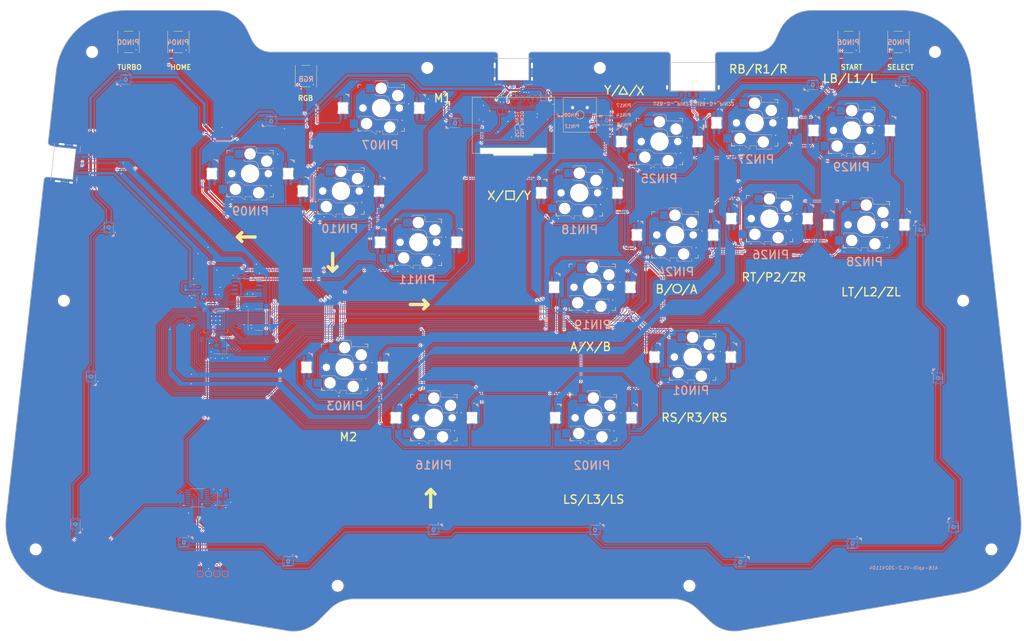
<source format=kicad_pcb>
(kicad_pcb (version 20240108) (generator "pcbnew") (generator_version "8.0")
  (layers (0 "F.Cu" signal) (31 "B.Cu" signal) (34 "B.Paste" user) (35 "F.Paste" user) (36 "B.SilkS" user "B.Silkscreen") (37 "F.SilkS" user "F.Silkscreen") (38 "B.Mask" user) (39 "F.Mask" user) (44 "Edge.Cuts" user))
  (net 0 "")
  (net 1 "GND")
  (net 2 "+5V")
  (net 3 "D-")
  (net 4 "D+")
  (net 5 "Net-(DS1-C1P)")
  (net 6 "Net-(DS1-C1N)")
  (net 7 "LEFT")
  (net 8 "DOWN")
  (net 9 "RIGHT")
  (net 10 "UP")
  (net 11 "Net-(C2-Pad1)")
  (net 12 "+3V3")
  (net 13 "+1V1")
  (net 14 "Net-(DS1-VCOMH)")
  (net 15 "Net-(DS1-C2N)")
  (net 16 "Net-(DS1-C2P)")
  (net 17 "Net-(DS1-VCC)")
  (net 18 "XIN")
  (net 19 "XOUT")
  (net 20 "QSPI_SS")
  (net 21 "QSPI_SD3")
  (net 22 "QSPI_SCLK")
  (net 23 "QSPI_SD0")
  (net 24 "QSPI_SD2")
  (net 25 "QSPI_SD1")
  (net 26 "Net-(D2A-DOUT)")
  (net 27 "Net-(D3A-DOUT)")
  (net 28 "Net-(D4A-DOUT)")
  (net 29 "Net-(D5A-DOUT)")
  (net 30 "LED_DATA")
  (net 31 "Net-(D6A-DOUT)")
  (net 32 "Net-(D10A-DIN)")
  (net 33 "Net-(D10A-DOUT)")
  (net 34 "Net-(D13-K)")
  (net 43 "SCL")
  (net 44 "SDA")
  (net 46 "Net-(DS1-IREF)")
  (net 47 "Net-(U3-USB_DP)")
  (net 48 "Net-(U3-USB_DM)")
  (net 49 "USB_HOST_D+")
  (net 50 "OPT5")
  (net 51 "Net-(D7A-DOUT)")
  (net 52 "Net-(D12A-DOUT)")
  (net 53 "OPT6")
  (net 54 "Net-(D14A-DOUT)")
  (net 56 "Net-(D14A-DIN)")
  (net 57 "USB_HOST_D-")
  (net 58 "Net-(R4-Pad2)")
  (net 60 "SQUARE")
  (net 61 "TRIANGLE")
  (net 62 "R1")
  (net 63 "L1")
  (net 64 "CROSS")
  (net 65 "CIRCLE")
  (net 66 "R2")
  (net 67 "L2")
  (net 71 "Net-(USB1-CC2)")
  (net 72 "Net-(USB1-CC1)")
  (net 73 "MICRO1")
  (net 74 "Net-(R8-Pad1)")
  (net 75 "/usb-D+")
  (net 76 "/usb-D-")
  (net 77 "TURBO")
  (net 78 "Net-(D8A-DOUT)")
  (net 79 "Net-(D11A-DOUT)")
  (net 80 "Net-(U3-GPIO12)")
  (net 81 "Net-(R9-Pad1)")
  (net 82 "DDI_UP")
  (net 83 "Net-(U3-GPIO13)")
  (net 84 "Net-(R10-Pad1)")
  (net 85 "Net-(U3-GPIO14)")
  (net 86 "Net-(R11-Pad1)")
  (net 87 "Net-(U3-GPIO17)")
  (net 88 "OPT1")
  (net 89 "OPT2")
  (net 90 "OPT3")
  (net 91 "Net-(D16A-DIN)")
  (net 92 "Net-(USB2-CC2)")
  (net 93 "Net-(USB2-CC1)")
  (net 96 "Net-(R15-Pad1)")
  (net 97 "Net-(U3-GPIO8)")
  (net 98 "Net-(U4-XC-IN)")
  (net 99 "Net-(C22-Pad1)")
  (net 100 "Net-(D20-DO)")
  (net 101 "Net-(D21-DO)")
  (net 102 "Net-(D27-DO)")
  (net 103 "Net-(D28-DO)")
  (net 104 "Net-(D29-DO)")
  (net 105 "Net-(D30-DO)")
  (net 106 "Net-(D33-DO)")
  (net 107 "Net-(D36-DO)")
  (net 108 "Net-(D38-DO)")
  (net 109 "Net-(D42-DO)")
  (net 110 "Net-(D43-DO)")
  (net 111 "Net-(D45-DO)")
  (net 112 "Net-(D46-DO)")
  (net 113 "Net-(U4-P34)")
  (net 114 "Net-(U4-P11)")
  (net 115 "Net-(R21-Pad2)")
  (net 116 "Net-(U4-XC-O)")
  (net 125 "Net-(U4-P9)")
  (net 126 "Net-(U4-P10)")
  (net 127 "Net-(D22-DO)")
  (net 128 "Net-(D24-DO)")
  (net 129 "Net-(D39-DO)")
  (net 130 "Net-(D41-DO)")
  (net 131 "Net-(D20-DIN)")
  (net 132 "Net-(D15A-DOUT)")
  (net 134 "Net-(D14C-DIN)")
  (net 135 "Net-(D1A-DIN)")
  (net 136 "Net-(D2C-DOUT)")
  (net 137 "Net-(D3C-DOUT)")
  (net 138 "Net-(D4C-DOUT)")
  (net 139 "Net-(D5C-DOUT)")
  (net 140 "Net-(D6C-DOUT)")
  (net 141 "Net-(D7C-DOUT)")
  (net 142 "Net-(D8C-DOUT)")
  (net 143 "Net-(D9A-DIN)")
  (net 144 "Net-(D10C-DIN)")
  (net 145 "Net-(D11A-DIN)")
  (net 146 "Net-(D12A-DIN)")
  (net 147 "Net-(D15A-DIN)")
  (net 148 "Net-(D16A-DOUT)")
  (net 150 "Net-(D17A-DIN)")
  (net 151 "Net-(D18-A)")
  (footprint "Library:SW_Push_1P1T_NO_6x6mm_H5mm" (layer "F.Cu") (at 97.575 38.525 90)
    (property "Reference" "SW4" (hide yes))
    (property "Value" "SW_Push")
  )
  (footprint "Library:SW_Push_1P1T_NO_6x6mm_H5mm" (layer "F.Cu") (at 314.575 38.525 90)
    (property "Reference" "SW2" (hide yes))
    (property "Value" "SW_Push")
  )
  (footprint "Library:MountingHole_3.15mm_M6" (layer "F.Cu") (at 63.075 116.525)
    (property "Reference" "H9" (hide yes))
    (property "Value" "MountingHole")
  )
  (footprint "Library:gateron_Kailh_PG1353_2LED-5.1MM" (layer "F.Cu") (at 300.471845 65.182914)
    (property "Reference" "D8" (hide yes))
    (property "Value" "GATERON_KB_HOTSWAP_WS2812B")
    (fp_line (start -12.999999 0.794452) (end -12.999999 -0.794453) (stroke (width 0.1)) (layer "Edge.Cuts"))
    (fp_line (start -12.202842 -1.699999) (end -10.797158 -1.699999) (stroke (width 0.1)) (layer "Edge.Cuts"))
    (fp_line (start -10.797158 1.699999) (end -12.202842 1.699999) (stroke (width 0.1)) (layer "Edge.Cuts"))
    (fp_line (start -10 -0.794452) (end -10 0.794452) (stroke (width 0.1)) (layer "Edge.Cuts"))
    (fp_line (start 10.000001 0.794452) (end 10.000001 -0.794453) (stroke (width 0.1)) (layer "Edge.Cuts"))
    (fp_line (start 10.797158 -1.699999) (end 12.202842 -1.699999) (stroke (width 0.1)) (layer "Edge.Cuts"))
    (fp_line (start 12.202842 1.699999) (end 10.797158 1.699999) (stroke (width 0.1)) (layer "Edge.Cuts"))
    (fp_line (start 13 -0.794452) (end 13 0.794452) (stroke (width 0.1)) (layer "Edge.Cuts"))
    (fp_arc (start -13.068298 -1.046711) (mid -13.017371 -0.925124) (end -12.999999 -0.794453) (stroke (width 0.1)) (layer "Edge.Cuts"))
    (fp_arc (start -13.068298 -1.046711) (mid -13.004038 -1.638074) (end -12.41972 -1.749484) (stroke (width 0.1)) (layer "Edge.Cuts"))
    (fp_arc (start -13 0.794453) (mid -13.017371 0.925125) (end -13.068299 1.046711) (stroke (width 0.1)) (layer "Edge.Cuts"))
    (fp_arc (start -12.41972 1.749484) (mid -13.00404 1.638075) (end -13.068299 1.046711) (stroke (width 0.1)) (layer "Edge.Cuts"))
    (fp_arc (start -12.41972 1.749484) (mid -12.314072 1.712509) (end -12.202842 1.699999) (stroke (width 0.1)) (layer "Edge.Cuts"))
    (fp_arc (start -12.202843 -1.699999) (mid -12.314068 -1.712527) (end -12.41972 -1.749484) (stroke (width 0.1)) (layer "Edge.Cuts"))
    (fp_arc (start -10.797157 1.699999) (mid -10.68593 1.71252) (end -10.58028 1.749484) (stroke (width 0.1)) (layer "Edge.Cuts"))
    (fp_arc (start -10.580281 -1.749484) (mid -9.995967 -1.63807) (end -9.931701 -1.046711) (stroke (width 0.1)) (layer "Edge.Cuts"))
    (fp_arc (start -10.58028 -1.749484) (mid -10.685932 -1.712528) (end -10.797158 -1.699999) (stroke (width 0.1)) (layer "Edge.Cuts"))
    (fp_arc (start -10 -0.794452) (mid -9.982615 -0.92512) (end -9.931701 -1.046711) (stroke (width 0.1)) (layer "Edge.Cuts"))
    (fp_arc (start -9.931703 1.046711) (mid -9.995958 1.638078) (end -10.58028 1.749484) (stroke (width 0.1)) (layer "Edge.Cuts"))
    (fp_arc (start -9.931701 1.04671) (mid -9.982623 0.925122) (end -10 0.794452) (stroke (width 0.1)) (layer "Edge.Cuts"))
    (fp_arc (start 9.931702 -1.046711) (mid 9.982666 -0.925136) (end 10.000001 -0.794453) (stroke (width 0.1)) (layer "Edge.Cuts"))
    (fp_arc (start 9.931702 -1.046711) (mid 9.995965 -1.638071) (end 10.58028 -1.749484) (stroke (width 0.1)) (layer "Edge.Cuts"))
    (fp_arc (start 10 0.794453) (mid 9.982629 0.925124) (end 9.931701 1.046711) (stroke (width 0.1)) (layer "Edge.Cuts"))
    (fp_arc (start 10.58028 1.749484) (mid 9.995979 1.638079) (end 9.931701 1.046711) (stroke (width 0.1)) (layer "Edge.Cuts"))
    (fp_arc (start 10.58028 1.749484) (mid 10.685928 1.712509) (end 10.797158 1.699999) (stroke (width 0.1)) (layer "Edge.Cuts"))
    (fp_arc (start 10.797157 -1.699999) (mid 10.68593 -1.712527) (end 10.58028 -1.749484) (stroke (width 0.1)) (layer "Edge.Cuts"))
    (fp_arc (start 12.202843 1.699999) (mid 12.314069 1.712522) (end 12.41972 1.749484) (stroke (width 0.1)) (layer "Edge.Cuts"))
    (fp_arc (start 12.419719 -1.749484) (mid 13.004021 -1.63808) (end 13.068299 -1.046711) (stroke (width 0.1)) (layer "Edge.Cuts"))
    (fp_arc (start 12.41972 -1.749484) (mid 12.314066 -1.712541) (end 12.202842 -1.699999) (stroke (width 0.1)) (layer "Edge.Cuts"))
    (fp_arc (start 13 -0.794452) (mid 13.017383 -0.925121) (end 13.068299 -1.046711) (stroke (width 0.1)) (layer "Edge.Cuts"))
    (fp_arc (start 13.068297 1.046711) (mid 13.004042 1.638077) (end 12.41972 1.749484) (stroke (width 0.1)) (layer "Edge.Cuts"))
    (fp_arc (start 13.068299 1.04671) (mid 13.017336 0.925132) (end 13 0.794452) (stroke (width 0.1)) (layer "Edge.Cuts"))
  )
  (footprint "Library:gateron_Kailh_PG1353_2LED-5.1MM" (layer "F.Cu") (at 158.675 58.425)
    (property "Reference" "D16" (hide yes))
    (property "Value" "GATERON_KB_HOTSWAP_WS2812B")
    (fp_line (start -12.999999 0.794452) (end -12.999999 -0.794453) (stroke (width 0.1)) (layer "Edge.Cuts"))
    (fp_line (start -12.202842 -1.699999) (end -10.797158 -1.699999) (stroke (width 0.1)) (layer "Edge.Cuts"))
    (fp_line (start -10.797158 1.699999) (end -12.202842 1.699999) (stroke (width 0.1)) (layer "Edge.Cuts"))
    (fp_line (start -10 -0.794452) (end -10 0.794452) (stroke (width 0.1)) (layer "Edge.Cuts"))
    (fp_line (start 10.000001 0.794452) (end 10.000001 -0.794453) (stroke (width 0.1)) (layer "Edge.Cuts"))
    (fp_line (start 10.797158 -1.699999) (end 12.202842 -1.699999) (stroke (width 0.1)) (layer "Edge.Cuts"))
    (fp_line (start 12.202842 1.699999) (end 10.797158 1.699999) (stroke (width 0.1)) (layer "Edge.Cuts"))
    (fp_line (start 13 -0.794452) (end 13 0.794452) (stroke (width 0.1)) (layer "Edge.Cuts"))
    (fp_arc (start -13.068298 -1.046711) (mid -13.017371 -0.925124) (end -12.999999 -0.794453) (stroke (width 0.1)) (layer "Edge.Cuts"))
    (fp_arc (start -13.068298 -1.046711) (mid -13.004038 -1.638074) (end -12.41972 -1.749484) (stroke (width 0.1)) (layer "Edge.Cuts"))
    (fp_arc (start -13 0.794453) (mid -13.017371 0.925125) (end -13.068299 1.046711) (stroke (width 0.1)) (layer "Edge.Cuts"))
    (fp_arc (start -12.41972 1.749484) (mid -13.00404 1.638075) (end -13.068299 1.046711) (stroke (width 0.1)) (layer "Edge.Cuts"))
    (fp_arc (start -12.41972 1.749484) (mid -12.314072 1.712509) (end -12.202842 1.699999) (stroke (width 0.1)) (layer "Edge.Cuts"))
    (fp_arc (start -12.202843 -1.699999) (mid -12.314068 -1.712527) (end -12.41972 -1.749484) (stroke (width 0.1)) (layer "Edge.Cuts"))
    (fp_arc (start -10.797157 1.699999) (mid -10.68593 1.71252) (end -10.58028 1.749484) (stroke (width 0.1)) (layer "Edge.Cuts"))
    (fp_arc (start -10.580281 -1.749484) (mid -9.995967 -1.63807) (end -9.931701 -1.046711) (stroke (width 0.1)) (layer "Edge.Cuts"))
    (fp_arc (start -10.58028 -1.749484) (mid -10.685932 -1.712528) (end -10.797158 -1.699999) (stroke (width 0.1)) (layer "Edge.Cuts"))
    (fp_arc (start -10 -0.794452) (mid -9.982615 -0.92512) (end -9.931701 -1.046711) (stroke (width 0.1)) (layer "Edge.Cuts"))
    (fp_arc (start -9.931703 1.046711) (mid -9.995958 1.638078) (end -10.58028 1.749484) (stroke (width 0.1)) (layer "Edge.Cuts"))
    (fp_arc (start -9.931701 1.04671) (mid -9.982623 0.925122) (end -10 0.794452) (stroke (width 0.1)) (layer "Edge.Cuts"))
    (fp_arc (start 9.931702 -1.046711) (mid 9.982666 -0.925136) (end 10.000001 -0.794453) (stroke (width 0.1)) (layer "Edge.Cuts"))
    (fp_arc (start 9.931702 -1.046711) (mid 9.995965 -1.638071) (end 10.58028 -1.749484) (stroke (width 0.1)) (layer "Edge.Cuts"))
    (fp_arc (start 10 0.794453) (mid 9.982629 0.925124) (end 9.931701 1.046711) (stroke (width 0.1)) (layer "Edge.Cuts"))
    (fp_arc (start 10.58028 1.749484) (mid 9.995979 1.638079) (end 9.931701 1.046711) (stroke (width 0.1)) (layer "Edge.Cuts"))
    (fp_arc (start 10.58028 1.749484) (mid 10.685928 1.712509) (end 10.797158 1.699999) (stroke (width 0.1)) (layer "Edge.Cuts"))
    (fp_arc (start 10.797157 -1.699999) (mid 10.68593 -1.712527) (end 10.58028 -1.749484) (stroke (width 0.1)) (layer "Edge.Cuts"))
    (fp_arc (start 12.202843 1.699999) (mid 12.314069 1.712522) (end 12.41972 1.749484) (stroke (width 0.1)) (layer "Edge.Cuts"))
    (fp_arc (start 12.419719 -1.749484) (mid 13.004021 -1.63808) (end 13.068299 -1.046711) (stroke (width 0.1)) (layer "Edge.Cuts"))
    (fp_arc (start 12.41972 -1.749484) (mid 12.314066 -1.712541) (end 12.202842 -1.699999) (stroke (width 0.1)) (layer "Edge.Cuts"))
    (fp_arc (start 13 -0.794452) (mid 13.017383 -0.925121) (end 13.068299 -1.046711) (stroke (width 0.1)) (layer "Edge.Cuts"))
    (fp_arc (start 13.068297 1.046711) (mid 13.004042 1.638077) (end 12.41972 1.749484) (stroke (width 0.1)) (layer "Edge.Cuts"))
    (fp_arc (start 13.068299 1.04671) (mid 13.017336 0.925132) (end 13 0.794452) (stroke (width 0.1)) (layer "Edge.Cuts"))
  )
  (footprint "Library:gateron_Kailh_PG1353_2LED-5.1MM" (layer "F.Cu") (at 271.231146 62.899749)
    (property "Reference" "D7" (hide yes))
    (property "Value" "GATERON_KB_HOTSWAP_WS2812B")
    (fp_line (start -12.999999 0.794452) (end -12.999999 -0.794453) (stroke (width 0.1)) (layer "Edge.Cuts"))
    (fp_line (start -12.202842 -1.699999) (end -10.797158 -1.699999) (stroke (width 0.1)) (layer "Edge.Cuts"))
    (fp_line (start -10.797158 1.699999) (end -12.202842 1.699999) (stroke (width 0.1)) (layer "Edge.Cuts"))
    (fp_line (start -10 -0.794452) (end -10 0.794452) (stroke (width 0.1)) (layer "Edge.Cuts"))
    (fp_line (start 10.000001 0.794452) (end 10.000001 -0.794453) (stroke (width 0.1)) (layer "Edge.Cuts"))
    (fp_line (start 10.797158 -1.699999) (end 12.202842 -1.699999) (stroke (width 0.1)) (layer "Edge.Cuts"))
    (fp_line (start 12.202842 1.699999) (end 10.797158 1.699999) (stroke (width 0.1)) (layer "Edge.Cuts"))
    (fp_line (start 13 -0.794452) (end 13 0.794452) (stroke (width 0.1)) (layer "Edge.Cuts"))
    (fp_arc (start -13.068298 -1.046711) (mid -13.017371 -0.925124) (end -12.999999 -0.794453) (stroke (width 0.1)) (layer "Edge.Cuts"))
    (fp_arc (start -13.068298 -1.046711) (mid -13.004038 -1.638074) (end -12.41972 -1.749484) (stroke (width 0.1)) (layer "Edge.Cuts"))
    (fp_arc (start -13 0.794453) (mid -13.017371 0.925125) (end -13.068299 1.046711) (stroke (width 0.1)) (layer "Edge.Cuts"))
    (fp_arc (start -12.41972 1.749484) (mid -13.00404 1.638075) (end -13.068299 1.046711) (stroke (width 0.1)) (layer "Edge.Cuts"))
    (fp_arc (start -12.41972 1.749484) (mid -12.314072 1.712509) (end -12.202842 1.699999) (stroke (width 0.1)) (layer "Edge.Cuts"))
    (fp_arc (start -12.202843 -1.699999) (mid -12.314068 -1.712527) (end -12.41972 -1.749484) (stroke (width 0.1)) (layer "Edge.Cuts"))
    (fp_arc (start -10.797157 1.699999) (mid -10.68593 1.71252) (end -10.58028 1.749484) (stroke (width 0.1)) (layer "Edge.Cuts"))
    (fp_arc (start -10.580281 -1.749484) (mid -9.995967 -1.63807) (end -9.931701 -1.046711) (stroke (width 0.1)) (layer "Edge.Cuts"))
    (fp_arc (start -10.58028 -1.749484) (mid -10.685932 -1.712528) (end -10.797158 -1.699999) (stroke (width 0.1)) (layer "Edge.Cuts"))
    (fp_arc (start -10 -0.794452) (mid -9.982615 -0.92512) (end -9.931701 -1.046711) (stroke (width 0.1)) (layer "Edge.Cuts"))
    (fp_arc (start -9.931703 1.046711) (mid -9.995958 1.638078) (end -10.58028 1.749484) (stroke (width 0.1)) (layer "Edge.Cuts"))
    (fp_arc (start -9.931701 1.04671) (mid -9.982623 0.925122) (end -10 0.794452) (stroke (width 0.1)) (layer "Edge.Cuts"))
    (fp_arc (start 9.931702 -1.046711) (mid 9.982666 -0.925136) (end 10.000001 -0.794453) (stroke (width 0.1)) (layer "Edge.Cuts"))
    (fp_arc (start 9.931702 -1.046711) (mid 9.995965 -1.638071) (end 10.58028 -1.749484) (stroke (width 0.1)) (layer "Edge.Cuts"))
    (fp_arc (start 10 0.794453) (mid 9.982629 0.925124) (end 9.931701 1.046711) (stroke (width 0.1)) (layer "Edge.Cuts"))
    (fp_arc (start 10.58028 1.749484) (mid 9.995979 1.638079) (end 9.931701 1.046711) (stroke (width 0.1)) (layer "Edge.Cuts"))
    (fp_arc (start 10.58028 1.749484) (mid 10.685928 1.712509) (end 10.797158 1.699999) (stroke (width 0.1)) (layer "Edge.Cuts"))
    (fp_arc (start 10.797157 -1.699999) (mid 10.68593 -1.712527) (end 10.58028 -1.749484) (stroke (width 0.1)) (layer "Edge.Cuts"))
    (fp_arc (start 12.202843 1.699999) (mid 12.314069 1.712522) (end 12.41972 1.749484) (stroke (width 0.1)) (layer "Edge.Cuts"))
    (fp_arc (start 12.419719 -1.749484) (mid 13.004021 -1.63808) (end 13.068299 -1.046711) (stroke (width 0.1)) (layer "Edge.Cuts"))
    (fp_arc (start 12.41972 -1.749484) (mid 12.314066 -1.712541) (end 12.202842 -1.699999) (stroke (width 0.1)) (layer "Edge.Cuts"))
    (fp_arc (start 13 -0.794452) (mid 13.017383 -0.925121) (end 13.068299 -1.046711) (stroke (width 0.1)) (layer "Edge.Cuts"))
    (fp_arc (start 13.068297 1.046711) (mid 13.004042 1.638077) (end 12.41972 1.749484) (stroke (width 0.1)) (layer "Edge.Cuts"))
    (fp_arc (start 13.068299 1.04671) (mid 13.017336 0.925132) (end 13 0.794452) (stroke (width 0.1)) (layer "Edge.Cuts"))
  )
  (footprint "Library:gateron_Kailh_PG1353_2LED-5.1MM" (layer "F.Cu") (at 247.237007 96.705952)
    (property "Reference" "D11" (hide yes))
    (property "Value" "GATERON_KB_HOTSWAP_WS2812B")
    (fp_line (start -12.999999 0.794452) (end -12.999999 -0.794453) (stroke (width 0.1)) (layer "Edge.Cuts"))
    (fp_line (start -12.202842 -1.699999) (end -10.797158 -1.699999) (stroke (width 0.1)) (layer "Edge.Cuts"))
    (fp_line (start -10.797158 1.699999) (end -12.202842 1.699999) (stroke (width 0.1)) (layer "Edge.Cuts"))
    (fp_line (start -10 -0.794452) (end -10 0.794452) (stroke (width 0.1)) (layer "Edge.Cuts"))
    (fp_line (start 10.000001 0.794452) (end 10.000001 -0.794453) (stroke (width 0.1)) (layer "Edge.Cuts"))
    (fp_line (start 10.797158 -1.699999) (end 12.202842 -1.699999) (stroke (width 0.1)) (layer "Edge.Cuts"))
    (fp_line (start 12.202842 1.699999) (end 10.797158 1.699999) (stroke (width 0.1)) (layer "Edge.Cuts"))
    (fp_line (start 13 -0.794452) (end 13 0.794452) (stroke (width 0.1)) (layer "Edge.Cuts"))
    (fp_arc (start -13.068298 -1.046711) (mid -13.017371 -0.925124) (end -12.999999 -0.794453) (stroke (width 0.1)) (layer "Edge.Cuts"))
    (fp_arc (start -13.068298 -1.046711) (mid -13.004038 -1.638074) (end -12.41972 -1.749484) (stroke (width 0.1)) (layer "Edge.Cuts"))
    (fp_arc (start -13 0.794453) (mid -13.017371 0.925125) (end -13.068299 1.046711) (stroke (width 0.1)) (layer "Edge.Cuts"))
    (fp_arc (start -12.41972 1.749484) (mid -13.00404 1.638075) (end -13.068299 1.046711) (stroke (width 0.1)) (layer "Edge.Cuts"))
    (fp_arc (start -12.41972 1.749484) (mid -12.314072 1.712509) (end -12.202842 1.699999) (stroke (width 0.1)) (layer "Edge.Cuts"))
    (fp_arc (start -12.202843 -1.699999) (mid -12.314068 -1.712527) (end -12.41972 -1.749484) (stroke (width 0.1)) (layer "Edge.Cuts"))
    (fp_arc (start -10.797157 1.699999) (mid -10.68593 1.71252) (end -10.58028 1.749484) (stroke (width 0.1)) (layer "Edge.Cuts"))
    (fp_arc (start -10.580281 -1.749484) (mid -9.995967 -1.63807) (end -9.931701 -1.046711) (stroke (width 0.1)) (layer "Edge.Cuts"))
    (fp_arc (start -10.58028 -1.749484) (mid -10.685932 -1.712528) (end -10.797158 -1.699999) (stroke (width 0.1)) (layer "Edge.Cuts"))
    (fp_arc (start -10 -0.794452) (mid -9.982615 -0.92512) (end -9.931701 -1.046711) (stroke (width 0.1)) (layer "Edge.Cuts"))
    (fp_arc (start -9.931703 1.046711) (mid -9.995958 1.638078) (end -10.58028 1.749484) (stroke (width 0.1)) (layer "Edge.Cuts"))
    (fp_arc (start -9.931701 1.04671) (mid -9.982623 0.925122) (end -10 0.794452) (stroke (width 0.1)) (layer "Edge.Cuts"))
    (fp_arc (start 9.931702 -1.046711) (mid 9.982666 -0.925136) (end 10.000001 -0.794453) (stroke (width 0.1)) (layer "Edge.Cuts"))
    (fp_arc (start 9.931702 -1.046711) (mid 9.995965 -1.638071) (end 10.58028 -1.749484) (stroke (width 0.1)) (layer "Edge.Cuts"))
    (fp_arc (start 10 0.794453) (mid 9.982629 0.925124) (end 9.931701 1.046711) (stroke (width 0.1)) (layer "Edge.Cuts"))
    (fp_arc (start 10.58028 1.749484) (mid 9.995979 1.638079) (end 9.931701 1.046711) (stroke (width 0.1)) (layer "Edge.Cuts"))
    (fp_arc (start 10.58028 1.749484) (mid 10.685928 1.712509) (end 10.797158 1.699999) (stroke (width 0.1)) (layer "Edge.Cuts"))
    (fp_arc (start 10.797157 -1.699999) (mid 10.68593 -1.712527) (end 10.58028 -1.749484) (stroke (width 0.1)) (layer "Edge.Cuts"))
    (fp_arc (start 12.202843 1.699999) (mid 12.314069 1.712522) (end 12.41972 1.749484) (stroke (width 0.1)) (layer "Edge.Cuts"))
    (fp_arc (start 12.419719 -1.749484) (mid 13.004021 -1.63808) (end 13.068299 -1.046711) (stroke (width 0.1)) (layer "Edge.Cuts"))
    (fp_arc (start 12.41972 -1.749484) (mid 12.314066 -1.712541) (end 12.202842 -1.699999) (stroke (width 0.1)) (layer "Edge.Cuts"))
    (fp_arc (start 13 -0.794452) (mid 13.017383 -0.925121) (end 13.068299 -1.046711) (stroke (width 0.1)) (layer "Edge.Cuts"))
    (fp_arc (start 13.068297 1.046711) (mid 13.004042 1.638077) (end 12.41972 1.749484) (stroke (width 0.1)) (layer "Edge.Cuts"))
    (fp_arc (start 13.068299 1.04671) (mid 13.017336 0.925132) (end 13 0.794452) (stroke (width 0.1)) (layer "Edge.Cuts"))
  )
  (footprint "Library:SW_Push_1P1T_NO_6x6mm_H5mm" (layer "F.Cu") (at 136 48.8 90)
    (property "Reference" "SW6" (hide yes))
    (property "Value" "SW_Push")
  )
  (footprint "Library:MountingHole_3.15mm_M6" (layer "F.Cu") (at 54.575 191.525)
    (property "Reference" "H9" (hide yes))
    (property "Value" "MountingHole")
  )
  (footprint "Library:gateron_Kailh_PG1353_2LED-5.1MM" (layer "F.Cu") (at 252.541951 133.525)
    (property "Reference" "D15" (hide yes))
    (property "Value" "GATERON_KB_HOTSWAP_WS2812B")
    (fp_line (start -12.999999 0.794452) (end -12.999999 -0.794453) (stroke (width 0.1)) (layer "Edge.Cuts"))
    (fp_line (start -12.202842 -1.699999) (end -10.797158 -1.699999) (stroke (width 0.1)) (layer "Edge.Cuts"))
    (fp_line (start -10.797158 1.699999) (end -12.202842 1.699999) (stroke (width 0.1)) (layer "Edge.Cuts"))
    (fp_line (start -10 -0.794452) (end -10 0.794452) (stroke (width 0.1)) (layer "Edge.Cuts"))
    (fp_line (start 10.000001 0.794452) (end 10.000001 -0.794453) (stroke (width 0.1)) (layer "Edge.Cuts"))
    (fp_line (start 10.797158 -1.699999) (end 12.202842 -1.699999) (stroke (width 0.1)) (layer "Edge.Cuts"))
    (fp_line (start 12.202842 1.699999) (end 10.797158 1.699999) (stroke (width 0.1)) (layer "Edge.Cuts"))
    (fp_line (start 13 -0.794452) (end 13 0.794452) (stroke (width 0.1)) (layer "Edge.Cuts"))
    (fp_arc (start -13.068298 -1.046711) (mid -13.017371 -0.925124) (end -12.999999 -0.794453) (stroke (width 0.1)) (layer "Edge.Cuts"))
    (fp_arc (start -13.068298 -1.046711) (mid -13.004038 -1.638074) (end -12.41972 -1.749484) (stroke (width 0.1)) (layer "Edge.Cuts"))
    (fp_arc (start -13 0.794453) (mid -13.017371 0.925125) (end -13.068299 1.046711) (stroke (width 0.1)) (layer "Edge.Cuts"))
    (fp_arc (start -12.41972 1.749484) (mid -13.00404 1.638075) (end -13.068299 1.046711) (stroke (width 0.1)) (layer "Edge.Cuts"))
    (fp_arc (start -12.41972 1.749484) (mid -12.314072 1.712509) (end -12.202842 1.699999) (stroke (width 0.1)) (layer "Edge.Cuts"))
    (fp_arc (start -12.202843 -1.699999) (mid -12.314068 -1.712527) (end -12.41972 -1.749484) (stroke (width 0.1)) (layer "Edge.Cuts"))
    (fp_arc (start -10.797157 1.699999) (mid -10.68593 1.71252) (end -10.58028 1.749484) (stroke (width 0.1)) (layer "Edge.Cuts"))
    (fp_arc (start -10.580281 -1.749484) (mid -9.995967 -1.63807) (end -9.931701 -1.046711) (stroke (width 0.1)) (layer "Edge.Cuts"))
    (fp_arc (start -10.58028 -1.749484) (mid -10.685932 -1.712528) (end -10.797158 -1.699999) (stroke (width 0.1)) (layer "Edge.Cuts"))
    (fp_arc (start -10 -0.794452) (mid -9.982615 -0.92512) (end -9.931701 -1.046711) (stroke (width 0.1)) (layer "Edge.Cuts"))
    (fp_arc (start -9.931703 1.046711) (mid -9.995958 1.638078) (end -10.58028 1.749484) (stroke (width 0.1)) (layer "Edge.Cuts"))
    (fp_arc (start -9.931701 1.04671) (mid -9.982623 0.925122) (end -10 0.794452) (stroke (width 0.1)) (layer "Edge.Cuts"))
    (fp_arc (start 9.931702 -1.046711) (mid 9.982666 -0.925136) (end 10.000001 -0.794453) (stroke (width 0.1)) (layer "Edge.Cuts"))
    (fp_arc (start 9.931702 -1.046711) (mid 9.995965 -1.638071) (end 10.58028 -1.749484) (stroke (width 0.1)) (layer "Edge.Cuts"))
    (fp_arc (start 10 0.794453) (mid 9.982629 0.925124) (end 9.931701 1.046711) (stroke (width 0.1)) (layer "Edge.Cuts"))
    (fp_arc (start 10.58028 1.749484) (mid 9.995979 1.638079) (end 9.931701 1.046711) (stroke (width 0.1)) (layer "Edge.Cuts"))
    (fp_arc (start 10.58028 1.749484) (mid 10.685928 1.712509) (end 10.797158 1.699999) (stroke (width 0.1)) (layer "Edge.Cuts"))
    (fp_arc (start 10.797157 -1.699999) (mid 10.68593 -1.712527) (end 10.58028 -1.749484) (stroke (width 0.1)) (layer "Edge.Cuts"))
    (fp_arc (start 12.202843 1.699999) (mid 12.314069 1.712522) (end 12.41972 1.749484) (stroke (width 0.1)) (layer "Edge.Cuts"))
    (fp_arc (start 12.419719 -1.749484) (mid 13.004021 -1.63808) (end 13.068299 -1.046711) (stroke (width 0.1)) (layer "Edge.Cuts"))
    (fp_arc (start 12.41972 -1.749484) (mid 12.314066 -1.712541) (end 12.202842 -1.699999) (stroke (width 0.1)) (layer "Edge.Cuts"))
    (fp_arc (start 13 -0.794452) (mid 13.017383 -0.925121) (end 13.068299 -1.046711) (stroke (width 0.1)) (layer "Edge.Cuts"))
    (fp_arc (start 13.068297 1.046711) (mid 13.004042 1.638077) (end 12.41972 1.749484) (stroke (width 0.1)) (layer "Edge.Cuts"))
    (fp_arc (start 13.068299 1.04671) (mid 13.017336 0.925132) (end 13 0.794452) (stroke (width 0.1)) (layer "Edge.Cuts"))
  )
  (footprint "Library:gateron_Kailh_PG1353_2LED-5.1MM" (layer "F.Cu") (at 304.882028 93.649566)
    (property "Reference" "D9" (hide yes))
    (property "Value" "GATERON_KB_HOTSWAP_WS2812B")
    (fp_line (start -12.999999 0.794452) (end -12.999999 -0.794453) (stroke (width 0.1)) (layer "Edge.Cuts"))
    (fp_line (start -12.202842 -1.699999) (end -10.797158 -1.699999) (stroke (width 0.1)) (layer "Edge.Cuts"))
    (fp_line (start -10.797158 1.699999) (end -12.202842 1.699999) (stroke (width 0.1)) (layer "Edge.Cuts"))
    (fp_line (start -10 -0.794452) (end -10 0.794452) (stroke (width 0.1)) (layer "Edge.Cuts"))
    (fp_line (start 10.000001 0.794452) (end 10.000001 -0.794453) (stroke (width 0.1)) (layer "Edge.Cuts"))
    (fp_line (start 10.797158 -1.699999) (end 12.202842 -1.699999) (stroke (width 0.1)) (layer "Edge.Cuts"))
    (fp_line (start 12.202842 1.699999) (end 10.797158 1.699999) (stroke (width 0.1)) (layer "Edge.Cuts"))
    (fp_line (start 13 -0.794452) (end 13 0.794452) (stroke (width 0.1)) (layer "Edge.Cuts"))
    (fp_arc (start -13.068298 -1.046711) (mid -13.017371 -0.925124) (end -12.999999 -0.794453) (stroke (width 0.1)) (layer "Edge.Cuts"))
    (fp_arc (start -13.068298 -1.046711) (mid -13.004038 -1.638074) (end -12.41972 -1.749484) (stroke (width 0.1)) (layer "Edge.Cuts"))
    (fp_arc (start -13 0.794453) (mid -13.017371 0.925125) (end -13.068299 1.046711) (stroke (width 0.1)) (layer "Edge.Cuts"))
    (fp_arc (start -12.41972 1.749484) (mid -13.00404 1.638075) (end -13.068299 1.046711) (stroke (width 0.1)) (layer "Edge.Cuts"))
    (fp_arc (start -12.41972 1.749484) (mid -12.314072 1.712509) (end -12.202842 1.699999) (stroke (width 0.1)) (layer "Edge.Cuts"))
    (fp_arc (start -12.202843 -1.699999) (mid -12.314068 -1.712527) (end -12.41972 -1.749484) (stroke (width 0.1)) (layer "Edge.Cuts"))
    (fp_arc (start -10.797157 1.699999) (mid -10.68593 1.71252) (end -10.58028 1.749484) (stroke (width 0.1)) (layer "Edge.Cuts"))
    (fp_arc (start -10.580281 -1.749484) (mid -9.995967 -1.63807) (end -9.931701 -1.046711) (stroke (width 0.1)) (layer "Edge.Cuts"))
    (fp_arc (start -10.58028 -1.749484) (mid -10.685932 -1.712528) (end -10.797158 -1.699999) (stroke (width 0.1)) (layer "Edge.Cuts"))
    (fp_arc (start -10 -0.794452) (mid -9.982615 -0.92512) (end -9.931701 -1.046711) (stroke (width 0.1)) (layer "Edge.Cuts"))
    (fp_arc (start -9.931703 1.046711) (mid -9.995958 1.638078) (end -10.58028 1.749484) (stroke (width 0.1)) (layer "Edge.Cuts"))
    (fp_arc (start -9.931701 1.04671) (mid -9.982623 0.925122) (end -10 0.794452) (stroke (width 0.1)) (layer "Edge.Cuts"))
    (fp_arc (start 9.931702 -1.046711) (mid 9.982666 -0.925136) (end 10.000001 -0.794453) (stroke (width 0.1)) (layer "Edge.Cuts"))
    (fp_arc (start 9.931702 -1.046711) (mid 9.995965 -1.638071) (end 10.58028 -1.749484) (stroke (width 0.1)) (layer "Edge.Cuts"))
    (fp_arc (start 10 0.794453) (mid 9.982629 0.925124) (end 9.931701 1.046711) (stroke (width 0.1)) (layer "Edge.Cuts"))
    (fp_arc (start 10.58028 1.749484) (mid 9.995979 1.638079) (end 9.931701 1.046711) (stroke (width 0.1)) (layer "Edge.Cuts"))
    (fp_arc (start 10.58028 1.749484) (mid 10.685928 1.712509) (end 10.797158 1.699999) (stroke (width 0.1)) (layer "Edge.Cuts"))
    (fp_arc (start 10.797157 -1.699999) (mid 10.68593 -1.712527) (end 10.58028 -1.749484) (stroke (width 0.1)) (layer "Edge.Cuts"))
    (fp_arc (start 12.202843 1.699999) (mid 12.314069 1.712522) (end 12.41972 1.749484) (stroke (width 0.1)) (layer "Edge.Cuts"))
    (fp_arc (start 12.419719 -1.749484) (mid 13.004021 -1.63808) (end 13.068299 -1.046711) (stroke (width 0.1)) (layer "Edge.Cuts"))
    (fp_arc (start 12.41972 -1.749484) (mid 12.314066 -1.712541) (end 12.202842 -1.699999) (stroke (width 0.1)) (layer "Edge.Cuts"))
    (fp_arc (start 13 -0.794452) (mid 13.017383 -0.925121) (end 13.068299 -1.046711) (stroke (width 0.1)) (layer "Edge.Cuts"))
    (fp_arc (start 13.068297 1.046711) (mid 13.004042 1.638077) (end 12.41972 1.749484) (stroke (width 0.1)) (layer "Edge.Cuts"))
    (fp_arc (start 13.068299 1.04671) (mid 13.017336 0.925132) (end 13 0.794452) (stroke (width 0.1)) (layer "Edge.Cuts"))
  )
  (footprint "Library:Flatbox_OLED_096-1" (layer "F.Cu") (at 198.505 60.555)
    (property "Reference" "DS1" (hide yes))
    (property "Value" "OLED-128O064D")
    (fp_line (start -10 9.9) (end -10 11.7) (stroke (width 0.1)) (layer "Edge.Cuts"))
    (fp_line (start -10 9.9) (end 10 9.9) (stroke (width 0.1)) (layer "Edge.Cuts"))
    (fp_line (start -6 11.7) (end -10 11.7) (stroke (width 0.1)) (layer "Edge.Cuts"))
    (fp_line (start -6 11.7) (end -6 12.2) (stroke (width 0.1)) (layer "Edge.Cuts"))
    (fp_line (start -6 12.2) (end 6 12.2) (stroke (width 0.1)) (layer "Edge.Cuts"))
    (fp_line (start 6 12.2) (end 6 11.7) (stroke (width 0.1)) (layer "Edge.Cuts"))
    (fp_line (start 10 9.9) (end 10 11.7) (stroke (width 0.1)) (layer "Edge.Cuts"))
    (fp_line (start 10 11.7) (end 6 11.7) (stroke (width 0.1)) (layer "Edge.Cuts"))
  )
  (footprint "Library:gateron_Kailh_PG1353_2LED-5.1MM" (layer "F.Cu") (at 146.553478 83.464085)
    (property "Reference" "D3" (hide yes))
    (property "Value" "GATERON_KB_HOTSWAP_WS2812B")
    (fp_line (start -12.999999 0.794452) (end -12.999999 -0.794453) (stroke (width 0.1)) (layer "Edge.Cuts"))
    (fp_line (start -12.202842 -1.699999) (end -10.797158 -1.699999) (stroke (width 0.1)) (layer "Edge.Cuts"))
    (fp_line (start -10.797158 1.699999) (end -12.202842 1.699999) (stroke (width 0.1)) (layer "Edge.Cuts"))
    (fp_line (start -10 -0.794452) (end -10 0.794452) (stroke (width 0.1)) (layer "Edge.Cuts"))
    (fp_line (start 10.000001 0.794452) (end 10.000001 -0.794453) (stroke (width 0.1)) (layer "Edge.Cuts"))
    (fp_line (start 10.797158 -1.699999) (end 12.202842 -1.699999) (stroke (width 0.1)) (layer "Edge.Cuts"))
    (fp_line (start 12.202842 1.699999) (end 10.797158 1.699999) (stroke (width 0.1)) (layer "Edge.Cuts"))
    (fp_line (start 13 -0.794452) (end 13 0.794452) (stroke (width 0.1)) (layer "Edge.Cuts"))
    (fp_arc (start -13.068298 -1.046711) (mid -13.017371 -0.925124) (end -12.999999 -0.794453) (stroke (width 0.1)) (layer "Edge.Cuts"))
    (fp_arc (start -13.068298 -1.046711) (mid -13.004038 -1.638074) (end -12.41972 -1.749484) (stroke (width 0.1)) (layer "Edge.Cuts"))
    (fp_arc (start -13 0.794453) (mid -13.017371 0.925125) (end -13.068299 1.046711) (stroke (width 0.1)) (layer "Edge.Cuts"))
    (fp_arc (start -12.41972 1.749484) (mid -13.00404 1.638075) (end -13.068299 1.046711) (stroke (width 0.1)) (layer "Edge.Cuts"))
    (fp_arc (start -12.41972 1.749484) (mid -12.314072 1.712509) (end -12.202842 1.699999) (stroke (width 0.1)) (layer "Edge.Cuts"))
    (fp_arc (start -12.202843 -1.699999) (mid -12.314068 -1.712527) (end -12.41972 -1.749484) (stroke (width 0.1)) (layer "Edge.Cuts"))
    (fp_arc (start -10.797157 1.699999) (mid -10.68593 1.71252) (end -10.58028 1.749484) (stroke (width 0.1)) (layer "Edge.Cuts"))
    (fp_arc (start -10.580281 -1.749484) (mid -9.995967 -1.63807) (end -9.931701 -1.046711) (stroke (width 0.1)) (layer "Edge.Cuts"))
    (fp_arc (start -10.58028 -1.749484) (mid -10.685932 -1.712528) (end -10.797158 -1.699999) (stroke (width 0.1)) (layer "Edge.Cuts"))
    (fp_arc (start -10 -0.794452) (mid -9.982615 -0.92512) (end -9.931701 -1.046711) (stroke (width 0.1)) (layer "Edge.Cuts"))
    (fp_arc (start -9.931703 1.046711) (mid -9.995958 1.638078) (end -10.58028 1.749484) (stroke (width 0.1)) (layer "Edge.Cuts"))
    (fp_arc (start -9.931701 1.04671) (mid -9.982623 0.925122) (end -10 0.794452) (stroke (width 0.1)) (layer "Edge.Cuts"))
    (fp_arc (start 9.931702 -1.046711) (mid 9.982666 -0.925136) (end 10.000001 -0.794453) (stroke (width 0.1)) (layer "Edge.Cuts"))
    (fp_arc (start 9.931702 -1.046711) (mid 9.995965 -1.638071) (end 10.58028 -1.749484) (stroke (width 0.1)) (layer "Edge.Cuts"))
    (fp_arc (start 10 0.794453) (mid 9.982629 0.925124) (end 9.931701 1.046711) (stroke (width 0.1)) (layer "Edge.Cuts"))
    (fp_arc (start 10.58028 1.749484) (mid 9.995979 1.638079) (end 9.931701 1.046711) (stroke (width 0.1)) (layer "Edge.Cuts"))
    (fp_arc (start 10.58028 1.749484) (mid 10.685928 1.712509) (end 10.797158 1.699999) (stroke (width 0.1)) (layer "Edge.Cuts"))
    (fp_arc (start 10.797157 -1.699999) (mid 10.68593 -1.712527) (end 10.58028 -1.749484) (stroke (width 0.1)) (layer "Edge.Cuts"))
    (fp_arc (start 12.202843 1.699999) (mid 12.314069 1.712522) (end 12.41972 1.749484) (stroke (width 0.1)) (layer "Edge.Cuts"))
    (fp_arc (start 12.419719 -1.749484) (mid 13.004021 -1.63808) (end 13.068299 -1.046711) (stroke (width 0.1)) (layer "Edge.Cuts"))
    (fp_arc (start 12.41972 -1.749484) (mid 12.314066 -1.712541) (end 12.202842 -1.699999) (stroke (width 0.1)) (layer "Edge.Cuts"))
    (fp_arc (start 13 -0.794452) (mid 13.017383 -0.925121) (end 13.068299 -1.046711) (stroke (width 0.1)) (layer "Edge.Cuts"))
    (fp_arc (start 13.068297 1.046711) (mid 13.004042 1.638077) (end 12.41972 1.749484) (stroke (width 0.1)) (layer "Edge.Cuts"))
    (fp_arc (start 13.068299 1.04671) (mid 13.017336 0.925132) (end 13 0.794452) (stroke (width 0.1)) (layer "Edge.Cuts"))
  )
  (footprint "Library:gateron_Kailh_PG1353_2LED-5.1MM" (layer "F.Cu") (at 218.3962 84.021399)
    (property "Reference" "D5" (hide yes))
    (property "Value" "GATERON_KB_HOTSWAP_WS2812B")
    (fp_line (start -12.999999 0.794452) (end -12.999999 -0.794453) (stroke (width 0.1)) (layer "Edge.Cuts"))
    (fp_line (start -12.202842 -1.699999) (end -10.797158 -1.699999) (stroke (width 0.1)) (layer "Edge.Cuts"))
    (fp_line (start -10.797158 1.699999) (end -12.202842 1.699999) (stroke (width 0.1)) (layer "Edge.Cuts"))
    (fp_line (start -10 -0.794452) (end -10 0.794452) (stroke (width 0.1)) (layer "Edge.Cuts"))
    (fp_line (start 10.000001 0.794452) (end 10.000001 -0.794453) (stroke (width 0.1)) (layer "Edge.Cuts"))
    (fp_line (start 10.797158 -1.699999) (end 12.202842 -1.699999) (stroke (width 0.1)) (layer "Edge.Cuts"))
    (fp_line (start 12.202842 1.699999) (end 10.797158 1.699999) (stroke (width 0.1)) (layer "Edge.Cuts"))
    (fp_line (start 13 -0.794452) (end 13 0.794452) (stroke (width 0.1)) (layer "Edge.Cuts"))
    (fp_arc (start -13.068298 -1.046711) (mid -13.017371 -0.925124) (end -12.999999 -0.794453) (stroke (width 0.1)) (layer "Edge.Cuts"))
    (fp_arc (start -13.068298 -1.046711) (mid -13.004038 -1.638074) (end -12.41972 -1.749484) (stroke (width 0.1)) (layer "Edge.Cuts"))
    (fp_arc (start -13 0.794453) (mid -13.017371 0.925125) (end -13.068299 1.046711) (stroke (width 0.1)) (layer "Edge.Cuts"))
    (fp_arc (start -12.41972 1.749484) (mid -13.00404 1.638075) (end -13.068299 1.046711) (stroke (width 0.1)) (layer "Edge.Cuts"))
    (fp_arc (start -12.41972 1.749484) (mid -12.314072 1.712509) (end -12.202842 1.699999) (stroke (width 0.1)) (layer "Edge.Cuts"))
    (fp_arc (start -12.202843 -1.699999) (mid -12.314068 -1.712527) (end -12.41972 -1.749484) (stroke (width 0.1)) (layer "Edge.Cuts"))
    (fp_arc (start -10.797157 1.699999) (mid -10.68593 1.71252) (end -10.58028 1.749484) (stroke (width 0.1)) (layer "Edge.Cuts"))
    (fp_arc (start -10.580281 -1.749484) (mid -9.995967 -1.63807) (end -9.931701 -1.046711) (stroke (width 0.1)) (layer "Edge.Cuts"))
    (fp_arc (start -10.58028 -1.749484) (mid -10.685932 -1.712528) (end -10.797158 -1.699999) (stroke (width 0.1)) (layer "Edge.Cuts"))
    (fp_arc (start -10 -0.794452) (mid -9.982615 -0.92512) (end -9.931701 -1.046711) (stroke (width 0.1)) (layer "Edge.Cuts"))
    (fp_arc (start -9.931703 1.046711) (mid -9.995958 1.638078) (end -10.58028 1.749484) (stroke (width 0.1)) (layer "Edge.Cuts"))
    (fp_arc (start -9.931701 1.04671) (mid -9.982623 0.925122) (end -10 0.794452) (stroke (width 0.1)) (layer "Edge.Cuts"))
    (fp_arc (start 9.931702 -1.046711) (mid 9.982666 -0.925136) (end 10.000001 -0.794453) (stroke (width 0.1)) (layer "Edge.Cuts"))
    (fp_arc (start 9.931702 -1.046711) (mid 9.995965 -1.638071) (end 10.58028 -1.749484) (stroke (width 0.1)) (layer "Edge.Cuts"))
    (fp_arc (start 10 0.794453) (mid 9.982629 0.925124) (end 9.931701 1.046711) (stroke (width 0.1)) (layer "Edge.Cuts"))
    (fp_arc (start 10.58028 1.749484) (mid 9.995979 1.638079) (end 9.931701 1.046711) (stroke (width 0.1)) (layer "Edge.Cuts"))
    (fp_arc (start 10.58028 1.749484) (mid 10.685928 1.712509) (end 10.797158 1.699999) (stroke (width 0.1)) (layer "Edge.Cuts"))
    (fp_arc (start 10.797157 -1.699999) (mid 10.68593 -1.712527) (end 10.58028 -1.749484) (stroke (width 0.1)) (layer "Edge.Cuts"))
    (fp_arc (start 12.202843 1.699999) (mid 12.314069 1.712522) (end 12.41972 1.749484) (stroke (width 0.1)) (layer "Edge.Cuts"))
    (fp_arc (start 12.419719 -1.749484) (mid 13.004021 -1.63808) (end 13.068299 -1.046711) (stroke (width 0.1)) (layer "Edge.Cuts"))
    (fp_arc (start 12.41972 -1.749484) (mid 12.314066 -1.712541) (end 12.202842 -1.699999) (stroke (width 0.1)) (layer "Edge.Cuts"))
    (fp_arc (start 13 -0.794452) (mid 13.017383 -0.925121) (end 13.068299 -1.046711) (stroke (width 0.1)) (layer "Edge.Cuts"))
    (fp_arc (start 13.068297 1.046711) (mid 13.004042 1.638077) (end 12.41972 1.749484) (stroke (width 0.1)) (layer "Edge.Cuts"))
    (fp_arc (start 13.068299 1.04671) (mid 13.017336 0.925132) (end 13 0.794452) (stroke (width 0.1)) (layer "Edge.Cuts"))
  )
  (footprint "Library:MountingHole_3.15mm_M6" (layer "F.Cu") (at 342.575 191.525)
    (property "Reference" "H4" (hide yes))
    (property "Value" "MountingHole")
  )
  (footprint "Library:MountingHole_3.15mm_M6" (layer "F.Cu") (at 71.575 41.525)
    (property "Reference" "H1" (hide yes))
    (property "Value" "MountingHole")
  )
  (footprint "Library:gateron_Kailh_PG1353_2LED-5.1MM" (layer "F.Cu") (at 119.175 78.225)
    (property "Reference" "D2" (hide yes))
    (property "Value" "GATERON_KB_HOTSWAP_WS2812B")
    (fp_line (start -12.999999 0.794452) (end -12.999999 -0.794453) (stroke (width 0.1)) (layer "Edge.Cuts"))
    (fp_line (start -12.202842 -1.699999) (end -10.797158 -1.699999) (stroke (width 0.1)) (layer "Edge.Cuts"))
    (fp_line (start -10.797158 1.699999) (end -12.202842 1.699999) (stroke (width 0.1)) (layer "Edge.Cuts"))
    (fp_line (start -10 -0.794452) (end -10 0.794452) (stroke (width 0.1)) (layer "Edge.Cuts"))
    (fp_line (start 10.000001 0.794452) (end 10.000001 -0.794453) (stroke (width 0.1)) (layer "Edge.Cuts"))
    (fp_line (start 10.797158 -1.699999) (end 12.202842 -1.699999) (stroke (width 0.1)) (layer "Edge.Cuts"))
    (fp_line (start 12.202842 1.699999) (end 10.797158 1.699999) (stroke (width 0.1)) (layer "Edge.Cuts"))
    (fp_line (start 13 -0.794452) (end 13 0.794452) (stroke (width 0.1)) (layer "Edge.Cuts"))
    (fp_arc (start -13.068298 -1.046711) (mid -13.017371 -0.925124) (end -12.999999 -0.794453) (stroke (width 0.1)) (layer "Edge.Cuts"))
    (fp_arc (start -13.068298 -1.046711) (mid -13.004038 -1.638074) (end -12.41972 -1.749484) (stroke (width 0.1)) (layer "Edge.Cuts"))
    (fp_arc (start -13 0.794453) (mid -13.017371 0.925125) (end -13.068299 1.046711) (stroke (width 0.1)) (layer "Edge.Cuts"))
    (fp_arc (start -12.41972 1.749484) (mid -13.00404 1.638075) (end -13.068299 1.046711) (stroke (width 0.1)) (layer "Edge.Cuts"))
    (fp_arc (start -12.41972 1.749484) (mid -12.314072 1.712509) (end -12.202842 1.699999) (stroke (width 0.1)) (layer "Edge.Cuts"))
    (fp_arc (start -12.202843 -1.699999) (mid -12.314068 -1.712527) (end -12.41972 -1.749484) (stroke (width 0.1)) (layer "Edge.Cuts"))
    (fp_arc (start -10.797157 1.699999) (mid -10.68593 1.71252) (end -10.58028 1.749484) (stroke (width 0.1)) (layer "Edge.Cuts"))
    (fp_arc (start -10.580281 -1.749484) (mid -9.995967 -1.63807) (end -9.931701 -1.046711) (stroke (width 0.1)) (layer "Edge.Cuts"))
    (fp_arc (start -10.58028 -1.749484) (mid -10.685932 -1.712528) (end -10.797158 -1.699999) (stroke (width 0.1)) (layer "Edge.Cuts"))
    (fp_arc (start -10 -0.794452) (mid -9.982615 -0.92512) (end -9.931701 -1.046711) (stroke (width 0.1)) (layer "Edge.Cuts"))
    (fp_arc (start -9.931703 1.046711) (mid -9.995958 1.638078) (end -10.58028 1.749484) (stroke (width 0.1)) (layer "Edge.Cuts"))
    (fp_arc (start -9.931701 1.04671) (mid -9.982623 0.925122) (end -10 0.794452) (stroke (width 0.1)) (layer "Edge.Cuts"))
    (fp_arc (start 9.931702 -1.046711) (mid 9.982666 -0.925136) (end 10.000001 -0.794453) (stroke (width 0.1)) (layer "Edge.Cuts"))
    (fp_arc (start 9.931702 -1.046711) (mid 9.995965 -1.638071) (end 10.58028 -1.749484) (stroke (width 0.1)) (layer "Edge.Cuts"))
    (fp_arc (start 10 0.794453) (mid 9.982629 0.925124) (end 9.931701 1.046711) (stroke (width 0.1)) (layer "Edge.Cuts"))
    (fp_arc (start 10.58028 1.749484) (mid 9.995979 1.638079) (end 9.931701 1.046711) (stroke (width 0.1)) (layer "Edge.Cuts"))
    (fp_arc (start 10.58028 1.749484) (mid 10.685928 1.712509) (end 10.797158 1.699999) (stroke (width 0.1)) (layer "Edge.Cuts"))
    (fp_arc (start 10.797157 -1.699999) (mid 10.68593 -1.712527) (end 10.58028 -1.749484) (stroke (width 0.1)) (layer "Edge.Cuts"))
    (fp_arc (start 12.202843 1.699999) (mid 12.314069 1.712522) (end 12.41972 1.749484) (stroke (width 0.1)) (layer "Edge.Cuts"))
    (fp_arc (start 12.419719 -1.749484) (mid 13.004021 -1.63808) (end 13.068299 -1.046711) (stroke (width 0.1)) (layer "Edge.Cuts"))
    (fp_arc (start 12.41972 -1.749484) (mid 12.314066 -1.712541) (end 12.202842 -1.699999) (stroke (width 0.1)) (layer "Edge.Cuts"))
    (fp_arc (start 13 -0.794452) (mid 13.017383 -0.925121) (end 13.068299 -1.046711) (stroke (width 0.1)) (layer "Edge.Cuts"))
    (fp_arc (start 13.068297 1.046711) (mid 13.004042 1.638077) (end 12.41972 1.749484) (stroke (width 0.1)) (layer "Edge.Cuts"))
    (fp_arc (start 13.068299 1.04671) (mid 13.017336 0.925132) (end 13 0.794452) (stroke (width 0.1)) (layer "Edge.Cuts"))
  )
  (footprint "Library:gateron_Kailh_PG1353_2LED-5.1MM" (layer "F.Cu") (at 222.296615 112.476394)
    (property "Reference" "D12" (hide yes))
    (property "Value" "GATERON_KB_HOTSWAP_WS2812B")
    (fp_line (start -12.999999 0.794452) (end -12.999999 -0.794453) (stroke (width 0.1)) (layer "Edge.Cuts"))
    (fp_line (start -12.202842 -1.699999) (end -10.797158 -1.699999) (stroke (width 0.1)) (layer "Edge.Cuts"))
    (fp_line (start -10.797158 1.699999) (end -12.202842 1.699999) (stroke (width 0.1)) (layer "Edge.Cuts"))
    (fp_line (start -10 -0.794452) (end -10 0.794452) (stroke (width 0.1)) (layer "Edge.Cuts"))
    (fp_line (start 10.000001 0.794452) (end 10.000001 -0.794453) (stroke (width 0.1)) (layer "Edge.Cuts"))
    (fp_line (start 10.797158 -1.699999) (end 12.202842 -1.699999) (stroke (width 0.1)) (layer "Edge.Cuts"))
    (fp_line (start 12.202842 1.699999) (end 10.797158 1.699999) (stroke (width 0.1)) (layer "Edge.Cuts"))
    (fp_line (start 13 -0.794452) (end 13 0.794452) (stroke (width 0.1)) (layer "Edge.Cuts"))
    (fp_arc (start -13.068298 -1.046711) (mid -13.017371 -0.925124) (end -12.999999 -0.794453) (stroke (width 0.1)) (layer "Edge.Cuts"))
    (fp_arc (start -13.068298 -1.046711) (mid -13.004038 -1.638074) (end -12.41972 -1.749484) (stroke (width 0.1)) (layer "Edge.Cuts"))
    (fp_arc (start -13 0.794453) (mid -13.017371 0.925125) (end -13.068299 1.046711) (stroke (width 0.1)) (layer "Edge.Cuts"))
    (fp_arc (start -12.41972 1.749484) (mid -13.00404 1.638075) (end -13.068299 1.046711) (stroke (width 0.1)) (layer "Edge.Cuts"))
    (fp_arc (start -12.41972 1.749484) (mid -12.314072 1.712509) (end -12.202842 1.699999) (stroke (width 0.1)) (layer "Edge.Cuts"))
    (fp_arc (start -12.202843 -1.699999) (mid -12.314068 -1.712527) (end -12.41972 -1.749484) (stroke (width 0.1)) (layer "Edge.Cuts"))
    (fp_arc (start -10.797157 1.699999) (mid -10.68593 1.71252) (end -10.58028 1.749484) (stroke (width 0.1)) (layer "Edge.Cuts"))
    (fp_arc (start -10.580281 -1.749484) (mid -9.995967 -1.63807) (end -9.931701 -1.046711) (stroke (width 0.1)) (layer "Edge.Cuts"))
    (fp_arc (start -10.58028 -1.749484) (mid -10.685932 -1.712528) (end -10.797158 -1.699999) (stroke (width 0.1)) (layer "Edge.Cuts"))
    (fp_arc (start -10 -0.794452) (mid -9.982615 -0.92512) (end -9.931701 -1.046711) (stroke (width 0.1)) (layer "Edge.Cuts"))
    (fp_arc (start -9.931703 1.046711) (mid -9.995958 1.638078) (end -10.58028 1.749484) (stroke (width 0.1)) (layer "Edge.Cuts"))
    (fp_arc (start -9.931701 1.04671) (mid -9.982623 0.925122) (end -10 0.794452) (stroke (width 0.1)) (layer "Edge.Cuts"))
    (fp_arc (start 9.931702 -1.046711) (mid 9.982666 -0.925136) (end 10.000001 -0.794453) (stroke (width 0.1)) (layer "Edge.Cuts"))
    (fp_arc (start 9.931702 -1.046711) (mid 9.995965 -1.638071) (end 10.58028 -1.749484) (stroke (width 0.1)) (layer "Edge.Cuts"))
    (fp_arc (start 10 0.794453) (mid 9.982629 0.925124) (end 9.931701 1.046711) (stroke (width 0.1)) (layer "Edge.Cuts"))
    (fp_arc (start 10.58028 1.749484) (mid 9.995979 1.638079) (end 9.931701 1.046711) (stroke (width 0.1)) (layer "Edge.Cuts"))
    (fp_arc (start 10.58028 1.749484) (mid 10.685928 1.712509) (end 10.797158 1.699999) (stroke (width 0.1)) (layer "Edge.Cuts"))
    (fp_arc (start 10.797157 -1.699999) (mid 10.68593 -1.712527) (end 10.58028 -1.749484) (stroke (width 0.1)) (layer "Edge.Cuts"))
    (fp_arc (start 12.202843 1.699999) (mid 12.314069 1.712522) (end 12.41972 1.749484) (stroke (width 0.1)) (layer "Edge.Cuts"))
    (fp_arc (start 12.419719 -1.749484) (mid 13.004021 -1.63808) (end 13.068299 -1.046711) (stroke (width 0.1)) (layer "Edge.Cuts"))
    (fp_arc (start 12.41972 -1.749484) (mid 12.314066 -1.712541) (end 12.202842 -1.699999) (stroke (width 0.1)) (layer "Edge.Cuts"))
    (fp_arc (start 13 -0.794452) (mid 13.017383 -0.925121) (end 13.068299 -1.046711) (stroke (width 0.1)) (layer "Edge.Cuts"))
    (fp_arc (start 13.068297 1.046711) (mid 13.004042 1.638077) (end 12.41972 1.749484) (stroke (width 0.1)) (layer "Edge.Cuts"))
    (fp_arc (start 13.068299 1.04671) (mid 13.017336 0.925132) (end 13 0.794452) (stroke (width 0.1)) (layer "Edge.Cuts"))
  )
  (footprint "Library:MountingHole_3.15mm_M6" (layer "F.Cu") (at 224.575 46.325)
    (property "Reference" "H5" (hide yes))
    (property "Value" "MountingHole")
  )
  (footprint "Library:MountingHole_3.15mm_M6" (layer "F.Cu") (at 334.075 116.525)
    (property "Reference" "H2" (hide yes))
    (property "Value" "MountingHole")
  )
  (footprint "Library:SW_Push_1P1T_NO_6x6mm_H5mm" (layer "F.Cu") (at 299.575 38.525 90)
    (property "Reference" "SW1" (hide yes))
    (property "Value" "SW_Push")
  )
  (footprint "Library:gateron_Kailh_PG1353_2LED-5.1MM" (layer "F.Cu") (at 169.875 98.925)
    (property "Reference" "D4" (hide yes))
    (property "Value" "GATERON_KB_HOTSWAP_WS2812B")
    (fp_line (start -12.999999 0.794452) (end -12.999999 -0.794453) (stroke (width 0.1)) (layer "Edge.Cuts"))
    (fp_line (start -12.202842 -1.699999) (end -10.797158 -1.699999) (stroke (width 0.1)) (layer "Edge.Cuts"))
    (fp_line (start -10.797158 1.699999) (end -12.202842 1.699999) (stroke (width 0.1)) (layer "Edge.Cuts"))
    (fp_line (start -10 -0.794452) (end -10 0.794452) (stroke (width 0.1)) (layer "Edge.Cuts"))
    (fp_line (start 10.000001 0.794452) (end 10.000001 -0.794453) (stroke (width 0.1)) (layer "Edge.Cuts"))
    (fp_line (start 10.797158 -1.699999) (end 12.202842 -1.699999) (stroke (width 0.1)) (layer "Edge.Cuts"))
    (fp_line (start 12.202842 1.699999) (end 10.797158 1.699999) (stroke (width 0.1)) (layer "Edge.Cuts"))
    (fp_line (start 13 -0.794452) (end 13 0.794452) (stroke (width 0.1)) (layer "Edge.Cuts"))
    (fp_arc (start -13.068298 -1.046711) (mid -13.017371 -0.925124) (end -12.999999 -0.794453) (stroke (width 0.1)) (layer "Edge.Cuts"))
    (fp_arc (start -13.068298 -1.046711) (mid -13.004038 -1.638074) (end -12.41972 -1.749484) (stroke (width 0.1)) (layer "Edge.Cuts"))
    (fp_arc (start -13 0.794453) (mid -13.017371 0.925125) (end -13.068299 1.046711) (stroke (width 0.1)) (layer "Edge.Cuts"))
    (fp_arc (start -12.41972 1.749484) (mid -13.00404 1.638075) (end -13.068299 1.046711) (stroke (width 0.1)) (layer "Edge.Cuts"))
    (fp_arc (start -12.41972 1.749484) (mid -12.314072 1.712509) (end -12.202842 1.699999) (stroke (width 0.1)) (layer "Edge.Cuts"))
    (fp_arc (start -12.202843 -1.699999) (mid -12.314068 -1.712527) (end -12.41972 -1.749484) (stroke (width 0.1)) (layer "Edge.Cuts"))
    (fp_arc (start -10.797157 1.699999) (mid -10.68593 1.71252) (end -10.58028 1.749484) (stroke (width 0.1)) (layer "Edge.Cuts"))
    (fp_arc (start -10.580281 -1.749484) (mid -9.995967 -1.63807) (end -9.931701 -1.046711) (stroke (width 0.1)) (layer "Edge.Cuts"))
    (fp_arc (start -10.58028 -1.749484) (mid -10.685932 -1.712528) (end -10.797158 -1.699999) (stroke (width 0.1)) (layer "Edge.Cuts"))
    (fp_arc (start -10 -0.794452) (mid -9.982615 -0.92512) (end -9.931701 -1.046711) (stroke (width 0.1)) (layer "Edge.Cuts"))
    (fp_arc (start -9.931703 1.046711) (mid -9.995958 1.638078) (end -10.58028 1.749484) (stroke (width 0.1)) (layer "Edge.Cuts"))
    (fp_arc (start -9.931701 1.04671) (mid -9.982623 0.925122) (end -10 0.794452) (stroke (width 0.1)) (layer "Edge.Cuts"))
    (fp_arc (start 9.931702 -1.046711) (mid 9.982666 -0.925136) (end 10.000001 -0.794453) (stroke (width 0.1)) (layer "Edge.Cuts"))
    (fp_arc (start 9.931702 -1.046711) (mid 9.995965 -1.638071) (end 10.58028 -1.749484) (stroke (width 0.1)) (layer "Edge.Cuts"))
    (fp_arc (start 10 0.794453) (mid 9.982629 0.925124) (end 9.931701 1.046711) (stroke (width 0.1)) (layer "Edge.Cuts"))
    (fp_arc (start 10.58028 1.749484) (mid 9.995979 1.638079) (end 9.931701 1.046711) (stroke (width 0.1)) (layer "Edge.Cuts"))
    (fp_arc (start 10.58028 1.749484) (mid 10.685928 1.712509) (end 10.797158 1.699999) (stroke (width 0.1)) (layer "Edge.Cuts"))
    (fp_arc (start 10.797157 -1.699999) (mid 10.68593 -1.712527) (end 10.58028 -1.749484) (stroke (width 0.1)) (layer "Edge.Cuts"))
    (fp_arc (start 12.202843 1.699999) (mid 12.314069 1.712522) (end 12.41972 1.749484) (stroke (width 0.1)) (layer "Edge.Cuts"))
    (fp_arc (start 12.419719 -1.749484) (mid 13.004021 -1.63808) (end 13.068299 -1.046711) (stroke (width 0.1)) (layer "Edge.Cuts"))
    (fp_arc (start 12.41972 -1.749484) (mid 12.314066 -1.712541) (end 12.202842 -1.699999) (stroke (width 0.1)) (layer "Edge.Cuts"))
    (fp_arc (start 13 -0.794452) (mid 13.017383 -0.925121) (end 13.068299 -1.046711) (stroke (width 0.1)) (layer "Edge.Cuts"))
    (fp_arc (start 13.068297 1.046711) (mid 13.004042 1.638077) (end 12.41972 1.749484) (stroke (width 0.1)) (layer "Edge.Cuts"))
    (fp_arc (start 13.068299 1.04671) (mid 13.017336 0.925132) (end 13 0.794452) (stroke (width 0.1)) (layer "Edge.Cuts"))
  )
  (footprint "Library:gateron_Kailh_PG1353_2LED-5.1MM" (layer "F.Cu") (at 242.555414 68.532433)
    (property "Reference" "D6" (hide yes))
    (property "Value" "GATERON_KB_HOTSWAP_WS2812B")
    (fp_line (start -12.999999 0.794452) (end -12.999999 -0.794453) (stroke (width 0.1)) (layer "Edge.Cuts"))
    (fp_line (start -12.202842 -1.699999) (end -10.797158 -1.699999) (stroke (width 0.1)) (layer "Edge.Cuts"))
    (fp_line (start -10.797158 1.699999) (end -12.202842 1.699999) (stroke (width 0.1)) (layer "Edge.Cuts"))
    (fp_line (start -10 -0.794452) (end -10 0.794452) (stroke (width 0.1)) (layer "Edge.Cuts"))
    (fp_line (start 10.000001 0.794452) (end 10.000001 -0.794453) (stroke (width 0.1)) (layer "Edge.Cuts"))
    (fp_line (start 10.797158 -1.699999) (end 12.202842 -1.699999) (stroke (width 0.1)) (layer "Edge.Cuts"))
    (fp_line (start 12.202842 1.699999) (end 10.797158 1.699999) (stroke (width 0.1)) (layer "Edge.Cuts"))
    (fp_line (start 13 -0.794452) (end 13 0.794452) (stroke (width 0.1)) (layer "Edge.Cuts"))
    (fp_arc (start -13.068298 -1.046711) (mid -13.017371 -0.925124) (end -12.999999 -0.794453) (stroke (width 0.1)) (layer "Edge.Cuts"))
    (fp_arc (start -13.068298 -1.046711) (mid -13.004038 -1.638074) (end -12.41972 -1.749484) (stroke (width 0.1)) (layer "Edge.Cuts"))
    (fp_arc (start -13 0.794453) (mid -13.017371 0.925125) (end -13.068299 1.046711) (stroke (width 0.1)) (layer "Edge.Cuts"))
    (fp_arc (start -12.41972 1.749484) (mid -13.00404 1.638075) (end -13.068299 1.046711) (stroke (width 0.1)) (layer "Edge.Cuts"))
    (fp_arc (start -12.41972 1.749484) (mid -12.314072 1.712509) (end -12.202842 1.699999) (stroke (width 0.1)) (layer "Edge.Cuts"))
    (fp_arc (start -12.202843 -1.699999) (mid -12.314068 -1.712527) (end -12.41972 -1.749484) (stroke (width 0.1)) (layer "Edge.Cuts"))
    (fp_arc (start -10.797157 1.699999) (mid -10.68593 1.71252) (end -10.58028 1.749484) (stroke (width 0.1)) (layer "Edge.Cuts"))
    (fp_arc (start -10.580281 -1.749484) (mid -9.995967 -1.63807) (end -9.931701 -1.046711) (stroke (width 0.1)) (layer "Edge.Cuts"))
    (fp_arc (start -10.58028 -1.749484) (mid -10.685932 -1.712528) (end -10.797158 -1.699999) (stroke (width 0.1)) (layer "Edge.Cuts"))
    (fp_arc (start -10 -0.794452) (mid -9.982615 -0.92512) (end -9.931701 -1.046711) (stroke (width 0.1)) (layer "Edge.Cuts"))
    (fp_arc (start -9.931703 1.046711) (mid -9.995958 1.638078) (end -10.58028 1.749484) (stroke (width 0.1)) (layer "Edge.Cuts"))
    (fp_arc (start -9.931701 1.04671) (mid -9.982623 0.925122) (end -10 0.794452) (stroke (width 0.1)) (layer "Edge.Cuts"))
    (fp_arc (start 9.931702 -1.046711) (mid 9.982666 -0.925136) (end 10.000001 -0.794453) (stroke (width 0.1)) (layer "Edge.Cuts"))
    (fp_arc (start 9.931702 -1.046711) (mid 9.995965 -1.638071) (end 10.58028 -1.749484) (stroke (width 0.1)) (layer "Edge.Cuts"))
    (fp_arc (start 10 0.794453) (mid 9.982629 0.925124) (end 9.931701 1.046711) (stroke (width 0.1)) (layer "Edge.Cuts"))
    (fp_arc (start 10.58028 1.749484) (mid 9.995979 1.638079) (end 9.931701 1.046711) (stroke (width 0.1)) (layer "Edge.Cuts"))
    (fp_arc (start 10.58028 1.749484) (mid 10.685928 1.712509) (end 10.797158 1.699999) (stroke (width 0.1)) (layer "Edge.Cuts"))
    (fp_arc (start 10.797157 -1.699999) (mid 10.68593 -1.712527) (end 10.58028 -1.749484) (stroke (width 0.1)) (layer "Edge.Cuts"))
    (fp_arc (start 12.202843 1.699999) (mid 12.314069 1.712522) (end 12.41972 1.749484) (stroke (width 0.1)) (layer "Edge.Cuts"))
    (fp_arc (start 12.419719 -1.749484) (mid 13.004021 -1.63808) (end 13.068299 -1.046711) (stroke (width 0.1)) (layer "Edge.Cuts"))
    (fp_arc (start 12.41972 -1.749484) (mid 12.314066 -1.712541) (end 12.202842 -1.699999) (stroke (width 0.1)) (layer "Edge.Cuts"))
    (fp_arc (start 13 -0.794452) (mid 13.017383 -0.925121) (end 13.068299 -1.046711) (stroke (width 0.1)) (layer "Edge.Cuts"))
    (fp_arc (start 13.068297 1.046711) (mid 13.004042 1.638077) (end 12.41972 1.749484) (stroke (width 0.1)) (layer "Edge.Cuts"))
    (fp_arc (start 13.068299 1.04671) (mid 13.017336 0.925132) (end 13 0.794452) (stroke (width 0.1)) (layer "Edge.Cuts"))
  )
  (footprint "Library:gateron_Kailh_PG1353_2LED-5.1MM" (layer "F.Cu") (at 275.715315 91.786001)
    (property "Reference" "D10" (hide yes))
    (property "Value" "GATERON_KB_HOTSWAP_WS2812B")
    (fp_line (start -12.999999 0.794452) (end -12.999999 -0.794453) (stroke (width 0.1)) (layer "Edge.Cuts"))
    (fp_line (start -12.202842 -1.699999) (end -10.797158 -1.699999) (stroke (width 0.1)) (layer "Edge.Cuts"))
    (fp_line (start -10.797158 1.699999) (end -12.202842 1.699999) (stroke (width 0.1)) (layer "Edge.Cuts"))
    (fp_line (start -10 -0.794452) (end -10 0.794452) (stroke (width 0.1)) (layer "Edge.Cuts"))
    (fp_line (start 10.000001 0.794452) (end 10.000001 -0.794453) (stroke (width 0.1)) (layer "Edge.Cuts"))
    (fp_line (start 10.797158 -1.699999) (end 12.202842 -1.699999) (stroke (width 0.1)) (layer "Edge.Cuts"))
    (fp_line (start 12.202842 1.699999) (end 10.797158 1.699999) (stroke (width 0.1)) (layer "Edge.Cuts"))
    (fp_line (start 13 -0.794452) (end 13 0.794452) (stroke (width 0.1)) (layer "Edge.Cuts"))
    (fp_arc (start -13.068298 -1.046711) (mid -13.017371 -0.925124) (end -12.999999 -0.794453) (stroke (width 0.1)) (layer "Edge.Cuts"))
    (fp_arc (start -13.068298 -1.046711) (mid -13.004038 -1.638074) (end -12.41972 -1.749484) (stroke (width 0.1)) (layer "Edge.Cuts"))
    (fp_arc (start -13 0.794453) (mid -13.017371 0.925125) (end -13.068299 1.046711) (stroke (width 0.1)) (layer "Edge.Cuts"))
    (fp_arc (start -12.41972 1.749484) (mid -13.00404 1.638075) (end -13.068299 1.046711) (stroke (width 0.1)) (layer "Edge.Cuts"))
    (fp_arc (start -12.41972 1.749484) (mid -12.314072 1.712509) (end -12.202842 1.699999) (stroke (width 0.1)) (layer "Edge.Cuts"))
    (fp_arc (start -12.202843 -1.699999) (mid -12.314068 -1.712527) (end -12.41972 -1.749484) (stroke (width 0.1)) (layer "Edge.Cuts"))
    (fp_arc (start -10.797157 1.699999) (mid -10.68593 1.71252) (end -10.58028 1.749484) (stroke (width 0.1)) (layer "Edge.Cuts"))
    (fp_arc (start -10.580281 -1.749484) (mid -9.995967 -1.63807) (end -9.931701 -1.046711) (stroke (width 0.1)) (layer "Edge.Cuts"))
    (fp_arc (start -10.58028 -1.749484) (mid -10.685932 -1.712528) (end -10.797158 -1.699999) (stroke (width 0.1)) (layer "Edge.Cuts"))
    (fp_arc (start -10 -0.794452) (mid -9.982615 -0.92512) (end -9.931701 -1.046711) (stroke (width 0.1)) (layer "Edge.Cuts"))
    (fp_arc (start -9.931703 1.046711) (mid -9.995958 1.638078) (end -10.58028 1.749484) (stroke (width 0.1)) (layer "Edge.Cuts"))
    (fp_arc (start -9.931701 1.04671) (mid -9.982623 0.925122) (end -10 0.794452) (stroke (width 0.1)) (layer "Edge.Cuts"))
    (fp_arc (start 9.931702 -1.046711) (mid 9.982666 -0.925136) (end 10.000001 -0.794453) (stroke (width 0.1)) (layer "Edge.Cuts"))
    (fp_arc (start 9.931702 -1.046711) (mid 9.995965 -1.638071) (end 10.58028 -1.749484) (stroke (width 0.1)) (layer "Edge.Cuts"))
    (fp_arc (start 10 0.794453) (mid 9.982629 0.925124) (end 9.931701 1.046711) (stroke (width 0.1)) (layer "Edge.Cuts"))
    (fp_arc (start 10.58028 1.749484) (mid 9.995979 1.638079) (end 9.931701 1.046711) (stroke (width 0.1)) (layer "Edge.Cuts"))
    (fp_arc (start 10.58028 1.749484) (mid 10.685928 1.712509) (end 10.797158 1.699999) (stroke (width 0.1)) (layer "Edge.Cuts"))
    (fp_arc (start 10.797157 -1.699999) (mid 10.68593 -1.712527) (end 10.58028 -1.749484) (stroke (width 0.1)) (layer "Edge.Cuts"))
    (fp_arc (start 12.202843 1.699999) (mid 12.314069 1.712522) (end 12.41972 1.749484) (stroke (width 0.1)) (layer "Edge.Cuts"))
    (fp_arc (start 12.419719 -1.749484) (mid 13.004021 -1.63808) (end 13.068299 -1.046711) (stroke (width 0.1)) (layer "Edge.Cuts"))
    (fp_arc (start 12.41972 -1.749484) (mid 12.314066 -1.712541) (end 12.202842 -1.699999) (stroke (width 0.1)) (layer "Edge.Cuts"))
    (fp_arc (start 13 -0.794452) (mid 13.017383 -0.925121) (end 13.068299 -1.046711) (stroke (width 0.1)) (layer "Edge.Cuts"))
    (fp_arc (start 13.068297 1.046711) (mid 13.004042 1.638077) (end 12.41972 1.749484) (stroke (width 0.1)) (layer "Edge.Cuts"))
    (fp_arc (start 13.068299 1.04671) (mid 13.017336 0.925132) (end 13 0.794452) (stroke (width 0.1)) (layer "Edge.Cuts"))
  )
  (footprint "Library:TSX103G901-10x10" (layer "F.Cu") (at 218.575 60.5)
    (property "Reference" "SW8" (hide yes))
    (property "Value" "10*10*9MM")
    (fp_circle (center -2.2 -2.2) (end -1.75 -2.2) (stroke (width 0.12)) (fill none) (layer "Edge.Cuts"))
    (fp_circle (center 2.2 -2.2) (end 2.65 -2.2) (stroke (width 0.12)) (fill none) (layer "Edge.Cuts"))
  )
  (footprint "Library:SW_Push_1P1T_NO_6x6mm_H5mm" (layer "F.Cu") (at 82.575 38.525 90)
    (property "Reference" "SW5" (hide yes))
    (property "Value" "SW_Push")
  )
  (footprint "Library:gateron_Kailh_PG1353_2LED-5.1MM" (layer "F.Cu") (at 147.675 136.625)
    (property "Reference" "D17" (hide yes))
    (property "Value" "GATERON_KB_HOTSWAP_WS2812B")
    (fp_line (start -12.999999 0.794452) (end -12.999999 -0.794453) (stroke (width 0.1)) (layer "Edge.Cuts"))
    (fp_line (start -12.202842 -1.699999) (end -10.797158 -1.699999) (stroke (width 0.1)) (layer "Edge.Cuts"))
    (fp_line (start -10.797158 1.699999) (end -12.202842 1.699999) (stroke (width 0.1)) (layer "Edge.Cuts"))
    (fp_line (start -10 -0.794452) (end -10 0.794452) (stroke (width 0.1)) (layer "Edge.Cuts"))
    (fp_line (start 10.000001 0.794452) (end 10.000001 -0.794453) (stroke (width 0.1)) (layer "Edge.Cuts"))
    (fp_line (start 10.797158 -1.699999) (end 12.202842 -1.699999) (stroke (width 0.1)) (layer "Edge.Cuts"))
    (fp_line (start 12.202842 1.699999) (end 10.797158 1.699999) (stroke (width 0.1)) (layer "Edge.Cuts"))
    (fp_line (start 13 -0.794452) (end 13 0.794452) (stroke (width 0.1)) (layer "Edge.Cuts"))
    (fp_arc (start -13.068298 -1.046711) (mid -13.017371 -0.925124) (end -12.999999 -0.794453) (stroke (width 0.1)) (layer "Edge.Cuts"))
    (fp_arc (start -13.068298 -1.046711) (mid -13.004038 -1.638074) (end -12.41972 -1.749484) (stroke (width 0.1)) (layer "Edge.Cuts"))
    (fp_arc (start -13 0.794453) (mid -13.017371 0.925125) (end -13.068299 1.046711) (stroke (width 0.1)) (layer "Edge.Cuts"))
    (fp_arc (start -12.41972 1.749484) (mid -13.00404 1.638075) (end -13.068299 1.046711) (stroke (width 0.1)) (layer "Edge.Cuts"))
    (fp_arc (start -12.41972 1.749484) (mid -12.314072 1.712509) (end -12.202842 1.699999) (stroke (width 0.1)) (layer "Edge.Cuts"))
    (fp_arc (start -12.202843 -1.699999) (mid -12.314068 -1.712527) (end -12.41972 -1.749484) (stroke (width 0.1)) (layer "Edge.Cuts"))
    (fp_arc (start -10.797157 1.699999) (mid -10.68593 1.71252) (end -10.58028 1.749484) (stroke (width 0.1)) (layer "Edge.Cuts"))
    (fp_arc (start -10.580281 -1.749484) (mid -9.995967 -1.63807) (end -9.931701 -1.046711) (stroke (width 0.1)) (layer "Edge.Cuts"))
    (fp_arc (start -10.58028 -1.749484) (mid -10.685932 -1.712528) (end -10.797158 -1.699999) (stroke (width 0.1)) (layer "Edge.Cuts"))
    (fp_arc (start -10 -0.794452) (mid -9.982615 -0.92512) (end -9.931701 -1.046711) (stroke (width 0.1)) (layer "Edge.Cuts"))
    (fp_arc (start -9.931703 1.046711) (mid -9.995958 1.638078) (end -10.58028 1.749484) (stroke (width 0.1)) (layer "Edge.Cuts"))
    (fp_arc (start -9.931701 1.04671) (mid -9.982623 0.925122) (end -10 0.794452) (stroke (width 0.1)) (layer "Edge.Cuts"))
    (fp_arc (start 9.931702 -1.046711) (mid 9.982666 -0.925136) (end 10.000001 -0.794453) (stroke (width 0.1)) (layer "Edge.Cuts"))
    (fp_arc (start 9.931702 -1.046711) (mid 9.995965 -1.638071) (end 10.58028 -1.749484) (stroke (width 0.1)) (layer "Edge.Cuts"))
    (fp_arc (start 10 0.794453) (mid 9.982629 0.925124) (end 9.931701 1.046711) (stroke (width 0.1)) (layer "Edge.Cuts"))
    (fp_arc (start 10.58028 1.749484) (mid 9.995979 1.638079) (end 9.931701 1.046711) (stroke (width 0.1)) (layer "Edge.Cuts"))
    (fp_arc (start 10.58028 1.749484) (mid 10.685928 1.712509) (end 10.797158 1.699999) (stroke (width 0.1)) (layer "Edge.Cuts"))
    (fp_arc (start 10.797157 -1.699999) (mid 10.68593 -1.712527) (end 10.58028 -1.749484) (stroke (width 0.1)) (layer "Edge.Cuts"))
    (fp_arc (start 12.202843 1.699999) (mid 12.314069 1.712522) (end 12.41972 1.749484) (stroke (width 0.1)) (layer "Edge.Cuts"))
    (fp_arc (start 12.419719 -1.749484) (mid 13.004021 -1.63808) (end 13.068299 -1.046711) (stroke (width 0.1)) (layer "Edge.Cuts"))
    (fp_arc (start 12.41972 -1.749484) (mid 12.314066 -1.712541) (end 12.202842 -1.699999) (stroke (width 0.1)) (layer "Edge.Cuts"))
    (fp_arc (start 13 -0.794452) (mid 13.017383 -0.925121) (end 13.068299 -1.046711) (stroke (width 0.1)) (layer "Edge.Cuts"))
    (fp_arc (start 13.068297 1.046711) (mid 13.004042 1.638077) (end 12.41972 1.749484) (stroke (width 0.1)) (layer "Edge.Cuts"))
    (fp_arc (start 13.068299 1.04671) (mid 13.017336 0.925132) (end 13 0.794452) (stroke (width 0.1)) (layer "Edge.Cuts"))
  )
  (footprint "Library:gateron_Kailh_PG1353_2LED-5.1MM" (layer "F.Cu") (at 174.569932 151.853121)
    (property "Reference" "D14" (hide yes))
    (property "Value" "GATERON_KB_HOTSWAP_WS2812B")
    (fp_line (start -12.999999 0.794452) (end -12.999999 -0.794453) (stroke (width 0.1)) (layer "Edge.Cuts"))
    (fp_line (start -12.202842 -1.699999) (end -10.797158 -1.699999) (stroke (width 0.1)) (layer "Edge.Cuts"))
    (fp_line (start -10.797158 1.699999) (end -12.202842 1.699999) (stroke (width 0.1)) (layer "Edge.Cuts"))
    (fp_line (start -10 -0.794452) (end -10 0.794452) (stroke (width 0.1)) (layer "Edge.Cuts"))
    (fp_line (start 10.000001 0.794452) (end 10.000001 -0.794453) (stroke (width 0.1)) (layer "Edge.Cuts"))
    (fp_line (start 10.797158 -1.699999) (end 12.202842 -1.699999) (stroke (width 0.1)) (layer "Edge.Cuts"))
    (fp_line (start 12.202842 1.699999) (end 10.797158 1.699999) (stroke (width 0.1)) (layer "Edge.Cuts"))
    (fp_line (start 13 -0.794452) (end 13 0.794452) (stroke (width 0.1)) (layer "Edge.Cuts"))
    (fp_arc (start -13.068298 -1.046711) (mid -13.017371 -0.925124) (end -12.999999 -0.794453) (stroke (width 0.1)) (layer "Edge.Cuts"))
    (fp_arc (start -13.068298 -1.046711) (mid -13.004038 -1.638074) (end -12.41972 -1.749484) (stroke (width 0.1)) (layer "Edge.Cuts"))
    (fp_arc (start -13 0.794453) (mid -13.017371 0.925125) (end -13.068299 1.046711) (stroke (width 0.1)) (layer "Edge.Cuts"))
    (fp_arc (start -12.41972 1.749484) (mid -13.00404 1.638075) (end -13.068299 1.046711) (stroke (width 0.1)) (layer "Edge.Cuts"))
    (fp_arc (start -12.41972 1.749484) (mid -12.314072 1.712509) (end -12.202842 1.699999) (stroke (width 0.1)) (layer "Edge.Cuts"))
    (fp_arc (start -12.202843 -1.699999) (mid -12.314068 -1.712527) (end -12.41972 -1.749484) (stroke (width 0.1)) (layer "Edge.Cuts"))
    (fp_arc (start -10.797157 1.699999) (mid -10.68593 1.71252) (end -10.58028 1.749484) (stroke (width 0.1)) (layer "Edge.Cuts"))
    (fp_arc (start -10.580281 -1.749484) (mid -9.995967 -1.63807) (end -9.931701 -1.046711) (stroke (width 0.1)) (layer "Edge.Cuts"))
    (fp_arc (start -10.58028 -1.749484) (mid -10.685932 -1.712528) (end -10.797158 -1.699999) (stroke (width 0.1)) (layer "Edge.Cuts"))
    (fp_arc (start -10 -0.794452) (mid -9.982615 -0.92512) (end -9.931701 -1.046711) (stroke (width 0.1)) (layer "Edge.Cuts"))
    (fp_arc (start -9.931703 1.046711) (mid -9.995958 1.638078) (end -10.58028 1.749484) (stroke (width 0.1)) (layer "Edge.Cuts"))
    (fp_arc (start -9.931701 1.04671) (mid -9.982623 0.925122) (end -10 0.794452) (stroke (width 0.1)) (layer "Edge.Cuts"))
    (fp_arc (start 9.931702 -1.046711) (mid 9.982666 -0.925136) (end 10.000001 -0.794453) (stroke (width 0.1)) (layer "Edge.Cuts"))
    (fp_arc (start 9.931702 -1.046711) (mid 9.995965 -1.638071) (end 10.58028 -1.749484) (stroke (width 0.1)) (layer "Edge.Cuts"))
    (fp_arc (start 10 0.794453) (mid 9.982629 0.925124) (end 9.931701 1.046711) (stroke (width 0.1)) (layer "Edge.Cuts"))
    (fp_arc (start 10.58028 1.749484) (mid 9.995979 1.638079) (end 9.931701 1.046711) (stroke (width 0.1)) (layer "Edge.Cuts"))
    (fp_arc (start 10.58028 1.749484) (mid 10.685928 1.712509) (end 10.797158 1.699999) (stroke (width 0.1)) (layer "Edge.Cuts"))
    (fp_arc (start 10.797157 -1.699999) (mid 10.68593 -1.712527) (end 10.58028 -1.749484) (stroke (width 0.1)) (layer "Edge.Cuts"))
    (fp_arc (start 12.202843 1.699999) (mid 12.314069 1.712522) (end 12.41972 1.749484) (stroke (width 0.1)) (layer "Edge.Cuts"))
    (fp_arc (start 12.419719 -1.749484) (mid 13.004021 -1.63808) (end 13.068299 -1.046711) (stroke (width 0.1)) (layer "Edge.Cuts"))
    (fp_arc (start 12.41972 -1.749484) (mid 12.314066 -1.712541) (end 12.202842 -1.699999) (stroke (width 0.1)) (layer "Edge.Cuts"))
    (fp_arc (start 13 -0.794452) (mid 13.017383 -0.925121) (end 13.068299 -1.046711) (stroke (width 0.1)) (layer "Edge.Cuts"))
    (fp_arc (start 13.068297 1.046711) (mid 13.004042 1.638077) (end 12.41972 1.749484) (stroke (width 0.1)) (layer "Edge.Cuts"))
    (fp_arc (start 13.068299 1.04671) (mid 13.017336 0.925132) (end 13 0.794452) (stroke (width 0.1)) (layer "Edge.Cuts"))
  )
  (footprint "Library:MountingHole_3.15mm_M6" (layer "F.Cu") (at 145.575 202.525)
    (property "Reference" "H7" (hide yes))
    (property "Value" "MountingHole")
  )
  (footprint "Library:gateron_Kailh_PG1353_2LED-5.1MM" (layer "F.Cu") (at 222.624262 151.843496)
    (property "Reference" "D1" (hide yes))
    (property "Value" "GATERON_KB_HOTSWAP_WS2812B")
    (fp_line (start -12.999999 0.794452) (end -12.999999 -0.794453) (stroke (width 0.1)) (layer "Edge.Cuts"))
    (fp_line (start -12.202842 -1.699999) (end -10.797158 -1.699999) (stroke (width 0.1)) (layer "Edge.Cuts"))
    (fp_line (start -10.797158 1.699999) (end -12.202842 1.699999) (stroke (width 0.1)) (layer "Edge.Cuts"))
    (fp_line (start -10 -0.794452) (end -10 0.794452) (stroke (width 0.1)) (layer "Edge.Cuts"))
    (fp_line (start 10.000001 0.794452) (end 10.000001 -0.794453) (stroke (width 0.1)) (layer "Edge.Cuts"))
    (fp_line (start 10.797158 -1.699999) (end 12.202842 -1.699999) (stroke (width 0.1)) (layer "Edge.Cuts"))
    (fp_line (start 12.202842 1.699999) (end 10.797158 1.699999) (stroke (width 0.1)) (layer "Edge.Cuts"))
    (fp_line (start 13 -0.794452) (end 13 0.794452) (stroke (width 0.1)) (layer "Edge.Cuts"))
    (fp_arc (start -13.068298 -1.046711) (mid -13.017371 -0.925124) (end -12.999999 -0.794453) (stroke (width 0.1)) (layer "Edge.Cuts"))
    (fp_arc (start -13.068298 -1.046711) (mid -13.004038 -1.638074) (end -12.41972 -1.749484) (stroke (width 0.1)) (layer "Edge.Cuts"))
    (fp_arc (start -13 0.794453) (mid -13.017371 0.925125) (end -13.068299 1.046711) (stroke (width 0.1)) (layer "Edge.Cuts"))
    (fp_arc (start -12.41972 1.749484) (mid -13.00404 1.638075) (end -13.068299 1.046711) (stroke (width 0.1)) (layer "Edge.Cuts"))
    (fp_arc (start -12.41972 1.749484) (mid -12.314072 1.712509) (end -12.202842 1.699999) (stroke (width 0.1)) (layer "Edge.Cuts"))
    (fp_arc (start -12.202843 -1.699999) (mid -12.314068 -1.712527) (end -12.41972 -1.749484) (stroke (width 0.1)) (layer "Edge.Cuts"))
    (fp_arc (start -10.797157 1.699999) (mid -10.68593 1.71252) (end -10.58028 1.749484) (stroke (width 0.1)) (layer "Edge.Cuts"))
    (fp_arc (start -10.580281 -1.749484) (mid -9.995967 -1.63807) (end -9.931701 -1.046711) (stroke (width 0.1)) (layer "Edge.Cuts"))
    (fp_arc (start -10.58028 -1.749484) (mid -10.685932 -1.712528) (end -10.797158 -1.699999) (stroke (width 0.1)) (layer "Edge.Cuts"))
    (fp_arc (start -10 -0.794452) (mid -9.982615 -0.92512) (end -9.931701 -1.046711) (stroke (width 0.1)) (layer "Edge.Cuts"))
    (fp_arc (start -9.931703 1.046711) (mid -9.995958 1.638078) (end -10.58028 1.749484) (stroke (width 0.1)) (layer "Edge.Cuts"))
    (fp_arc (start -9.931701 1.04671) (mid -9.982623 0.925122) (end -10 0.794452) (stroke (width 0.1)) (layer "Edge.Cuts"))
    (fp_arc (start 9.931702 -1.046711) (mid 9.982666 -0.925136) (end 10.000001 -0.794453) (stroke (width 0.1)) (layer "Edge.Cuts"))
    (fp_arc (start 9.931702 -1.046711) (mid 9.995965 -1.638071) (end 10.58028 -1.749484) (stroke (width 0.1)) (layer "Edge.Cuts"))
    (fp_arc (start 10 0.794453) (mid 9.982629 0.925124) (end 9.931701 1.046711) (stroke (width 0.1)) (layer "Edge.Cuts"))
    (fp_arc (start 10.58028 1.749484) (mid 9.995979 1.638079) (end 9.931701 1.046711) (stroke (width 0.1)) (layer "Edge.Cuts"))
    (fp_arc (start 10.58028 1.749484) (mid 10.685928 1.712509) (end 10.797158 1.699999) (stroke (width 0.1)) (layer "Edge.Cuts"))
    (fp_arc (start 10.797157 -1.699999) (mid 10.68593 -1.712527) (end 10.58028 -1.749484) (stroke (width 0.1)) (layer "Edge.Cuts"))
    (fp_arc (start 12.202843 1.699999) (mid 12.314069 1.712522) (end 12.41972 1.749484) (stroke (width 0.1)) (layer "Edge.Cuts"))
    (fp_arc (start 12.419719 -1.749484) (mid 13.004021 -1.63808) (end 13.068299 -1.046711) (stroke (width 0.1)) (layer "Edge.Cuts"))
    (fp_arc (start 12.41972 -1.749484) (mid 12.314066 -1.712541) (end 12.202842 -1.699999) (stroke (width 0.1)) (layer "Edge.Cuts"))
    (fp_arc (start 13 -0.794452) (mid 13.017383 -0.925121) (end 13.068299 -1.046711) (stroke (width 0.1)) (layer "Edge.Cuts"))
    (fp_arc (start 13.068297 1.046711) (mid 13.004042 1.638077) (end 12.41972 1.749484) (stroke (width 0.1)) (layer "Edge.Cuts"))
    (fp_arc (start 13.068299 1.04671) (mid 13.017336 0.925132) (end 13 0.794452) (stroke (width 0.1)) (layer "Edge.Cuts"))
  )
  (footprint "Library:MountingHole_3.15mm_M6" (layer "F.Cu") (at 325.575 41.525)
    (property "Reference" "H3" (hide yes))
    (property "Value" "MountingHole")
  )
  (footprint "Library:MountingHole_3.15mm_M6" (layer "F.Cu") (at 172.575 46.325)
    (property "Reference" "H8" (hide yes))
    (property "Value" "MountingHole")
  )
  (footprint "Library:MountingHole_3.15mm_M6" (layer "F.Cu") (at 251.575 202.525)
    (property "Reference" "H6" (hide yes))
    (property "Value" "MountingHole")
  )
  (footprint "Library:HRO-TYPE-MC-314C-4P16" (layer "B.Cu") (at 198.5 43.5)
    (property "Reference" "USB1" (hide yes))
    (property "Value" "HRO-TYPE-C-314C" (hide yes))
    (fp_line (start -4.62 6.499999) (end 4.619999 6.5) (stroke (width 0.12)) (layer "Edge.Cuts"))
    (fp_line (start -4.619999 -0.000002) (end -4.62 6.499999) (stroke (width 0.12)) (layer "Edge.Cuts"))
    (fp_line (start 4.619999 0.000002) (end -4.619999 -0.000002) (stroke (width 0.12)) (layer "Edge.Cuts"))
    (fp_line (start 4.619999 6.5) (end 4.619999 0.000002) (stroke (width 0.12)) (layer "Edge.Cuts"))
  )
  (footprint "Library:RP2040-QFN-56" (layer "B.Cu") (at 108.847515 122.49 180)
    (property "Reference" "U3" (hide yes))
    (property "Value" "RP2040")
  )
  (footprint "Capacitor_SMD:C_0402_1005Metric" (layer "B.Cu") (at 105.775 116.1 90)
    (property "Reference" "C8" (hide yes))
    (property "Value" "100n")
  )
  (footprint "Capacitor_SMD:C_0402_1005Metric" (layer "B.Cu") (at 103.075 115.6 180)
    (property "Reference" "C4" (hide yes))
    (property "Value" "1u")
  )
  (footprint "Resistor_SMD:R_0402_1005Metric" (layer "B.Cu") (at 193.9 55.2)
    (property "Reference" "R3" (hide yes))
    (property "Value" "5.1k")
  )
  (footprint "Package_SO:TSSOP-16_4.4x5mm_P0.65mm" (layer "B.Cu") (at 103.3125 176)
    (property "Reference" "U4" (hide yes))
    (property "Value" "ST17H66")
  )
  (footprint "Diode_SMD:D_SOD-523" (layer "B.Cu") (at 198.6 54.9 -90)
    (property "Reference" "D18" (hide yes))
    (property "Value" "1N4148WT")
  )
  (footprint "Library:SW_Push_1P1T_NO_6x6mm_H5mm" (layer "B.Cu") (at 121.819515 122.248 -90)
    (property "Reference" "SW3" (hide yes))
    (property "Value" "SW_Push")
  )
  (footprint "Library:SMD-LED-WS2812B-3528" (layer "B.Cu") (at 331.175027 184.77903 90)
    (property "Reference" "D39" (hide yes))
    (property "Value" "WS2812B-3528" (hide yes))
  )
  (footprint "Diode_SMD:D_SOD-323" (layer "B.Cu") (at 207.6 54.6 90)
    (property "Reference" "D13" (hide yes))
    (property "Value" "1N5819WS")
  )
  (footprint "Capacitor_SMD:C_0402_1005Metric" (layer "B.Cu") (at 106.975 128.2 -90)
    (property "Reference" "C11" (hide yes))
    (property "Value" "100n")
  )
  (footprint "Library:SMD-LED-WS2812B-3528" (layer "B.Cu") (at 71.219247 139.403663 -90)
    (property "Reference" "D21" (hide yes))
    (property "Value" "WS2812B-3528" (hide yes))
  )
  (footprint "TestPoint:TestPoint_Pad_D1.5mm" (layer "B.Cu") (at 109.175 198.9 180)
    (property "Reference" "TP2" (hide yes))
    (property "Value" "TestPoint" (hide yes))
  )
  (footprint "TestPoint:TestPoint_Pad_D1.5mm" (layer "B.Cu") (at 106.675 198.9 180)
    (property "Reference" "TP3" (hide yes))
    (property "Value" "TestPoint" (hide yes))
  )
  (footprint "Resistor_SMD:R_0402_1005Metric" (layer "B.Cu") (at 108.975 128.2 90)
    (property "Reference" "R2" (hide yes))
    (property "Value" "1k")
  )
  (footprint "Resistor_SMD:R_0402_1005Metric" (layer "B.Cu") (at 120.175 109.2)
    (property "Reference" "R4" (hide yes))
    (property "Value" "1k")
  )
  (footprint "Library:SMD-LED-WS2812B-3528" (layer "B.Cu") (at 81.690153 49.8619 180)
    (property "Reference" "D24" (hide yes))
    (property "Value" "WS2812B-3528" (hide yes))
  )
  (footprint "Library:SMD-LED-WS2812B-3528" (layer "B.Cu") (at 180.94912 62.948304 180)
    (property "Reference" "D28" (hide yes))
    (property "Value" "WS2812B-3528" (hide yes))
  )
  (footprint "Resistor_SMD:R_0402_1005Metric" (layer "B.Cu") (at 115.875 131.2 90)
    (property "Reference" "R8" (hide yes))
    (property "Value" "27")
  )
  (footprint "Capacitor_SMD:C_0402_1005Metric" (layer "B.Cu") (at 115.575 109.2 180)
    (property "Reference" "C16" (hide yes))
    (property "Value" "100n")
  )
  (footprint "Library:SMD-LED-WS2812B-3528" (layer "B.Cu") (at 130.630234 195.116966)
    (property "Reference" "D46" (hide yes))
    (property "Value" "WS2812B-3528" (hide yes))
  )
  (footprint "Library:SMD-LED-WS2812B-3528" (layer "B.Cu") (at 288.764427 51.458879 180)
    (property "Reference" "D30" (hide yes))
    (property "Value" "WS2812B-3528" (hide yes))
  )
  (footprint "Resistor_SMD:R_0402_1005Metric" (layer "B.Cu") (at 113.875 131.2 90)
    (property "Reference" "R10" (hide yes))
    (property "Value" "27")
  )
  (footprint "Library:SMD-LED-WS2812B-3528" (layer "B.Cu") (at 99.2275 189.4)
    (property "Reference" "D47" (hide yes))
    (property "Value" "WS2812B-3528" (hide yes))
  )
  (footprint "Crystal:Crystal_SMD_3225-4Pin_3.2x2.5mm" (layer "B.Cu") (at 110.175 130.9 180)
    (property "Reference" "Y1" (hide yes))
    (property "Value" "12MHz")
  )
  (footprint "Capacitor_SMD:C_0603_1608Metric" (layer "B.Cu") (at 205.875 54.675 90)
    (property "Reference" "C20" (hide yes))
    (property "Value" "2.2uF")
  )
  (footprint "Library:SMD-USB-2.0-AF-13X8.5X5.7" (layer "B.Cu") (at 252.625 52.2 180)
    (property "Reference" "J1" (hide yes))
    (property "Value" "USB_A" (hide yes))
    (fp_rect (start -6.7 7.5) (end 6.7 -1) (stroke (width 0.12)) (fill none) (layer "Edge.Cuts"))
  )
  (footprint "Capacitor_SMD:C_0402_1005Metric" (layer "B.Cu") (at 104.775 116.09 90)
    (property "Reference" "C13" (hide yes))
    (property "Value" "1u")
  )
  (footprint "TestPoint:TestPoint_Pad_D1.5mm" (layer "B.Cu") (at 111.675 198.9 180)
    (property "Reference" "TP1" (hide yes))
    (property "Value" "TestPoint" (hide yes))
  )
  (footprint "Capacitor_SMD:C_0603_1608Metric" (layer "B.Cu") (at 204.325 54.675 -90)
    (property "Reference" "C18" (hide yes))
    (property "Value" "4.7uF")
  )
  (footprint "Capacitor_SMD:C_0402_1005Metric" (layer "B.Cu") (at 108.275 177.325 180)
    (property "Reference" "C23" (hide yes))
    (property "Value" "1uF")
  )
  (footprint "Resistor_SMD:R_0402_1005Metric" (layer "B.Cu") (at 117.575 109.2)
    (property "Reference" "R5" (hide yes))
    (property "Value" "10k")
  )
  (footprint "Resistor_SMD:R_0402_1005Metric" (layer "B.Cu") (at 202.975 55.175 -90)
    (property "Reference" "R12" (hide yes))
    (property "Value" "390K")
  )
  (footprint "Capacitor_SMD:C_0402_1005Metric" (layer "B.Cu") (at 108.775 116.1 90)
    (property "Reference" "C5" (hide yes))
    (property "Value" "100n")
  )
  (footprint "Library:SMD-LED-WS2812B-3528" (layer "B.Cu") (at 266.899979 195.362077)
    (property "Reference" "D42" (hide yes))
    (property "Value" "WS2812B-3528" (hide yes))
  )
  (footprint "Resistor_SMD:R_0402_1005Metric" (layer "B.Cu") (at 108.2875 175.57 180)
    (property "Reference" "R22" (hide yes))
    (property "Value" "0R")
  )
  (footprint "Resistor_SMD:R_0402_1005Metric" (layer "B.Cu") (at 100.275 122.1)
    (property "Reference" "R17" (hide yes))
    (property "Value" "27")
  )
  (footprint "Library:SMD-LED-WS2812B-3528" (layer "B.Cu") (at 66.540022 183.928287 -90)
    (property "Reference" "D20" (hide yes))
    (property "Value" "WS2812B-3528" (hide yes))
  )
  (footprint "Resistor_SMD:R_0402_1005Metric" (layer "B.Cu") (at 98.175 178.225 180)
    (property "Reference" "R20" (hide yes))
    (property "Value" "100R")
  )
  (footprint "Library:SMD-LED-WS2812B-3528" (layer "B.Cu") (at 316.362288 50.284009 180)
    (property "Reference" "D33" (hide yes))
    (property "Value" "WS2812B-3528" (hide yes))
  )
  (footprint "Library:HRO-TYPE-MC-314C-4P16" (layer "B.Cu") (at 59.73 74.7 84)
    (property "Reference" "USB2" (hide yes))
    (property "Value" "HRO-TYPE-C-314C" (hide yes))
    (fp_line (start -4.619999 -0.000002) (end -4.62 6.499999) (stroke (width 0.12)) (layer "Edge.Cuts"))
    (fp_line (start 4.619999 0.000002) (end -4.619999 -0.000002) (stroke (width 0.12)) (layer "Edge.Cuts"))
    (fp_line (start -4.62 6.499999) (end 4.619999 6.5) (stroke (width 0.12)) (layer "Edge.Cuts"))
    (fp_line (start 4.619999 6.5) (end 4.619999 0.000002) (stroke (width 0.12)) (layer "Edge.Cuts"))
  )
  (footprint "Capacitor_SMD:C_0402_1005Metric" (layer "B.Cu") (at 192 55.2)
    (property "Reference" "C17" (hide yes))
    (property "Value" "1uF")
  )
  (footprint "Resistor_SMD:R_0402_1005Metric" (layer "B.Cu") (at 199.9 55.2 -90)
    (property "Reference" "R23" (hide yes))
    (property "Value" "4.7K")
  )
  (footprint "Resistor_SMD:R_0402_1005Metric" (layer "B.Cu") (at 201.9 55.175 -90)
    (property "Reference" "R14" (hide yes))
    (property "Value" "4.7K")
  )
  (footprint "Resistor_SMD:R_0402_1005Metric" (layer "B.Cu") (at 117.6 108.2 180)
    (property "Reference" "R19" (hide yes))
    (property "Value" "5.1k")
  )
  (footprint "Library:SMD-LED-WS2812B-3528" (layer "B.Cu") (at 76.594957 94.39656 -90)
    (property "Reference" "D22" (hide yes))
    (property "Value" "WS2812B-3528" (hide yes))
  )
  (footprint "Capacitor_SMD:C_0402_1005Metric" (layer "B.Cu") (at 116.075 123.7)
    (property "Reference" "C14" (hide yes))
    (property "Value" "100n")
  )
  (footprint "Capacitor_SMD:C_0402_1005Metric" (layer "B.Cu") (at 109.775 116.1 90)
    (property "Reference" "C6" (hide yes))
    (property "Value" "100n")
  )
  (footprint "Capacitor_SMD:C_0402_1005Metric" (layer "B.Cu") (at 190.1 55.2)
    (property "Reference" "C19" (hide yes))
    (property "Value" "1uF")
  )
  (footprint "Library:SOIC-8_5.23x5.23mm_P1.27mm" (layer "B.Cu") (at 118.263515 112.596 180)
    (property "Reference" "U2" (hide yes))
    (property "Value" "W25Q128JVS")
  )
  (footprint "Resistor_SMD:R_0402_1005Metric" (layer "B.Cu") (at 200.9 55.175 -90)
    (property "Reference" "R13" (hide yes))
    (property "Value" "4.7K")
  )
  (footprint "Resistor_SMD:R_0402_1005Metric" (layer "B.Cu") (at 114.875 131.2 90)
    (property "Reference" "R9" (hide yes))
    (property "Value" "27")
  )
  (footprint "Resistor_SMD:R_0402_1005Metric" (layer "B.Cu") (at 106.775 116.1 -90)
    (property "Reference" "R7" (hide yes))
    (property "Value" "27")
  )
  (footprint "Resistor_SMD:R_0402_1005Metric" (layer "B.Cu") (at 120.2 108.2)
    (property "Reference" "R18" (hide yes))
    (property "Value" "5.1k")
  )
  (footprint "Capacitor_SMD:C_0402_1005Metric" (layer "B.Cu") (at 103.075 117.69 180)
    (property "Reference" "C10" (hide yes))
    (property "Value" "100n")
  )
  (footprint "Library:SMD-LED-WS2812B-3528" (layer "B.Cu") (at 125.562063 62.39607 180)
    (property "Reference" "D27" (hide yes))
    (property "Value" "WS2812B-3528" (hide yes))
  )
  (footprint "Capacitor_SMD:C_0402_1005Metric" (layer "B.Cu") (at 111.525 173.525 180)
    (property "Reference" "C22" (hide yes))
    (property "Value" "5p/NC")
  )
  (footprint "Capacitor_SMD:C_0402_1005Metric" (layer "B.Cu") (at 102.375 123.7 180)
    (property "Reference" "C15" (hide yes))
    (property "Value" "100n")
  )
  (footprint "TestPoint:TestPoint_Pad_D1.5mm" (layer "B.Cu") (at 104.175 198.9 180)
    (property "Reference" "TP4" (hide yes))
    (property "Value" "TestPoint" (hide yes))
  )
  (footprint "Capacitor_SMD:C_0603_1608Metric" (layer "B.Cu") (at 196.4 55.4 180)
    (property "Reference" "C24" (hide yes))
    (property "Value" "4.7uF")
  )
  (footprint "Capacitor_SMD:C_0402_1005Metric" (layer "B.Cu") (at 114.775 119.49)
    (property "Reference" "C12" (hide yes))
    (property "Value" "100n")
  )
  (footprint "Crystal:Crystal_SMD_3225-4Pin_3.2x2.5mm" (layer "B.Cu") (at 111.025 176.225 90)
    (property "Reference" "Y2" (hide yes))
    (property "Value" "16Mhz")
  )
  (footprint "Library:SMD-LED-WS2812B-3528" (layer "B.Cu") (at 321.150893 95.211186 90)
    (property "Reference" "D36" (hide yes))
    (property "Value" "WS2812B-3528" (hide yes))
  )
  (footprint "Resistor_SMD:R_0402_1005Metric" (layer "B.Cu") (at 98.1375 174.27 180)
    (property "Reference" "R21" (hide yes))
    (property "Value" "1k")
  )
  (footprint "Package_TO_SOT_SMD:SOT-23-5" (layer "B.Cu") (at 102.275 113.3)
    (property "Reference" "U1" (hide yes))
    (property "Value" "TLV73333PDBV")
  )
  (footprint "Capacitor_SMD:C_0402_1005Metric" (layer "B.Cu") (at 107.975 128.2 -90)
    (property "Reference" "C7" (hide yes))
    (property "Value" "1u")
  )
  (footprint "Resistor_SMD:R_0402_1005Metric" (layer "B.Cu") (at 107.775 116.1 -90)
    (property "Reference" "R6" (hide yes))
    (property "Value" "27")
  )
  (footprint "Resistor_SMD:R_0402_1005Metric" (layer "B.Cu") (at 116.075 124.7 180)
    (property "Reference" "R15" (hide yes))
    (property "Value" "27")
  )
  (footprint "Library:SMD-LED-WS2812B-3528" (layer "B.Cu") (at 326.511006 139.862861 90)
    (property "Reference" "D38" (hide yes))
    (property "Value" "WS2812B-3528" (hide yes))
  )
  (footprint "Capacitor_SMD:C_0402_1005Metric" (layer "B.Cu") (at 107.475 130.6 -90)
    (property "Reference" "C2" (hide yes))
    (property "Value" "5p")
  )
  (footprint "Capacitor_SMD:C_0402_1005Metric" (layer "B.Cu") (at 103.075 116.7 180)
    (property "Reference" "C9" (hide yes))
    (property "Value" "100n")
  )
  (footprint "Resistor_SMD:R_0402_1005Metric" (layer "B.Cu") (at 200.5 53.7)
    (property "Reference" "R1" (hide yes))
    (property "Value" "5.1k")
  )
  (footprint "Capacitor_SMD:C_0402_1005Metric" (layer "B.Cu") (at 110.625 178.925 180)
    (property "Reference" "C21" (hide yes))
    (property "Value" "5p/NC")
  )
  (footprint "Library:SMD-LED-WS2812B-3528" (layer "B.Cu") (at 223.124315 185.654564)
    (property "Reference" "D43" (hide yes))
    (property "Value" "WS2812B-3528" (hide yes))
  )
  (footprint "Resistor_SMD:R_0402_1005Metric" (layer "B.Cu") (at 104.5 128.2 90)
    (property "Reference" "R11" (hide yes))
    (property "Value" "27")
  )
  (footprint "Library:SMD-LED-WS2812B-3528" (layer "B.Cu") (at 300.715138 189.741771)
    (property "Reference" "D41" (hide yes))
    (property "Value" "WS2812B-3528" (hide yes))
  )
  (footprint "Library:SMD-LED-WS2812B-3528" (layer "B.Cu") (at 174.440537 185.566996)
    (property "Reference" "D45" (hide yes))
    (property "Value" "WS2812B-3528" (hide yes))
  )
  (footprint "Library:SMD-LED-WS2812B-3528" (layer "B.Cu") (at 226.675276 62.123551 180)
    (property "Reference" "D29" (hide yes))
    (property "Value" "WS2812B-3528" (hide yes))
  )
  (footprint "Capacitor_SMD:C_0402_1005Metric" (layer "B.Cu") (at 101.575 111)
    (property "Reference" "C3" (hide yes))
    (property "Value" "1u")
  )
  (footprint "Capacitor_SMD:C_0402_1005Metric" (layer "B.Cu") (at 112.875 131.2 -90)
    (property "Reference" "C1" (hide yes))
    (property "Value" "5p")
  )
  (footprint "Resistor_SMD:R_0402_1005Metric" (layer "B.Cu") (at 100.275 123.1)
    (property "Reference" "R16" (hide yes))
    (property "Value" "27")
  )
  (gr_line (start 315.046425 115.057145) (end 313.855955 115.057145) (stroke (width 0.4)) (layer "F.SilkS"))
  (gr_line (start 295.60714 49.49405) (end 295.72619 49.6131) (stroke (width 0.4)) (layer "F.SilkS"))
  (gr_line (start 312.903575 112.557145) (end 311.236905 115.057145) (stroke (width 0.4)) (layer "F.SilkS"))
  (gr_line (start 280.64761 46.16905) (end 280.52857 46.40715) (stroke (width 0.4)) (layer "F.SilkS"))
  (gr_line (start 280.40952 45.45477) (end 280.52857 45.57381) (stroke (width 0.4)) (layer "F.SilkS"))
  (gr_line (start 277.31905 108.33809) (end 277.4381 108.21905) (stroke (width 0.4)) (layer "F.SilkS"))
  (gr_line (start 307.546425 112.676195) (end 307.665475 112.795235) (stroke (width 0.4)) (layer "F.SilkS"))
  (gr_line (start 265.05238 45.33572) (end 265.29047 45.45477) (stroke (width 0.4)) (layer "F.SilkS"))
  (gr_line (start 225.19643 128.942855) (end 223.05357 132.157145) (stroke (width 0.4)) (layer "F.SilkS"))
  (gr_line (start 172.25833 174.825) (end 173.59166 173.49167) (stroke (width 1)) (layer "F.SilkS"))
  (gr_line (start 266.6 45.33572) (end 267.43333 45.33572) (stroke (width 0.4)) (layer "F.SilkS"))
  (gr_line (start 171.483335 116.35) (end 172.816665 117.68333) (stroke (width 1)) (layer "F.SilkS"))
  (gr_line (start 226.86309 130.252375) (end 226.02976 130.252375) (stroke (width 0.4)) (layer "F.SilkS"))
  (gr_line (start 265.40952 45.57381) (end 265.52857 45.81191) (stroke (width 0.4)) (layer "F.SilkS"))
  (gr_line (start 226.97548 52.94428) (end 227.80881 51.63476) (stroke (width 0.4)) (layer "F.SilkS"))
  (gr_line (start 243.15887 114.0442) (end 242.92078 114.16325) (stroke (width 0.4)) (layer "F.SilkS"))
  (gr_line (start 252.2684 113.53896) (end 253.45887 113.53896) (stroke (width 0.4)) (layer "F.SilkS"))
  (gr_line (start 227.22024 130.371425) (end 227.33928 130.490475) (stroke (width 0.4)) (layer "F.SilkS"))
  (gr_line (start 275.89048 109.40952) (end 274.9381 109.40952) (stroke (width 0.4)) (layer "F.SilkS"))
  (gr_line (start 294.41667 48.18453) (end 295.25 48.18453) (stroke (width 0.4)) (layer "F.SilkS"))
  (gr_line (start 269.22381 108.33809) (end 269.34286 108.57619) (stroke (width 0.4)) (layer "F.SilkS"))
  (gr_line (start 230.375 54.225) (end 231.625 51.975) (stroke (width 0.4)) (layer "F.SilkS"))
  (gr_line (start 242.92078 114.16325) (end 241.9684 114.16325) (stroke (width 0.4)) (layer "F.SilkS"))
  (gr_line (start 227.33928 129.538095) (end 227.33928 129.776185) (stroke (width 0.4)) (layer "F.SilkS"))
  (gr_line (start 295.72619 50.44643) (end 295.60714 50.56548) (stroke (width 0.4)) (layer "F.SilkS"))
  (gr_line (start 269.22381 109.17143) (end 269.10476 109.29047) (stroke (width 0.4)) (layer "F.SilkS"))
  (gr_line (start 272.67142 45.33572) (end 272.90952 45.45477) (stroke (width 0.4)) (layer "F.SilkS"))
  (gr_line (start 242.80173 112.85372) (end 243.15887 112.97277) (stroke (width 0.4)) (layer "F.SilkS"))
  (gr_line (start 282.2 108.1) (end 283.86667 108.1) (stroke (width 0.4)) (layer "F.SilkS"))
  (gr_line (start 222.45833 129.061905) (end 220.79166 131.561905) (stroke (width 0.4)) (layer "F.SilkS"))
  (gr_line (start 172.816665 117.68333) (end 171.483335 119.01667) (stroke (width 1)) (layer "F.SilkS"))
  (gr_line (start 280.17142 46.64524) (end 279.21904 46.64524) (stroke (width 0.4)) (layer "F.SilkS"))
  (gr_line (start 195.43268 83.36328) (end 193.28982 86.57757) (stroke (width 0.4)) (layer "F.SilkS"))
  (gr_line (start 269.34286 108.93333) (end 269.22381 109.17143) (stroke (width 0.4)) (layer "F.SilkS"))
  (gr_line (start 293.58333 50.68453) (end 292.39286 50.68453) (stroke (width 0.4)) (layer "F.SilkS"))
  (gr_line (start 268.02857 47.35953) (end 267.90952 47.59762) (stroke (width 0.4)) (layer "F.SilkS"))
  (gr_line (start 226.86309 129.061905) (end 227.10119 129.180955) (stroke (width 0.4)) (layer "F.SilkS"))
  (gr_line (start 307.665475 112.795235) (end 307.784525 113.033335) (stroke (width 0.4)) (layer "F.SilkS"))
  (gr_line (start 278.27143 108.1) (end 278.50952 108.21905) (stroke (width 0.4)) (layer "F.SilkS"))
  (gr_line (start 278.74762 108.57619) (end 278.74762 108.81428) (stroke (width 0.4)) (layer "F.SilkS"))
  (gr_line (start 269.34286 108.57619) (end 269.34286 108.93333) (stroke (width 0.4)) (layer "F.SilkS"))
  (gr_line (start 267.79047 47.71667) (end 267.55238 47.83572) (stroke (width 0.4)) (layer "F.SilkS"))
  (gr_line (start 265.52857 47.83572) (end 264.69523 46.64524) (stroke (width 0.4)) (layer "F.SilkS"))
  (gr_line (start 273.02857 46.40715) (end 272.90952 46.52619) (stroke (width 0.4)) (layer "F.SilkS"))
  (gr_rect (start 196.26602 83.48233) (end 198.76602 85.98233) (stroke (width 0.4)) (fill none) (layer "F.SilkS"))
  (gr_line (start 243.39697 113.32991) (end 243.39697 113.68706) (stroke (width 0.4)) (layer "F.SilkS"))
  (gr_line (start 295.60714 50.56548) (end 295.36905 50.68453) (stroke (width 0.4)) (layer "F.SilkS"))
  (gr_line (start 267.91429 110.6) (end 267.91429 108.1) (stroke (width 0.4)) (layer "F.SilkS"))
  (gr_line (start 265.40952 46.40715) (end 265.29047 46.52619) (stroke (width 0.4)) (layer "F.SilkS"))
  (gr_line (start 267.91429 108.1) (end 268.86667 108.1) (stroke (width 0.4)) (layer "F.SilkS"))
  (gr_line (start 227.45833 131.085715) (end 227.33928 131.323805) (stroke (width 0.4)) (layer "F.SilkS"))
  (gr_line (start 251.55411 111.6342) (end 249.41125 114.84849) (stroke (width 0.4)) (layer "F.SilkS"))
  (gr_line (start 265.05238 46.64524) (end 264.1 46.64524) (stroke (width 0.4)) (layer "F.SilkS"))
  (gr_line (start 278.74762 108.81428) (end 278.62857 109.17143) (stroke (width 0.4)) (layer "F.SilkS"))
  (gr_line (start 305.641665 115.057145) (end 304.451195 115.057145) (stroke (width 0.4)) (layer "F.SilkS"))
  (gr_line (start 267.90952 46.76429) (end 268.02857 47.00238) (stroke (width 0.4)) (layer "F.SilkS"))
  (gr_line (start 232.925 54.225) (end 230.375 54.225) (stroke (width 0.4)) (layer "F.SilkS"))
  (gr_line (start 302.86905 50.68453) (end 301.44048 50.68453) (stroke (width 0.4)) (layer "F.SilkS"))
  (gr_line (start 226.14214 51.63476) (end 226.97548 52.94428) (stroke (width 0.4)) (layer "F.SilkS"))
  (gr_line (start 173.59166 173.49167) (end 174.925 174.825) (stroke (width 1)) (layer "F.SilkS"))
  (gr_line (start 280.17142 45.33572) (end 280.40952 45.45477) (stroke (width 0.4)) (layer "F.SilkS"))
  (gr_line (start 267.90952 46.05) (end 267.79047 46.2881) (stroke (width 0.4)) (layer "F.SilkS"))
  (gr_line (start 307.308335 112.557145) (end 307.546425 112.676195) (stroke (width 0.4)) (layer "F.SilkS"))
  (gr_line (start 284.81905 110.6) (end 284.81905 108.1) (stroke (width 0.4)) (layer "F.SilkS"))
  (gr_line (start 252.0303 114.25325) (end 252.86363 111.75325) (stroke (width 0.4)) (layer "F.SilkS"))
  (gr_line (start 236.025 52.05) (end 237.625 54.45) (stroke (width 0.4)) (layer "F.SilkS"))
  (gr_line (start 227.10119 130.133335) (end 226.86309 130.252375) (stroke (width 0.4)) (layer "F.SilkS"))
  (gr_line (start 271.71904 47.83572) (end 271.71904 45.33572) (stroke (width 0.4)) (layer "F.SilkS"))
  (gr_line (start 226.02976 129.061905) (end 226.86309 129.061905) (stroke (width 0.4)) (layer "F.SilkS"))
  (gr_line (start 295.48809 49.25596) (end 295.25 49.375) (stroke (width 0.4)) (layer "F.SilkS"))
  (gr_line (start 120.7 97.325) (end 115.36667 97.325) (stroke (width 1)) (layer "F.SilkS"))
  (gr_line (start 266.6 47.83572) (end 266.6 45.33572) (stroke (width 0.4)) (layer "F.SilkS"))
  (gr_line (start 220.79166 129.061905) (end 222.45833 131.561905) (stroke (width 0.4)) (layer "F.SilkS"))
  (gr_line (start 268.02857 47.00238) (end 268.02857 47.35953) (stroke (width 0.4)) (layer "F.SilkS"))
  (gr_line (start 310.641665 112.438095) (end 308.498805 115.652385) (stroke (width 0.4)) (layer "F.SilkS"))
  (gr_line (start 227.33928 130.490475) (end 227.45833 130.728565) (stroke (width 0.4)) (layer "F.SilkS"))
  (gr_line (start 265.52857 46.16905) (end 265.40952 46.40715) (stroke (width 0.4)) (layer "F.SilkS"))
  (gr_line (start 292.39286 50.68453) (end 292.39286 48.18453) (stroke (width 0.4)) (layer "F.SilkS"))
  (gr_line (start 272.90952 45.45477) (end 273.02857 45.57381) (stroke (width 0.4)) (layer "F.SilkS"))
  (gr_line (start 295.84524 50.20834) (end 295.72619 50.44643) (stroke (width 0.4)) (layer "F.SilkS"))
  (gr_line (start 295.72619 48.89881) (end 295.60714 49.13691) (stroke (width 0.4)) (layer "F.SilkS"))
  (gr_line (start 216.74405 129.061905) (end 217.57738 131.561905) (stroke (width 0.4)) (layer "F.SilkS"))
  (gr_line (start 267.90952 45.81191) (end 267.90952 46.05) (stroke (width 0.4)) (layer "F.SilkS"))
  (gr_line (start 267.43333 46.52619) (end 266.6 46.52619) (stroke (width 0.4)) (layer "F.SilkS"))
  (gr_line (start 227.22024 129.299995) (end 227.33928 129.538095) (stroke (width 0.4)) (layer "F.SilkS"))
  (gr_line (start 235.66786 51.53571) (end 233.525 54.75) (stroke (width 0.4)) (layer "F.SilkS"))
  (gr_line (start 230.42786 51.51571) (end 228.285 54.73) (stroke (width 0.4)) (layer "F.SilkS"))
  (gr_line (start 273.14761 46.16905) (end 273.02857 46.40715) (stroke (width 0.4)) (layer "F.SilkS"))
  (gr_line (start 279.21904 45.33572) (end 280.17142 45.33572) (stroke (width 0.4)) (layer "F.SilkS"))
  (gr_line (start 226.86309 130.252375) (end 227.22024 130.371425) (stroke (width 0.4)) (layer "F.SilkS"))
  (gr_line (start 243.15887 112.61563) (end 243.03982 112.73468) (stroke (width 0.4)) (layer "F.SilkS"))
  (gr_line (start 278.38571 45.21667) (end 276.24285 48.43096) (stroke (width 0.4)) (layer "F.SilkS"))
  (gr_line (start 280.52857 45.57381) (end 280.64761 45.81191) (stroke (width 0.4)) (layer "F.SilkS"))
  (gr_line (start 295.84524 49.85119) (end 295.84524 50.20834) (stroke (width 0.4)) (layer "F.SilkS"))
  (gr_line (start 227.33928 131.323805) (end 227.22024 131.442855) (stroke (width 0.4)) (layer "F.SilkS"))
  (gr_line (start 270.88571 45.21667) (end 268.74285 48.43096) (stroke (width 0.4)) (layer "F.SilkS"))
  (gr_line (start 242.80173 112.85372) (end 241.9684 112.85372) (stroke (width 0.4)) (layer "F.SilkS"))
  (gr_line (start 243.15887 112.97277) (end 243.27792 113.09182) (stroke (width 0.4)) (layer "F.SilkS"))
  (gr_line (start 295.25 49.375) (end 294.41667 49.375) (stroke (width 0.4)) (layer "F.SilkS"))
  (gr_line (start 273.14761 45.81191) (end 273.14761 46.16905) (stroke (width 0.4)) (layer "F.SilkS"))
  (gr_line (start 295.25 49.375) (end 295.60714 49.49405) (stroke (width 0.4)) (layer "F.SilkS"))
  (gr_line (start 243.27792 113.09182) (end 243.39697 113.32991) (stroke (width 0.4)) (layer "F.SilkS"))
  (gr_line (start 264.1 47.83572) (end 264.1 45.33572) (stroke (width 0.4)) (layer "F.SilkS"))
  (gr_line (start 276.36667 108.93333) (end 276.24762 109.17143) (stroke (width 0.4)) (layer "F.SilkS"))
  (gr_line (start 306.236905 115.057145) (end 307.784525 115.057145) (stroke (width 0.4)) (layer "F.SilkS"))
  (gr_line (start 167.483335 117.68333) (end 172.816665 117.68333) (stroke (width 1)) (layer "F.SilkS"))
  (gr_line (start 278.62857 108.33809) (end 278.74762 108.57619) (stroke (width 0.4)) (layer "F.SilkS"))
  (gr_line (start 276.12857 108.21905) (end 276.24762 108.33809) (stroke (width 0.4)) (layer "F.SilkS"))
  (gr_line (start 300.284525 115.057145) (end 300.284525 112.557145) (stroke (width 0.4)) (layer "F.SilkS"))
  (gr_line (start 274.9381 110.6) (end 274.9381 108.1) (stroke (width 0.4)) (layer "F.SilkS"))
  (gr_line (start 276.12857 109.29047) (end 275.89048 109.40952) (stroke (width 0.4)) (layer "F.SilkS"))
  (gr_line (start 226.98214 131.561905) (end 226.02976 131.561905) (stroke (width 0.4)) (layer "F.SilkS"))
  (gr_line (start 252.86363 111.75325) (end 253.69697 114.25325) (stroke (width 0.4)) (layer "F.SilkS"))
  (gr_line (start 306.355955 112.795235) (end 306.475005 112.676195) (stroke (width 0.4)) (layer "F.SilkS"))
  (gr_line (start 265.52857 45.81191) (end 265.52857 46.16905) (stroke (width 0.4)) (layer "F.SilkS"))
  (gr_line (start 313.855955 115.057145) (end 313.855955 112.557145) (stroke (width 0.4)) (layer "F.SilkS"))
  (gr_line (start 267.79047 45.57381) (end 267.90952 45.81191) (stroke (width 0.4)) (layer "F.SilkS"))
  (gr_line (start 307.665475 113.628575) (end 306.236905 115.057145) (stroke (width 0.4)) (layer "F.SilkS"))
  (gr_line (start 243.27792 112.13944) (end 243.27792 112.37753) (stroke (width 0.4)) (layer "F.SilkS"))
  (gr_line (start 285.77143 109.40952) (end 284.81905 109.40952) (stroke (width 0.4)) (layer "F.SilkS"))
  (gr_line (start 282.2 110.6) (end 283.86667 110.6) (stroke (width 0.4)) (layer "F.SilkS"))
  (gr_line (start 116.7 98.65833) (end 115.36667 97.325) (stroke (width 1)) (layer "F.SilkS"))
  (gr_line (start 144.058335 102.258335) (end 144.058335 107.591665) (stroke (width 1)) (layer "F.SilkS"))
  (gr_line (start 274.33809 45.93096) (end 274.1 46.05) (stroke (width 0.4)) (layer "F.SilkS"))
  (gr_line (start 303.617855 112.438095) (end 301.474995 115.652385) (stroke (width 0.4)) (layer "F.SilkS"))
  (gr_line (start 243.15887 111.90134) (end 243.27792 112.13944) (stroke (width 0.4)) (layer "F.SilkS"))
  (gr_line (start 298.70238 48.06548) (end 296.55952 51.27977) (stroke (width 0.4)) (layer "F.SilkS"))
  (gr_line (start 280.64761 45.81191) (end 280.64761 46.16905) (stroke (width 0.4)) (layer "F.SilkS"))
  (gr_line (start 265.29047 46.52619) (end 265.05238 46.64524) (stroke (width 0.4)) (layer "F.SilkS"))
  (gr_line (start 286.24762 110.6) (end 285.41429 109.40952) (stroke (width 0.4)) (layer "F.SilkS"))
  (gr_line (start 246.25411 111.5442) (end 244.11125 114.75849) (stroke (width 0.4)) (layer "F.SilkS"))
  (gr_line (start 276.36667 108.57619) (end 276.36667 108.93333) (stroke (width 0.4)) (layer "F.SilkS"))
  (gr_line (start 268.86667 108.1) (end 269.10476 108.21905) (stroke (width 0.4)) (layer "F.SilkS"))
  (gr_line (start 281.60476 107.98095) (end 279.4619 111.19524) (stroke (width 0.4)) (layer "F.SilkS"))
  (gr_line (start 285.77143 108.1) (end 286.00952 108.21905) (stroke (width 0.4)) (layer "F.SilkS"))
  (gr_line (start 274.57619 45.69286) (end 274.33809 45.93096) (stroke (width 0.4)) (layer "F.SilkS"))
  (gr_line (start 270.05714 108.1) (end 271.48571 108.1) (stroke (width 0.4)) (layer "F.SilkS"))
  (gr_line (start 273.14761 47.83572) (end 272.31428 46.64524) (stroke (width 0.4)) (layer "F.SilkS"))
  (gr_line (start 273.02857 45.57381) (end 273.14761 45.81191) (stroke (width 0.4)) (layer "F.SilkS"))
  (gr_line (start 267.43333 45.33572) (end 267.67142 45.45477) (stroke (width 0.4)) (layer "F.SilkS"))
  (gr_line (start 227.22024 130.014285) (end 227.10119 130.133335) (stroke (width 0.4)) (layer "F.SilkS"))
  (gr_line (start 265.29047 45.45477) (end 265.40952 45.57381) (stroke (width 0.4)) (layer "F.SilkS"))
  (gr_line (start 226.02976 131.561905) (end 226.02976 129.061905) (stroke (width 0.4)) (layer "F.SilkS"))
  (gr_line (start 301.91667 48.54167) (end 301.67857 48.77977) (stroke (width 0.4)) (layer "F.SilkS"))
  (gr_line (start 201.94166 83.49524) (end 202.775 84.80476) (stroke (width 0.4)) (layer "F.SilkS"))
  (gr_line (start 220.19643 128.942855) (end 218.05357 132.157145) (stroke (width 0.4)) (layer "F.SilkS"))
  (gr_line (start 227.33928 129.776185) (end 227.22024 130.014285) (stroke (width 0.4)) (layer "F.SilkS"))
  (gr_line (start 216.14881 130.847615) (end 217.33928 130.847615) (stroke (width 0.4)) (layer "F.SilkS"))
  (gr_line (start 286.12857 109.17143) (end 286.00952 109.29047) (stroke (width 0.4)) (layer "F.SilkS"))
  (gr_line (start 283.86667 108.1) (end 282.2 110.6) (stroke (width 0.4)) (layer "F.SilkS"))
  (gr_line (start 243.39697 113.68706) (end 243.27792 113.92515) (stroke (width 0.4)) (layer "F.SilkS"))
  (gr_line (start 274.10476 107.98095) (end 271.9619 111.19524) (stroke (width 0.4)) (layer "F.SilkS"))
  (gr_line (start 241.9684 111.66325) (end 242.80173 111.66325) (stroke (width 0.4)) (layer "F.SilkS"))
  (gr_line (start 241.9684 114.16325) (end 241.9684 111.66325) (stroke (width 0.4)) (layer "F.SilkS"))
  (gr_line (start 145.391665 106.258335) (end 144.058335 107.591665) (stroke (width 1)) (layer "F.SilkS"))
  (gr_line (start 306.475005 112.676195) (end 306.713095 112.557145) (stroke (width 0.4)) (layer "F.SilkS"))
  (gr_line (start 295.72619 48.66072) (end 295.72619 48.89881) (stroke (width 0.4)) (layer "F.SilkS"))
  (gr_line (start 302.15476 48.18453) (end 301.91667 48.54167) (stroke (width 0.4)) (layer "F.SilkS"))
  (gr_line (start 270.77143 110.6) (end 270.77143 108.1) (stroke (width 0.4)) (layer "F.SilkS"))
  (gr_line (start 311.236905 115.057145) (end 312.903575 115.057145) (stroke (width 0.4)) (layer "F.SilkS"))
  (gr_line (start 267.79047 46.64524) (end 267.90952 46.76429) (stroke (width 0.4)) (layer "F.SilkS"))
  (gr_line (start 297.903575 115.057145) (end 297.903575 112.557145) (stroke (width 0.4)) (layer "F.SilkS"))
  (gr_line (start 286.24762 108.93333) (end 286.12857 109.17143) (stroke (width 0.4)) (layer "F.SilkS"))
  (gr_line (start 300.72619 50.68453) (end 299.53571 50.68453) (stroke (width 0.4)) (layer "F.SilkS"))
  (gr_line (start 274.81428 47.83572) (end 274.81428 45.33572) (stroke (width 0.4)) (layer "F.SilkS"))
  (gr_line (start 235.975 54.5) (end 237.625 51.95) (stroke (width 0.4)) (layer "F.SilkS"))
  (gr_line (start 226.97548 52.94428) (end 226.97548 54.13476) (stroke (width 0.4)) (layer "F.SilkS"))
  (gr_line (start 243.03982 112.73468) (end 242.80173 112.85372) (stroke (width 0.4)) (layer "F.SilkS"))
  (gr_line (start 215.91071 131.561905) (end 216.74405 129.061905) (stroke (width 0.4)) (layer "F.SilkS"))
  (gr_line (start 271.71904 45.33572) (end 272.67142 45.33572) (stroke (width 0.4)) (layer "F.SilkS"))
  (gr_line (start 307.784525 113.271425) (end 307.665475 113.628575) (stroke (width 0.4)) (layer "F.SilkS"))
  (gr_line (start 307.75 50.68453) (end 306.55952 50.68453) (stroke (width 0.4)) (layer "F.SilkS"))
  (gr_line (start 268.86667 109.40952) (end 267.91429 109.40952) (stroke (width 0.4)) (layer "F.SilkS"))
  (gr_line (start 299.094045 115.057145) (end 297.903575 115.057145) (stroke (width 0.4)) (layer "F.SilkS"))
  (gr_line (start 144.058335 107.591665) (end 142.724995 106.258335) (stroke (width 1)) (layer "F.SilkS"))
  (gr_line (start 231.625 51.975) (end 232.925 54.225) (stroke (width 0.4)) (layer "F.SilkS"))
  (gr_line (start 275.52857 47.83572) (end 274.1 47.83572) (stroke (width 0.4)) (layer "F.SilkS"))
  (gr_line (start 304.451195 115.057145) (end 304.451195 112.557145) (stroke (width 0.4)) (layer "F.SilkS"))
  (gr_line (start 307.784525 113.033335) (end 307.784525 113.271425) (stroke (width 0.4)) (layer "F.SilkS"))
  (gr_line (start 278.62857 109.17143) (end 277.2 110.6) (stroke (width 0.4)) (layer "F.SilkS"))
  (gr_line (start 269.10476 108.21905) (end 269.22381 108.33809) (stroke (width 0.4)) (layer "F.SilkS"))
  (gr_line (start 277.2 110.6) (end 278.74762 110.6) (stroke (width 0.4)) (layer "F.SilkS"))
  (gr_line (start 269.10476 109.29047) (end 268.86667 109.40952) (stroke (width 0.4)) (layer "F.SilkS"))
  (gr_line (start 295.25 48.18453) (end 295.48809 48.30358) (stroke (width 0.4)) (layer "F.SilkS"))
  (gr_line (start 227.22024 131.442855) (end 226.98214 131.561905) (stroke (width 0.4)) (layer "F.SilkS"))
  (gr_line (start 301.67857 48.77977) (end 301.44048 48.89881) (stroke (width 0.4)) (layer "F.SilkS"))
  (gr_line (start 272.67142 46.64524) (end 271.71904 46.64524) (stroke (width 0.4)) (layer "F.SilkS"))
  (gr_line (start 201.46547 83.37619) (end 199.32262 86.59048) (stroke (width 0.4)) (layer "F.SilkS"))
  (gr_line (start 295.72619 49.6131) (end 295.84524 49.85119) (stroke (width 0.4)) (layer "F.SilkS"))
  (gr_line (start 286.00952 108.21905) (end 286.12857 108.33809) (stroke (width 0.4)) (layer "F.SilkS"))
  (gr_line (start 243.03982 111.7823) (end 243.15887 111.90134) (stroke (width 0.4)) (layer "F.SilkS"))
  (gr_line (start 305.72619 48.06548) (end 303.58333 51.27977) (stroke (width 0.4)) (layer "F.SilkS"))
  (gr_line (start 267.55238 47.83572) (end 266.6 47.83572) (stroke (width 0.4)) (layer "F.SilkS"))
  (gr_line (start 279.21904 47.83572) (end 279.21904 45.33572) (stroke (width 0.4)) (layer "F.SilkS"))
  (gr_line (start 274.81428 45.33572) (end 274.57619 45.69286) (stroke (width 0.4)) (layer "F.SilkS"))
  (gr_line (start 243.27792 113.92515) (end 243.15887 114.0442) (stroke (width 0.4)) (layer "F.SilkS"))
  (gr_line (start 294.41667 50.68453) (end 294.41667 48.18453) (stroke (width 0.4)) (layer "F.SilkS"))
  (gr_line (start 242.80173 111.66325) (end 243.03982 111.7823) (stroke (width 0.4)) (layer "F.SilkS"))
  (gr_line (start 286.12857 108.33809) (end 286.24762 108.57619) (stroke (width 0.4)) (layer "F.SilkS"))
  (gr_line (start 306.55952 50.68453) (end 306.55952 48.18453) (stroke (width 0.4)) (layer "F.SilkS"))
  (gr_line (start 173.59166 178.825) (end 173.59166 173.49167) (stroke (width 1)) (layer "F.SilkS"))
  (gr_line (start 286.00952 109.29047) (end 285.77143 109.40952) (stroke (width 0.4)) (layer "F.SilkS"))
  (gr_line (start 311.236905 112.557145) (end 312.903575 112.557145) (stroke (width 0.4)) (layer "F.SilkS"))
  (gr_line (start 227.10119 129.180955) (end 227.22024 129.299995) (stroke (width 0.4)) (layer "F.SilkS"))
  (gr_line (start 280.40952 46.52619) (end 280.17142 46.64524) (stroke (width 0.4)) (layer "F.SilkS"))
  (gr_line (start 295.48809 48.30358) (end 295.60714 48.42262) (stroke (width 0.4)) (layer "F.SilkS"))
  (gr_line (start 227.45833 130.728565) (end 227.45833 131.085715) (stroke (width 0.4)) (layer "F.SilkS"))
  (gr_line (start 278.50952 108.21905) (end 278.62857 108.33809) (stroke (width 0.4)) (layer "F.SilkS"))
  (gr_line (start 276.24762 109.17143) (end 276.12857 109.29047) (stroke (width 0.4)) (layer "F.SilkS"))
  (gr_line (start 277.67619 108.1) (end 278.27143 108.1) (stroke (width 0.4)) (layer "F.SilkS"))
  (gr_line (start 202.775 84.80476) (end 202.775 85.99524) (stroke (width 0.4)) (layer "F.SilkS"))
  (gr_line (start 191.02792 83.48233) (end 192.69459 85.98233) (stroke (width 0.4)) (layer "F.SilkS"))
  (gr_line (start 115.36667 97.325) (end 116.7 95.99166) (stroke (width 1)) (layer "F.SilkS"))
  (gr_line (start 267.79047 46.2881) (end 267.67142 46.40715) (stroke (width 0.4)) (layer "F.SilkS"))
  (gr_line (start 284.81905 108.1) (end 285.77143 108.1) (stroke (width 0.4)) (layer "F.SilkS"))
  (gr_circle (center 247.9 112.9) (end 249.2 112.9) (stroke (width 0.4)) (fill none) (layer "F.SilkS"))
  (gr_line (start 295.60714 49.13691) (end 295.48809 49.25596) (stroke (width 0.4)) (layer "F.SilkS"))
  (gr_line (start 274.9381 108.1) (end 275.89048 108.1) (stroke (width 0.4)) (layer "F.SilkS"))
  (gr_line (start 302.15476 50.68453) (end 302.15476 48.18453) (stroke (width 0.4)) (layer "F.SilkS"))
  (gr_line (start 192.69459 83.48233) (end 191.02792 85.98233) (stroke (width 0.4)) (layer "F.SilkS"))
  (gr_line (start 280.64761 47.83572) (end 279.81428 46.64524) (stroke (width 0.4)) (layer "F.SilkS"))
  (gr_line (start 295.60714 48.42262) (end 295.72619 48.66072) (stroke (width 0.4)) (layer "F.SilkS"))
  (gr_line (start 267.90952 47.59762) (end 267.79047 47.71667) (stroke (width 0.4)) (layer "F.SilkS"))
  (gr_line (start 306.713095 112.557145) (end 307.308335 112.557145) (stroke (width 0.4)) (layer "F.SilkS"))
  (gr_line (start 286.24762 108.57619) (end 286.24762 108.93333) (stroke (width 0.4)) (layer "F.SilkS"))
  (gr_line (start 275.89048 108.1) (end 276.12857 108.21905) (stroke (width 0.4)) (layer "F.SilkS"))
  (gr_line (start 277.4381 108.21905) (end 277.67619 108.1) (stroke (width 0.4)) (layer "F.SilkS"))
  (gr_line (start 202.775 84.80476) (end 203.60833 83.49524) (stroke (width 0.4)) (layer "F.SilkS"))
  (gr_line (start 272.90952 46.52619) (end 272.67142 46.64524) (stroke (width 0.4)) (layer "F.SilkS"))
  (gr_line (start 267.67142 46.40715) (end 267.43333 46.52619) (stroke (width 0.4)) (layer "F.SilkS"))
  (gr_line (start 299.53571 50.68453) (end 299.53571 48.18453) (stroke (width 0.4)) (layer "F.SilkS"))
  (gr_line (start 264.1 45.33572) (end 265.05238 45.33572) (stroke (width 0.4)) (layer "F.SilkS"))
  (gr_line (start 243.27792 112.37753) (end 243.15887 112.61563) (stroke (width 0.4)) (layer "F.SilkS"))
  (gr_line (start 295.36905 50.68453) (end 294.41667 50.68453) (stroke (width 0.4)) (layer "F.SilkS"))
  (gr_line (start 267.43333 46.52619) (end 267.79047 46.64524) (stroke (width 0.4)) (layer "F.SilkS"))
  (gr_line (start 299.570235 112.557145) (end 300.998805 112.557145) (stroke (width 0.4)) (layer "F.SilkS"))
  (gr_line (start 280.52857 46.40715) (end 280.40952 46.52619) (stroke (width 0.4)) (layer "F.SilkS"))
  (gr_line (start 276.24762 108.33809) (end 276.36667 108.57619) (stroke (width 0.4)) (layer "F.SilkS"))
  (gr_line (start 269.34286 110.6) (end 268.50952 109.40952) (stroke (width 0.4)) (layer "F.SilkS"))
  (gr_line (start 267.67142 45.45477) (end 267.79047 45.57381) (stroke (width 0.4)) (layer "F.SilkS"))
  (gr_arc (start 60.671397 47.520825) (mid 67.5662 34.252619) (end 81.55 28.957626) (stroke (width 0.2)) (layer "Edge.Cuts"))
  (gr_line (start 60.671397 47.520825) (end 58.295128 68.71999) (stroke (width 0.2)) (layer "Edge.Cuts"))
  (gr_line (start 60.212923 70.10531) (end 59.162007 69.823301) (stroke (width 0.2)) (layer "Edge.Cuts"))
  (gr_arc (start 57.022082 80.077092) (mid 57.388327 79.409895) (end 58.118093 79.193727) (stroke (width 0.2)) (layer "Edge.Cuts"))
  (gr_arc (start 259.3 42.491793) (mid 259.592893 41.784686) (end 260.3 41.491793) (stroke (width 0.2)) (layer "Edge.Cuts"))
  (gr_arc (start 278.795881 34.952326) (mid 282.646448 30.587735) (end 288.233869 28.957626) (stroke (width 0.2)) (layer "Edge.Cuts"))
  (gr_line (start 253.792761 209.41877) (end 257.901282 213.345092) (stroke (width 0.2)) (layer "Edge.Cuts"))
  (gr_line (start 259.3 42.491793) (end 259.3 44.7) (stroke (width 0.2)) (layer "Edge.Cuts"))
  (gr_arc (start 192.9 41.491793) (mid 193.607107 41.784686) (end 193.9 42.491793) (stroke (width 0.2)) (layer "Edge.Cuts"))
  (gr_line (start 108.9107 28.957626) (end 81.55 28.957626) (stroke (width 0.2)) (layer "Edge.Cuts"))
  (gr_line (start 244.9 41.491793) (end 204.1 41.491793) (stroke (width 0.2)) (layer "Edge.Cuts"))
  (gr_arc (start 315.6463 28.957626) (mid 329.58533 34.288238) (end 336.41094 47.559375) (stroke (width 0.2)) (layer "Edge.Cuts"))
  (gr_arc (start 139.613374 213.224936) (mid 135.399499 215.79097) (end 130.477937 216.136662) (stroke (width 0.2)) (layer "Edge.Cuts"))
  (gr_line (start 130.477937 216.136662) (end 62.888511 204.652831) (stroke (width 0.2)) (layer "Edge.Cuts"))
  (gr_line (start 336.410882 47.558836) (end 351.450541 181.730632) (stroke (width 0.2)) (layer "Edge.Cuts"))
  (gr_line (start 192.9 41.491793) (end 125.42 41.491793) (stroke (width 0.2)) (layer "Edge.Cuts"))
  (gr_line (start 60.212922 70.105309) (end 59.247 79.29469) (stroke (width 0.2)) (layer "Edge.Cuts"))
  (gr_arc (start 62.888511 204.652831) (mid 49.699797 196.624181) (end 45.627477 181.730639) (stroke (width 0.2)) (layer "Edge.Cuts"))
  (gr_line (start 57.022082 80.077092) (end 45.627477 181.730639) (stroke (width 0.2)) (layer "Edge.Cuts"))
  (gr_line (start 266.867297 216.091259) (end 334.189508 204.652831) (stroke (width 0.2)) (layer "Edge.Cuts"))
  (gr_line (start 118.355754 34.942687) (end 119.76256 37.909707) (stroke (width 0.2)) (layer "Edge.Cuts"))
  (gr_line (start 245.9 42.491793) (end 245.9 44.7) (stroke (width 0.2)) (layer "Edge.Cuts"))
  (gr_arc (start 125.42 41.491793) (mid 122.072351 40.520331) (end 119.76256 37.909707) (stroke (width 0.2)) (layer "Edge.Cuts"))
  (gr_line (start 139.613374 213.224936) (end 143.254007 209.584304) (stroke (width 0.2)) (layer "Edge.Cuts"))
  (gr_arc (start 351.450541 181.730632) (mid 347.378227 196.624181) (end 334.189508 204.652831) (stroke (width 0.2)) (layer "Edge.Cuts"))
  (gr_arc (start 108.9107 28.957626) (mid 114.50154 30.579867) (end 118.355754 34.942687) (stroke (width 0.2)) (layer "Edge.Cuts"))
  (gr_line (start 59.247 79.29469) (end 58.118093 79.193727) (stroke (width 0.2)) (layer "Edge.Cuts"))
  (gr_line (start 271.724655 41.491793) (end 260.3 41.491793) (stroke (width 0.2)) (layer "Edge.Cuts"))
  (gr_line (start 259.3 44.7) (end 245.9 44.7) (stroke (width 0.2)) (layer "Edge.Cuts"))
  (gr_line (start 203.1 42.491793) (end 203.1 43.5) (stroke (width 0.2)) (layer "Edge.Cuts"))
  (gr_line (start 150.639829 206.525) (end 246.5763 206.525) (stroke (width 0.2)) (layer "Edge.Cuts"))
  (gr_arc (start 277.449999 37.775) (mid 275.137794 40.481491) (end 271.724655 41.492365) (stroke (width 0.2)) (layer "Edge.Cuts"))
  (gr_arc (start 59.162007 69.823301) (mid 58.502583 69.449203) (end 58.295128 68.71999) (stroke (width 0.2)) (layer "Edge.Cuts"))
  (gr_line (start 278.795881 34.952326) (end 277.45 37.775) (stroke (width 0.2)) (layer "Edge.Cuts"))
  (gr_line (start 193.9 42.491793) (end 193.9 43.5) (stroke (width 0.2)) (layer "Edge.Cuts"))
  (gr_arc (start 203.1 42.491793) (mid 203.392896 41.784691) (end 204.1 41.491793) (stroke (width 0.2)) (layer "Edge.Cuts"))
  (gr_arc (start 266.867297 216.091259) (mid 262.058796 215.780884) (end 257.901282 213.345092) (stroke (width 0.2)) (layer "Edge.Cuts"))
  (gr_arc (start 244.9 41.491793) (mid 245.607107 41.784686) (end 245.9 42.491793) (stroke (width 0.2)) (layer "Edge.Cuts"))
  (gr_line (start 288.233869 28.957626) (end 315.6463 28.957626) (stroke (width 0.2)) (layer "Edge.Cuts"))
  (gr_arc (start 143.254007 209.584304) (mid 146.64265 207.320084) (end 150.639829 206.525) (stroke (width 0.2)) (layer "Edge.Cuts"))
  (gr_arc (start 246.5763 206.525) (mid 250.463818 207.2754) (end 253.792761 209.41877) (stroke (width 0.2)) (layer "Edge.Cuts"))
  (gr_line (start 203.1 43.5) (end 193.9 43.5) (stroke (width 0.2)) (layer "Edge.Cuts"))
  (gr_text "PIN14" (at 234.075 61.15 0) (layer "B.SilkS") (effects (font (size 1 1) (thickness 0.2) (bold yes)) (justify left bottom mirror)))
  (gr_text "PIN12" (at 218.55 64.55 0) (layer "B.SilkS") (effects (font (size 1 1) (thickness 0.2) (bold yes)) (justify left bottom mirror)))
  (gr_text "PIN28" (at 310.175 106.3 -0) (layer "B.SilkS") (effects (font (size 2.5 2.5) (thickness 0.4)) (justify left bottom mirror)))
  (gr_text "PIN09" (at 125.1 91 0) (layer "B.SilkS") (effects (font (size 2.5 2.5) (thickness 0.4)) (justify left bottom mirror)))
  (gr_text "PIN03" (at 153.55 149.75 0) (layer "B.SilkS") (effects (font (size 2.5 2.5) (thickness 0.4)) (justify left bottom mirror)))
  (gr_text "PIN25" (at 248.25 81.2 -0) (layer "B.SilkS") (effects (font (size 2.5 2.5) (thickness 0.4)) (justify left bottom mirror)))
  (gr_text "PIN02" (at 228 167.7 0) (layer "B.SilkS") (effects (font (size 2.5 2.5) (thickness 0.4)) (justify left bottom mirror)))
  (gr_text "PIN07" (at 164.2 71.1 -0) (layer "B.SilkS") (effects (font (size 2.5 2.5) (thickness 0.4)) (justify left bottom mirror)))
  (gr_text "PIN27" (at 277.4 75.4 -0) (layer "B.SilkS") (effects (font (size 2.5 2.5) (thickness 0.4)) (justify left bottom mirror)))
  (gr_text "PIN11" (at 175.3 111.7 -0) (layer "B.SilkS") (effects (font (size 2.5 2.5) (thickness 0.4)) (justify left bottom mirror)))
  (gr_text "PIN19" (at 228.2 125.3 -0) (layer "B.SilkS") (effects (font (size 2.5 2.5) (thickness 0.4)) (justify left bottom mirror)))
  (gr_text "PIN24" (at 253.275 109.3 -0) (layer "B.SilkS") (effects (font (size 2.5 2.5) (thickness 0.4)) (justify left bottom mirror)))
  (gr_text "PIN04" (at 101 39.5 0) (layer "B.SilkS") (effects (font (size 1.5 1.5) (thickness 0.3) (bold yes)) (justify left bottom mirror)))
  (gr_text "SDA_PIN20" (at 200.45 67.45 -90) (layer "B.SilkS") (effects (font (size 1 1) (thickness 0.2) (bold yes)) (justify left bottom mirror)))
  (gr_text "SCL_PIN21" (at 198.95 67.45 270) (layer "B.SilkS") (effects (font (size 1 1) (thickness 0.2) (bold yes)) (justify left bottom mirror)))
  (gr_text "USB-D+_PIN22" (at 253.3 56.5 180) (layer "B.SilkS") (effects (font (size 1 1) (thickness 0.2) (bold yes)) (justify left bottom mirror)))
  (gr_text "PIN26" (at 281.9 104.2 -0) (layer "B.SilkS") (effects (font (size 2.5 2.5) (thickness 0.4)) (justify left bottom mirror)))
  (gr_text "PIN13" (at 234.3 64.1 0) (layer "B.SilkS") (effects (font (size 1 1) (thickness 0.2) (bold yes)) (justify left bottom mirror)))
  (gr_text "PIN01" (at 257.8 145.1 -0) (layer "B.SilkS") (effects (font (size 2.5 2.5) (thickness 0.4)) (justify left bottom mirror)))
  (gr_text "PIN10" (at 152 96.3 -0) (layer "B.SilkS") (effects (font (size 2.5 2.5) (thickness 0.4)) (justify left bottom mirror)))
  (gr_text "RGB" (at 138.5 50.6 0) (layer "B.SilkS") (effects (font (size 1.5 1.5) (thickness 0.3) (bold yes)) (justify left bottom mirror)))
  (gr_text "PIN18" (at 224.3 96.6 -0) (layer "B.SilkS") (effects (font (size 2.5 2.5) (thickness 0.4)) (justify left bottom mirror)))
  (gr_text "PIN08" (at 218.45 61.15 0) (layer "B.SilkS") (effects (font (size 1 1) (thickness 0.2) (bold yes)) (justify left bottom mirror)))
  (gr_text "PIN06" (at 303 39.5 0) (layer "B.SilkS") (effects (font (size 1.5 1.5) (thickness 0.3) (bold yes)) (justify left bottom mirror)))
  (gr_text "PIN29" (at 306.2 77.7 -0) (layer "B.SilkS") (effects (font (size 2.5 2.5) (thickness 0.4)) (justify left bottom mirror)))
  (gr_text "USB-D-_PIN23" (at 240.5 56.5 180) (layer "B.SilkS") (effects (font (size 1 1) (thickness 0.2) (bold yes)) (justify left bottom mirror)))
  (gr_text "PIN17" (at 234.125 58.25 0) (layer "B.SilkS") (effects (font (size 1 1) (thickness 0.2) (bold yes)) (justify left bottom mirror)))
  (gr_text "A16-split-V1.2-20241104" (at 326.5 197.7 0) (layer "B.SilkS") (effects (font (size 1 1)) (justify left bottom mirror)))
  (gr_text "PIN00" (at 86 39.5 0) (layer "B.SilkS") (effects (font (size 1.5 1.5) (thickness 0.3) (bold yes)) (justify left bottom mirror)))
  (gr_text "PIN05" (at 318.1 39.5 0) (layer "B.SilkS") (effects (font (size 1.5 1.5) (thickness 0.3) (bold yes)) (justify left bottom mirror)))
  (gr_text "PIN16" (at 180.3 167.6 -0) (layer "B.SilkS") (effects (font (size 2.5 2.5) (thickness 0.4)) (justify left bottom mirror)))
  (gr_text "START" (at 297 47 0) (layer "F.SilkS") (effects (font (size 1.5 1.5) (thickness 0.3) (bold yes)) (justify left bottom)))
  (gr_text "RGB" (at 133.45 56.35 0) (layer "F.SilkS") (effects (font (size 1.5 1.5) (thickness 0.3) (bold yes)) (justify left bottom)))
  (gr_text "M2" (at 145.9 159.1 0) (layer "F.SilkS") (effects (font (size 2.5 2.5) (thickness 0.4)) (justify left bottom)))
  (gr_text "RS/R3/RS" (at 242.875 153.25 0) (layer "F.SilkS") (effects (font (size 2.5 2.5) (thickness 0.4)) (justify left bottom)))
  (gr_text "M1" (at 174.3 56.9 0) (layer "F.SilkS") (effects (font (size 2.5 2.5) (thickness 0.4)) (justify left bottom)))
  (gr_text "TURBO" (at 79 47 0) (layer "F.SilkS") (effects (font (size 1.5 1.5) (thickness 0.3) (bold yes)) (justify left bottom)))
  (gr_text "LS/L3/LS" (at 213.2 177.95 0) (layer "F.SilkS") (effects (font (size 2.5 2.5) (thickness 0.4)) (justify left bottom)))
  (gr_text "HOME" (at 95 47 0) (layer "F.SilkS") (effects (font (size 1.5 1.5) (thickness 0.3) (bold yes)) (justify left bottom)))
  (gr_text "SELECT" (at 311 47 0) (layer "F.SilkS") (effects (font (size 1.5 1.5) (thickness 0.3) (bold yes)) (justify left bottom)))
  (segment (start 210.55 57.25) (end 210.525 57.275) (width 0.3) (layer "F.Cu") (net 1))
  (segment (start 301.825 34.55) (end 301.825 42.5) (width 0.381) (layer "F.Cu") (net 1))
  (segment (start 212.675 57.25) (end 210.55 57.25) (width 0.3) (layer "F.Cu") (net 1))
  (segment (start 99.825 34.55) (end 99.825 42.5) (width 0.4) (layer "F.Cu") (net 1))
  (segment (start 316.825 34.55) (end 316.825 42.5) (width 0.381) (layer "F.Cu") (net 1))
  (segment (start 138.25 52.775) (end 138.25 44.825) (width 0.4) (layer "F.Cu") (net 1))
  (segment (start 84.825 34.55) (end 84.825 42.5) (width 0.4) (layer "F.Cu") (net 1))
  (via (at 78.5575 95.9325) (size 0.6) (drill 0.3) (layers "F.Cu" "B.Cu") (net 1))
  (via (at 288 87.4) (size 0.6) (drill 0.3) (layers "F.Cu" "B.Cu") (net 1))
  (via (at 131.45 74) (size 0.6) (drill 0.3) (layers "F.Cu" "B.Cu") (net 1))
  (via (at 260.2 58.8) (size 0.6) (drill 0.3) (layers "F.Cu" "B.Cu") (net 1))
  (via (at 250.8 67.4) (size 0.6) (drill 0.3) (layers "F.Cu" "B.Cu") (net 1))
  (via (at 119.475 123.875) (size 0.6) (drill 0.3) (layers "F.Cu" "B.Cu") (net 1))
  (via (at 145.9 145.3) (size 0.6) (drill 0.3) (layers "F.Cu" "B.Cu") (net 1))
  (via (at 224.8 87.5) (size 0.6) (drill 0.3) (layers "F.Cu" "B.Cu") (net 1))
  (via (at 314.85 52.175) (size 0.6) (drill 0.3) (layers "F.Cu" "B.Cu") (net 1))
  (via (at 113.7 86) (size 0.6) (drill 0.3) (layers "F.Cu" "B.Cu") (net 1))
  (via (at 306.8 69.1) (size 0.6) (drill 0.3) (layers "F.Cu" "B.Cu") (net 1))
  (via (at 259.5 92.4) (size 0.6) (drill 0.3) (layers "F.Cu" "B.Cu") (net 1))
  (via (at 218.7 159.5) (size 0.6) (drill 0.3) (layers "F.Cu" "B.Cu") (net 1))
  (via (at 102.575 118.5) (size 0.6) (drill 0.3) (layers "F.Cu" "B.Cu") (net 1))
  (via (at 123.55 134.1) (size 0.6) (drill 0.3) (layers "F.Cu" "B.Cu") (net 1))
  (via (at 154.875 82.15) (size 0.6) (drill 0.3) (layers "F.Cu" "B.Cu") (net 1))
  (via (at 172.9 55.75) (size 0.6) (drill 0.3) (layers "F.Cu" "B.Cu") (net 1))
  (via (at 118.375 114.5) (size 0.6) (drill 0.3) (layers "F.Cu" "B.Cu") (net 1))
  (via (at 230.6 110.925) (size 0.6) (drill 0.3) (layers "F.Cu" "B.Cu") (net 1))
  (via (at 205.75 60.15) (size 0.6) (drill 0.3) (layers "F.Cu" "B.Cu") (net 1))
  (via (at 211.9 147.8) (size 0.6) (drill 0.3) (layers "F.Cu" "B.Cu") (net 1))
  (via (at 108.225 173.425) (size 0.6) (drill 0.3) (layers "F.Cu" "B.Cu") (net 1))
  (via (at 294.2 89.3) (size 0.6) (drill 0.3) (layers "F.Cu" "B.Cu") (net 1))
  (via (at 308.725 63.85) (size 0.6) (drill 0.3) (layers "F.Cu" "B.Cu") (net 1))
  (via (at 201.7 53.7) (size 0.6) (drill 0.3) (layers "F.Cu" "B.Cu") (net 1))
  (via (at 158.4 79) (size 0.6) (drill 0.3) (layers "F.Cu" "B.Cu") (net 1))
  (via (at 312.678155 60.878155) (size 0.6) (drill 0.3) (layers "F.Cu" "B.Cu") (net 1))
  (via (at 94.975 125.175) (size 0.6) (drill 0.3) (layers "F.Cu" "B.Cu") (net 1))
  (via (at 234.5 108) (size 0.6) (drill 0.3) (layers "F.Cu" "B.Cu") (net 1))
  (via (at 108.775 114.7) (size 0.6) (drill 0.3) (layers "F.Cu" "B.Cu") (net 1))
  (via (at 175.925 183.625) (size 0.6) (drill 0.3) (layers "F.Cu" "B.Cu") (net 1))
  (via (at 170.1 159.6) (size 0.6) (drill 0.3) (layers "F.Cu" "B.Cu") (net 1))
  (via (at 317.107028 88.892972) (size 0.6) (drill 0.3) (layers "F.Cu" "B.Cu") (net 1))
  (via (at 289.6 60.7) (size 0.6) (drill 0.3) (layers "F.Cu" "B.Cu") (net 1))
  (via (at 311.142972 97.442972) (size 0.6) (drill 0.3) (layers "F.Cu" "B.Cu") (net 1))
  (via (at 105.775 114.6) (size 0.6) (drill 0.3) (layers "F.Cu" "B.Cu") (net 1))
  (via (at 236.1 92.5) (size 0.6) (drill 0.3) (layers "F.Cu" "B.Cu") (net 1))
  (via (at 122 108.25) (size 0.6) (drill 0.3) (layers "F.Cu" "B.Cu") (net 1))
  (via (at 106.675 197.35) (size 0.6) (drill 0.3) (layers "F.Cu" "B.Cu") (net 1))
  (via (at 255.35 95.5) (size 0.6) (drill 0.3) (layers "F.Cu" "B.Cu") (net 1))
  (via (at 301.825 41.075) (size 0.6) (drill 0.3) (layers "F.Cu" "B.Cu") (net 1))
  (via (at 230.875 150.375) (size 0.6) (drill 0.3) (layers "F.Cu" "B.Cu") (net 1))
  (via (at 136.95 132.3) (size 0.6) (drill 0.3) (layers "F.Cu" "B.Cu") (net 1))
  (via (at 101.6 115.725) (size 0.6) (drill 0.3) (layers "F.Cu" "B.Cu") (net 1))
  (via (at 129.5 64.7) (size 0.6) (drill 0.3) (layers "F.Cu" "B.Cu") (net 1))
  (via (at 121.075 105.525) (size 0.6) (drill 0.3) (layers "F.Cu" "B.Cu") (net 1))
  (via (at 99.775 113.3) (size 0.6) (drill 0.3) (layers "F.Cu" "B.Cu") (net 1))
  (via (at 167 57.175) (size 0.6) (drill 0.3) (layers "F.Cu" "B.Cu") (net 1))
  (via (at 270.1 99.3) (size 0.6) (drill 0.3) (layers "F.Cu" "B.Cu") (net 1))
  (via (at 101.425 141.575) (size 0.6) (drill 0.3) (layers "F.Cu" "B.Cu") (net 1))
  (via (at 221.2 119.5) (size 0.6) (drill 0.3) (layers "F.Cu" "B.Cu") (net 1))
  (via (at 231.794586 64.294586) (size 0.6) (drill 0.3) (layers "F.Cu" "B.Cu") (net 1))
  (via (at 110.225 173.625) (size 0.6) (drill 0.3) (layers "F.Cu" "B.Cu") (net 1))
  (via (at 254.8 64.2) (size 0.6) (drill 0.3) (layers "F.Cu" "B.Cu") (net 1))
  (via (at 104.725 177.875) (size 0.6) (drill 0.3) (layers "F.Cu" "B.Cu") (net 1))
  (via (at 189.4 62.5) (size 0.6) (drill 0.3) (layers "F.Cu" "B.Cu") (net 1))
  (via (at 260.5 122.7) (size 0.6) (drill 0.3) (layers "F.Cu" "B.Cu") (net 1))
  (via (at 155.9 135.225) (size 0.6) (drill 0.3) (layers "F.Cu" "B.Cu") (net 1))
  (via (at 127.5 72.4) (size 0.6) (drill 0.3) (layers "F.Cu" "B.Cu") (net 1))
  (via (at 207.7 80) (size 0.6) (drill 0.3) (layers "F.Cu" "B.Cu") (net 1))
  (via (at 106.9 129.4) (size 0.6) (drill 0.3) (layers "F.Cu" "B.Cu") (net 1))
  (via (at 180.780068 155.780068) (size 0.6) (drill 0.3) (layers "F.Cu" "B.Cu") (net 1))
  (via (at 152.8 86.9) (size 0.6) (drill 0.3) (layers "F.Cu" "B.Cu") (net 1))
  (via (at 234.8 147.4) (size 0.6) (drill 0.3) (layers "F.Cu" "B.Cu") (net 1))
  (via (at 160 132.6) (size 0.6) (drill 0.3) (layers "F.Cu" "B.Cu") (net 1))
  (via (at 282.1 95.3) (size 0.6) (drill 0.3) (layers "F.Cu" "B.Cu") (net 1))
  (via (at 194.6 56.675) (size 0.6) (drill 0.3) (layers "F.Cu" "B.Cu") (net 1))
  (via (at 198.875 59.65) (size 0.6) (drill 0.3) (layers "F.Cu" "B.Cu") (net 1))
  (via (at 108.75 133.9) (size 0.6) (drill 0.3) (layers "F.Cu" "B.Cu") (net 1))
  (via (at 189.475 57.675) (size 0.6) (drill 0.3) (layers "F.Cu" "B.Cu") (net 1))
  (via (at 182.825 150.35) (size 0.6) (drill 0.3) (layers "F.Cu" "B.Cu") (net 1))
  (via (at 203.175 53.7) (size 0.6) (drill 0.3) (layers "F.Cu" "B.Cu") (net 1))
  (via (at 228.9 155.8) (size 0.6) (drill 0.3) (layers "F.Cu" "B.Cu") (net 1))
  (via (at 109.15 107.25) (size 0.6) (drill 0.3) (layers "F.Cu" "B.Cu") (net 1))
  (via (at 125.5 81.8) (size 0.6) (drill 0.3) (layers "F.Cu" "B.Cu") (net 1))
  (via (at 117.375 123.7) (size 0.6) (drill 0.3) (layers "F.Cu" "B.Cu") (net 1))
  (via (at 110.7 64.3) (size 0.6) (drill 0.3) (layers "F.Cu" "B.Cu") (net 1))
  (via (at 241.8 129.3) (size 0.6) (drill 0.3) (layers "F.Cu" "B.Cu") (net 1))
  (via (at 100.6095 187.5345) (size 0.6) (drill 0.3) (layers "F.Cu" "B.Cu") (net 1))
  (via (at 80.3 78.225) (size 0.6) (drill 0.3) (layers "F.Cu" "B.Cu") (net 1))
  (via (at 101.5 138.75) (size 0.6) (drill 0.3) (layers "F.Cu" "B.Cu") (net 1))
  (via (at 260.875 131.875) (size 0.6) (drill 0.3) (layers "F.Cu" "B.Cu") (net 1))
  (via (at 248.9 72) (size 0.6) (drill 0.3) (layers "F.Cu" "B.Cu") (net 1))
  (via (at 268.3595 193.40425) (size 0.6) (drill 0.3) (layers "F.Cu" "B.Cu") (net 1))
  (via (at 165 62.1) (size 0.6) (drill 0.3) (layers "F.Cu" "B.Cu") (net 1))
  (via (at 141.5 91.2) (size 0.6) (drill 0.3) (layers "F.Cu" "B.Cu") (net 1))
  (via (at 132.0345 193.1845) (size 0.6) (drill 0.3) (layers "F.Cu" "B.Cu") (net 1))
  (via (at 80.925 74.925) (size 0.6) (drill 0.3) (layers "F.Cu" "B.Cu") (net 1))
  (via (at 159.1 94.9) (size 0.6) (drill 0.3) (layers "F.Cu" "B.Cu") (net 1))
  (via (at 178.15 97.35) (size 0.6) (drill 0.3) (layers "F.Cu" "B.Cu") (net 1))
  (via (at 302.1345 187.7095) (size 0.6) (drill 0.3) (layers "F.Cu" "B.Cu") (net 1))
  (via (at 112.35 133.8) (size 0.6) (drill 0.3) (layers "F.Cu" "B.Cu") (net 1))
  (via (at 109.775 114.7) (size 0.6) (drill 0.3) (layers "F.Cu" "B.Cu") (net 1))
  (via (at 195.6 56.675) (size 0.6) (drill 0.3) (layers "F.Cu" "B.Cu") (net 1))
  (via (at 283.95 90.425) (size 0.6) (drill 0.3) (layers "F.Cu" "B.Cu") (net 1))
  (via (at 298.2 101.8) (size 0.6) (drill 0.3) (layers "F.Cu" "B.Cu") (net 1))
  (via (at 158.2 65.7) (size 0.6) (drill 0.3) (layers "F.Cu" "B.Cu") (net 1))
  (via (at 240 76.5) (size 0.6) (drill 0.3) (layers "F.Cu" "B.Cu") (net 1))
  (via (at 100.6 180.625) (size 0.6) (drill 0.3) (layers "F.Cu" "B.Cu") (net 1))
  (via (at 230.7 79.6) (size 0.5) (drill 0.3) (layers "F.Cu" "B.Cu") (net 1))
  (via (at 106.525 100.425) (size 0.6) (drill 0.3) (layers "F.Cu" "B.Cu") (net 1))
  (via (at 112.575 129.95) (size 0.6) (drill 0.3) (layers "F.Cu" "B.Cu") (net 1))
  (via (at 123.1 90.3) (size 0.6) (drill 0.3) (layers "F.Cu" "B.Cu") (net 1))
  (via (at 102.075 109.9) (size 0.6) (drill 0.3) (layers "F.Cu" "B.Cu") (net 1))
  (via (at 68.642208 185.446337) (size 0.6) (drill 0.3) (layers "F.Cu" "B.Cu") (net 1))
  (via (at 100.875 124) (size 0.6) (drill 0.3) (layers "F.Cu" "B.Cu") (net 1))
  (via (at 277.568854 66.668854) (size 0.6) (drill 0.3) (layers "F.Cu" "B.Cu") (net 1))
  (via (at 107.45 131.975) (size 0.6) (drill 0.3) (layers "F.Cu" "B.Cu") (net 1))
  (via (at 163.900738 147.927883) (size 0.6) (drill 0.3) (layers "F.Cu" "B.Cu") (net 1))
  (via (at 264.8 129.1) (size 0.6) (drill 0.3) (layers "F.Cu" "B.Cu") (net 1))
  (via (at 316.825 41.05) (size 0.6) (drill 0.3) (layers "F.Cu" "B.Cu") (net 1))
  (via (at 80.2 51.8) (size 0.6) (drill 0.3) (layers "F.Cu" "B.Cu") (net 1))
  (via (at 319.15 93.8) (size 0.6) (drill 0.3) (layers "F.Cu" "B.Cu") (net 1))
  (via (at 108.805 178.225) (size 0.6) (drill 0.3) (layers "F.Cu" "B.Cu") (net 1))
  (via (at 99.825 40.975) (size 0.6) (drill 0.3) (layers "F.Cu" "B.Cu") (net 1))
  (via (at 73.3 140.9) (size 0.6) (drill 0.3) (layers "F.Cu" "B.Cu") (net 1))
  (via (at 329.325 183.275) (size 0.6) (drill 0.3) (layers "F.Cu" "B.Cu") (net 1))
  (via (at 108.425 74) (size 0.6) (drill 0.3) (layers "F.Cu" "B.Cu") (net 1))
  (via (at 197.975 67.225) (size 0.6) (drill 0.3) (layers "F.Cu" "B.Cu") (net 1))
  (via (at 193.925 65.625) (size 0.6) (drill 0.3) (layers "F.Cu" "B.Cu") (net 1))
  (via (at 103.5 102.375) (size 0.6) (drill 0.3) (layers "F.Cu" "B.Cu") (net 1))
  (via (at 176.2 102.9) (size 0.6) (drill 0.3) (layers "F.Cu" "B.Cu") (net 1))
  (via (at 154.1 140.1) (size 0.6) (drill 0.3) (layers "F.Cu" "B.Cu") (net 1))
  (via (at 211.5 108.1) (size 0.6) (drill 0.3) (layers "F.Cu" "B.Cu") (net 1))
  (via (at 253.587993 100.587993) (size 0.6) (drill 0.3) (layers "F.Cu" "B.Cu") (net 1))
  (via (at 114.075 108.9) (size 0.6) (drill 0.3) (layers "F.Cu" "B.Cu") (net 1))
  (via (at 228.5 116.3) (size 0.6) (drill 0.3) (layers "F.Cu" "B.Cu") (net 1))
  (via (at 210.525 57.275) (size 0.5) (drill 0.3) (layers "F.Cu" "B.Cu") (net 1))
  (via (at 279.55 61.55) (size 0.6) (drill 0.3) (layers "F.Cu" "B.Cu") (net 1))
  (via (at 163.7 107.7) (size 0.6) (drill 0.3) (layers "F.Cu" "B.Cu") (net 1))
  (via (at 120 114.5) (size 0.6) (drill 0.3) (layers "F.Cu" "B.Cu") (net 1))
  (via (at 245.2 141.2) (size 0.6) (drill 0.3) (layers "F.Cu" "B.Cu") (net 1))
  (via (at 212.1 91.8) (size 0.6) (drill 0.3) (layers "F.Cu" "B.Cu") (net 1))
  (via (at 226.7 82.75) (size 0.6) (drill 0.3) (layers "F.Cu" "B.Cu") (net 1))
  (via (at 265 87.4) (size 0.6) (drill 0.3) (layers "F.Cu" "B.Cu") (net 1))
  (via (at 283.5 58.6) (size 0.6) (drill 0.3) (layers "F.Cu" "B.Cu") (net 1))
  (via (at 138.25 51.375) (size 0.6) (drill 0.3) (layers "F.Cu" "B.Cu") (net 1))
  (via (at 135.8 79.2) (size 0.6) (drill 0.3) (layers "F.Cu" "B.Cu") (net 1))
  (via (at 104.794515 114.473) (size 0.6) (drill 0.3) (layers "F.Cu" "B.Cu") (net 1))
  (via (at 197.3 59.5) (size 0.6) (drill 0.3) (layers "F.Cu" "B.Cu") (net 1))
  (via (at 84.825 40.825) (size 0.6) (drill 0.3) (layers "F.Cu" "B.Cu") (net 1))
  (via (at 66.9125 80.05) (size 0.6) (drill 0.3) (layers "F.Cu" "B.Cu") (net 1))
  (via (at 118.175 118.3) (size 0.6) (drill 0.3) (layers "F.Cu" "B.Cu") (net 1))
  (via (at 287.287712 53.362288) (size 0.6) (drill 0.3) (layers "F.Cu" "B.Cu") (net 1))
  (via (at 113.325 177.325) (size 0.6) (drill 0.3) (layers "F.Cu" "B.Cu") (net 1))
  (via (at 182.1 94.7) (size 0.6) (drill 0.3) (layers "F.Cu" "B.Cu") (net 1))
  (via (at 186.7 147.5) (size 0.6) (drill 0.3) (layers "F.Cu" "B.Cu") (net 1))
  (via (at 297.5 72.7) (size 0.6) (drill 0.3) (layers "F.Cu" "B.Cu") (net 1))
  (via (at 324.6865 138.3885) (size 0.6) (drill 0.3) (layers "F.Cu" "B.Cu") (net 1))
  (via (at 119.6 124.825) (size 0.6) (drill 0.3) (layers "F.Cu" "B.Cu") (net 1))
  (via (at 111.825 178.925) (size 0.6) (drill 0.3) (layers "F.Cu" "B.Cu") (net 1))
  (via (at 148 54.3) (size 0.6) (drill 0.3) (layers "F.Cu" "B.Cu") (net 1))
  (via (at 313.15 92.1) (size 0.6) (drill 0.3) (layers "F.Cu" "B.Cu") (net 1))
  (via (at 116.125 119.5) (size 0.6) (drill 0.3) (layers "F.Cu" "B.Cu") (net 1))
  (via (at 266.7 70.9) (size 0.6) (drill 0.3) (layers "F.Cu" "B.Cu") (net 1))
  (via (at 110.175 112.5) (size 0.6) (drill 0.3) (layers "F.Cu" "B.Cu") (net 1))
  (via (at 246.9 106.3) (size 0.6) (drill 0.3) (layers "F.Cu" "B.Cu") (net 1))
  (via (at 224.625 183.675) (size 0.6) (drill 0.3) (layers "F.Cu" "B.Cu") (net 1))
  (via (at 107.425 133.775) (size 0.6) (drill 0.3) (layers "F.Cu" "B.Cu") (net 1))
  (via (at 205.675 61.225) (size 0.6) (drill 0.3) (layers "F.Cu" "B.Cu") (net 1))
  (via (at 164.025 141.675) (size 0.6) (drill 0.3) (layers "F.Cu" "B.Cu") (net 1))
  (via (at 196.9 62.475) (size 0.6) (drill 0.3) (layers "F.Cu" "B.Cu") (net 1))
  (via (at 256.099998 55.612501) (size 0.6) (drill 0.3) (layers "F.Cu" "B.Cu") (net 1))
  (via (at 202.4 53.7) (size 0.6) (drill 0.3) (layers "F.Cu" "B.Cu") (net 1))
  (via (at 110.85 133.875) (size 0.6) (drill 0.3) (layers "F.Cu" "B.Cu") (net 1))
  (segment (start 106.175 177.625) (end 104.975 177.625) (width 0.3) (layer "B.Cu") (net 1))
  (segment (start 110.175 175.125) (end 110.175 173.675) (width 0.3) (layer "B.Cu") (net 1))
  (segment (start 175.8905 184.685) (end 175.8905 183.6595) (width 0.254) (layer "B.Cu") (net 1))
  (segment (start 317.1 91.093406) (end 317.1 88.9) (width 0.381) (layer "B.Cu") (net 1))
  (segment (start 234.546615 108.046615) (end 234.5 108) (width 0.254) (layer "B.Cu") (net 1))
  (segment (start 186.819932 149.253121) (end 186.819932 147.619932) (width 0.381) (layer "B.Cu") (net 1))
  (segment (start 135.803478 79.203478) (end 135.8 79.2) (width 0.2) (layer "B.Cu") (net 1))
  (segment (start 136.925 132.325) (end 136.95 132.3) (width 0.254) (layer "B.Cu") (net 1))
  (segment (start 204.2625 53.775) (end 203.1375 53.775) (width 0.3) (layer "B.Cu") (net 1))
  (segment (start 165 63.8) (end 165 62.1) (width 0.381) (layer "B.Cu") (net 1))
  (segment (start 154.1 140.055) (end 154.1 142.345) (width 0.381) (layer "B.Cu") (net 1))
  (segment (start 110.775 128.734314) (end 111.359314 128.734314) (width 0.2) (layer "B.Cu") (net 1))
  (segment (start 228.546615 117.476394) (end 228.546615 116.346615) (width 0.381) (layer "B.Cu") (net 1))
  (segment (start 172.825 55.825) (end 172.9 55.75) (width 0.3) (layer "B.Cu") (net 1))
  (segment (start 230.571615 108.726394) (end 230.571615 110.896615) (width 0.381) (layer "B.Cu") (net 1))
  (segment (start 226.6712 82.7212) (end 226.7 82.75) (width 0.381) (layer "B.Cu") (net 1))
  (segment (start 101.175 123.7) (end 100.875 124) (width 0.2) (layer "B.Cu") (net 1))
  (segment (start 119.3 123.7) (end 119.475 123.875) (width 0.381) (layer "B.Cu") (net 1))
  (segment (start 101.1375 113.3) (end 102.1 113.3) (width 0.5) (layer "B.Cu") (net 1))
  (segment (start 279.506146 59.149749) (end 279.506146 61.506146) (width 0.381) (layer "B.Cu") (net 1))
  (segment (start 287.965315 89.186001) (end 287.965315 87.434685) (width 0.3) (layer "B.Cu") (net 1))
  (segment (start 191.225 59.375) (end 191.2 59.4) (width 0.3) (layer "B.Cu") (net 1))
  (segment (start 119.569515 126.223) (end 119.569515 124.855485) (width 0.2) (layer "B.Cu") (net 1))
  (segment (start 250.830414 67.369586) (end 250.8 67.4) (width 0.381) (layer "B.Cu") (net 1))
  (segment (start 152.846522 89.335915) (end 152.846522 86.946522) (width 0.381) (layer "B.Cu") (net 1))
  (segment (start 154.828478 82.103478) (end 154.875 82.15) (width 0.381) (layer "B.Cu") (net 1))
  (segment (start 230.899262 150.350738) (end 230.875 150.375) (width 0.381) (layer "B.Cu") (net 1))
  (segment (start 236.487007 94.105952) (end 236.487007 92.887007) (width 0.381) (layer "B.Cu") (net 1))
  (segment (start 159.95 133.925) (end 159.95 132.65) (width 0.381) (layer "B.Cu") (net 1))
  (segment (start 194.3 55.29) (end 194.39 55.2) (width 0.2) (layer "B.Cu") (net 1))
  (segment (start 178.15 95.175) (end 178.15 97.35) (width 0.381) (layer "B.Cu") (net 1))
  (segment (start 241.791951 131.125) (end 241.791951 129.308049) (width 0.254) (layer "B.Cu") (net 1))
  (segment (start 195.625 55.4) (end 194.61 55.4) (width 0.2) (layer "B.Cu") (net 1))
  (segment (start 111.359314 128.734314) (end 112.575 129.95) (width 0.2) (layer "B.Cu") (net 1))
  (segment (start 102.45 115.455) (end 102.45 114.798528) (width 0.5) (layer "B.Cu") (net 1))
  (segment (start 111.045 173.525) (end 110.325 173.525) (width 0.254) (layer "B.Cu") (net 1))
  (segment (start 109.847515 125.9275) (end 109.847515 127.061646) (width 0.2) (layer "B.Cu") (net 1))
  (segment (start 314.862288 52.162712) (end 314.85 52.175) (width 0.3) (layer "B.Cu") (net 1))
  (segment (start 182.178478 96.114085) (end 182.178478 94.778478) (width 0.381) (layer "B.Cu") (net 1))
  (segment (start 66.9125 80.35) (end 66.63125 80.63125) (width 0.5) (layer "B.Cu") (net 1))
  (segment (start 207.6962 81.246399) (end 207.6962 80.0038) (width 0.381) (layer "B.Cu") (net 1))
  (segment (start 186.819932 147.619932) (end 186.7 147.5) (width 0.381) (layer "B.Cu") (net 1))
  (segment (start 127.45 74.475) (end 127.45 72.45) (width 0.3) (layer "B.Cu") (net 1))
  (segment (start 256.1 54.587501) (end 256.1 55.612499) (width 0.3) (layer "B.Cu") (net 1))
  (segment (start 283.990315 90.384685) (end 283.95 90.425) (width 0.381) (layer "B.Cu") (net 1))
  (segment (start 159.178478 96.314085) (end 159.178478 94.978478) (width 0.381) (layer "B.Cu") (net 1))
  (segment (start 205.255 58.28) (end 205.255 59.655) (width 0.3) (layer "B.Cu") (net 1))
  (segment (start 182.844932 148.103121) (end 182.844932 150.330068) (width 0.381) (layer "B.Cu") (net 1))
  (segment (start 255.512007 95.337993) (end 255.35 95.5) (width 0.381) (layer "B.Cu") (net 1))
  (segment (start 111.875 177.325) (end 113.325 177.325) (width 0.3) (layer "B.Cu") (net 1))
  (segment (start 236.487007 92.887007) (end 236.1 92.5) (width 0.381) (layer "B.Cu") (net 1))
  (segment (start 66.63125 80.63125) (end 66.1925 81.07) (width 0.5) (layer "B.Cu") (net 1))
  (segment (start 195.6 56.675) (end 195.755 56.83) (width 0.3) (layer "B.Cu") (net 1))
  (segment (start 205.875 53.9) (end 203.375 53.9) (width 0.5) (layer "B.Cu") (net 1))
  (segment (start 325.8395 138.375) (end 324.7 138.375) (width 0.254) (layer "B.Cu") (net 1))
  (segment (start 102.3 113.1) (end 102.3 111.245) (width 0.5) (layer "B.Cu") (net 1))
  (segment (start 268.425 194.68025) (end 268.425 193.46975) (width 0.254) (layer "B.Cu") (net 1))
  (segment (start 230.571615 110.896615) (end 230.6 110.925) (width 0.381) (layer "B.Cu") (net 1))
  (segment (start 287.3 52.221297) (end 287.3 53.35) (width 0.3) (layer "B.Cu") (net 1))
  (segment (start 194.6 56.675) (end 194.755 56.83) (width 0.3) (layer "B.Cu") (net 1))
  (segment (start 176.2 104.1) (end 176.2 102.9) (width 0.381) (layer "B.Cu") (net 1))
  (segment (start 135.803478 80.864085) (end 135.803478 79.203478) (width 0.2) (layer "B.Cu") (net 1))
  (segment (start 224.624315 183.675685) (end 224.625 183.675) (width 0.3) (layer "B.Cu") (net 1))
  (segment (start 132.1 194.3405) (end 132.1 193.25) (width 0.254) (layer "B.Cu") (net 1))
  (segment (start 71.969247 140.903663) (end 73.296337 140.903663) (width 0.3) (layer "B.Cu") (net 1))
  (segment (start 66.9125 79.23) (end 66.9125 80.45) (width 0.5) (layer "B.Cu") (net 1))
  (segment (start 279.506146 61.506146) (end 279.55 61.55) (width 0.381) (layer "B.Cu") (net 1))
  (segment (start 197.255 59.455) (end 197.3 59.5) (width 0.3) (layer "B.Cu") (net 1))
  (segment (start 260.816951 129.775) (end 260.816951 131.816951) (width 0.4) (layer "B.Cu") (net 1))
  (segment (start 166.95 54.675) (end 166.95 57.125) (width 0.381) (layer "B.Cu") (net 1))
  (segment (start 66.9125 78.95) (end 66.9125 80.17) (width 0.5) (layer "B.Cu") (net 1))
  (segment (start 211.546615 109.976394) (end 211.546615 108.146615) (width 0.254) (layer "B.Cu") (net 1))
  (segment (start 111.105 178.925) (end 111.825 178.925) (width 0.254) (layer "B.Cu") (net 1))
  (segment (start 230.7 79.6) (end 230.7 81.35) (width 0.381) (layer "B.Cu") (net 1))
  (segment (start 102.3 111.245) (end 102.055 111) (width 0.5) (layer "B.Cu") (net 1))
  (segment (start 224.624315 184.904564) (end 224.624315 183.675685) (width 0.3) (layer "B.Cu") (net 1))
  (segment (start 231.8 66.027019) (end 231.8 64.3) (width 0.254) (layer "B.Cu") (net 1))
  (segment (start 277.551146 68.649749) (end 277.551146 67.648854) (width 0.254) (layer "B.Cu") (net 1))
  (segment (start 259.465315 94.186001) (end 259.465315 92.434685) (width 0.3) (layer "B.Cu") (net 1))
  (segment (start 166.95 57.125) (end 167 57.175) (width 0.381) (layer "B.Cu") (net 1))
  (segment (start 313.157028 89.899566) (end 313.157028 92.092972) (width 0.381) (layer "B.Cu") (net 1))
  (segment (start 147.925 54.375) (end 148 54.3) (width 0.254) (layer "B.Cu") (net 1))
  (segment (start 205.755 59.505) (end 205.755 58.045) (width 0.3) (layer "B.Cu") (net 1))
  (segment (start 109.995 127.954314) (end 110.775 128.734314) (width 0.2) (layer "B.Cu") (net 1))
  (segment (start 158.803478 79.403478) (end 158.4 79) (width 0.381) (layer "B.Cu") (net 1))
  (segment (start 260.816951 131.816951) (end 260.875 131.875) (width 0.4) (layer "B.Cu") (net 1))
  (segment (start 198.255 59.03) (end 198.875 59.65) (width 0.3) (layer "B.Cu") (net 1))
  (segment (start 283.531146 59.2) (end 283.531146 60.249749) (width 0.3) (layer "B.Cu") (net 1))
  (segment (start 108.425 75.55) (end 108.425 74) (width 0.381) (layer "B.Cu") (net 1))
  (segment (start 205.775 60.125) (end 205.75 60.15) (width 0.3) (layer "B.Cu") (net 1))
  (segment (start 277.551146 67.648854) (end 277.6 67.6) (width 0.254) (layer "B.Cu") (net 1))
  (segment (start 283.990315 88.036001) (end 283.990315 90.384685) (width 0.381) (layer "B.Cu") (net 1))
  (segment (start 155.95 132.875) (end 155.95 135.175) (width 0.381) (layer "B.Cu") (net 1))
  (segment (start 283.531146 60.249749) (end 283.481146 60.299749) (width 0.3) (layer "B.Cu") (net 1))
  (segment (start 253.6 101.768945) (end 253.6 100.6) (width 0.381) (layer "B.Cu") (net 1))
  (segment (start 282.065315 97.086001) (end 282.065315 95.334685) (width 0.381) (layer "B.Cu") (net 1))
  (segment (start 155.95 135.175) (end 155.9 135.225) (width 0.381) (layer "B.Cu") (net 1))
  (segment (start 109.995 127.209131) (end 109.995 127.954314) (width 0.2) (layer "B.Cu") (net 1))
  (segment (start 110.325 173.525) (end 110.225 173.625) (width 0.254) (layer "B.Cu") (net 1))
  (segment (start 109.847515 127.061646) (end 109.995 127.209131) (width 0.2) (layer "B.Cu") (net 1))
  (segment (start 66.335664 80.926836) (end 65.209133 80.926836) (width 0.5) (layer "B.Cu") (net 1))
  (segment (start 102.1 113.3) (end 102.3 113.1) (width 0.5) (layer "B.Cu") (net 1))
  (segment (start 255.512007 92.955952) (end 255.512007 95.337993) (width 0.381) (layer "B.Cu") (net 1))
  (segment (start 77.2695 95.925) (end 78.55 95.925) (width 0.254) (layer "B.Cu") (net 1))
  (segment (start 302.2 188.9855) (end 302.2 187.775) (width 0.254) (layer "B.Cu") (net 1))
  (segment (start 102.3 114.648528) (end 102.3 113.1) (width 0.5) (layer "B.Cu") (net 1))
  (segment (start 194.61 55.4) (end 194.41 55.2) (width 0.2) (layer "B.Cu") (net 1))
  (segment (start 108.775 115.62) (end 108.775 114.7) (width 0.2) (layer "B.Cu") (net 1))
  (segment (start 105.775 115.62) (end 105.775 114.6) (width 0.3) (layer "B.Cu") (net 1))
  (segment (start 205.775 58.7) (end 205.775 60.125) (width 0.3) (layer "B.Cu") (net 1))
  (segment (start 158.803478 80.864085) (end 158.803478 79.403478) (width 0.381) (layer "B.Cu") (net 1))
  (segment (start 108.755 178.175) (end 108.805 178.225) (width 0.3) (layer "B.Cu") (net 1))
  (segment (start 277.6 67.768603) (end 277.6 67.6) (width 0.381) (layer "B.Cu") (net 1))
  (segment (start 147.925 55.825) (end 147.925 54.375) (width 0.254) (layer "B.Cu") (net 1))
  (segment (start 306.821845 70.382914) (end 306.821845 69.121845) (width 0.381) (layer "B.Cu") (net 1))
  (segment (start 66.1925 81.07) (end 65.6125 81.07) (width 0.5) (layer "B.Cu") (net 1))
  (segment (start 108.805 177.625) (end 108.805 178.225) (width 0.254) (layer "B.Cu") (net 1))
  (segment (start 224.8288 89.978601) (end 224.8288 87.5288) (width 0.381) (layer "B.Cu") (net 1))
  (segment (start 254.805414 64.205414) (end 254.8 64.2) (width 0.254) (layer "B.Cu") (net 1))
  (segment (start 67.311455 185.45) (end 68.638545 185.45) (width 0.3) (layer "B.Cu") (net 1))
  (segment (start 107.088154 177.625) (end 107.638154 178.175) (width 0.3) (layer "B.Cu") (net 1))
  (segment (start 252.55 102.955761) (end 252.55 101.55) (width 0.2) (layer "B.Cu") (net 1))
  (segment (start 73.296337 140.903663) (end 73.3 140.9) (width 0.3) (layer "B.Cu") (net 1))
  (segment (start 109.775 115.62) (end 109.775 114.7) (width 0.3) (layer "B.Cu") (net 1))
  (segment (start 312.7 62.161069) (end 312.7 60.9) (width 0.381) (layer "B.Cu") (net 1))
  (segment (start 131.425 74.025) (end 131.45 74) (width 0.3) (layer "B.Cu") (net 1))
  (segment (start 228.899262 156.943496) (end 228.899262 155.800738) (width 0.381) (layer "B.Cu") (net 1))
  (segment (start 67.275 72.175) (end 67.275 70.639378) (width 0.5) (layer "B.Cu") (net 1))
  (segment (start 131.425 75.625) (end 131.425 74.025) (width 0.3) (layer "B.Cu") (net 1))
  (segment (start 101.1375 113.3) (end 99.775 113.3) (width 0.5) (layer "B.Cu") (net 1))
  (segment (start 191.2 59.4) (end 189.575 61.025) (width 0.3) (layer "B.Cu") (net 1))
  (segment (start 265 88.751316) (end 265 87.5) (width 0.381) (layer "B.Cu") (net 1))
  (segment (start 277.6 67.6) (end 277.6 66.7) (width 0.381) (layer "B.Cu") (net 1))
  (segment (start 287.965315 87.434685) (end 288 87.4) (width 0.2) (layer "B.Cu") (net 1))
  (segment (start 289.721845 60.821845) (end 289.6 60.7) (width 0.381) (layer "B.Cu") (net 1))
  (segment (start 119.569515 124.855485) (end 119.6 124.825) (width 0.2) (layer "B.Cu") (net 1))
  (segment (start 106.975 129.325) (end 106.9 129.4) (width 0.2) (layer "B.Cu") (net 1))
  (segment (start 100.675 188.6905) (end 100.675 187.6) (width 0.254) (layer "B.Cu") (net 1))
  (segment (start 116.115 119.49) (end 116.125 119.5) (width 0.2) (layer "B.Cu") (net 1))
  (segment (start 106.695 197.37) (end 106.675 197.35) (width 0.3) (layer "B.Cu") (net 1))
  (segment (start 234.858049 149.5) (end 234.858049 147.458049) (width 0.4) (layer "B.Cu") (net 1))
  (segment (start 320.5745 93.8) (end 318.975 93.8) (width 0.254) (layer "B.Cu") (net 1))
  (segment (start 119.569515 118.273) (end 118.202 118.273) (width 0.3) (layer "B.Cu") (net 1))
  (segment (start 66.63125 80.63125) (end 66.335664 80.926836) (width 0.5) (layer "B.Cu") (net 1))
  (segment (start 80.190153 50.6119) (end 80.190153 51.790153) (width 0.4) (layer "B.Cu") (net 1))
  (segment (start 102.055 111) (end 102.055 109.92) (width 0.5) (layer "B.Cu") (net 1))
  (segment (start 234.546615 109.876394) (end 234.546615 108.046615) (width 0.254) (layer "B.Cu") (net 1))
  (segment (start 330.522 183.3615) (end 329.4115 183.3615) (width 0.254) (layer "B.Cu") (net 1))
  (segment (start 248.9 73.487847) (end 248.9 72.489172) (width 0.381) (layer "B.Cu") (net 1))
  (segment (start 104.975 177.625) (end 104.725 177.875) (width 0.3) (layer "B.Cu") (net 1))
  (segment (start 116.765 123.7) (end 117.585 123.7) (width 0.3) (layer "B.Cu") (net 1))
  (segment (start 264.791951 130.925) (end 264.791951 129.108049) (width 0.254) (layer "B.Cu") (net 1))
  (segment (start 248.855414 73.532433) (end 248.9 73.487847) (width 0.381) (layer "B.Cu") (net 1))
  (segment (start 226.6712 80.271399) (end 226.6712 82.7212) (width 0.381) (layer "B.Cu") (net 1))
  (segment (start 260.481146 60.299749) (end 260.481146 59.081146) (width 0.381) (layer "B.Cu") (net 1))
  (segment (start 115.255 119.49) (end 116.115 119.49) (width 0.2) (layer "B.Cu") (net 1))
  (segment (start 102.45 114.798528) (end 102.3 114.648528) (width 0.5) (layer "B.Cu") (net 1))
  (segment (start 180.8 157.008189) (end 180.8 155.8) (width 0.381) (layer "B.Cu") (net 1))
  (segment (start 102.055 109.92) (end 102.075 109.9) (width 0.5) (layer "B.Cu") (net 1))
  (segment (start 107.638154 178.175) (end 108.755 178.175) (width 0.3) (layer "B.Cu") (net 1))
  (segment (start 67.275 70.639378) (end 66.384032 69.74841) (width 0.5) (layer "B.Cu") (net 1))
  (segment (start 182.844932 150.330068) (end 182.825 150.35) (width 0.381) (layer "B.Cu") (net 1))
  (segment (start 197.255 59.455) (end 197.255 58.28) (width 0.3) (layer "B.Cu") (net 1))
  (segment (start 308.746845 61.432914) (end 308.746845 63.828155) (width 0.381) (layer "B.Cu") (net 1))
  (segment (start 136.925 134.025) (end 136.925 132.325) (width 0.254) (layer "B.Cu") (net 1))
  (segment (start 117.375 123.7) (end 119.3 123.7) (width 0.381) (layer "B.Cu") (net 1))
  (segment (start 195.755 56.83) (end 195.755 58.28) (width 0.3) (layer "B.Cu") (net 1))
  (segment (start 106.975 128.68) (end 106.975 129.325) (width 0.2) (layer "B.Cu") (net 1))
  (segment (start 230.899262 148.093496) (end 230.899262 150.350738) (width 0.381) (layer "B.Cu") (net 1))
  (segment (start 194.755 56.83) (end 194.755 58.28) (width 0.3) (layer "B.Cu") (net 1))
  (segment (start 170.925 55.825) (end 172.825 55.825) (width 0.3) (layer "B.Cu") (net 1))
  (segment (start 250.830414 64.782433) (end 250.830414 67.369586) (width 0.381) (layer "B.Cu") (net 1))
  (segment (start 110.175 173.675) (end 110.225 173.625) (width 0.3) (layer "B.Cu") (net 1))
  (segment (start 264.791951 129.108049) (end 264.8 129.1) (width 0.254) (layer "B.Cu") (net 1))
  (segment (start 154 142.2) (end 153.995 142.205) (width 0.381) (layer "B.Cu") (net 1))
  (segment (start 314.862288 51.034009) (end 314.862288 52.162712) (width 0.3) (layer "B.Cu") (net 1))
  (segment (start 254.805414 65.932433) (end 254.805414 64.205414) (width 0.254) (layer "B.Cu") (net 1))
  (segment (start 283.531146 59.531146) (end 283.531146 59.2) (width 0.381) (layer "B.Cu") (net 1))
  (segment (start 106.975 128.68) (end 107.975 128.68) (width 0.2) (layer "B.Cu") (net 1))
  (segment (start 127.45 72.45) (end 127.5 72.4) (width 0.3) (layer "B.Cu") (net 1))
  (segment (start 191.225 57.675) (end 191.225 59.375) (width 0.3) (layer "B.Cu") (net 1))
  (segment (start 136.95 134.15) (end 136.925 134.125) (width 0.381) (layer "B.Cu") (net 1))
  (segment (start 205.255 59.655) (end 205.75 60.15) (width 0.3) (layer "B.Cu") (net 1))
  (segment (start 294.165315 91.086001) (end 294.165315 89.334685) (width 0.3) (layer "B.Cu") (net 1))
  (segment (start 198.255 58.28) (end 198.255 59.03) (width 0.3) (layer "B.Cu") (net 1))
  (segment (start 289.721845 62.582914) (end 289.721845 60.821845) (width 0.381) (layer "B.Cu") (net 1))
  (segment (start 260.481146 59.081146) (end 260.2 58.8) (width 0.381) (layer "B.Cu") (net 1))
  (segment (start 110.3375 175.57) (end 110.4875 175.42) (width 0.2) (layer "B.Cu") (net 1))
  (segment (start 313.157028 92.092972) (end 313.15 92.1) (width 0.381) (layer "B.Cu") (net 1))
  (segment (start 101.867515 123.7) (end 101.175 123.7) (width 0.2) (layer "B.Cu") (net 1))
  (segment (start 125.45 83.25) (end 125.45 81.85) (width 0.381) (layer "B.Cu") (net 1))
  (segment (start 118.202 118.273) (end 118.175 118.3) (width 0.3) (layer "B.Cu") (net 1))
  (segment (start 102.595 115.6) (end 102.595 118.48) (width 0.5) (layer "B.Cu") (net 1))
  (segment (start 189.475 57.675) (end 191.225 57.675) (width 0.3) (layer "B.Cu") (net 1))
  (segment (start 211.899262 148.943496) (end 211.899262 147.800738) (width 0.381) (layer "B.Cu") (net 1))
  (segment (start 102.595 115.6) (end 102.45 115.455) (width 0.5) (layer "B.Cu") (net 1))
  (segment (start 163.9 149.071379) (end 163.9 147.928621) (width 0.381) (layer "B.Cu") (net 1))
  (segment (start 308.746845 63.828155) (end 308.725 63.85) (width 0.381) (layer "B.Cu") (net 1))
  (segment (start 106.175 177.625) (end 107.088154 177.625) (width 0.3) (layer "B.Cu") (net 1))
  (segment (start 282.065315 95.334685) (end 282.1 95.3) (width 0.381) (layer "B.Cu") (net 1))
  (segment (start 102.595 118.48) (end 102.575 118.5) (width 0.5) (layer "B.Cu") (net 1))
  (segment (start 154.828478 79.714085) (end 154.828478 82.103478) (width 0.381) (layer "B.Cu") (net 1))
  (segment (start 106.695 198.725) (end 106.695 197.37) (width 0.3) (layer "B.Cu") (net 1))
  (segment (start 311.2 98.842538) (end 311.2 97.5) (width 0.381) (layer "B.Cu") (net 1))
  (segment (start 283.531146 59.2) (end 283.531146 58.631146) (width 0.381) (layer "B.Cu") (net 1))
  (segment (start 80.190153 51.790153) (end 80.2 51.8) (width 0.4) (layer "B.Cu") (net 1))
  (arc (start 203.375 53.9) (mid 203.233579 53.841421) (end 203.175 53.7) (width 0.5) (layer "B.Cu") (net 1))
  (segment (start 71.1125 74) (end 71.1125 73.150004) (width 0.8) (layer "F.Cu") (net 2))
  (segment (start 253.305414 73.4) (end 263 73.4) (width 0.381) (layer "F.Cu") (net 2))
  (segment (start 113.3 87.8) (end 111.2 87.8) (width 0.381) (layer "F.Cu") (net 2))
  (segment (start 140.2 92.9) (end 137.523485 92.9) (width 0.381) (layer "F.Cu") (net 2))
  (segment (start 232.1 100.4) (end 232.4 100.7) (width 0.381) (layer "F.Cu") (net 2))
  (segment (start 292.075 50.875) (end 292.075 51.375) (width 0.4) (layer "F.Cu") (net 2))
  (segment (start 282.662292 69.8) (end 281.981146 69.118854) (width 0.381) (layer "F.Cu") (net 2))
  (segment (start 208.4 91) (end 210.3 92.9) (width 0.381) (layer "F.Cu") (net 2))
  (segment (start 263.5 101) (end 257.9 101) (width 0.3) (layer "F.Cu") (net 2))
  (segment (start 111.2 87.8) (end 107.05 83.65) (width 0.381) (layer "F.Cu") (net 2))
  (segment (start 263.2 73.2) (end 267.2 73.2) (width 0.381) (layer "F.Cu") (net 2))
  (segment (start 293.975 53.275) (end 295 53.275) (width 0.4) (layer "F.Cu") (net 2))
  (segment (start 195.875 52) (end 196.1 52) (width 0.5) (layer "F.Cu") (net 2))
  (segment (start 200.6 53) (end 201.3875 52.2125) (width 0.5) (layer "F.Cu") (net 2))
  (segment (start 228 59.775276) (end 228.175276 59.6) (width 0.381) (layer "F.Cu") (net 2))
  (segment (start 71.1125 73.150004) (end 71.112496 73.15) (width 0.3) (layer "F.Cu") (net 2))
  (segment (start 238.5 107.1) (end 238.5 105.046) (width 0.381) (layer "F.Cu") (net 2))
  (segment (start 135.4 90.776515) (end 135.4 89.7) (width 0.381) (layer "F.Cu") (net 2))
  (segment (start 209 53.3) (end 209.525 53.825) (width 0.4) (layer "F.Cu") (net 2))
  (segment (start 264.9 100.2) (end 265.2 99.9) (width 0.3) (layer "F.Cu") (net 2))
  (segment (start 158.4 141.625) (end 158.425 141.6) (width 0.381) (layer "F.Cu") (net 2))
  (segment (start 238.4 126.3) (end 238.4 126.8) (width 0.381) (layer "F.Cu") (net 2))
  (segment (start 71.1125 82.125086) (end 71.687767 82.700353) (width 0.4) (layer "F.Cu") (net 2))
  (segment (start 113.925 67.45) (end 109.25 67.45) (width 0.8) (layer "F.Cu") (net 2))
  (segment (start 234 121.775) (end 238.0625 125.8375) (width 0.381) (layer "F.Cu") (net 2))
  (segment (start 197.1 53) (end 200.6 53) (width 0.5) (layer "F.Cu") (net 2))
  (segment (start 137.523485 92.9) (end 135.4 90.776515) (width 0.381) (layer "F.Cu") (net 2))
  (segment (start 232.4 100.7) (end 234.887007 100.7) (width 0.381) (layer "F.Cu") (net 2))
  (segment (start 71.1125 77.95) (end 71.1125 74) (width 0.8) (layer "F.Cu") (net 2))
  (segment (start 288.5 69.8) (end 282.662292 69.8) (width 0.381) (layer "F.Cu") (net 2))
  (segment (start 265.2 100.2) (end 264.9 100.2) (width 0.3) (layer "F.Cu") (net 2))
  (segment (start 109.25 67.45) (end 105.4 63.6) (width 0.8) (layer "F.Cu") (net 2))
  (segment (start 139.3 62.9) (end 139.3 57.8) (width 0.3) (layer "F.Cu") (net 2))
  (segment (start 158.4 153.3) (end 158.4 141.625) (width 0.381) (layer "F.Cu") (net 2))
  (segment (start 263 73.4) (end 263.2 73.2) (width 0.381) (layer "F.Cu") (net 2))
  (segment (start 178.9 59.8) (end 178.9 57.1) (width 0.3) (layer "F.Cu") (net 2))
  (segment (start 179.7 60.6) (end 178.9 59.8) (width 0.3) (layer "F.Cu") (net 2))
  (segment (start 228 64.8) (end 228 59.775276) (width 0.381) (layer "F.Cu") (net 2))
  (segment (start 264.9 100.2) (end 264.3 100.2) (width 0.3) (layer "F.Cu") (net 2))
  (segment (start 265.5 100.2) (end 265.2 100.2) (width 0.3) (layer "F.Cu") (net 2))
  (segment (start 229.8 89.807107) (end 232.807107 89.807107) (width 0.381) (layer "F.Cu") (net 2))
  (segment (start 234.887007 100.7) (end 234.987007 100.8) (width 0.381) (layer "F.Cu") (net 2))
  (segment (start 292.075 51.375) (end 293.975 53.275) (width 0.4) (layer "F.Cu") (net 2))
  (segment (start 265.2 99.9) (end 265.2 99.3) (width 0.3) (layer "F.Cu") (net 2))
  (segment (start 71.112496 65.187494) (end 71.100002 65.175) (width 0.4) (layer "F.Cu") (net 2))
  (segment (start 234.9 76) (end 236.2 77.3) (width 0.381) (layer "F.Cu") (net 2))
  (segment (start 238.4 126.175) (end 238.0625 125.8375) (width 0.381) (layer "F.Cu") (net 2))
  (segment (start 267.5 100.2) (end 265.5 100.2) (width 0.3) (layer "F.Cu") (net 2))
  (segment (start 264.3 100.2) (end 263.5 101) (width 0.3) (layer "F.Cu") (net 2))
  (segment (start 234 120.9) (end 234 121.775) (width 0.381) (layer "F.Cu") (net 2))
  (segment (start 288.5 69.8) (end 288.5 70.7) (width 0.381) (layer "F.Cu") (net 2))
  (segment (start 233.6 76) (end 234.9 76) (width 0.381) (layer "F.Cu") (net 2))
  (segment (start 265.2 99.9) (end 265.5 100.2) (width 0.3) (layer "F.Cu") (net 2))
  (segment (start 288.5 70.7) (end 292.2 74.4) (width 0.381) (layer "F.Cu") (net 2))
  (segment (start 71.1125 77.95) (end 71.1125 82.125086) (width 0.4) (layer "F.Cu") (net 2))
  (segment (start 139.3 57.8) (end 139.35 57.75) (width 0.3) (layer "F.Cu") (net 2))
  (segment (start 286.4 98.5) (end 292.632028 98.5) (width 0.3) (layer "F.Cu") (net 2))
  (segment (start 265.2 100.2) (end 265.2 99.9) (width 0.3) (layer "F.Cu") (net 2))
  (segment (start 155.4 91.7) (end 155.4 97.8) (width 0.381) (layer "F.Cu") (net 2))
  (segment (start 238.4 126.8) (end 238.4 126.175) (width 0.381) (layer "F.Cu") (net 2))
  (segment (start 238.4 126.8) (end 238.4 132.1) (width 0.381) (layer "F.Cu") (net 2))
  (segment (start 71.112496 73.15) (end 71.112496 65.187494) (width 0.8) (layer "F.Cu") (net 2))
  (segment (start 209.525 53.825) (end 209.525 55.9) (width 0.4) (layer "F.Cu") (net 2))
  (segment (start 292.2 74.4) (end 293.2 74.4) (width 0.381) (layer "F.Cu") (net 2))
  (segment (start 196.1 52) (end 197.1 53) (width 0.5) (layer "F.Cu") (net 2))
  (via (at 210.3 92.9) (size 0.6) (drill 0.3) (layers "F.Cu" "B.Cu") (net 2))
  (via (at 201.3875 52.2125) (size 0.6) (drill 0.3) (layers "F.Cu" "B.Cu") (net 2))
  (via (at 234 120.9) (size 0.6) (drill 0.3) (layers "F.Cu" "B.Cu") (net 2))
  (via (at 71.687767 82.700353) (size 0.6) (drill 0.3) (layers "F.Cu" "B.Cu") (net 2))
  (via (at 71.1125 77.95) (size 0.6) (drill 0.3) (layers "F.Cu" "B.Cu") (net 2))
  (via (at 263.2 73.2) (size 0.6) (drill 0.3) (layers "F.Cu" "B.Cu") (net 2))
  (via (at 228 64.8) (size 0.6) (drill 0.3) (layers "F.Cu" "B.Cu") (net 2))
  (via (at 158.4 153.3) (size 0.8) (drill 0.4) (layers "F.Cu" "B.Cu") (net 2))
  (via (at 229.8 89.807107) (size 0.6) (drill 0.3) (layers "F.Cu" "B.Cu") (net 2))
  (via (at 253.305414 73.4) (size 0.6) (drill 0.3) (layers "F.Cu" "B.Cu") (net 2))
  (via (at 105.4 63.6) (size 0.6) (drill 0.3) (layers "F.Cu" "B.Cu") (net 2))
  (via (at 267.5 100.2) (size 0.6) (drill 0.3) (layers "F.Cu" "B.Cu") (net 2))
  (via (at 234.987007 100.8) (size 0.6) (drill 0.3) (layers "F.Cu" "B.Cu") (net 2))
  (via (at 208.4 91) (size 0.6) (drill 0.3) (layers "F.Cu" "B.Cu") (net 2))
  (via (at 71.112496 73.15) (size 0.6) (drill 0.3) (layers "F.Cu" "B.Cu") (net 2))
  (via (at 293.2 74.4) (size 0.6) (drill 0.3) (layers "F.Cu" "B.Cu") (net 2))
  (via (at 295 53.275) (size 0.6) (drill 0.3) (layers "F.Cu" "B.Cu") (net 2))
  (via (at 233.6 76) (size 0.6) (drill 0.3) (layers "F.Cu" "B.Cu") (net 2))
  (via (at 139.3 62.9) (size 0.6) (drill 0.3) (layers "F.Cu" "B.Cu") (net 2))
  (via (at 286.4 98.5) (size 0.6) (drill 0.3) (layers "F.Cu" "B.Cu") (net 2))
  (via (at 195.875 52) (size 0.6) (drill 0.3) (layers "F.Cu" "B.Cu") (net 2))
  (via (at 155.4 91.7) (size 0.5) (drill 0.3) (layers "F.Cu" "B.Cu") (net 2))
  (via (at 113.925 67.45) (size 0.6) (drill 0.3) (layers "F.Cu" "B.Cu") (net 2))
  (via (at 267.2 73.2) (size 0.6) (drill 0.3) (layers "F.Cu" "B.Cu") (net 2))
  (via (at 158.425 141.6) (size 0.8) (drill 0.4) (layers "F.Cu" "B.Cu") (net 2))
  (via (at 135.4 89.7) (size 0.6) (drill 0.3) (layers "F.Cu" "B.Cu") (net 2))
  (via (at 71.100002 65.175) (size 0.6) (drill 0.3) (layers "F.Cu" "B.Cu") (net 2))
  (via (at 265.2 99.3) (size 0.6) (drill 0.3) (layers "F.Cu" "B.Cu") (net 2))
  (via (at 209 53.3) (size 0.6) (drill 0.3) (layers "F.Cu" "B.Cu") (net 2))
  (via (at 238.5 107.1) (size 0.6) (drill 0.3) (layers "F.Cu" "B.Cu") (net 2))
  (via (at 178.9 57.1) (size 0.6) (drill 0.3) (layers "F.Cu" "B.Cu") (net 2))
  (via (at 238.5 105.046) (size 0.6) (drill 0.3) (layers "F.Cu" "B.Cu") (net 2))
  (via (at 281.981146 69.118854) (size 0.6) (drill 0.3) (layers "F.Cu" "B.Cu") (net 2))
  (via (at 236.2 77.3) (size 0.6) (drill 0.3) (layers "F.Cu" "B.Cu") (net 2))
  (via (at 257.9 101) (size 0.6) (drill 0.3) (layers "F.Cu" "B.Cu") (net 2))
  (via (at 107.05 83.65) (size 0.6) (drill 0.3) (layers "F.Cu" "B.Cu") (net 2))
  (via (at 140.2 92.9) (size 0.6) (drill 0.3) (layers "F.Cu" "B.Cu") (net 2))
  (via (at 209.525 55.9) (size 0.6) (drill 0.3) (layers "F.Cu" "B.Cu") (net 2))
  (via (at 238.4 132.1) (size 0.6) (drill 0.3) (layers "F.Cu" "B.Cu") (net 2))
  (via (at 292.075 50.875) (size 0.6) (drill 0.3) (layers "F.Cu" "B.Cu") (net 2))
  (via (at 228.175276 59.6) (size 0.6) (drill 0.3) (layers "F.Cu" "B.Cu") (net 2))
  (via (at 179.7 60.6) (size 0.6) (drill 0.3) (layers "F.Cu" "B.Cu") (net 2))
  (via (at 232.807107 89.807107) (size 0.6) (drill 0.3) (layers "F.Cu" "B.Cu") (net 2))
  (via (at 288.5 69.8) (size 0.6) (drill 0.3) (layers "F.Cu" "B.Cu") (net 2))
  (via (at 155.4 97.8) (size 0.5) (drill 0.3) (layers "F.Cu" "B.Cu") (net 2))
  (via (at 139.35 57.75) (size 0.6) (drill 0.3) (layers "F.Cu" "B.Cu") (net 2))
  (via (at 113.3 87.8) (size 0.6) (drill 0.3) (layers "F.Cu" "B.Cu") (net 2))
  (via (at 232.1 100.4) (size 0.6) (drill 0.3) (layers "F.Cu" "B.Cu") (net 2))
  (via (at 292.632028 98.5) (size 0.6) (drill 0.3) (layers "F.Cu" "B.Cu") (net 2))
  (segment (start 257.9 101) (end 257.9 99.392959) (width 0.3) (layer "B.Cu") (net 2))
  (segment (start 239.996 105.196) (end 238.296 105.196) (width 0.3) (layer "B.Cu") (net 2))
  (segment (start 221.624315 187.174315) (end 221.624315 186.404564) (width 0.4) (layer "B.Cu") (net 2))
  (segment (start 289.489427 49.375) (end 290.264427 50.15) (width 0.4) (layer "B.Cu") (net 2))
  (segment (start 167.1 48.6) (end 148.5 48.6) (width 0.8) (layer "B.Cu") (net 2))
  (segment (start 242.625 142.3) (end 242.625 151.175) (width 0.381) (layer "B.Cu") (net 2))
  (segment (start 331.925027 186.27903) (end 332.77097 186.27903) (width 0.4) (layer "B.Cu") (net 2))
  (segment (start 140.2 92.9) (end 154.2 92.9) (width 0.381) (layer "B.Cu") (net 2))
  (segment (start 229.05 90.35) (end 225.8 93.6) (width 0.381) (layer "B.Cu") (net 2))
  (segment (start 258.9 57.9) (end 267.425 49.375) (width 0.4) (layer "B.Cu") (net 2))
  (segment (start 181.9 60.6) (end 182.44912 61.14912) (width 0.3) (layer "B.Cu") (net 2))
  (segment (start 260.95 142.55) (end 263.291951 140.208049) (width 0.381) (layer "B.Cu") (net 2))
  (segment (start 207.6 53.55) (end 207.6 53.325) (width 0.5) (layer "B.Cu") (net 2))
  (segment (start 333.35 170.3) (end 327.261006 164.211006) (width 0.4) (layer "B.Cu") (net 2))
  (segment (start 113.275 68.1) (end 107.2 68.1) (width 0.381) (layer "B.Cu") (net 2))
  (segment (start 182.44912 61.14912) (end 182.44912 62.198304) (width 0.3) (layer "B.Cu") (net 2))
  (segment (start 331.925027 187.974973) (end 327.925 191.975) (width 0.4) (layer "B.Cu") (net 2))
  (segment (start 97.3119 49.1119) (end 83.190153 49.1119) (width 0.8) (layer "B.Cu") (net 2))
  (segment (start 250.3 78.7) (end 253.305414 75.694586) (width 0.381) (layer "B.Cu") (net 2))
  (segment (start 299.925 48.35) (end 317.387288 48.35) (width 0.4) (layer "B.Cu") (net 2))
  (segment (start 169.8 62.9) (end 169.425 62.525) (width 0.3) (layer "B.Cu") (net 2))
  (segment (start 210.374262 156) (end 210.374262 160.875738) (width 0.381) (layer "B.Cu") (net 2))
  (segment (start 71.100002 65.175) (end 71.100002 55.424998) (width 0.8) (layer "B.Cu") (net 2))
  (segment (start 237.6 78.7) (end 250.3 78.7) (width 0.381) (layer "B.Cu") (net 2))
  (segment (start 265.2 99.3) (end 263.465315 97.565315) (width 0.3) (layer "B.Cu") (net 2))
  (segment (start 101.095 111) (end 101.095 101.02) (width 0.8) (layer "B.Cu") (net 2))
  (segment (start 234.1 120.9) (end 238.5 116.5) (width 0.381) (layer "B.Cu") (net 2))
  (segment (start 230.5 119.3) (end 230.5 120.4) (width 0.381) (layer "B.Cu") (net 2))
  (segment (start 281.981146 69.118854) (end 281.981146 65.499749) (width 0.381) (layer "B.Cu") (net 2))
  (segment (start 265.399979 196.112077) (end 261.762077 196.112077) (width 0.4) (layer "B.Cu") (net 2))
  (segment (start 113.925 67.45) (end 113.275 68.1) (width 0.381) (layer "B.Cu") (net 2))
  (segment (start 232.1 90.514214) (end 232.807107 89.807107) (width 0.381) (layer "B.Cu") (net 2))
  (segment (start 232.1 120.9) (end 230.8 120.9) (width 0.381) (layer "B.Cu") (net 2))
  (segment (start 155.4 101.1) (end 155.825 101.525) (width 0.381) (layer "B.Cu") (net 2))
  (segment (start 162 109.3) (end 157.625 104.925) (width 0.381) (layer "B.Cu") (net 2))
  (segment (start 154.2 92.9) (end 155.4 91.7) (width 0.381) (layer "B.Cu") (net 2))
  (segment (start 284.7 100.2) (end 286.4 98.5) (width 0.3) (layer "B.Cu") (net 2))
  (segment (start 257.9 101) (end 256.9 102) (width 0.3) (layer "B.Cu") (net 2))
  (segment (start 134.303478 86.064085) (end 134.303478 86.9) (width 0.381) (layer "B.Cu") (net 2))
  (segment (start 250.1 57.9) (end 258.9 57.9) (width 0.4) (layer "B.Cu") (net 2))
  (segment (start 229.7 120.9) (end 216.142201 120.9) (width 0.381) (layer "B.Cu") (net 2))
  (segment (start 230.751449 61.373551) (end 235.425 56.7) (width 0.4) (layer "B.Cu") (net 2))
  (segment (start 185.3 161.05) (end 165.45 161.05) (width 0.381) (layer "B.Cu") (net 2))
  (segment (start 129.9 87.8) (end 127.2 87.8) (width 0.381) (layer "B.Cu") (net 2))
  (segment (start 317.862288 49.534009) (end 319.384009 49.534009) (width 0.4) (layer "B.Cu") (net 2))
  (segment (start 311.221845 72.278155) (end 311.221845 67.782914) (width 0.381) (layer "B.Cu") (net 2))
  (segment (start 75.844957 92.89656) (end 75.47844 92.89656) (width 0.4) (layer "B.Cu") (net 2))
  (segment (start 98.575 113.6) (end 98.575 111.4) (width 0.5) (layer "B.Cu") (net 2))
  (segment (start 237.1 156.7) (end 234.2 156.7) (width 0.381) (layer "B.Cu") (net 2))
  (segment (start 234.1 88.514214) (end 232.807107 89.807107) (width 0.381) (layer "B.Cu") (net 2))
  (segment (start 106.925 81.8) (end 106.925 83.525) (width 0.381) (layer "B.Cu") (net 2))
  (segment (start 234.1 76.5) (end 234.1 88.514214) (width 0.381) (layer "B.Cu") (net 2))
  (segment (start 233.8 156.7) (end 233.374262 156.274262) (width 0.381) (layer "B.Cu") (net 2))
  (segment (start 101.095 101.02) (end 78.2 78.125) (width 0.8) (layer "B.Cu") (net 2))
  (segment (start 181.2 54.2) (end 181.2 52.6) (width 0.3) (layer "B.Cu") (net 2))
  (segment (start 331.925027 186.27903) (end 331.925027 187.974973) (width 0.4) (layer "B.Cu") (net 2))
  (segment (start 172.940537 187.190537) (end 173.525 187.775) (width 0.4) (layer "B.Cu") (net 2))
  (segment (start 228 69.9) (end 228 64.8) (width 0.381) (layer "B.Cu") (net 2))
  (segment (start 178 109.3) (end 162 109.3) (width 0.381) (layer "B.Cu") (net 2))
  (segment (start 104.8 82.4) (end 104.1 81.7) (width 0.381) (layer "B.Cu") (net 2))
  (segment (start 228.175276 56.650276) (end 226.65 55.125) (width 0.4) (layer "B.Cu") (net 2))
  (segment (start 267.425 49.375) (end 289.489427 49.375) (width 0.4) (layer "B.Cu") (net 2))
  (segment (start 70.469247 137.903663) (end 70.469247 136.505753) (width 0.4) (layer "B.Cu") (net 2))
  (segment (start 101.095 111) (end 101.095 112.3075) (width 0.8) (layer "B.Cu") (net 2))
  (segment (start 292.632028 98.5) (end 292.632028 98.832028) (width 0.254) (layer "B.Cu") (net 2))
  (segment (start 242.625 142.3) (end 240.291951 139.966951) (width 0.381) (layer "B.Cu") (net 2))
  (segment (start 232.1 100.4) (end 232.1 90.514214) (width 0.381) (layer "B.Cu") (net 2))
  (segment (start 178.9 57.1) (end 173.1 62.9) (width 0.3) (layer "B.Cu") (net 2))
  (segment (start 69.1 138.1) (end 69.296337 137.903663) (width 0.4) (layer "B.Cu") (net 2))
  (segment (start 129.130234 196.905234) (end 129.130234 195.866966) (width 0.4) (layer "B.Cu") (net 2))
  (segment (start 242.625 151.175) (end 237.1 156.7) (width 0.381) (layer "B.Cu") (net 2))
  (segment (start 234.2 156.7) (end 233.8 156.7) (width 0.381) (layer "B.Cu") (net 2))
  (segment (start 230.5 120.4) (end 230 120.9) (width 0.381) (layer "B.Cu") (net 2))
  (segment (start 185.3375 157.7) (end 185.3375 154.560553) (width 0.381) (layer "B.Cu") (net 2))
  (segment (start 157.303478 89.796522) (end 155.4 91.7) (width 0.381) (layer "B.Cu") (net 2))
  (segment (start 209.9 161.05) (end 210.3 160.65) (width 0.381) (layer "B.Cu") (net 2))
  (segment (start 98.975 111) (end 101.095 111) (width 0.5) (layer "B.Cu") (net 2))
  (segment (start 173.525 187.775) (end 179.65 187.775) (width 0.4) (layer "B.Cu") (net 2))
  (segment (start 105.4 63.6) (end 105.4 57.2) (width 0.8) (layer "B.Cu") (net 2))
  (segment (start 261.762077 196.112077) (end 256.575 190.925) (width 0.4) (layer "B.Cu") (net 2))
  (segment (start 277.9 73.2) (end 281.981146 69.118854) (width 0.381) (layer "B.Cu") (net 2))
  (segment (start 263.465315 97.565315) (end 263.465315 94.386001) (width 0.3) (layer "B.Cu") (net 2))
  (segment (start 105.4 57.2) (end 97.3119 49.1119) (width 0.8) (layer "B.Cu") (net 2))
  (segment (start 78.2 78.125) (end 71.2875 78.125) (width 0.8) (layer "B.Cu") (net 2))
  (segment (start 248.9 56.7) (end 250.1 57.9) (width 0.4) (layer "B.Cu") (net 2))
  (segment (start 229.232433 71.132433) (end 229 70.9) (width 0.381) (layer "B.Cu") (net 2))
  (segment (start 69.1 168.525) (end 69.1 138.1) (width 0.4) (layer "B.Cu") (net 2))
  (segment (start 158.425 141.875) (end 153.7 146.6) (width 0.381) (layer "B.Cu") (net 2))
  (segment (start 229 70.9) (end 228 69.9) (width 0.381) (layer "B.Cu") (net 2))
  (segment (start 315.632028 99.367972) (end 315.632028 96.249566) (width 0.254) (layer "B.Cu") (net 2))
  (segment (start 178.9 56.5) (end 181.2 54.2) (width 0.3) (layer "B.Cu") (net 2))
  (segment (start 233.046615 115.076394) (end 233.046615 116.753385) (width 0.381) (layer "B.Cu") (net 2))
  (segment (start 157.303478 86.064085) (end 157.303478 89.796522) (width 0.381) (layer "B.Cu") (net 2))
  (segment (start 317.862288 48.825) (end 317.862288 49.534009) (width 0.4) (layer "B.Cu") (net 2))
  (segment (start 179.7 60.6) (end 181.9 60.6) (width 0.3) (layer "B.Cu") (net 2))
  (segment (start 323.175 96.011186) (end 322.475 96.711186) (width 0.4) (layer "B.Cu") (net 2))
  (segment (start 233.374262 156.274262) (end 233.374262 155.6) (width 0.381) (layer "B.Cu") (net 2))
  (segment (start 256.575 190.925) (end 225.375 190.925) (width 0.4) (layer "B.Cu") (net 2))
  (segment (start 221.625 161.05) (end 230.75 161.05) (width 0.381) (layer "B.Cu") (net 2))
  (segment (start 299.765138 191.975) (end 299.215138 191.425) (width 0.4) (layer "B.Cu") (net 2))
  (segment (start 129.925 84.8) (end 129.925 80.825) (width 0.381) (layer "B.Cu") (net 2))
  (segment (start 293.2 74.4) (end 309.1 74.4) (width 0.381) (layer "B.Cu") (net 2))
  (segment (start 225.375 190.925) (end 221.624315 187.174315) (width 0.4) (layer "B.Cu") (net 2))
  (segment (start 235.425 56.7) (end 248.9 56.7) (width 0.4) (layer "B.Cu") (net 2))
  (segment (start 238.4 135.1) (end 239.425 136.125) (width 0.381) (layer "B.Cu") (net 2))
  (segment (start 210.046615 118.946615) (end 210.046615 115.076394) (width 0.381) (layer "B.Cu") (net 2))
  (segment (start 209.9 161.05) (end 187.1 161.05) (width 0.381) (layer "B.Cu") (net 2))
  (segment (start 125.775 59.5) (end 127.062063 60.787063) (width 0.8) (layer "B.Cu") (net 2))
  (segment (start 165.45 161.05) (end 162.319932 157.919932) (width 0.381) (layer "B.Cu") (net 2))
  (segment (start 230.305414 71.132433) (end 229.232433 71.132433) (width 0.381) (layer "B.Cu") (net 2))
  (segment (start 127.316966 195.866966) (end 122.85 191.4) (width 0.4) (layer "B.Cu") (net 2))
  (segment (start 215.651701 120.4095) (end 211.5095 120.4095) (width 0.381) (layer "B.Cu") (net 2))
  (segment (start 238.5 116.5) (end 238.5 107.1) (width 0.381) (layer "B.Cu") (net 2))
  (segment (start 179.65 187.775) (end 180.975 186.45) (width 0.4) (layer "B.Cu") (net 2))
  (segment (start 229.792893 89.8) (end 229.8 89.807107) (width 0.381) (layer "B.Cu") (net 2))
  (segment (start 240.291951 139.966951) (end 240.291951 136.125) (width 0.381) (layer "B.Cu") (net 2))
  (segment (start 263.2 73.2) (end 263.2 72.5) (width 0.381) (layer "B.Cu") (net 2))
  (segment (start 172.940537 186.316996) (end 147.808004 186.316996) (width 0.4) (layer "B.Cu") (net 2))
  (segment (start 290.264427 50.15) (end 290.264427 50.708879) (width 0.4) (layer "B.Cu") (net 2))
  (segment (start 171.1 52.6) (end 167.1 48.6) (width 0.8) (layer "B.Cu") (net 2))
  (segment (start 288.15 197.225) (end 265.799979 197.225) (width 0.4) (layer "B.Cu") (net 2))
  (segment (start 71.100002 55.424998) (end 79.15 47.375) (width 0.8) (layer "B.Cu") (net 2))
  (segment (start 106.9 68.1) (end 104.6 70.4) (width 0.381) (layer "B.Cu") (net 2))
  (segment (start 113.925 67.45) (end 121.875 59.5) (width 0.8) (layer "B.Cu") (net 2))
  (segment (start 226.65 55.125) (end 210.3 55.125) (width 0.4) (layer "B.Cu") (net 2))
  (segment (start 132.6 87.8) (end 134.4 87.8) (width 0.381) (layer "B.Cu") (net 2))
  (segment (start 169.425 62.525) (end 169.425 61.025) (width 0.3) (layer "B.Cu") (net 2))
  (segment (start 327.925 191.975) (end 299.765138 191.975) (width 0.4) (layer "B.Cu") (net 2))
  (segment (start 139.35 57.75) (end 135.45393 61.64607) (width 0.8) (layer "B.Cu") (net 2))
  (segment (start 234.2 156.7) (end 233.474262 156.7) (width 0.381) (layer "B.Cu") (net 2))
  (segment (start 328.525 141.075) (end 328.525 124.575) (width 0.4) (layer "B.Cu") (net 2))
  (segment (start 187.1 161.05) (end 185.3 161.05) (width 0.381) (layer "B.Cu") (net 2))
  (segment (start 286.465315 98.434685) (end 286.465315 94.386001) (width 0.3) (layer "B.Cu") (net 2))
  (segment (start 129.475 197.25) (end 129.130234 196.905234) (width 0.4) (layer "B.Cu") (net 2))
  (segment (start 233.474262 156.7) (end 233.374262 156.6) (width 0.381) (layer "B.Cu") (net 2))
  (segment (start 328.525 124.575) (end 321.900893 117.950893) (width 0.4) (layer "B.Cu") (net 2))
  (segment (start 233.374262 158.425738) (end 233.374262 156.6) (width 0.381) (layer "B.Cu") (net 2))
  (segment (start 236.2 77.3) (end 237.6 78.7) (width 0.381) (layer "B.Cu") (net 2))
  (segment (start 230.5 120.6) (end 230.8 120.9) (width 0.381) (layer "B.Cu") (net 2))
  (segment (start 159.553121 154.453121) (end 162.319932 154.453121) (width 0.381) (layer "B.Cu") (net 2))
  (segment (start 121.875 59.5) (end 125.775 59.5) (width 0.8) (layer "B.Cu") (net 2))
  (segment (start 323.175 53.325) (end 323.175 96.011186) (width 0.4) (layer "B.Cu") (net 2))
  (segment (start 239.425 136.125) (end 240.291951 136.125) (width 0.381) (layer "B.Cu") (net 2))
  (segment (start 211 93.6) (end 210.3 92.9) (width 0.381) (layer "B.Cu") (net 2))
  (segment (start 129.925 84.8) (end 129.925 87.775) (width 0.381) (layer "B.Cu") (net 2))
  (segment (start 309.1 74.4) (end 311.221845 72.278155) (width 0.381) (layer "B.Cu") (net 2))
  (segment (start 234.987007 101.887007) (end 234.987007 100.8) (width 0.3) (layer "B.Cu") (net 2))
  (segment (start 265.799979 197.225) (end 265.399979 196.825) (width 0.4) (layer "B.Cu") (net 2))
  (segment (start 71.2 97.175) (end 71.2 135.775) (width 0.4) (layer "B.Cu") (net 2))
  (segment (start 210.374262 156) (end 210.374262 154.443496) (width 0.381) (layer "B.Cu") (net 2))
  (segment (start 263.291951 140.208049) (end 263.291951 136.125) (width 0.381) (layer "B.Cu") (net 2))
  (segment (start 238.4 132.1) (end 238.4 135.1) (width 0.381) (layer "B.Cu") (net 2))
  (segment (start 327.261006 164.211006) (end 327.261006 141.362861) (width 0.4) (layer "B.Cu") (net 2))
  (segment (start 230.305414 71.132433) (end 230.305414 72.705414) (width 0.381) (layer "B.Cu") (net 2))
  (segment (start 106.925 82.175) (end 106.7 82.4) (width 0.381) (layer "B.Cu") (net 2))
  (segment (start 162.319932 157.919932) (end 162.319932 154.453121) (width 0.381) (layer "B.Cu") (net 2))
  (segment (start 253.305414 73.1) (end 253.305414 71.132433) (width 0.381) (layer "B.Cu") (net 2))
  (segment (start 180.625 101.525) (end 180.625 106.675) (width 0.381) (layer "B.Cu") (net 2))
  (segment (start 238.296 105.196) (end 234.987007 101.887007) (width 0.3) (layer "B.Cu") (net 2))
  (segment (start 135.4 89.7) (end 135.4 88.8) (width 0.381) (layer "B.Cu") (net 2))
  (segment (start 107.2 68.1) (end 106.9 68.1) (width 0.381) (layer "B.Cu") (net 2))
  (segment (start 290.430548 50.875) (end 290.264427 50.708879) (width 0.4) (layer "B.Cu") (net 2))
  (segment (start 147.808004 186.316996) (end 136.875 197.25) (width 0.4) (layer "B.Cu") (net 2))
  (segment (start 228.175276 61.373551) (end 230.751449 61.373551) (width 0.4) (layer "B.Cu") (net 2))
  (segment (start 230.75 161.05) (end 233.374262 158.425738) (width 0.381) (layer "B.Cu") (net 2))
  (segment (start 234 120.9) (end 232.1 120.9) (width 0.381) (layer "B.Cu") (net 2))
  (segment (start 233.374262 156.6) (end 233.374262 155.6) (width 0.381) (layer "B.Cu") (net 2))
  (segment (start 69.225 73.15) (end 68.62071 73.15) (width 0.8) (layer "B.Cu") (net 2))
  (segment (start 101.1375 114.25) (end 99.225 114.25) (width 0.5) (layer "B.Cu") (net 2))
  (segment (start 104.1 81.7) (end 104.1 70.9) (width 0.381) (layer "B.Cu") (net 2))
  (segment (start 332.77097 186.27903) (end 333.35 185.7) (width 0.4) (layer "B.Cu") (net 2))
  (segment (start 328.237139 141.362861) (end 328.525 141.075) (width 0.4) (layer "B.Cu") (net 2))
  (segment (start 288.221845 69.521845) (end 288.5 69.8) (width 0.381) (layer "B.Cu") (net 2))
  (segment (start 185.3375 161.0125) (end 185.3 161.05) (width 0.381) (layer "B.Cu") (net 2))
  (segment (start 229.1462 89.8) (end 229.1462 90.2538) (width 0.381) (layer "B.Cu") (net 2))
  (segment (start 229.1462 89.8) (end 229.792893 89.8) (width 0.381) (layer "B.Cu") (net 2))
  (segment (start 66.739142 77.84991) (end 67.470862 77.84991) (width 0.3) (layer "B.Cu") (net 2))
  (segment (start 221.625 161.05) (end 210.2 161.05) (width 0.381) (layer "B.Cu") (net 2))
  (segment (start 98.3025 191.4) (end 97.7275 190.825) (width 0.4) (layer "B.Cu") (net 2))
  (segment (start 71.112496 73.15) (end 71.212496 73.05) (width 0.3) (layer "B.Cu") (net 2))
  (segment (start 175.5 52.6) (end 171.1 52.6) (width 0.8) (layer "B.Cu") (net 2))
  (segment (start 98.575 111.4) (end 98.975 111) (width 0.5) (layer "B.Cu") (net 2))
  (segment (start 146.425 62.475) (end 146.3 62.6) (width 0.3) (layer "B.Cu") (net 2))
  (segment (start 292.632028 98.832028) (end 296.7 102.9) (width 0.254) (layer "B.Cu") (net 2))
  (segment (start 201.7 52.525) (end 201.3875 52.2125) (width 0.5) (layer "B.Cu") (net 2))
  (segment (start 234.987007 100.8) (end 234.987007 99.305952) (width 0.3) (layer "B.Cu") (net 2))
  (segment (start 75.844957 89.094957) (end 71.687767 84.937767) (width 0.4) (layer "B.Cu") (net 2))
  (segment (start 82.275 47.375) (end 83.190153 48.290153) (width 0.8) (layer "B.Cu") (net 2))
  (segment (start 65.790022 171.834978) (end 69.1 168.525) (width 0.4) (layer "B.Cu") (net 2))
  (segment (start 67.7125 77.95) (end 71.1125 77.95) (width 0.8) (layer "B.Cu") (net 2))
  (segment (start 196.1 50.8) (end 196.1 52) (width 0.5) (layer "B.Cu") (net 2))
  (segment (start 158.425 141.6) (end 158.425 141.875) (width 0.381) (layer "B.Cu") (net 2))
  (segment (start 230.305414 72.705414) (end 234.1 76.5) (width 0.381) (layer "B.Cu") (net 2))
  (segment (start 253.305414 73.4) (end 253.305414 73.1) (width 0.381) (layer "B.Cu") (net 2))
  (segment (start 229.1462 88.4) (end 229.1462 89.8) (width 0.381) (layer "B.Cu") (net 2))
  (segment (start 319.384009 49.534009) (end 323.175 53.325) (width 0.4) (layer "B.Cu") (net 2))
  (segment (start 129.925 87.775) (end 129.9 87.8) (width 0.381) (layer "B.Cu") (net 2))
  (segment (start 185.3375 159.7) (end 185.3375 161.0125) (width 0.381) (layer "B.Cu") (net 2))
  (segment (start 225.8 93.6) (end 211 93.6) (width 0.381) (layer "B.Cu") (net 2))
  (segment (start 200.9 51.725) (end 200.9 50.8) (width 0.5) (layer "B.Cu") (net 2))
  (segment (start 106.925 81.8) (end 106.925 82.175) (width 0.381) (layer "B.Cu") (net 2))
  (segment (start 75.47844 92.89656) (end 71.2 97.175) (width 0.4) (layer "B.Cu") (net 2))
  (segment (start 242.625 142.3) (end 242.625 142.525) (width 0.381) (layer "B.Cu") (net 2))
  (segment (start 75.844957 92.89656) (end 75.844957 89.094957) (width 0.4) (layer "B.Cu") (net 2))
  (segment (start 294.883229 190.491771) (end 288.15 197.225) (width 0.4) (layer "B.Cu") (net 2))
  (segment (start 216.142201 120.9) (end 215.651701 120.4095) (width 0.381) (layer "B.Cu") (net 2))
  (segment (start 178.9 57.1) (end 178.9 56.5) (width 0.3) (layer "B.Cu") (net 2))
  (segment (start 195.875 52) (end 195.275 52.6) (width 0.8) (layer "B.Cu") (net 2))
  (segment (start 158.4 153.3) (end 159.553121 154.453121) (width 0.381) (layer "B.Cu") (net 2))
  (segment (start 230.5 120.4) (end 230.5 120.6) (width 0.381) (layer "B.Cu") (net 2))
  (segment (start 172.940537 186.316996) (end 172.940537 187.190537) (width 0.4) (layer "B.Cu") (net 2))
  (segment (start 158.425 141.6) (end 158.425 139.225) (width 0.381) (layer "B.Cu") (net 2))
  (segment (start 257.9 99.392959) (end 257.987007 99.305952) (width 0.3) (layer "B.Cu") (net 2))
  (segment (start 253.305414 75.694586) (end 253.305414 73.1) (width 0.381) (layer "B.Cu") (net 2))
  (segment (start 155.825 101.525) (end 157.625 101.525) (width 0.381) (layer "B.Cu") (net 2))
  (segment (start 132.6 87.8) (end 129.9 87.8) (width 0.381) (layer "B.Cu") (net 2))
  (segment (start 233.046615 116.753385) (end 230.5 119.3) (width 0.381) (layer "B.Cu") (net 2))
  (segment (start 99.225 114.25) (end 98.575 113.6) (width 0.5) (layer "B.Cu") (net 2))
  (segment (start 333.35 185.7) (end 333.35 170.3) (width 0.4) (layer "B.Cu") (net 2))
  (segment (start 70.469247 136.505753) (end 71.2 135.775) (width 0.4) (layer "B.Cu") (net 2))
  (segment (start 135.45393 61.64607) (end 127.062063 61.64607) (width 0.8) (layer "B.Cu") (net 2))
  (segment (start 153.7 146.6) (end 139.7 146.6) (width 0.381) (layer "B.Cu") (net 2))
  (segment (start 106.7 82.4) (end 104.8 82.4) (width 0.381) (layer "B.Cu") (net 2))
  (segment (start 295 53.275) (end 299.925 48.35) (width 0.4) (layer "B.Cu") (net 2))
  (segment (start 267.5 100.2) (end 284.7 100.2) (width 0.3) (layer "B.Cu") (net 2))
  (segment (start 201.3875 52.2125) (end 200.9 51.725) (width 0.5) (layer "B.Cu") (net 2))
  (segment (start 321.900893 117.950893) (end 321.900893 96.711186) (width 0.4) (layer "B.Cu") (net 2))
  (segment (start 65.790022 182.428287) (end 65.790022 171.834978) (width 0.4) (layer "B.Cu") (net 2))
  (segment (start 312.1 102.9) (end 315.632028 99.367972) (width 0.254) (layer "B.Cu") (net 2))
  (segment (start 79.15 47.375) (end 82.275 47.375) (width 0.8) (layer "B.Cu") (net 2))
  (segment (start 146 62.9) (end 139.3 62.9) (width 0.3) (layer "B.Cu") (net 2))
  (segment (start 210.2 161.05) (end 209.9 161.05) (width 0.381) (layer "B.Cu") (net 2))
  (segment (start 234 120.9) (end 234.1 120.9) (width 0.381) (layer "B.Cu") (net 2))
  (segment (start 286.4 98.5) (end 286.465315 98.434685) (width 0.3) (layer "B.Cu") (net 2))
  (segment (start 148.5 48.6) (end 139.35 57.75) (width 0.8) (layer "B.Cu") (net 2))
  (segment (start 252.577 108.123) (end 242.923 108.123) (width 0.3) (layer "B.Cu") (net 2))
  (segment (start 208.4 91) (end 206.1462 88.7462) (width 0.381) (layer "B.Cu") (net 2))
  (segment (start 207.6 53.325) (end 206.8 52.525) (width 0.5) (layer "B.Cu") (net 2))
  (segment (start 210.374262 160.875738) (end 210.2 161.05) (width 0.381) (layer "B.Cu") (net 2))
  (segment (start 288.221845 67.782914) (end 288.221845 69.521845) (width 0.381) (layer "B.Cu") (net 2))
  (segment (start 104.1 70.9) (end 104.6 70.4) (width 0.381) (layer "B.Cu") (net 2))
  (segment (start 242.625 142.525) (end 242.65 142.55) (width 0.381) (layer "B.Cu") (net 2))
  (segment (start 327.261006 141.362861) (end 328.237139 141.362861) (width 0.4) (layer "B.Cu") (net 2))
  (segment (start 233.374262 155.6) (end 233.374262 154.443496) (width 0.381) (layer "B.Cu") (net 2))
  (segment (start 229.1462 90.2538) (end 229.05 90.35) (width 0.381) (layer "B.Cu") (net 2))
  (segment (start 185.3375 159.7) (end 185.3375 157.7) (width 0.381) (layer "B.Cu") (net 2))
  (segment (start 67.240878 73.076205) (end 68.442554 73.076205) (width 0.381) (layer "B.Cu") (net 2))
  (segment (start 256.9 102) (end 256.9 103.8) (width 0.3) (layer "B.Cu") (net 2))
  (segment (start 135.425 142.325) (end 135.425 139.225) (width 0.381) (layer "B.Cu") (net 2))
  (segment (start 265.399979 196.825) (end 265.399979 196.112077) (width 0.4) (layer "B.Cu") (net 2))
  (segment (start 83.190153 48.290153) (end 83.190153 49.1119) (width 0.8) (layer "B.Cu") (net 2))
  (segment (start 146.3 62.6) (end 146 62.9) (width 0.3) (layer "B.Cu") (net 2))
  (segment (start 69.225 73.15) (end 71.112496 73.15) (width 0.8) (layer "B.Cu") (net 2))
  (segment (start 195.275 52.6) (end 181.2 52.6) (width 0.8) (layer "B.Cu") (net 2))
  (segment (start 97.7275 190.825) (end 97.7275 190.15) (width 0.4) (layer "B.Cu") (net 2))
  (segment (start 122.85 191.4) (end 98.3025 191.4) (width 0.4) (layer "B.Cu") (net 2))
  (segment (start 71.687767 84.937767) (end 71.687767 82.700353) (width 0.4) (layer "B.Cu") (net 2))
  (segment (start 106.925 83.525) (end 107.05 83.65) (width 0.381) (layer "B.Cu") (net 2))
  (segment (start 134.303478 87.703478) (end 134.4 87.8) (width 0.381) (layer "B.Cu") (net 2))
  (segment (start 71.2875 78.125) (end 71.1125 77.95) (width 0.8) (layer "B.Cu") (net 2))
  (segment (start 208.75 53.55) (end 207.6 53.55) (width 0.4) (layer "B.Cu") (net 2))
  (segment (start 180.625 106.675) (end 178 109.3) (width 0.381) (layer "B.Cu") (net 2))
  (segment (start 136.875 197.25) (end 129.475 197.25) (width 0.4) (layer "B.Cu") (net 2))
  (segment (start 101.095 112.3075) (end 101.1375 112.35) (width 0.3) (layer "B.Cu") (net 2))
  (segment (start 299.215138 190.491771) (end 294.883229 190.491771) (width 0.4) (layer "B.Cu") (net 2))
  (segment (start 209 53.3) (end 208.75 53.55) (width 0.4) (layer "B.Cu") (net 2))
  (segment (start 69.296337 137.903663) (end 70.469247 137.903663) (width 0.4) (layer "B.Cu") (net 2))
  (segment (start 139.7 146.6) (end 135.425 142.325) (width 0.381) (layer "B.Cu") (net 2))
  (segment (start 267.2 73.2) (end 277.9 73.2) (width 0.381) (layer "B.Cu") (net 2))
  (segment (start 258.981146 68.281146) (end 258.981146 65.499749) (width 0.381) (layer "B.Cu") (net 2))
  (segment (start 157.625 104.925) (end 157.625 101.525) (width 0.381) (layer "B.Cu") (net 2))
  (segment (start 129.130234 195.866966) (end 127.316966 195.866966) (width 0.4) (layer "B.Cu") (net 2))
  (segment (start 113.3 87.8) (end 127.2 87.8) (width 0.381) (layer "B.Cu") (net 2))
  (segment (start 230 120.9) (end 229.7 120.9) (width 0.381) (layer "B.Cu") (net 2))
  (segment (start 106.925 80.825) (end 106.925 81.8) (width 0.381) (layer "B.Cu") (net 2))
  (segment (start 155.4 97.8) (end 155.4 101.1) (width 0.381) (layer "B.Cu") (net 2))
  (segment (start 134.303478 86.9) (end 134.303478 87.703478) (width 0.381) (layer "B.Cu") (net 2))
  (segment (start 242.65 142.55) (end 260.95 142.55) (width 0.381) (layer "B.Cu") (net 2))
  (segment (start 210.3 55.125) (end 209.525 55.9) (width 0.4) (layer "B.Cu") (net 2))
  (segment (start 292.632028 98.5) (end 292.632028 96.249566) (width 0.254) (layer "B.Cu") (net 2))
  (segment (start 135.4 88.8) (end 134.4 87.8) (width 0.381) (layer "B.Cu") (net 2))
  (segment (start 292.075 50.875) (end 290.430548 50.875) (width 0.4) (layer "B.Cu") (net 2))
  (segment (start 181.2 52.6) (end 175.5 52.6) (width 0.8) (layer "B.Cu") (net 2))
  (segment (start 127.062063 60.787063) (end 127.062063 61.64607) (width 0.8) (layer "B.Cu") (net 2))
  (segment (start 211.5095 120.4095) (end 210.046615 118.946615) (width 0.381) (layer "B.Cu") (net 2))
  (segment (start 232.1 120.9) (end 229.7 120.9) (width 0.381) (layer "B.Cu") (net 2))
  (segment (start 206.1462 88.7462) (end 206.1462 86.621399) (width 0.381) (layer "B.Cu") (net 2))
  (segment (start 317.387288 48.35) (end 317.862288 48.825) (width 0.4) (layer "B.Cu") (net 2))
  (segment (start 299.215138 191.425) (end 299.215138 190.491771) (width 0.4) (layer "B.Cu") (net 2))
  (segment (start 229.1462 88.4) (end 229.1462 86.621399) (width 0.381) (layer "B.Cu") (net 2))
  (segment (start 206.8 52.525) (end 201.7 52.525) (width 0.5) (layer "B.Cu") (net 2))
  (segment (start 173.1 62.9) (end 169.8 62.9) (width 0.3) (layer "B.Cu") (net 2))
  (segment (start 180.975 186.45) (end 221.65 186.45) (width 0.4) (layer "B.Cu") (net 2))
  (segment (start 242.923 108.123) (end 239.996 105.196) (width 0.3) (layer "B.Cu") (net 2))
  (segment (start 256.9 103.8) (end 252.577 108.123) (width 0.3) (layer "B.Cu") (net 2))
  (segment (start 296.7 102.9) (end 312.1 102.9) (width 0.254) (layer "B.Cu") (net 2))
  (segment (start 146.425 61.025) (end 146.425 62.475) (width 0.3) (layer "B.Cu") (net 2))
  (segment (start 228.175276 61.373551) (end 228.175276 56.650276) (width 0.4) (layer "B.Cu") (net 2))
  (segment (start 263.2 72.5) (end 258.981146 68.281146) (width 0.381) (layer "B.Cu") (net 2))
  (segment (start 322.475 96.711186) (end 321.900893 96.711186) (width 0.4) (layer "B.Cu") (net 2))
  (arc (start 67.470862 77.84991) (mid 67.601635 77.875923) (end 67.7125 77.95) (width 0.3) (layer "B.Cu") (net 2))
  (arc (start 68.442554 73.076205) (mid 68.538971 73.095384) (end 68.62071 73.15) (width 0.381) (layer "B.Cu") (net 2))
  (segment (start 198.525 52.1) (end 198.664645 52.1) (width 0.2) (layer "F.Cu") (net 3))
  (segment (start 108.225 105.125) (end 106.775 105.125) (width 0.2) (layer "F.Cu") (net 3))
  (segment (start 117.382843 106.375) (end 117.382843 106.092157) (width 0.2) (layer "F.Cu") (net 3))
  (segment (start 198.525 52.1) (end 198.52929 52.1) (width 0.2) (layer "F.Cu") (net 3))
  (segment (start 141.2 107.075) (end 118.082843 107.075) (width 0.2) (layer "F.Cu") (net 3))
  (segment (start 141.4 106.875) (end 141.2 107.075) (width 0.2) (layer "F.Cu") (net 3))
  (segment (start 197.67353 52.1) (end 197.633398 52.140132) (width 0.2) (layer "F.Cu") (net 3))
  (segment (start 198.525 52.1) (end 197.67353 52.1) (width 0.2) (layer "F.Cu") (net 3))
  (segment (start 118.082843 107.075) (end 117.382843 106.375) (width 0.2) (layer "F.Cu") (net 3))
  (segment (start 198.52929 52.1) (end 198.67929 52.1) (width 0.2) (layer "F.Cu") (net 3))
  (via (at 141.4 106.875) (size 0.6) (drill 0.3) (layers "F.Cu" "B.Cu") (net 3))
  (via (at 106.775 105.125) (size 0.6) (drill 0.3) (layers "F.Cu" "B.Cu") (net 3))
  (via (at 117.382843 106.092157) (size 0.6) (drill 0.3) (layers "F.Cu" "B.Cu") (net 3))
  (via (at 108.225 105.125) (size 0.6) (drill 0.3) (layers "F.Cu" "B.Cu") (net 3))
  (via (at 198.8 52.05) (size 0.5) (drill 0.3) (layers "F.Cu" "B.Cu") (net 3))
  (via (at 197.633398 52.140132) (size 0.5) (drill 0.3) (layers "F.Cu" "B.Cu") (net 3))
  (arc (start 198.67929 52.1) (mid 198.744618 52.087005) (end 198.8 52.05) (width 0.2) (layer "F.Cu") (net 3))
  (segment (start 142.092156 107.075) (end 141.6 107.075) (width 0.2) (layer "B.Cu") (net 3))
  (segment (start 197.8 52.417156) (end 196.317156 53.9) (width 0.2) (layer "B.Cu") (net 3))
  (segment (start 108.45 105.35) (end 108.225 105.125) (width 0.2) (layer "B.Cu") (net 3))
  (segment (start 197.75 51.737501) (end 197.8 51.787501) (width 0.2) (layer "B.Cu") (net 3))
  (segment (start 68.765053 76.338535) (end 69.383978 75.71961) (width 0.2) (layer "B.Cu") (net 3))
  (segment (start 171.875 77.292156) (end 142.092156 107.075) (width 0.2) (layer "B.Cu") (net 3))
  (segment (start 106.775 105.125) (end 107.075 105.125) (width 0.2) (layer "B.Cu") (net 3))
  (segment (start 68.425 75.225) (end 68.252241 75.225) (width 0.2) (layer "B.Cu") (net 3))
  (segment (start 68.765053 76.338535) (end 69.351813 75.751775) (width 0.2) (layer "B.Cu") (net 3))
  (segment (start 196.317156 53.9) (end 183.2 53.9) (width 0.2) (layer "B.Cu") (net 3))
  (segment (start 83.167156 79.525) (end 78.842156 75.2) (width 0.2) (layer "B.Cu") (net 3))
  (segment (start 108.875 105.35) (end 108.45 105.35) (width 0.2) (layer "B.Cu") (net 3))
  (segment (start 197.67353 52.1) (end 197.633398 52.140132) (width 0.2) (layer "B.Cu") (net 3))
  (segment (start 197.8 51.787501) (end 197.8 52.1) (width 0.2) (layer "B.Cu") (net 3))
  (segment (start 117.1 106.092157) (end 116.357843 105.35) (width 0.2) (layer "B.Cu") (net 3))
  (segment (start 68.309417 76.338535) (end 68.765053 76.338535) (width 0.2) (layer "B.Cu") (net 3))
  (segment (start 68.252241 75.225) (end 68.245566 75.231675) (width 0.2) (layer "B.Cu") (net 3))
  (segment (start 198.8 52.05) (end 198.8 50.92071) (width 0.2) (layer "B.Cu") (net 3))
  (segment (start 116.357843 105.35) (end 108.875 105.35) (width 0.2) (layer "B.Cu") (net 3))
  (segment (start 67.2493 76.275) (end 68.245882 76.275) (width 0.2) (layer "B.Cu") (net 3))
  (segment (start 68.245566 75.231675) (end 67.01614 75.231675) (width 0.2) (layer "B.Cu") (net 3))
  (segment (start 106.775 115.59) (end 106.775 115.109999) (width 0.2) (layer "B.Cu") (net 3))
  (segment (start 68.2743 76.338535) (end 68.242776 76.309539) (width 0.2) (layer "B.Cu") (net 3))
  (segment (start 68.245882 76.275) (end 68.309417 76.338535) (width 0.2) (layer "B.Cu") (net 3))
  (segment (start 107.075 105.125) (end 107.075 103.432844) (width 0.2) (layer "B.Cu") (net 3))
  (segment (start 171.875 65.225) (end 171.875 77.292156) (width 0.2) (layer "B.Cu") (net 3))
  (segment (start 141.6 107.075) (end 141.4 106.875) (width 0.2) (layer "B.Cu") (net 3))
  (segment (start 197.8 52.1) (end 197.8 52.417156) (width 0.2) (layer "B.Cu") (net 3))
  (segment (start 106.775 115.109999) (end 107.075 114.809999) (width 0.2) (layer "B.Cu") (net 3))
  (segment (start 68.765053 76.338535) (end 68.2743 76.338535) (width 0.2) (layer "B.Cu") (net 3))
  (segment (start 68.242776 76.309539) (end 68.208237 76.275) (width 0.2) (layer "B.Cu") (net 3))
  (segment (start 117.382843 106.092157) (end 117.1 106.092157) (width 0.2) (layer "B.Cu") (net 3))
  (segment (start 197.8 52.1) (end 197.67353 52.1) (width 0.2) (layer "B.Cu") (net 3))
  (segment (start 78.842156 75.2) (end 69.375 75.2) (width 0.2) (layer "B.Cu") (net 3))
  (segment (start 107.075 103.432844) (end 82.533578 78.891422) (width 0.2) (layer "B.Cu") (net 3))
  (segment (start 107.075 114.809999) (end 107.075 105.125) (width 0.2) (layer "B.Cu") (net 3))
  (segment (start 69.4993 75.225) (end 68.425 75.225) (width 0.2) (layer "B.Cu") (net 3))
  (segment (start 197.75 50.8) (end 197.75 51.737501) (width 0.2) (layer "B.Cu") (net 3))
  (segment (start 68.208237 76.275) (end 67.3493 76.275) (width 0.2) (layer "B.Cu") (net 3))
  (segment (start 183.2 53.9) (end 171.875 65.225) (width 0.2) (layer "B.Cu") (net 3))
  (arc (start 69.351813 75.751775) (mid 69.497975 75.533029) (end 69.5493 75.275) (width 0.2) (layer "B.Cu") (net 3))
  (arc (start 69.383978 75.71961) (mid 69.504951 75.538561) (end 69.547431 75.325) (width 0.2) (layer "B.Cu") (net 3))
  (arc (start 198.8 50.92071) (mid 198.787005 50.855382) (end 198.75 50.8) (width 0.2) (layer "B.Cu") (net 3))
  (segment (start 117.917157 107.475) (end 117.1 106.657843) (width 0.2) (layer "F.Cu") (net 4))
  (segment (start 68.502781 75.797219) (end 68.597219 75.702781) (width 0.2) (layer "F.Cu") (net 4))
  (segment (start 141.4 107.675) (end 141.2 107.475) (width 0.2) (layer "F.Cu") (net 4))
  (segment (start 141.2 107.475) (end 117.917157 107.475) (width 0.2) (layer "F.Cu") (net 4))
  (segment (start 68.631673 75.694097) (end 68.631673 74.675) (width 0.2) (layer "F.Cu") (net 4))
  (segment (start 117.1 106.657843) (end 116.817157 106.657843) (width 0.2) (layer "F.Cu") (net 4))
  (via (at 116.817157 106.657843) (size 0.6) (drill 0.3) (layers "F.Cu" "B.Cu") (net 4))
  (via (at 68.631673 74.675) (size 0.5) (drill 0.3) (layers "F.Cu" "B.Cu") (net 4))
  (via (at 68.537235 75.788535) (size 0.5) (drill 0.3) (layers "F.Cu" "B.Cu") (net 4))
  (via (at 141.4 107.675) (size 0.6) (drill 0.3) (layers "F.Cu" "B.Cu") (net 4))
  (segment (start 198.025 52.875) (end 198.625 52.875) (width 0.2) (layer "B.Cu") (net 4))
  (segment (start 107.775 115.109999) (end 107.475 114.809999) (width 0.2) (layer "B.Cu") (net 4))
  (segment (start 107.475 105.525) (end 107.475 103.267156) (width 0.2) (layer "B.Cu") (net 4))
  (segment (start 107.7 105.75) (end 107.475 105.525) (width 0.2) (layer "B.Cu") (net 4))
  (segment (start 79.007844 74.8) (end 67.775 74.8) (width 0.2) (layer "B.Cu") (net 4))
  (segment (start 196.482844 54.3) (end 183.4 54.3) (width 0.2) (layer "B.Cu") (net 4))
  (segment (start 197.966422 52.816422) (end 196.482844 54.3) (width 0.2) (layer "B.Cu") (net 4))
  (segment (start 107.775 115.59) (end 107.775 115.109999) (width 0.2) (layer "B.Cu") (net 4))
  (segment (start 107.475 105.7) (end 107.475 105.525) (width 0.2) (layer "B.Cu") (net 4))
  (segment (start 172.275 77.457844) (end 142.257844 107.475) (width 0.2) (layer "B.Cu") (net 4))
  (segment (start 116.817157 106.657843) (end 116.817157 106.375) (width 0.2) (layer "B.Cu") (net 4))
  (segment (start 141.6 107.475) (end 141.4 107.675) (width 0.2) (layer "B.Cu") (net 4))
  (segment (start 68.5237 75.775) (end 68.537235 75.788535) (width 0.2) (layer "B.Cu") (net 4))
  (segment (start 198.25 52.532844) (end 197.966422 52.816422) (width 0.2) (layer "B.Cu") (net 4))
  (segment (start 198.25 50.8) (end 198.25 52.532844) (width 0.2) (layer "B.Cu") (net 4))
  (segment (start 172.275 65.425) (end 172.275 77.457844) (width 0.2) (layer "B.Cu") (net 4))
  (segment (start 67.2493 75.775) (end 68.5237 75.775) (width 0.2) (layer "B.Cu") (net 4))
  (segment (start 107.5 105.75) (end 107.475 105.775) (width 0.2) (layer "B.Cu") (net 4))
  (segment (start 116.192157 105.75) (end 107.7 105.75) (width 0.2) (layer "B.Cu") (net 4))
  (segment (start 67.709416 74.734416) (end 67.068406 74.734416) (width 0.2) (layer "B.Cu") (net 4))
  (segment (start 199.3 51.6) (end 199.3 50.85) (width 0.2) (layer "B.Cu") (net 4))
  (segment (start 107.475 103.267156) (end 82.816422 78.608578) (width 0.2) (layer "B.Cu") (net 4))
  (segment (start 142.257844 107.475) (end 141.6 107.475) (width 0.2) (layer "B.Cu") (net 4))
  (segment (start 107.475 105.775) (end 107.475 105.7) (width 0.2) (layer "B.Cu") (net 4))
  (segment (start 107.475 105.9) (end 107.475 105.775) (width 0.2) (layer "B.Cu") (net 4))
  (segment (start 83.332844 79.125) (end 79.007844 74.8) (width 0.2) (layer "B.Cu") (net 4))
  (segment (start 183.4 54.3) (end 172.275 65.425) (width 0.2) (layer "B.Cu") (net 4))
  (segment (start 116.817157 106.375) (end 116.192157 105.75) (width 0.2) (layer "B.Cu") (net 4))
  (segment (start 67.775 74.8) (end 67.709416 74.734416) (width 0.2) (layer "B.Cu") (net 4))
  (segment (start 107.475 114.809999) (end 107.475 105.9) (width 0.2) (layer "B.Cu") (net 4))
  (segment (start 107.7 105.75) (end 107.5 105.75) (width 0.2) (layer "B.Cu") (net 4))
  (segment (start 199.35 52.15) (end 199.35 51.65) (width 0.2) (layer "B.Cu") (net 4))
  (arc (start 198.625 52.875) (mid 199.137652 52.662652) (end 199.35 52.15) (width 0.2) (layer "B.Cu") (net 4))
  (arc (start 199.35 51.65) (mid 199.335355 51.614645) (end 199.3 51.6) (width 0.2) (layer "B.Cu") (net 4))
  (arc (start 199.3 50.85) (mid 199.285355 50.814645) (end 199.25 50.8) (width 0.2) (layer "B.Cu") (net 4))
  (arc (start 197.966422 52.816422) (mid 197.983579 52.857843) (end 198.025 52.875) (width 0.2) (layer "B.Cu") (net 4))
  (segment (start 192.755 57.255) (end 191.52 56.02) (width 0.2) (layer "B.Cu") (net 5))
  (segment (start 191.52 56.02) (end 191.52 55.2) (width 0.2) (layer "B.Cu") (net 5))
  (segment (start 192.755 58.28) (end 192.755 57.255) (width 0.2) (layer "B.Cu") (net 5))
  (segment (start 192.48 56.414314) (end 192.48 55.2) (width 0.2) (layer "B.Cu") (net 6))
  (segment (start 193.255 58.28) (end 193.255 57.189314) (width 0.2) (layer "B.Cu") (net 6))
  (segment (start 193.255 57.189314) (end 192.48 56.414314) (width 0.2) (layer "B.Cu") (net 6))
  (segment (start 126.575 126.575) (end 126.575 116.6) (width 0.2) (layer "F.Cu") (net 7))
  (segment (start 126.45 126.7) (end 126.575 126.575) (width 0.2) (layer "F.Cu") (net 7))
  (segment (start 126.575 116.6) (end 126.55 116.575) (width 0.2) (layer "F.Cu") (net 7))
  (via (at 126.45 126.7) (size 0.6) (drill 0.3) (layers "F.Cu" "B.Cu") (net 7))
  (via (at 126.55 116.575) (size 0.6) (drill 0.3) (layers "F.Cu" "B.Cu") (net 7))
  (segment (start 125.2 127.95) (end 126.45 126.7) (width 0.2) (layer "B.Cu") (net 7))
  (segment (start 111.925 72.275) (end 115.9 72.275) (width 0.2) (layer "B.Cu") (net 7))
  (segment (start 111.15 91.35) (end 126.6 106.8) (width 0.2) (layer "B.Cu") (net 7))
  (segment (start 113.14 124.29) (end 116.8 127.95) (width 0.2) (layer "B.Cu") (net 7))
  (segment (start 111.055 91.255) (end 111.055 82.925) (width 0.2) (layer "B.Cu") (net 7))
  (segment (start 118.025 127.95) (end 125.2 127.95) (width 0.2) (layer "B.Cu") (net 7))
  (segment (start 111.15 91.35) (end 111.055 91.255) (width 0.2) (layer "B.Cu") (net 7))
  (segment (start 111.055 73.145) (end 111.925 72.275) (width 0.2) (layer "B.Cu") (net 7))
  (segment (start 111.055 82.925) (end 111.055 73.145) (width 0.2) (layer "B.Cu") (net 7))
  (segment (start 116.8 127.95) (end 118.025 127.95) (width 0.2) (layer "B.Cu") (net 7))
  (segment (start 126.6 116.525) (end 126.55 116.575) (width 0.2) (layer "B.Cu") (net 7))
  (segment (start 126.6 106.8) (end 126.6 116.525) (width 0.2) (layer "B.Cu") (net 7))
  (segment (start 112.285015 124.29) (end 113.14 124.29) (width 0.2) (layer "B.Cu") (net 7))
  (segment (start 143.15 122.55) (end 143.225 122.475) (width 0.2) (layer "F.Cu") (net 8))
  (segment (start 143.225 116.7) (end 142.05 115.525) (width 0.2) (layer "F.Cu") (net 8))
  (segment (start 143.225 122.475) (end 143.225 116.7) (width 0.2) (layer "F.Cu") (net 8))
  (via (at 143.15 122.55) (size 0.6) (drill 0.3) (layers "F.Cu" "B.Cu") (net 8))
  (via (at 142.05 115.525) (size 0.6) (drill 0.3) (layers "F.Cu" "B.Cu") (net 8))
  (segment (start 116.640686 128.425) (end 125.643629 128.425) (width 0.2) (layer "B.Cu") (net 8))
  (segment (start 140.185915 77.514085) (end 138.433478 79.266522) (width 0.2) (layer "B.Cu") (net 8))
  (segment (start 131.518629 122.55) (end 143.15 122.55) (width 0.2) (layer "B.Cu") (net 8))
  (segment (start 138.433478 90.266522) (end 138.433478 88.164085) (width 0.2) (layer "B.Cu") (net 8))
  (segment (start 136.7 92) (end 138.433478 90.266522) (width 0.2) (layer "B.Cu") (net 8))
  (segment (start 112.285015 124.69) (end 112.905686 124.69) (width 0.2) (layer "B.Cu") (net 8))
  (segment (start 137.0625 110.5375) (end 142.05 115.525) (width 0.2) (layer "B.Cu") (net 8))
  (segment (start 112.905686 124.69) (end 116.640686 128.425) (width 0.2) (layer "B.Cu") (net 8))
  (segment (start 125.643629 128.425) (end 131.518629 122.55) (width 0.2) (layer "B.Cu") (net 8))
  (segment (start 137.0625 110.5375) (end 136.7 110.175) (width 0.2) (layer "B.Cu") (net 8))
  (segment (start 136.7 110.175) (end 136.7 92) (width 0.2) (layer "B.Cu") (net 8))
  (segment (start 143.278478 77.514085) (end 140.185915 77.514085) (width 0.2) (layer "B.Cu") (net 8))
  (segment (start 138.433478 79.266522) (end 138.433478 88.164085) (width 0.2) (layer "B.Cu") (net 8))
  (segment (start 147.65 122.4) (end 147.75 122.5) (width 0.2) (layer "F.Cu") (net 9))
  (segment (start 153.6 107.4) (end 160.61 107.4) (width 0.2) (layer "F.Cu") (net 9))
  (segment (start 160.61 107.4) (end 161.755 106.255) (width 0.2) (layer "F.Cu") (net 9))
  (segment (start 147.75 113.9) (end 147.65 114) (width 0.2) (layer "F.Cu") (net 9))
  (segment (start 147.65 114) (end 147.65 122.4) (width 0.2) (layer "F.Cu") (net 9))
  (via (at 147.75 122.5) (size 0.6) (drill 0.3) (layers "F.Cu" "B.Cu") (net 9))
  (via (at 147.75 113.9) (size 0.6) (drill 0.3) (layers "F.Cu" "B.Cu") (net 9))
  (via (at 153.6 107.4) (size 0.6) (drill 0.3) (layers "F.Cu" "B.Cu") (net 9))
  (via (at 161.755 106.255) (size 0.6) (drill 0.3) (layers "F.Cu" "B.Cu") (net 9))
  (segment (start 112.285015 125.09) (end 116.145015 128.95) (width 0.2) (layer "B.Cu") (net 9))
  (segment (start 116.145015 128.95) (end 126.059316 128.95) (width 0.2) (layer "B.Cu") (net 9))
  (segment (start 147.025 123.225) (end 147.75 122.5) (width 0.2) (layer "B.Cu") (net 9))
  (segment (start 161.8 106.3) (end 161.755 106.255) (width 0.2) (layer "B.Cu") (net 9))
  (segment (start 161.755 103.625) (end 161.755 106.255) (width 0.2) (layer "B.Cu") (net 9))
  (segment (start 153.6 107.4) (end 153.3 107.4) (width 0.2) (layer "B.Cu") (net 9))
  (segment (start 147.75 112.95) (end 147.75 113.9) (width 0.2) (layer "B.Cu") (net 9))
  (segment (start 161.755 94.845) (end 163.625 92.975) (width 0.2) (layer "B.Cu") (net 9))
  (segment (start 153.3 107.4) (end 147.75 112.95) (width 0.2) (layer "B.Cu") (net 9))
  (segment (start 163.625 92.975) (end 166.6 92.975) (width 0.2) (layer "B.Cu") (net 9))
  (segment (start 161.755 103.625) (end 161.755 94.845) (width 0.2) (layer "B.Cu") (net 9))
  (segment (start 131.784316 123.225) (end 147.025 123.225) (width 0.2) (layer "B.Cu") (net 9))
  (segment (start 126.059316 128.95) (end 131.784316 123.225) (width 0.2) (layer "B.Cu") (net 9))
  (segment (start 171.5 125.8) (end 170.8 125.1) (width 0.2) (layer "F.Cu") (net 10))
  (segment (start 171.3 142.9) (end 171.5 142.7) (width 0.2) (layer "F.Cu") (net 10))
  (segment (start 171.5 142.7) (end 171.5 125.8) (width 0.2) (layer "F.Cu") (net 10))
  (via (at 171.3 142.9) (size 0.6) (drill 0.3) (layers "F.Cu" "B.Cu") (net 10))
  (via (at 170.8 125.1) (size 0.6) (drill 0.3) (layers "F.Cu" "B.Cu") (net 10))
  (segment (start 105.2 134.4) (end 105.2 128.375) (width 0.2) (layer "B.Cu") (net 10))
  (segment (start 105.2 128.375) (end 106.647515 126.927485) (width 0.2) (layer "B.Cu") (net 10))
  (segment (start 171.294932 142.905068) (end 171.294932 145.903121) (width 0.2) (layer "B.Cu") (net 10))
  (segment (start 166.449932 156.553121) (end 166.449932 148.850068) (width 0.2) (layer "B.Cu") (net 10))
  (segment (start 166.449932 148.850068) (end 169.396879 145.903121) (width 0.2) (layer "B.Cu") (net 10))
  (segment (start 171.3 142.9) (end 171.294932 142.905068) (width 0.2) (layer "B.Cu") (net 10))
  (segment (start 106.647515 126.927485) (end 106.647515 125.9275) (width 0.2) (layer "B.Cu") (net 10))
  (segment (start 169.396879 145.903121) (end 171.294932 145.903121) (width 0.2) (layer "B.Cu") (net 10))
  (segment (start 106.325 135.525) (end 105.2 134.4) (width 0.2) (layer "B.Cu") (net 10))
  (segment (start 124.025 135.525) (end 106.325 135.525) (width 0.2) (layer "B.Cu") (net 10))
  (segment (start 134.35 125.2) (end 124.025 135.525) (width 0.2) (layer "B.Cu") (net 10))
  (segment (start 170.85 125.2) (end 134.35 125.2) (width 0.2) (layer "B.Cu") (net 10))
  (segment (start 108.975 128.71) (end 108.975 129.95) (width 0.2) (layer "B.Cu") (net 11))
  (segment (start 108.975 129.95) (end 109.075 130.05) (width 0.2) (layer "B.Cu") (net 11))
  (segment (start 107.545 130.05) (end 107.475 130.12) (width 0.2) (layer "B.Cu") (net 11))
  (segment (start 109.075 130.05) (end 107.545 130.05) (width 0.2) (layer "B.Cu") (net 11))
  (segment (start 197.6 54.265687) (end 196.9 54.965687) (width 0.3) (layer "F.Cu") (net 12))
  (segment (start 109.075 119.3) (end 108.375 120) (width 0.381) (layer "F.Cu") (net 12))
  (segment (start 119.491549 110) (end 119.473425 110.018124) (width 0.381) (layer "F.Cu") (net 12))
  (segment (start 106.3 134.4) (end 106.3 151.9) (width 0.381) (layer "F.Cu") (net 12))
  (segment (start 139.9 110) (end 119.491549 110) (width 0.381) (layer "F.Cu") (net 12))
  (segment (start 196.9 54.965687) (end 196.9 56.6) (width 0.3) (layer "F.Cu") (net 12))
  (segment (start 112.275 119.3) (end 109.075 119.3) (width 0.381) (layer "F.Cu") (net 12))
  (segment (start 106.3 151.9) (end 106.4 152) (width 0.381) (layer "F.Cu") (net 12))
  (segment (start 103.3845 195.30951) (end 104.174996 196.100006) (width 0.381) (layer "F.Cu") (net 12))
  (segment (start 103.725 182.025) (end 103.3845 182.3655) (width 0.381) (layer "F.Cu") (net 12))
  (segment (start 115.575 118.5) (end 115.475 118.6) (width 0.381) (layer "F.Cu") (net 12))
  (segment (start 115.575 115.7) (end 115.575 118.5) (width 0.381) (layer "F.Cu") (net 12))
  (segment (start 103.3845 182.3655) (end 103.3845 195.30951) (width 0.381) (layer "F.Cu") (net 12))
  (via (at 106.3 134.4) (size 0.5) (drill 0.3) (layers "F.Cu" "B.Cu") (net 12))
  (via (at 103.725 182.025) (size 0.6) (drill 0.3) (layers "F.Cu" "B.Cu") (net 12))
  (via (at 104.174996 196.100006) (size 0.6) (drill 0.3) (layers "F.Cu" "B.Cu") (net 12))
  (via (at 112.275 119.3) (size 0.6) (drill 0.3) (layers "F.Cu" "B.Cu") (net 12))
  (via (at 106.4 152) (size 0.5) (drill 0.3) (layers "F.Cu" "B.Cu") (net 12))
  (via (at 115.575 115.7) (size 0.6) (drill 0.3) (layers "F.Cu" "B.Cu") (net 12))
  (via (at 108.375 120) (size 0.6) (drill 0.3) (layers "F.Cu" "B.Cu") (net 12))
  (via (at 115.475 118.6) (size 0.6) (drill 0.3) (layers "F.Cu" "B.Cu") (net 12))
  (via (at 139.9 110) (size 0.6) (drill 0.3) (layers "F.Cu" "B.Cu") (net 12))
  (via (at 197.6 54.265687) (size 0.6) (drill 0.3) (layers "F.Cu" "B.Cu") (net 12))
  (via (at 196.9 56.6) (size 0.6) (drill 0.3) (layers "F.Cu" "B.Cu") (net 12))
  (via (at 119.473425 110.018124) (size 0.6) (drill 0.3) (layers "F.Cu" "B.Cu") (net 12))
  (segment (start 107.445 176.975) (end 107.795 177.325) (width 0.3) (layer "B.Cu") (net 12))
  (segment (start 106.365 119.89) (end 106.647515 120.172515) (width 0.2) (layer "B.Cu") (net 12))
  (segment (start 103.725 176.7) (end 104 176.975) (width 0.381) (layer "B.Cu") (net 12))
  (segment (start 185 104.7) (end 185 68.5) (width 0.381) (layer "B.Cu") (net 12))
  (segment (start 106.875 120.4) (end 106.475 120.8) (width 0.2) (layer "B.Cu") (net 12))
  (segment (start 108.247515 118.2) (end 108.247515 119.0525) (width 0.2) (layer "B.Cu") (net 12))
  (segment (start 108.247515 119.0525) (end 108.247515 119.872515) (width 0.2) (layer "B.Cu") (net 12))
  (segment (start 115.57 110.7) (end 114.075 110.7) (width 0.381) (layer "B.Cu") (net 12))
  (segment (start 107.047515 125.9275) (end 107.047515 127.647485) (width 0.254) (layer "B.Cu") (net 12))
  (segment (start 106.247515 119.0525) (end 106.247515 118.772515) (width 0.2) (layer "B.Cu") (net 12))
  (segment (start 106 134.1) (end 106.3 134.4) (width 0.381) (layer "B.Cu") (net 12))
  (segment (start 116.451657 111.628343) (end 116.475 111.605) (width 0.381) (layer "B.Cu") (net 12))
  (segment (start 104.622056 119.552943) (end 104.622056 118.447056) (width 0.2) (layer "B.Cu") (net 12))
  (segment (start 108.475 117) (end 108.475 117.9) (width 0.3) (layer "B.Cu") (net 12))
  (segment (start 139.9 110) (end 146.6 110) (width 0.381) (layer "B.Cu") (net 12))
  (segment (start 108.647515 118.072515) (end 108.511258 117.936258) (width 0.2) (layer "B.Cu") (net 12))
  (segment (start 114.265 123.49) (end 114.375 123.6) (width 0.2) (layer "B.Cu") (net 12))
  (segment (start 111.375 123.5) (end 111.375 120.1) (width 0.2) (layer "B.Cu") (net 12))
  (segment (start 106.975 127.72) (end 106.548672 127.72) (width 0.381) (layer "B.Cu") (net 12))
  (segment (start 115.7725 110.9025) (end 115.57 110.7) (width 0.381) (layer "B.Cu") (net 12))
  (segment (start 116.475 111.605) (end 115.7725 110.9025) (width 0.381) (layer "B.Cu") (net 12))
  (segment (start 108.775 116.58) (end 108.775 116.7) (width 0.3) (layer "B.Cu") (net 12))
  (segment (start 106.647515 119.0525) (end 106.647515 118.572515) (width 0.2) (layer "B.Cu") (net 12))
  (segment (start 108.647515 125.9275) (end 108.647515 125.227485) (width 0.2) (layer "B.Cu") (net 12))
  (segment (start 195.225 60.375) (end 195.525 60.375) (width 0.381) (layer "B.Cu") (net 12))
  (segment (start 106.234336 128.034336) (end 106 128.268672) (width 0.381) (layer "B.Cu") (net 12))
  (segment (start 108.747515 116.57) (end 108.647515 116.67) (width 0.2) (layer "B.Cu") (net 12))
  (segment (start 195.525 60.375) (end 195.925 60.375) (width 0.381) (layer "B.Cu") (net 12))
  (segment (start 106.475 123.6) (end 106.365 123.49) (width 0.2) (layer "B.Cu") (net 12))
  (segment (start 112.465 119.49) (end 112.275 119.3) (width 0.381) (layer "B.Cu") (net 12))
  (segment (start 103.725 174.625) (end 100.25 171.15) (width 0.381) (layer "B.Cu") (net 12))
  (segment (start 195.925 60.375) (end 194.325 60.375) (width 0.381) (layer "B.Cu") (net 12))
  (segment (start 195.925 60.375) (end 195.985 60.375) (width 0.381) (layer "B.Cu") (net 12))
  (segment (start 179.3 110.4) (end 185 104.7) (width 0.381) (layer "B.Cu") (net 12))
  (segment (start 116.451657 114.823343) (end 116.451657 111.628343) (width 0.381) (layer "B.Cu") (net 12))
  (segment (start 114.295 118.78) (end 114.475 118.6) (width 0.381) (layer "B.Cu") (net 12))
  (segment (start 161.9 110.4) (end 179.3 110.4) (width 0.381) (layer "B.Cu") (net 12))
  (segment (start 198.534313 54.265687) (end 198.6 54.2) (width 0.3) (layer "B.Cu") (net 12))
  (segment (start 103.865 117.69) (end 103.555 117.69) (width 0.2) (layer "B.Cu") (net 12))
  (segment (start 116.055 111.185) (end 116.475 111.605) (width 0.381) (layer "B.Cu") (net 12))
  (segment (start 116.055 110.2) (end 116.055 111.185) (width 0.381) (layer "B.Cu") (net 12))
  (segment (start 201.875 54.69) (end 201.9 54.665) (width 0.3) (layer "B.Cu") (net 12))
  (segment (start 111.075 125.1) (end 111.375 124.8) (width 0.2) (layer "B.Cu") (net 12))
  (segment (start 195.225 60.375) (end 194.225 60.375) (width 0.3) (layer "B.Cu") (net 12))
  (segment (start 114.475 118.6) (end 115.475 118.6) (width 0.381) (layer "B.Cu") (net 12))
  (segment (start 115.575 115.7) (end 116.451657 114.823343) (width 0.381) (layer "B.Cu") (net 12))
  (segment (start 151.6 105) (end 156.5 105) (width 0.381) (layer "B.Cu") (net 12))
  (segment (start 191.675 66.275) (end 194.325 63.625) (width 0.381) (layer "B.Cu") (net 12))
  (segment (start 108.375 120) (end 108.175 120.2) (width 0.2) (layer "B.Cu") (net 12))
  (segment (start 100.25 158.15) (end 106.4 152) (width 0.381) (layer "B.Cu") (net 12))
  (segment (start 196.255 58.28) (end 196.255 57.245) (width 0.3) (layer "B.Cu") (net 12))
  (segment (start 102.937515 123.49) (end 102.827515 123.6) (width 0.2) (layer "B.Cu") (net 12))
  (segment (start 115.7725 110.9025) (end 116.055 110.62) (width 0.381) (layer "B.Cu") (net 12))
  (segment (start 104.175 198.9) (end 104.175 196.10001) (width 0.381) (layer "B.Cu") (net 12))
  (segment (start 105.410015 123.49) (end 103.037515 123.49) (width 0.2) (layer "B.Cu") (net 12))
  (segment (start 105.410015 119.89) (end 104.959113 119.89) (width 0.2) (layer "B.Cu") (net 12))
  (segment (start 103.725 176.375) (end 103.725 176.7) (width 0.381) (layer "B.Cu") (net 12))
  (segment (start 194.225 60.375) (end 193.775 59.925) (width 0.381) (layer "B.Cu") (net 12))
  (segment (start 111.375 120.1) (end 111.585 119.89) (width 0.2) (layer "B.Cu") (net 12))
  (segment (start 195.255 58.28) (end 195.255 60.105) (width 0.3) (layer "B.Cu") (net 12))
  (segment (start 106 128.268672) (end 106 134) (width 0.381) (layer "B.Cu") (net 12))
  (segment (start 106 134) (end 106 134.1) (width 0.381) (layer "B.Cu") (net 12))
  (segment (start 106.548672 127.72) (end 106.234336 128.034336) (width 0.381) (layer "B.Cu") (net 12))
  (segment (start 107.075 120.2) (end 106.875 120.4) (width 0.2) (layer "B.Cu") (net 12))
  (segment (start 108.647515 119.0525) (end 108.647515 119.727485) (width 0.2) (layer "B.Cu") (net 12))
  (segment (start 105.525 118.05) (end 104.747515 117.272515) (width 0.2) (layer "B.Cu") (net 12))
  (segment (start 104.959113 119.89) (end 104.622056 119.552943) (width 0.2) (layer "B.Cu") (net 12))
  (segment (start 111.375 123.5) (end 111.385 123.49) (width 0.2) (layer "B.Cu") (net 12))
  (segment (start 103.555 115.6) (end 103.555 117.69) (width 0.5) (layer "B.Cu") (net 12))
  (segment (start 108.475 117.9) (end 108.511258 117.936258) (width 0.3) (layer "B.Cu") (net 12))
  (segment (start 103.555 116.7) (end 103.555 114.3925) (width 0.5) (layer "B.Cu") (net 12))
  (segment (start 108.511258 117.936258) (end 108.247515 118.2) (width 0.2) (layer "B.Cu") (net 12))
  (segment (start 117.065 109.2) (end 116.055 109.2) (width 0.3) (layer "B.Cu") (net 12))
  (segment (start 107.047515 124.972515) (end 106.475 124.4) (width 0.2) (layer "B.Cu") (net 12))
  (segment (start 114.295 119.49) (end 114.295 118.78) (width 0.381) (layer "B.Cu") (net 12))
  (segment (start 199.49 54.69) (end 199.9 54.69) (width 0.3) (layer "B.Cu") (net 12))
  (segment (start 106.175 176.975) (end 107.445 176.975) (width 0.3) (layer "B.Cu") (net 12))
  (segment (start 106.647515 119.0525) (end 106.647515 120.172515) (width 0.2) (layer "B.Cu") (net 12))
  (segment (start 193.755 59.905) (end 193.775 59.925) (width 0.3) (layer "B.Cu") (net 12))
  (segment (start 108.175 120.2) (end 107.075 120.2) (width 0.2) (layer "B.Cu") (net 12))
  (segment (start 106.475 124.4) (end 106.475 123.6) (width 0.2) (layer "B.Cu") (net 12))
  (segment (start 196.255 58.28) (end 196.255 60.105) (width 0.3) (layer "B.Cu") (net 12))
  (segment (start 193.755 58.28) (end 193.755 59.905) (width 0.3) (layer "B.Cu") (net 12))
  (segment (start 199.9 54.69) (end 201.875 54.69) (width 0.3) (layer "B.Cu") (net 12))
  (segment (start 146.6 110) (end 151.6 105) (width 0.381) (layer "B.Cu") (net 12))
  (segment (start 108.647515 125.227485) (end 108.775 125.1) (width 0.2) (layer "B.Cu") (net 12))
  (segment (start 103.037515 123.49) (end 102.827515 123.7) (width 0.2) (layer "B.Cu") (net 12))
  (segment (start 196.255 57.245) (end 196.9 56.6) (width 0.3) (layer "B.Cu") (net 12))
  (segment (start 112.285015 123.49) (end 114.265 123.49) (width 0.2) (layer "B.Cu") (net 12))
  (segment (start 111.585 119.89) (end 112.285015 119.89) (width 0.2) (layer "B.Cu") (net 12))
  (segment (start 103.725 176.375) (end 103.725 174.625) (width 0.381) (layer "B.Cu") (net 12))
  (segment (start 103.555 114.3925) (end 103.4125 114.25) (width 0.5) (layer "B.Cu") (net 12))
  (segment (start 198.6 54.2) (end 199 54.2) (width 0.3) (layer "B.Cu") (net 12))
  (segment (start 114.375 123.6) (end 115.495 123.6) (width 0.2) (layer "B.Cu") (net 12))
  (segment (start 108.775 116.7) (end 108.475 117) (width 0.3) (layer "B.Cu") (net 12))
  (segment (start 195.985 60.375) (end 196.255 60.105) (width 0.381) (layer "B.Cu") (net 12))
  (segment (start 116.055 110.62) (end 116.055 110.2) (width 0.381) (layer "B.Cu") (net 12))
  (segment (start 107.047515 127.647485) (end 106.975 127.72) (width 0.2) (layer "B.Cu") (net 12))
  (segment (start 117.065 109.519999) (end 117.065 109.2) (width 0.381) (layer "B.Cu") (net 12))
  (segment (start 114.295 119.49) (end 112.465 119.49) (width 0.381) (layer "B.Cu") (net 12))
  (segment (start 104.747515 117.272515) (end 104.747515 116.57) (width 0.2) (layer "B.Cu") (net 12))
  (segment (start 197.6 54.265687) (end 198.534313 54.265687) (width 0.3) (layer "B.Cu") (net 12))
  (segment (start 107.047515 125.9275) (end 107.047515 124.972515) (width 0.2) (layer "B.Cu") (net 12))
  (segment (start 194.325 63.625) (end 194.325 60.375) (width 0.381) (layer "B.Cu") (net 12))
  (segment (start 185 68.5) (end 187.225 66.275) (width 0.381) (layer "B.Cu") (net 12))
  (segment (start 104.622056 118.447056) (end 103.865 117.69) (width 0.2) (layer "B.Cu") (net 12))
  (segment (start 100.25 171.15) (end 100.25 158.15) (width 0.381) (layer "B.Cu") (net 12))
  (segment (start 108.375 120) (end 108.338015 119.963015) (width 0.381) (layer "B.Cu") (net 12))
  (segment (start 106.647515 118.572515) (end 106.125 118.05) (width 0.2) (layer "B.Cu") (net 12))
  (segment (start 105.410015 119.89) (end 106.365 119.89) (width 0.2) (layer "B.Cu") (net 12))
  (segment (start 106.125 118.05) (end 105.525 118.05) (width 0.2) (layer "B.Cu") (net 12))
  (segment (start 194.325 60.375) (end 194.225 60.375) (width 0.381) (layer "B.Cu") (net 12))
  (segment (start 156.5 105) (end 161.9 110.4) (width 0.381) (layer "B.Cu") (net 12))
  (segment (start 104 176.975) (end 106.175 176.975) (width 0.381) (layer "B.Cu") (net 12))
  (segment (start 111.385 123.49) (end 112.285015 123.49) (width 0.2) (layer "B.Cu") (net 12))
  (segment (start 104.175 196.10001) (end 104.174996 196.100006) (width 0.381) (layer "B.Cu") (net 12))
  (segment (start 108.247515 119.872515) (end 108.375 120) (width 0.2) (layer "B.Cu") (net 12))
  (segment (start 117.563125 110.018124) (end 117.065 109.519999) (width 0.381) (layer "B.Cu") (net 12))
  (segment (start 106.247515 118.772515) (end 105.525 118.05) (width 0.2) (layer "B.Cu") (net 12))
  (segment (start 106.247515 119.772515) (end 106.365 119.89) (width 0.2) (layer "B.Cu") (net 12))
  (segment (start 195.255 60.105) (end 195.525 60.375) (width 0.3) (layer "B.Cu") (net 12))
  (segment (start 119.473425 110.018124) (end 117.563125 110.018124) (width 0.381) (layer "B.Cu") (net 12))
  (segment (start 116.055 110.2) (end 116.055 109.2) (width 0.381) (layer "B.Cu") (net 12))
  (segment (start 187.225 66.275) (end 191.675 66.275) (width 0.381) (layer "B.Cu") (net 12))
  (segment (start 108.775 125.1) (end 111.075 125.1) (width 0.2) (layer "B.Cu") (net 12))
  (segment (start 115.495 123.6) (end 115.595 123.7) (width 0.2) (layer "B.Cu") (net 12))
  (segment (start 106.475 120.8) (end 106.475 123.6) (width 0.2) (layer "B.Cu") (net 12))
  (segment (start 108.647515 119.727485) (end 108.375 120) (width 0.2) (layer "B.Cu") (net 12))
  (segment (start 199 54.2) (end 199.49 54.69) (width 0.3) (layer "B.Cu") (net 12))
  (segment (start 111.375 124.8) (end 111.375 123.5) (width 0.2) (layer "B.Cu") (net 12))
  (segment (start 195.175 60.325) (end 195.225 60.375) (width 0.3) (layer "B.Cu") (net 12))
  (segment (start 106.365 123.49) (end 105.410015 123.49) (width 0.2) (layer "B.Cu") (net 12))
  (segment (start 103.725 176.375) (end 103.725 182.025) (width 0.381) (layer "B.Cu") (net 12))
  (segment (start 106.647515 120.172515) (end 106.875 120.4) (width 0.2) (layer "B.Cu") (net 12))
  (segment (start 108.647515 119.0525) (end 108.647515 118.072515) (width 0.2) (layer "B.Cu") (net 12))
  (segment (start 106.247515 119.0525) (end 106.247515 119.772515) (width 0.2) (layer "B.Cu") (net 12))
  (segment (start 106.057843 117.417157) (end 106.075 117.4) (width 0.381) (layer "F.Cu") (net 13))
  (segment (start 106.075 117.4) (end 108.175 117.4) (width 0.381) (layer "F.Cu") (net 13))
  (segment (start 108.175 117.4) (end 109.075 117.4) (width 0.381) (layer "F.Cu") (net 13))
  (segment (start 108.275 124.5395) (end 108.275 126.8) (width 0.3) (layer "F.Cu") (net 13))
  (segment (start 108.275 126.8) (end 108.075 127) (width 0.3) (layer "F.Cu") (net 13))
  (via (at 106.057843 117.417157) (size 0.6) (drill 0.3) (layers "F.Cu" "B.Cu") (net 13))
  (via (at 108.275 124.5395) (size 0.5) (drill 0.3) (layers "F.Cu" "B.Cu") (net 13))
  (via (at 109.075 117.4) (size 0.5) (drill 0.3) (layers "F.Cu" "B.Cu") (net 13))
  (via (at 108.075 127) (size 0.5) (drill 0.3) (layers "F.Cu" "B.Cu") (net 13))
  (segment (start 105.747515 117.10683) (end 105.747515 116.57) (width 0.2) (layer "B.Cu") (net 13))
  (segment (start 110.775 124.4) (end 108.4145 124.4) (width 0.2) (layer "B.Cu") (net 13))
  (segment (start 110.475 120.1) (end 110.675 120.3) (width 0.2) (layer "B.Cu") (net 13))
  (segment (start 110.675 120.3) (end 110.775 120.4) (width 0.2) (layer "B.Cu") (net 13))
  (segment (start 110.775 120.4) (end 110.775 124.4) (width 0.2) (layer "B.Cu") (net 13))
  (segment (start 109.047515 119.0525) (end 109.047515 118) (width 0.2) (layer "B.Cu") (net 13))
  (segment (start 109.047515 117.661799) (end 109.747515 116.961799) (width 0.2) (layer "B.Cu") (net 13))
  (segment (start 108.075 127) (end 108.075 127.62) (width 0.3) (layer "B.Cu") (net 13))
  (segment (start 109.16877 119.70623) (end 109.56254 120.1) (width 0.2) (layer "B.Cu") (net 13))
  (segment (start 109.047515 119.0525) (end 109.047515 119.584975) (width 0.2) (layer "B.Cu") (net 13))
  (segment (start 108.4145 124.4) (end 108.275 124.5395) (width 0.2) (layer "B.Cu") (net 13))
  (segment (start 109.047515 117.427485) (end 109.075 117.4) (width 0.2) (layer "B.Cu") (net 13))
  (segment (start 109.047515 118) (end 109.047515 117.661799) (width 0.2) (layer "B.Cu") (net 13))
  (segment (start 109.047515 119.584975) (end 109.16877 119.70623) (width 0.2) (layer "B.Cu") (net 13))
  (segment (start 109.747515 116.961799) (end 109.747515 116.57) (width 0.2) (layer "B.Cu") (net 13))
  (segment (start 107.047515 118.631372) (end 107.047515 118.406829) (width 0.2) (layer "B.Cu") (net 13))
  (segment (start 108.247515 126.827485) (end 108.075 127) (width 0.2) (layer "B.Cu") (net 13))
  (segment (start 109.675 120.1) (end 110.475 120.1) (width 0.2) (layer "B.Cu") (net 13))
  (segment (start 109.56254 120.1) (end 109.675 120.1) (width 0.2) (layer "B.Cu") (net 13))
  (segment (start 109.047515 118) (end 109.047515 117.427485) (width 0.2) (layer "B.Cu") (net 13))
  (segment (start 108.075 127.62) (end 107.975 127.72) (width 0.2) (layer "B.Cu") (net 13))
  (segment (start 107.047515 118.406829) (end 105.747515 117.10683) (width 0.2) (layer "B.Cu") (net 13))
  (segment (start 108.247515 125.9275) (end 108.247515 126.827485) (width 0.2) (layer "B.Cu") (net 13))
  (segment (start 204.275 55.85) (end 204.275 58.7) (width 0.2) (layer "B.Cu") (net 14))
  (segment (start 189.62 55.2) (end 189.62 55.345) (width 0.2) (layer "B.Cu") (net 15))
  (segment (start 191.0875 56.8125) (end 191.755 57.48) (width 0.2) (layer "B.Cu") (net 15))
  (segment (start 189.62 55.345) (end 191.0875 56.8125) (width 0.2) (layer "B.Cu") (net 15))
  (segment (start 191.755 57.48) (end 191.755 58.28) (width 0.2) (layer "B.Cu") (net 15))
  (segment (start 191.382843 56.517157) (end 190.58 55.714314) (width 0.2) (layer "B.Cu") (net 16))
  (segment (start 190.58 55.714314) (end 190.58 55.2) (width 0.2) (layer "B.Cu") (net 16))
  (segment (start 192.255 58.28) (end 192.255 57.389315) (width 0.2) (layer "B.Cu") (net 16))
  (segment (start 192.255 57.389315) (end 191.382843 56.517157) (width 0.2) (layer "B.Cu") (net 16))
  (segment (start 204.775 57.375) (end 204.775 57.7) (width 0.2) (layer "B.Cu") (net 17))
  (segment (start 205.775 56.375) (end 204.775 57.375) (width 0.2) (layer "B.Cu") (net 17))
  (segment (start 204.775 58.7) (end 204.775 57.7) (width 0.2) (layer "B.Cu") (net 17))
  (segment (start 205.775 55.55) (end 205.775 56.375) (width 0.2) (layer "B.Cu") (net 17))
  (segment (start 110.925 131.75) (end 111.275 131.75) (width 0.2) (layer "B.Cu") (net 18))
  (segment (start 109.447515 127.227332) (end 109.595 127.374817) (width 0.2) (layer "B.Cu") (net 18))
  (segment (start 109.447515 125.9275) (end 109.447515 127.227332) (width 0.2) (layer "B.Cu") (net 18))
  (segment (start 110.175 129.3) (end 110.175 131) (width 0.2) (layer "B.Cu") (net 18))
  (segment (start 111.345 131.68) (end 111.275 131.75) (width 0.2) (layer "B.Cu") (net 18))
  (segment (start 112.875 131.68) (end 111.345 131.68) (width 0.2) (layer "B.Cu") (net 18))
  (segment (start 109.595 127.374817) (end 109.595 128.72) (width 0.2) (layer "B.Cu") (net 18))
  (segment (start 110.175 131) (end 110.925 131.75) (width 0.2) (layer "B.Cu") (net 18))
  (segment (start 109.595 128.72) (end 110.175 129.3) (width 0.2) (layer "B.Cu") (net 18))
  (segment (start 109.047515 127.617485) (end 108.975 127.69) (width 0.2) (layer "B.Cu") (net 19))
  (segment (start 109.047515 125.9275) (end 109.047515 127.617485) (width 0.2) (layer "B.Cu") (net 19))
  (segment (start 122.991 110.691) (end 121.863515 110.691) (width 0.2) (layer "B.Cu") (net 20))
  (segment (start 123.625 116.3) (end 123.625 111.3) (width 0.2) (layer "B.Cu") (net 20))
  (segment (start 119.665 109.2) (end 121.156 110.691) (width 0.2) (layer "B.Cu") (net 20))
  (segment (start 123.625 111.3) (end 123.6 111.3) (width 0.2) (layer "B.Cu") (net 20))
  (segment (start 112.385 117.730679) (end 116.144321 117.730679) (width 0.2) (layer "B.Cu") (net 20))
  (segment (start 123.325 116.6) (end 123.625 116.3) (width 0.2) (layer "B.Cu") (net 20))
  (segment (start 121.156 110.691) (end 121.863515 110.691) (width 0.2) (layer "B.Cu") (net 20))
  (segment (start 118.085 109.2) (end 119.665 109.2) (width 0.2) (layer "B.Cu") (net 20))
  (segment (start 111.447515 119.0525) (end 111.447515 118.668166) (width 0.2) (layer "B.Cu") (net 20))
  (segment (start 123.6 111.3) (end 122.991 110.691) (width 0.2) (layer "B.Cu") (net 20))
  (segment (start 117.275 116.6) (end 123.325 116.6) (width 0.2) (layer "B.Cu") (net 20))
  (segment (start 111.447515 118.668166) (end 112.385 117.730679) (width 0.2) (layer "B.Cu") (net 20))
  (segment (start 116.144321 117.730679) (end 117.275 116.6) (width 0.2) (layer "B.Cu") (net 20))
  (segment (start 111.662484 115.624768) (end 109.447515 117.839738) (width 0.2) (layer "B.Cu") (net 21))
  (segment (start 111.662484 115.3) (end 111.662484 113.3) (width 0.2) (layer "B.Cu") (net 21))
  (segment (start 111.662484 115.3) (end 111.662484 115.624768) (width 0.2) (layer "B.Cu") (net 21))
  (segment (start 111.662484 113.273516) (end 111.662484 113.3) (width 0.2) (layer "B.Cu") (net 21))
  (segment (start 109.447515 117.839738) (end 109.447515 119.0525) (width 0.2) (layer "B.Cu") (net 21))
  (segment (start 112.975 111.961) (end 114.663515 111.961) (width 0.2) (layer "B.Cu") (net 21))
  (segment (start 112.975 111.961) (end 111.662484 113.273516) (width 0.2) (layer "B.Cu") (net 21))
  (segment (start 112.175 114) (end 112.944 113.231) (width 0.2) (layer "B.Cu") (net 22))
  (segment (start 109.847515 118.005423) (end 112.175 115.677938) (width 0.2) (layer "B.Cu") (net 22))
  (segment (start 112.175 115.677938) (end 112.175 114) (width 0.2) (layer "B.Cu") (net 22))
  (segment (start 112.944 113.231) (end 114.663515 113.231) (width 0.2) (layer "B.Cu") (net 22))
  (segment (start 109.847515 119.0525) (end 109.847515 118.005423) (width 0.2) (layer "B.Cu") (net 22))
  (segment (start 114.562515 114.4) (end 113.175 114.4) (width 0.2) (layer "B.Cu") (net 23))
  (segment (start 113.175 114.4) (end 112.675 114.9) (width 0.2) (layer "B.Cu") (net 23))
  (segment (start 110.247515 118.171109) (end 112.675 115.743624) (width 0.2) (layer "B.Cu") (net 23))
  (segment (start 112.675 115.743624) (end 112.675 114.9) (width 0.2) (layer "B.Cu") (net 23))
  (segment (start 114.663515 114.501) (end 114.562515 114.4) (width 0.2) (layer "B.Cu") (net 23))
  (segment (start 110.247515 119.0525) (end 110.247515 118.171109) (width 0.2) (layer "B.Cu") (net 23))
  (segment (start 116.942157 114.332843) (end 116.942157 115.667157) (width 0.2) (layer "B.Cu") (net 24))
  (segment (start 110.647515 118.336795) (end 110.647515 119.0525) (width 0.2) (layer "B.Cu") (net 24))
  (segment (start 112.284308 116.7) (end 110.647515 118.336795) (width 0.2) (layer "B.Cu") (net 24))
  (segment (start 115.909314 116.7) (end 112.284308 116.7) (width 0.2) (layer "B.Cu") (net 24))
  (segment (start 116.942157 115.667157) (end 115.909314 116.7) (width 0.2) (layer "B.Cu") (net 24))
  (segment (start 118.044 113.231) (end 116.942157 114.332843) (width 0.2) (layer "B.Cu") (net 24))
  (segment (start 121.863515 113.231) (end 118.044 113.231) (width 0.2) (layer "B.Cu") (net 24))
  (segment (start 117.275 115.9) (end 122.9 115.9) (width 0.2) (layer "B.Cu") (net 25))
  (segment (start 122.9 115.9) (end 123.225 115.575) (width 0.2) (layer "B.Cu") (net 25))
  (segment (start 116.075 117.1) (end 117.275 115.9) (width 0.2) (layer "B.Cu") (net 25))
  (segment (start 122.961 111.961) (end 121.863515 111.961) (width 0.2) (layer "B.Cu") (net 25))
  (segment (start 112.449994 117.1) (end 116.075 117.1) (width 0.2) (layer "B.Cu") (net 25))
  (segment (start 123.225 115.575) (end 123.225 112.225) (width 0.2) (layer "B.Cu") (net 25))
  (segment (start 123.225 112.225) (end 122.961 111.961) (width 0.2) (layer "B.Cu") (net 25))
  (segment (start 111.047515 119.0525) (end 111.047515 118.502481) (width 0.2) (layer "B.Cu") (net 25))
  (segment (start 111.047515 118.502481) (end 112.449994 117.1) (width 0.2) (layer "B.Cu") (net 25))
  (segment (start 129.925 71.925) (end 129.925 75.625) (width 0.2) (layer "B.Cu") (net 26))
  (segment (start 113.8 69.7) (end 127.7 69.7) (width 0.2) (layer "B.Cu") (net 26))
  (segment (start 110.3 80.5) (end 110.3 73.2) (width 0.2) (layer "B.Cu") (net 26))
  (segment (start 109.975 80.825) (end 110.3 80.5) (width 0.2) (layer "B.Cu") (net 26))
  (segment (start 127.7 69.7) (end 129.925 71.925) (width 0.2) (layer "B.Cu") (net 26))
  (segment (start 110.3 73.2) (end 113.8 69.7) (width 0.2) (layer "B.Cu") (net 26))
  (segment (start 108.425 80.825) (end 109.975 80.825) (width 0.2) (layer "B.Cu") (net 26))
  (segment (start 153.7 74.6) (end 157.303478 78.203478) (width 0.254) (layer "B.Cu") (net 27))
  (segment (start 135.803478 86.064085) (end 137.035915 86.064085) (width 0.254) (layer "B.Cu") (net 27))
  (segment (start 137.8 78.9) (end 142.1 74.6) (width 0.254) (layer "B.Cu") (net 27))
  (segment (start 137.035915 86.064085) (end 137.8 85.3) (width 0.254) (layer "B.Cu") (net 27))
  (segment (start 137.8 85.3) (end 137.8 78.9) (width 0.254) (layer "B.Cu") (net 27))
  (segment (start 157.303478 78.203478) (end 157.303478 80.864085) (width 0.254) (layer "B.Cu") (net 27))
  (segment (start 142.1 74.6) (end 153.7 74.6) (width 0.254) (layer "B.Cu") (net 27))
  (segment (start 180.625 91.425) (end 180.6 91.4) (width 0.2) (layer "B.Cu") (net 28))
  (segment (start 161 93.5) (end 161 100.9) (width 0.2) (layer "B.Cu") (net 28))
  (segment (start 165 89.5) (end 161 93.5) (width 0.2) (layer "B.Cu") (net 28))
  (segment (start 180.625 96.325) (end 180.625 91.425) (width 0.2) (layer "B.Cu") (net 28))
  (segment (start 160.375 101.525) (end 159.125 101.525) (width 0.2) (layer "B.Cu") (net 28))
  (segment (start 180.5 91.1) (end 178.9 89.5) (width 0.2) (layer "B.Cu") (net 28))
  (segment (start 161 100.9) (end 160.375 101.525) (width 0.2) (layer "B.Cu") (net 28))
  (segment (start 178.9 89.5) (end 165 89.5) (width 0.2) (layer "B.Cu") (net 28))
  (segment (start 180.6 91.4) (end 180.6 91.1) (width 0.2) (layer "B.Cu") (net 28))
  (segment (start 180.6 91.1) (end 180.5 91.1) (width 0.2) (layer "B.Cu") (net 28))
  (segment (start 209.6 85.5) (end 209.6 77.7) (width 0.2) (layer "B.Cu") (net 29))
  (segment (start 208.478601 86.621399) (end 209.6 85.5) (width 0.2) (layer "B.Cu") (net 29))
  (segment (start 207.6462 86.621399) (end 208.478601 86.621399) (width 0.2) (layer "B.Cu") (net 29))
  (segment (start 225.1 74.3) (end 229.1462 78.3462) (width 0.2) (layer "B.Cu") (net 29))
  (segment (start 209.6 77.7) (end 213 74.3) (width 0.2) (layer "B.Cu") (net 29))
  (segment (start 229.1462 78.3462) (end 229.1462 81.421399) (width 0.2) (layer "B.Cu") (net 29))
  (segment (start 213 74.3) (end 225.1 74.3) (width 0.2) (layer "B.Cu") (net 29))
  (segment (start 113.832202 127.617798) (end 113.9 127.55) (width 0.2) (layer "F.Cu") (net 30))
  (segment (start 127.2 128.674998) (end 127.2 117.575) (width 0.2) (layer "F.Cu") (net 30))
  (segment (start 104.9 83.8) (end 104.9 80.5) (width 0.2) (layer "F.Cu") (net 30))
  (segment (start 127.25 128.724998) (end 127.2 128.674998) (width 0.2) (layer "F.Cu") (net 30))
  (segment (start 112.3 91.2) (end 104.9 83.8) (width 0.2) (layer "F.Cu") (net 30))
  (segment (start 110.757202 127.617798) (end 113.832202 127.617798) (width 0.2) (layer "F.Cu") (net 30))
  (via (at 110.757202 127.617798) (size 0.5) (drill 0.3) (layers "F.Cu" "B.Cu") (net 30))
  (via (at 127.2 117.575) (size 0.6) (drill 0.3) (layers "F.Cu" "B.Cu") (net 30))
  (via (at 112.3 91.2) (size 0.6) (drill 0.3) (layers "F.Cu" "B.Cu") (net 30))
  (via (at 104.9 80.5) (size 0.6) (drill 0.3) (layers "F.Cu" "B.Cu") (net 30))
  (via (at 113.9 127.55) (size 0.5) (drill 0.3) (layers "F.Cu" "B.Cu") (net 30))
  (via (at 127.25 128.724998) (size 0.6) (drill 0.3) (layers "F.Cu" "B.Cu") (net 30))
  (segment (start 127.2 117.575) (end 127.275 117.5) (width 0.2) (layer "B.Cu") (net 30))
  (segment (start 126.549997 129.425001) (end 127.25 128.724998) (width 0.2) (layer "B.Cu") (net 30))
  (segment (start 114.2 93.2) (end 112.3 91.3) (width 0.2) (layer "B.Cu") (net 30))
  (segment (start 115.775001 129.425001) (end 126.549997 129.425001) (width 0.2) (layer "B.Cu") (net 30))
  (segment (start 116.4875 95.5125) (end 116.4875 95.4875) (width 0.2) (layer "B.Cu") (net 30))
  (segment (start 105.575 75.625) (end 106.925 75.625) (width 0.2) (layer "B.Cu") (net 30))
  (segment (start 104.9 80.5) (end 104.9 76.3) (width 0.2) (layer "B.Cu") (net 30))
  (segment (start 113.9 127.55) (end 115.775001 129.425001) (width 0.2) (layer "B.Cu") (net 30))
  (segment (start 110.757202 127.405648) (end 110.757202 127.617798) (width 0.2) (layer "B.Cu") (net 30))
  (segment (start 127.275 106.3) (end 116.4875 95.5125) (width 0.2) (layer "B.Cu") (net 30))
  (segment (start 110.247515 125.9275) (end 110.247515 126.895961) (width 0.2) (layer "B.Cu") (net 30))
  (segment (start 104.9 76.3) (end 105.575 75.625) (width 0.2) (layer "B.Cu") (net 30))
  (segment (start 112.3 91.3) (end 112.3 91.2) (width 0.2) (layer "B.Cu") (net 30))
  (segment (start 127.275 117.5) (end 127.275 106.3) (width 0.2) (layer "B.Cu") (net 30))
  (segment (start 110.247515 126.895961) (end 110.757202 127.405648) (width 0.2) (layer "B.Cu") (net 30))
  (segment (start 116.4875 95.4875) (end 114.2 93.2) (width 0.2) (layer "B.Cu") (net 30))
  (segment (start 233.6 64.5) (end 239.1 59) (width 0.254) (layer "B.Cu") (net 31))
  (segment (start 253.305414 62.829994) (end 253.305414 65.932433) (width 0.254) (layer "B.Cu") (net 31))
  (segment (start 231.805414 71.132433) (end 232.667567 71.132433) (width 0.254) (layer "B.Cu") (net 31))
  (segment (start 233.6 70.2) (end 233.6 64.5) (width 0.254) (layer "B.Cu") (net 31))
  (segment (start 239.1 59) (end 249.47542 59) (width 0.254) (layer "B.Cu") (net 31))
  (segment (start 249.47542 59) (end 253.305414 62.829994) (width 0.254) (layer "B.Cu") (net 31))
  (segment (start 232.667567 71.132433) (end 233.6 70.2) (width 0.254) (layer "B.Cu") (net 31))
  (segment (start 284.5 80.8) (end 289.4 85.7) (width 0.254) (layer "B.Cu") (net 32))
  (segment (start 263.465315 89.186001) (end 263.465315 86.634685) (width 0.254) (layer "B.Cu") (net 32))
  (segment (start 289.113999 94.386001) (end 287.965315 94.386001) (width 0.254) (layer "B.Cu") (net 32))
  (segment (start 269.3 80.8) (end 284.5 80.8) (width 0.254) (layer "B.Cu") (net 32))
  (segment (start 289.4 94.1) (end 289.113999 94.386001) (width 0.254) (layer "B.Cu") (net 32))
  (segment (start 263.465315 86.634685) (end 269.3 80.8) (width 0.254) (layer "B.Cu") (net 32))
  (segment (start 289.4 85.7) (end 289.4 94.1) (width 0.254) (layer "B.Cu") (net 32))
  (segment (start 258 89.5) (end 258 88.4) (width 0.254) (layer "F.Cu") (net 33))
  (segment (start 265.9 85.6) (end 266.2 85.9) (width 0.254) (layer "F.Cu") (net 33))
  (segment (start 258 88.4) (end 260.8 85.6) (width 0.254) (layer "F.Cu") (net 33))
  (segment (start 260.8 85.6) (end 265.9 85.6) (width 0.254) (layer "F.Cu") (net 33))
  (via (at 258 89.5) (size 0.6) (drill 0.3) (layers "F.Cu" "B.Cu") (net 33))
  (via (at 266.2 85.9) (size 0.6) (drill 0.3) (layers "F.Cu" "B.Cu") (net 33))
  (segment (start 257.987007 94.105952) (end 257.987007 89.512993) (width 0.254) (layer "B.Cu") (net 33))
  (segment (start 266.8 93.4) (end 265.813999 94.386001) (width 0.254) (layer "B.Cu") (net 33))
  (segment (start 265.813999 94.386001) (end 264.965315 94.386001) (width 0.254) (layer "B.Cu") (net 33))
  (segment (start 266.8 86.5) (end 266.8 93.4) (width 0.254) (layer "B.Cu") (net 33))
  (segment (start 257.987007 89.512993) (end 258 89.5) (width 0.254) (layer "B.Cu") (net 33))
  (segment (start 266.2 85.9) (end 266.8 86.5) (width 0.254) (layer "B.Cu") (net 33))
  (segment (start 227.65 54.25) (end 209.6 54.25) (width 0.5) (layer "B.Cu") (net 34))
  (segment (start 209.6 54.25) (end 208.2 55.65) (width 0.5) (layer "B.Cu") (net 34))
  (segment (start 249.125 54.4) (end 249.125 54.875) (width 0.5) (layer "B.Cu") (net 34))
  (segment (start 249.125 54.875) (end 248.45 55.55) (width 0.5) (layer "B.Cu") (net 34))
  (segment (start 228.95 55.55) (end 227.65 54.25) (width 0.5) (layer "B.Cu") (net 34))
  (segment (start 208.2 55.65) (end 207.6 55.65) (width 0.5) (layer "B.Cu") (net 34))
  (segment (start 248.45 55.55) (end 228.95 55.55) (width 0.5) (layer "B.Cu") (net 34))
  (segment (start 146.380422 117.387199) (end 146.4 117.406777) (width 0.2) (layer "F.Cu") (net 43))
  (segment (start 146.4 117.406777) (end 146.4 127.375) (width 0.2) (layer "F.Cu") (net 43))
  (segment (start 146.4 127.375) (end 145.65 128.125) (width 0.2) (layer "F.Cu") (net 43))
  (via (at 146.380422 117.387199) (size 0.6) (drill 0.3) (layers "F.Cu" "B.Cu") (net 43))
  (via (at 145.65 128.125) (size 0.6) (drill 0.3) (layers "F.Cu" "B.Cu") (net 43))
  (segment (start 185.9 104.9) (end 185.9 68.8) (width 0.2) (layer "B.Cu") (net 43))
  (segment (start 173.7 117.1) (end 185.9 104.9) (width 0.2) (layer "B.Cu") (net 43))
  (segment (start 136.875 127.925) (end 145.45 127.925) (width 0.2) (layer "B.Cu") (net 43))
  (segment (start 146.667621 117.1) (end 173.7 117.1) (width 0.2) (layer "B.Cu") (net 43))
  (segment (start 194.05 66.875) (end 199.775 61.15) (width 0.2) (layer "B.Cu") (net 43))
  (segment (start 101.7 125.975) (end 101.7 136.1) (width 0.2) (layer "B.Cu") (net 43))
  (segment (start 146.380422 117.387199) (end 146.667621 117.1) (width 0.2) (layer "B.Cu") (net 43))
  (segment (start 127.075 137.725) (end 136.875 127.925) (width 0.2) (layer "B.Cu") (net 43))
  (segment (start 200.9 55.934314) (end 200.9 55.685) (width 0.2) (layer "B.Cu") (net 43))
  (segment (start 187.825 66.875) (end 194.05 66.875) (width 0.2) (layer "B.Cu") (net 43))
  (segment (start 199.775 57.059314) (end 200.9 55.934314) (width 0.2) (layer "B.Cu") (net 43))
  (segment (start 103.785 123.89) (end 101.7 125.975) (width 0.2) (layer "B.Cu") (net 43))
  (segment (start 105.410015 123.89) (end 103.785 123.89) (width 0.2) (layer "B.Cu") (net 43))
  (segment (start 185.9 68.8) (end 187.825 66.875) (width 0.2) (layer "B.Cu") (net 43))
  (segment (start 103.325 137.725) (end 127.075 137.725) (width 0.2) (layer "B.Cu") (net 43))
  (segment (start 101.7 136.1) (end 103.325 137.725) (width 0.2) (layer "B.Cu") (net 43))
  (segment (start 199.775 61.15) (end 199.775 57.059314) (width 0.2) (layer "B.Cu") (net 43))
  (segment (start 145.45 127.925) (end 145.65 128.125) (width 0.2) (layer "B.Cu") (net 43))
  (segment (start 147.1 117.875) (end 147.1 127.547067) (width 0.2) (layer "F.Cu") (net 44))
  (segment (start 147.1 127.547067) (end 146.981378 127.665689) (width 0.2) (layer "F.Cu") (net 44))
  (segment (start 147.05 117.825) (end 147.1 117.875) (width 0.2) (layer "F.Cu") (net 44))
  (via (at 146.981378 127.665689) (size 0.6) (drill 0.3) (layers "F.Cu" "B.Cu") (net 44))
  (via (at 147.05 117.825) (size 0.6) (drill 0.3) (layers "F.Cu" "B.Cu") (net 44))
  (segment (start 200.775 56.625) (end 200.85 56.55) (width 0.2) (layer "B.Cu") (net 44))
  (segment (start 102.375 134.175) (end 102.375 135.85) (width 0.2) (layer "B.Cu") (net 44))
  (segment (start 126.15 137.325) (end 136.025 127.45) (width 0.2) (layer "B.Cu") (net 44))
  (segment (start 186.5 105.2) (end 173.9 117.8) (width 0.2) (layer "B.Cu") (net 44))
  (segment (start 200.255 58.28) (end 200.255 57.145) (width 0.2) (layer "B.Cu") (net 44))
  (segment (start 188.2 67.3) (end 186.5 69) (width 0.2) (layer "B.Cu") (net 44))
  (segment (start 105.410015 124.29) (end 104.185 124.29) (width 0.2) (layer "B.Cu") (net 44))
  (segment (start 136.025 127.45) (end 146.765689 127.45) (width 0.2) (layer "B.Cu") (net 44))
  (segment (start 200.775 61.075) (end 194.55 67.3) (width 0.2) (layer "B.Cu") (net 44))
  (segment (start 201.45 56.55) (end 200.85 56.55) (width 0.2) (layer "B.Cu") (net 44))
  (segment (start 102.375 126.1) (end 102.375 134.175) (width 0.2) (layer "B.Cu") (net 44))
  (segment (start 103.85 137.325) (end 126.15 137.325) (width 0.2) (layer "B.Cu") (net 44))
  (segment (start 186.5 69) (end 186.5 105.2) (width 0.2) (layer "B.Cu") (net 44))
  (segment (start 201.9 55.685) (end 201.9 56.1) (width 0.2) (layer "B.Cu") (net 44))
  (segment (start 200.255 57.145) (end 200.85 56.55) (width 0.2) (layer "B.Cu") (net 44))
  (segment (start 102.375 135.85) (end 103.85 137.325) (width 0.2) (layer "B.Cu") (net 44))
  (segment (start 200.775 60.575) (end 200.775 56.625) (width 0.2) (layer "B.Cu") (net 44))
  (segment (start 147.075 117.8) (end 147.05 117.825) (width 0.2) (layer "B.Cu") (net 44))
  (segment (start 146.765689 127.45) (end 146.981378 127.665689) (width 0.2) (layer "B.Cu") (net 44))
  (segment (start 200.775 60.575) (end 200.775 61.075) (width 0.2) (layer "B.Cu") (net 44))
  (segment (start 201.9 56.1) (end 201.45 56.55) (width 0.2) (layer "B.Cu") (net 44))
  (segment (start 194.55 67.3) (end 188.2 67.3) (width 0.2) (layer "B.Cu") (net 44))
  (segment (start 102.375 134.175) (end 102.375 135.675) (width 0.2) (layer "B.Cu") (net 44))
  (segment (start 200.275 58.7) (end 200.275 60.075) (width 0.2) (layer "B.Cu") (net 44))
  (segment (start 173.9 117.8) (end 147.075 117.8) (width 0.2) (layer "B.Cu") (net 44))
  (segment (start 104.185 124.29) (end 103.55 124.925) (width 0.2) (layer "B.Cu") (net 44))
  (segment (start 200.275 60.075) (end 200.775 60.575) (width 0.2) (layer "B.Cu") (net 44))
  (segment (start 103.55 124.925) (end 102.375 126.1) (width 0.2) (layer "B.Cu") (net 44))
  (segment (start 203.775 57.175) (end 202.975 56.375) (width 0.2) (layer "B.Cu") (net 46))
  (segment (start 202.975 56.375) (end 202.975 55.685) (width 0.2) (layer "B.Cu") (net 46))
  (segment (start 203.775 58.7) (end 203.775 57.175) (width 0.2) (layer "B.Cu") (net 46))
  (segment (start 107.475 117.702943) (end 107.847515 118.075459) (width 0.2) (layer "B.Cu") (net 47))
  (segment (start 107.747515 116.6) (end 107.475 116.872515) (width 0.2) (layer "B.Cu") (net 47))
  (segment (start 107.475 116.872515) (end 107.475 117.702943) (width 0.2) (layer "B.Cu") (net 47))
  (segment (start 107.847515 118.075459) (end 107.847515 119.0525) (width 0.2) (layer "B.Cu") (net 47))
  (segment (start 107.075 116.9) (end 107.075 117.868628) (width 0.2) (layer "B.Cu") (net 48))
  (segment (start 107.075 117.868628) (end 107.447515 118.241144) (width 0.2) (layer "B.Cu") (net 48))
  (segment (start 107.447515 118.241144) (end 107.447515 119.0525) (width 0.2) (layer "B.Cu") (net 48))
  (segment (start 106.775 116.6) (end 107.075 116.9) (width 0.2) (layer "B.Cu") (net 48))
  (segment (start 103.382156 123.09) (end 103.192156 122.9) (width 0.2) (layer "B.Cu") (net 49))
  (segment (start 103.192156 122.9) (end 101.465001 122.9) (width 0.2) (layer "B.Cu") (net 49))
  (segment (start 105.410015 123.09) (end 103.382156 123.09) (width 0.2) (layer "B.Cu") (net 49))
  (segment (start 101.265001 123.1) (end 100.785 123.1) (width 0.2) (layer "B.Cu") (net 49))
  (segment (start 101.465001 122.9) (end 101.265001 123.1) (width 0.2) (layer "B.Cu") (net 49))
  (segment (start 218.9 126) (end 214.8 121.9) (width 0.2) (layer "F.Cu") (net 50))
  (segment (start 218.9 140.832229) (end 218.9 126) (width 0.2) (layer "F.Cu") (net 50))
  (segment (start 218.832229 140.9) (end 218.9 140.832229) (width 0.2) (layer "F.Cu") (net 50))
  (segment (start 214.8 121.9) (end 214.8 121.5) (width 0.2) (layer "F.Cu") (net 50))
  (via (at 214.8 121.5) (size 0.6) (drill 0.3) (layers "F.Cu" "B.Cu") (net 50))
  (via (at 218.832229 140.9) (size 0.6) (drill 0.3) (layers "F.Cu" "B.Cu") (net 50))
  (segment (start 215.706504 145.893496) (end 219.349262 145.893496) (width 0.2) (layer "B.Cu") (net 50))
  (segment (start 207.825 119.025) (end 126.65 119.025) (width 0.2) (layer "B.Cu") (net 50))
  (segment (start 126.65 119.025) (end 124.585 121.09) (width 0.2) (layer "B.Cu") (net 50))
  (segment (start 214.8 121.5) (end 210.3 121.5) (width 0.2) (layer "B.Cu") (net 50))
  (segment (start 218.832229 140.9) (end 218.832229 144.963889) (width 0.2) (layer "B.Cu") (net 50))
  (segment (start 124.585 121.09) (end 112.285015 121.09) (width 0.2) (layer "B.Cu") (net 50))
  (segment (start 210.3 121.5) (end 207.825 119.025) (width 0.2) (layer "B.Cu") (net 50))
  (segment (start 214.504262 147.095738) (end 215.706504 145.893496) (width 0.2) (layer "B.Cu") (net 50))
  (segment (start 214.504262 156.543496) (end 214.504262 147.095738) (width 0.2) (layer "B.Cu") (net 50))
  (segment (start 261.500251 65.499749) (end 262.3 64.7) (width 0.254) (layer "B.Cu") (net 51))
  (segment (start 278.8 53.5) (end 281.981146 56.681146) (width 0.254) (layer "B.Cu") (net 51))
  (segment (start 262.3 59.2) (end 268 53.5) (width 0.254) (layer "B.Cu") (net 51))
  (segment (start 262.3 64.7) (end 262.3 59.2) (width 0.254) (layer "B.Cu") (net 51))
  (segment (start 281.981146 56.681146) (end 281.981146 60.299749) (width 0.254) (layer "B.Cu") (net 51))
  (segment (start 268 53.5) (end 278.8 53.5) (width 0.254) (layer "B.Cu") (net 51))
  (segment (start 260.481146 65.499749) (end 261.500251 65.499749) (width 0.254) (layer "B.Cu") (net 51))
  (segment (start 228.4 124.7) (end 229.313288 124.7) (width 0.254) (layer "F.Cu") (net 52))
  (segment (start 233.813288 120.2) (end 234.9 120.2) (width 0.254) (layer "F.Cu") (net 52))
  (segment (start 234.9 120.2) (end 240 125.3) (width 0.254) (layer "F.Cu") (net 52))
  (segment (start 211.546615 126) (end 211.546615 118.746615) (width 0.254) (layer "F.Cu") (net 52))
  (segment (start 240 125.3) (end 246.1 125.3) (width 0.254) (layer "F.Cu") (net 52))
  (segment (start 229.313288 124.7) (end 233.813288 120.2) (width 0.254) (layer "F.Cu") (net 52))
  (via (at 211.546615 118.746615) (size 0.6) (drill 0.3) (layers "F.Cu" "B.Cu") (net 52))
  (via (at 246.1 125.3) (size 0.6) (drill 0.3) (layers "F.Cu" "B.Cu") (net 52))
  (via (at 211.546615 126) (size 0.6) (drill 0.3) (layers "F.Cu" "B.Cu") (net 52))
  (via (at 228.4 124.7) (size 0.6) (drill 0.3) (layers "F.Cu" "B.Cu") (net 52))
  (segment (start 211.546615 115.076394) (end 211.546615 118.746615) (width 0.254) (layer "B.Cu") (net 52))
  (segment (start 262.4 126) (end 261.2 124.8) (width 0.254) (layer "B.Cu") (net 52))
  (segment (start 263.291951 126.891951) (end 262.4 126) (width 0.254) (layer "B.Cu") (net 52))
  (segment (start 228.4 124.7) (end 227.973 125.127) (width 0.254) (layer "B.Cu") (net 52))
  (segment (start 214.973 125.127) (end 214.1 126) (width 0.254) (layer "B.Cu") (net 52))
  (segment (start 246.6 124.8) (end 246.1 125.3) (width 0.254) (layer "B.Cu") (net 52))
  (segment (start 227.973 125.127) (end 214.973 125.127) (width 0.254) (layer "B.Cu") (net 52))
  (segment (start 261.2 124.8) (end 246.6 124.8) (width 0.254) (layer "B.Cu") (net 52))
  (segment (start 263.291951 130.925) (end 263.291951 126.891951) (width 0.254) (layer "B.Cu") (net 52))
  (segment (start 214.1 126) (end 211.546615 126) (width 0.254) (layer "B.Cu") (net 52))
  (segment (start 243.825 126) (end 245.4 127.575) (width 0.2) (layer "F.Cu") (net 53))
  (segment (start 239.6 126) (end 234.95 121.35) (width 0.2) (layer "F.Cu") (net 53))
  (segment (start 239.6 126) (end 243.825 126) (width 0.2) (layer "F.Cu") (net 53))
  (via (at 245.4 127.575) (size 0.6) (drill 0.3) (layers "F.Cu" "B.Cu") (net 53))
  (via (at 234.95 121.35) (size 0.6) (drill 0.3) (layers "F.Cu" "B.Cu") (net 53))
  (segment (start 207.925 118.425) (end 126.425 118.425) (width 0.2) (layer "B.Cu") (net 53))
  (segment (start 126.425 118.425) (end 124.16 120.69) (width 0.2) (layer "B.Cu") (net 53))
  (segment (start 245.4 127.575) (end 244.421951 128.553049) (width 0.2) (layer "B.Cu") (net 53))
  (segment (start 234.95 121.35) (end 234.8 121.5) (width 0.2) (layer "B.Cu") (net 53))
  (segment (start 210.4 120.9) (end 207.925 118.425) (width 0.2) (layer "B.Cu") (net 53))
  (segment (start 124.16 120.69) (end 112.285015 120.69) (width 0.2) (layer "B.Cu") (net 53))
  (segment (start 234.8 121.5) (end 216.048529 121.5) (width 0.2) (layer "B.Cu") (net 53))
  (segment (start 244.421951 128.553049) (end 244.421951 138.225) (width 0.2) (layer "B.Cu") (net 53))
  (segment (start 215.448529 120.9) (end 210.4 120.9) (width 0.2) (layer "B.Cu") (net 53))
  (segment (start 245.4 127.575) (end 249.266951 127.575) (width 0.2) (layer "B.Cu") (net 53))
  (segment (start 216.048529 121.5) (end 215.448529 120.9) (width 0.2) (layer "B.Cu") (net 53))
  (segment (start 170.4 130.1) (end 170.5 130) (width 0.2) (layer "F.Cu") (net 54))
  (segment (start 170.4 143.2) (end 170.4 130.1) (width 0.2) (layer "F.Cu") (net 54))
  (via (at 170.4 143.2) (size 0.6) (drill 0.3) (layers "F.Cu" "B.Cu") (net 54))
  (via (at 170.5 130) (size 0.6) (drill 0.3) (layers "F.Cu" "B.Cu") (net 54))
  (segment (start 165.046879 154.453121) (end 163.819932 154.453121) (width 0.2) (layer "B.Cu") (net 54))
  (segment (start 160.7 130) (end 158.425 132.275) (width 0.2) (layer "B.Cu") (net 54))
  (segment (start 158.425 132.275) (end 158.425 134.025) (width 0.2) (layer "B.Cu") (net 54))
  (segment (start 170.4 143.2) (end 170.4 143.3) (width 0.2) (layer "B.Cu") (net 54))
  (segment (start 170.5 130) (end 160.7 130) (width 0.2) (layer "B.Cu") (net 54))
  (segment (start 165.6 148.1) (end 165.6 153.9) (width 0.2) (layer "B.Cu") (net 54))
  (segment (start 170.4 143.3) (end 165.6 148.1) (width 0.2) (layer "B.Cu") (net 54))
  (segment (start 165.6 153.9) (end 165.046879 154.453121) (width 0.2) (layer "B.Cu") (net 54))
  (segment (start 187.2 142.6) (end 189 144.4) (width 0.254) (layer "F.Cu") (net 56))
  (segment (start 189 144.4) (end 189 147.1) (width 0.254) (layer "F.Cu") (net 56))
  (via (at 187.2 142.6) (size 0.6) (drill 0.3) (layers "F.Cu" "B.Cu") (net 56))
  (via (at 189 147.1) (size 0.6) (drill 0.3) (layers "F.Cu" "B.Cu") (net 56))
  (segment (start 162.319932 149.253121) (end 162.319932 148.268491) (width 0.254) (layer "B.Cu") (net 56))
  (segment (start 168.4 142.2) (end 169.4 141.2) (width 0.254) (layer "B.Cu") (net 56))
  (segment (start 163.055789 147.544211) (end 168.4 142.2) (width 0.254) (layer "B.Cu") (net 56))
  (segment (start 169.4 141.2) (end 169.5 141.2) (width 0.254) (layer "B.Cu") (net 56))
  (segment (start 188.046879 154.453121) (end 189 153.5) (width 0.254) (layer "B.Cu") (net 56))
  (segment (start 186.819932 154.453121) (end 188.046879 154.453121) (width 0.254) (layer "B.Cu") (net 56))
  (segment (start 185.8 141.2) (end 187.2 142.6) (width 0.254) (layer "B.Cu") (net 56))
  (segment (start 163.044212 147.544211) (end 163.055789 147.544211) (width 0.254) (layer "B.Cu") (net 56))
  (segment (start 162.319932 148.268491) (end 163.044212 147.544211) (width 0.254) (layer "B.Cu") (net 56))
  (segment (start 169.5 141.2) (end 185.8 141.2) (width 0.254) (layer "B.Cu") (net 56))
  (segment (start 189 153.5) (end 189 147.1) (width 0.254) (layer "B.Cu") (net 56))
  (segment (start 105.410015 122.69) (end 103.665 122.69) (width 0.2) (layer "B.Cu") (net 57))
  (segment (start 103.665 122.69) (end 103.475 122.5) (width 0.2) (layer "B.Cu") (net 57))
  (segment (start 103.475 122.5) (end 101.665001 122.5) (width 0.2) (layer "B.Cu") (net 57))
  (segment (start 101.665001 122.5) (end 101.265001 122.1) (width 0.2) (layer "B.Cu") (net 57))
  (segment (start 101.265001 122.1) (end 100.785 122.1) (width 0.2) (layer "B.Cu") (net 57))
  (segment (start 124.075 119.330487) (end 124.069515 119.325002) (width 0.2) (layer "F.Cu") (net 58))
  (segment (start 124.05 124.9) (end 124.075 124.875) (width 0.2) (layer "F.Cu") (net 58))
  (segment (start 124.075 124.875) (end 124.075 119.330487) (width 0.2) (layer "F.Cu") (net 58))
  (via (at 124.05 124.9) (size 0.6) (drill 0.3) (layers "F.Cu" "B.Cu") (net 58))
  (via (at 124.069515 119.325002) (size 0.6) (drill 0.3) (layers "F.Cu" "B.Cu") (net 58))
  (segment (start 124.069515 110.119515) (end 123.15 109.2) (width 0.2) (layer "B.Cu") (net 58))
  (segment (start 124.069515 118.273) (end 124.069515 119.325002) (width 0.2) (layer "B.Cu") (net 58))
  (segment (start 124.05 126.203485) (end 124.069515 126.223) (width 0.2) (layer "B.Cu") (net 58))
  (segment (start 123.15 109.2) (end 120.685 109.2) (width 0.2) (layer "B.Cu") (net 58))
  (segment (start 124.069515 118.273) (end 124.069515 110.119515) (width 0.2) (layer "B.Cu") (net 58))
  (segment (start 124.05 124.9) (end 124.05 126.203485) (width 0.2) (layer "B.Cu") (net 58))
  (segment (start 208.2 125) (end 208.4 124.8) (width 0.2) (layer "F.Cu") (net 60))
  (segment (start 208.4 116.9) (end 207.4 115.9) (width 0.2) (layer "F.Cu") (net 60))
  (segment (start 208.4 124.8) (end 208.4 116.9) (width 0.2) (layer "F.Cu") (net 60))
  (via (at 208.2 125) (size 0.6) (drill 0.3) (layers "F.Cu" "B.Cu") (net 60))
  (via (at 207.4 115.9) (size 0.6) (drill 0.3) (layers "F.Cu" "B.Cu") (net 60))
  (segment (start 207.4 115.9) (end 207.4 93.2) (width 0.2) (layer "B.Cu") (net 60))
  (segment (start 135.425 126.15) (end 125.2 136.375) (width 0.2) (layer "B.Cu") (net 60))
  (segment (start 172.901539 125.148461) (end 171.9 126.15) (width 0.2) (layer "B.Cu") (net 60))
  (segment (start 208.051539 125.148461) (end 172.901539 125.148461) (width 0.2) (layer "B.Cu") (net 60))
  (segment (start 210.1 79.375) (end 211.403601 78.071399) (width 0.2) (layer "B.Cu") (net 60))
  (segment (start 210.1 90.5) (end 210.1 79.375) (width 0.2) (layer "B.Cu") (net 60))
  (segment (start 208.2 125) (end 208.051539 125.148461) (width 0.2) (layer "B.Cu") (net 60))
  (segment (start 207.4 93.2) (end 210.1 90.5) (width 0.2) (layer "B.Cu") (net 60))
  (segment (start 103.675 126.825015) (end 105.410015 125.09) (width 0.2) (layer "B.Cu") (net 60))
  (segment (start 171.9 126.15) (end 135.425 126.15) (width 0.2) (layer "B.Cu") (net 60))
  (segment (start 125.2 136.375) (end 105.375 136.375) (width 0.2) (layer "B.Cu") (net 60))
  (segment (start 211.403601 78.071399) (end 215.1212 78.071399) (width 0.2) (layer "B.Cu") (net 60))
  (segment (start 103.675 134.675) (end 103.675 126.825015) (width 0.2) (layer "B.Cu") (net 60))
  (segment (start 105.375 136.375) (end 103.675 134.675) (width 0.2) (layer "B.Cu") (net 60))
  (segment (start 239.2 106.3) (end 239.8 106.3) (width 0.2) (layer "F.Cu") (net 61))
  (segment (start 239.8 106.3) (end 243.225 109.725) (width 0.2) (layer "F.Cu") (net 61))
  (segment (start 243.225 109.725) (end 243.225 122.6) (width 0.2) (layer "F.Cu") (net 61))
  (segment (start 243.225 122.6) (end 243.236765 122.611765) (width 0.2) (layer "F.Cu") (net 61))
  (via (at 239.2 106.3) (size 0.6) (drill 0.3) (layers "F.Cu" "B.Cu") (net 61))
  (via (at 243.236765 122.611765) (size 0.6) (drill 0.3) (layers "F.Cu" "B.Cu") (net 61))
  (segment (start 234.2 64.8) (end 236.417567 62.582433) (width 0.2) (layer "B.Cu") (net 61))
  (segment (start 233.625 72.775) (end 234.2 72.2) (width 0.2) (layer "B.Cu") (net 61))
  (segment (start 97.125 121) (end 103.240685 121) (width 0.2) (layer "B.Cu") (net 61))
  (segment (start 243.088235 122.611765) (end 232.1 133.6) (width 0.2) (layer "B.Cu") (net 61))
  (segment (start 232.873 90.627) (end 234.7 88.8) (width 0.2) (layer "B.Cu") (net 61))
  (segment (start 243.236765 122.611765) (end 243.088235 122.611765) (width 0.2) (layer "B.Cu") (net 61))
  (segment (start 93.6 124.525) (end 97.125 121) (width 0.2) (layer "B.Cu") (net 61))
  (segment (start 173.965686 133.6) (end 154.465686 153.1) (width 0.2) (layer "B.Cu") (net 61))
  (segment (start 234.7 88.8) (end 234.7 73.497019) (width 0.2) (layer "B.Cu") (net 61))
  (segment (start 234.7 73.497019) (end 234.435414 73.232433) (width 0.2) (layer "B.Cu") (net 61))
  (segment (start 93.6 139.475) (end 93.6 124.525) (width 0.2) (layer "B.Cu") (net 61))
  (segment (start 239.2 106.3) (end 237.6 106.3) (width 0.2) (layer "B.Cu") (net 61))
  (segment (start 232.1 133.6) (end 173.965686 133.6) (width 0.2) (layer "B.Cu") (net 61))
  (segment (start 126.475 143.075) (end 97.2 143.075) (width 0.2) (layer "B.Cu") (net 61))
  (segment (start 103.240685 121) (end 104.130684 121.89) (width 0.2) (layer "B.Cu") (net 61))
  (segment (start 232.873 101.573) (end 232.873 90.627) (width 0.2) (layer "B.Cu") (net 61))
  (segment (start 237.6 106.3) (end 232.873 101.573) (width 0.2) (layer "B.Cu") (net 61))
  (segment (start 97.2 143.075) (end 93.6 139.475) (width 0.2) (layer "B.Cu") (net 61))
  (segment (start 234.2 72.2) (end 234.2 64.8) (width 0.2) (layer "B.Cu") (net 61))
  (segment (start 136.5 153.1) (end 126.475 143.075) (width 0.2) (layer "B.Cu") (net 61))
  (segment (start 154.465686 153.1) (end 136.5 153.1) (width 0.2) (layer "B.Cu") (net 61))
  (segment (start 236.417567 62.582433) (end 239.280414 62.582433) (width 0.2) (layer "B.Cu") (net 61))
  (segment (start 104.130684 121.89) (end 105.410015 121.89) (width 0.2) (layer "B.Cu") (net 61))
  (segment (start 266.995315 81.045315) (end 266.995315 98.795315) (width 0.2) (layer "F.Cu") (net 62))
  (segment (start 266.995315 98.795315) (end 267.5 99.3) (width 0.2) (layer "F.Cu") (net 62))
  (segment (start 266.35 80.4) (end 266.995315 81.045315) (width 0.2) (layer "F.Cu") (net 62))
  (via (at 266.35 80.4) (size 0.6) (drill 0.3) (layers "F.Cu" "B.Cu") (net 62))
  (via (at 267.5 99.3) (size 0.6) (drill 0.3) (layers "F.Cu" "B.Cu") (net 62))
  (segment (start 256 121.9) (end 266.3 111.6) (width 0.2) (layer "B.Cu") (net 62))
  (segment (start 232.587745 134.675) (end 245.362745 121.9) (width 0.2) (layer "B.Cu") (net 62))
  (segment (start 266.3 111.6) (end 266.3 100.5) (width 0.2) (layer "B.Cu") (net 62))
  (segment (start 245.362745 121.9) (end 256 121.9) (width 0.2) (layer "B.Cu") (net 62))
  (segment (start 154.45 154.25) (end 174.025 134.675) (width 0.2) (layer "B.Cu") (net 62))
  (segment (start 266.3 100.5) (end 267.5 99.3) (width 0.2) (layer "B.Cu") (net 62))
  (segment (start 265.675251 56.949749) (end 267.956146 56.949749) (width 0.2) (layer "B.Cu") (net 62))
  (segment (start 103.472056 120.1) (end 103.873528 120.501472) (width 0.2) (layer "B.Cu") (net 62))
  (segment (start 125.565685 144.2) (end 135.615685 154.25) (width 0.2) (layer "B.Cu") (net 62))
  (segment (start 262.825 59.8) (end 265.675251 56.949749) (width 0.2) (layer "B.Cu") (net 62))
  (segment (start 103.472056 120.1) (end 96.675 120.1) (width 0.2) (layer "B.Cu") (net 62))
  (segment (start 266.35 74.85) (end 262.825 71.325) (width 0.2) (layer "B.Cu") (net 62))
  (segment (start 104.023528 120.651472) (end 103.472056 120.1) (width 0.2) (layer "B.Cu") (net 62))
  (segment (start 103.572055 120.2) (end 103.873528 120.501472) (width 0.2) (layer "B.Cu") (net 62))
  (segment (start 92.425 139.925) (end 96.7 144.2) (width 0.2) (layer "B.Cu") (net 62))
  (segment (start 262.825 71.325) (end 262.825 59.8) (width 0.2) (layer "B.Cu") (net 62))
  (segment (start 104.023528 120.651472) (end 104.462056 121.09) (width 0.2) (layer "B.Cu") (net 62))
  (segment (start 174.025 134.675) (end 232.587745 134.675) (width 0.2) (layer "B.Cu") (net 62))
  (segment (start 103.873528 120.501472) (end 104.023528 120.651472) (width 0.2) (layer "B.Cu") (net 62))
  (segment (start 92.425 124.35) (end 92.425 139.925) (width 0.2) (layer "B.Cu") (net 62))
  (segment (start 266.35 80.4) (end 266.35 74.85) (width 0.2) (layer "B.Cu") (net 62))
  (segment (start 96.675 120.1) (end 92.425 124.35) (width 0.2) (layer "B.Cu") (net 62))
  (segment (start 96.7 144.2) (end 125.565685 144.2) (width 0.2) (layer "B.Cu") (net 62))
  (segment (start 135.615685 154.25) (end 154.45 154.25) (width 0.2) (layer "B.Cu") (net 62))
  (segment (start 104.462056 121.09) (end 105.410015 121.09) (width 0.2) (layer "B.Cu") (net 62))
  (segment (start 284.25 103.5) (end 290.7 97.05) (width 0.2) (layer "B.Cu") (net 63))
  (segment (start 154.9 155.084553) (end 173.909553 136.075) (width 0.2) (layer "B.Cu") (net 63))
  (segment (start 104.793428 120.29) (end 103.803427 119.3) (width 0.2) (layer "B.Cu") (net 63))
  (segment (start 91.2 123.975) (end 91.2 140.5) (width 0.2) (layer "B.Cu") (net 63))
  (segment (start 290.7 97.05) (end 290.7 73.651845) (width 0.2) (layer "B.Cu") (net 63))
  (segment (start 124.9 145) (end 135 155.1) (width 0.2) (layer "B.Cu") (net 63))
  (segment (start 292.351845 69.882914) (end 292.351845 61.048155) (width 0.2) (layer "B.Cu") (net 63))
  (segment (start 245.8 123.1) (end 256.7 123.1) (width 0.2) (layer "B.Cu") (net 63))
  (segment (start 105.410015 120.29) (end 104.793428 120.29) (width 0.2) (layer "B.Cu") (net 63))
  (segment (start 135 155.1) (end 154.9 155.1) (width 0.2) (layer "B.Cu") (net 63))
  (segment (start 232.825 136.075) (end 245.8 123.1) (width 0.2) (layer "B.Cu") (net 63))
  (segment (start 173.909553 136.075) (end 232.825 136.075) (width 0.2) (layer "B.Cu") (net 63))
  (segment (start 103.803427 119.3) (end 95.875 119.3) (width 0.2) (layer "B.Cu") (net 63))
  (segment (start 154.9 155.1) (end 154.9 155.084553) (width 0.2) (layer "B.Cu") (net 63))
  (segment (start 95.875 119.3) (end 91.2 123.975) (width 0.2) (layer "B.Cu") (net 63))
  (segment (start 292.351845 72) (end 292.351845 69.882914) (width 0.2) (layer "B.Cu") (net 63))
  (segment (start 294.167086 59.232914) (end 297.196845 59.232914) (width 0.2) (layer "B.Cu") (net 63))
  (segment (start 268.1 104.3) (end 268.9 103.5) (width 0.2) (layer "B.Cu") (net 63))
  (segment (start 95.7 145) (end 124.9 145) (width 0.2) (layer "B.Cu") (net 63))
  (segment (start 268.1 111.7) (end 268.1 104.3) (width 0.2) (layer "B.Cu") (net 63))
  (segment (start 292.351845 61.048155) (end 294.167086 59.232914) (width 0.2) (layer "B.Cu") (net 63))
  (segment (start 268.9 103.5) (end 284.25 103.5) (width 0.2) (layer "B.Cu") (net 63))
  (segment (start 91.2 140.5) (end 95.7 145) (width 0.2) (layer "B.Cu") (net 63))
  (segment (start 256.7 123.1) (end 268.1 111.7) (width 0.2) (layer "B.Cu") (net 63))
  (segment (start 290.7 73.651845) (end 292.351845 72) (width 0.2) (layer "B.Cu") (net 63))
  (segment (start 213.8 125.2) (end 213.8 119.376615) (width 0.2) (layer "F.Cu") (net 64))
  (segment (start 213.8 119.376615) (end 214.176615 119) (width 0.2) (layer "F.Cu") (net 64))
  (via (at 213.8 125.2) (size 0.6) (drill 0.3) (layers "F.Cu" "B.Cu") (net 64))
  (via (at 214.176615 119) (size 0.6) (drill 0.3) (layers "F.Cu" "B.Cu") (net 64))
  (segment (start 213.9 116.825) (end 213.9 116.425) (width 0.381) (layer "B.Cu") (net 64))
  (segment (start 125.55 136.775) (end 104.575 136.775) (width 0.2) (layer "B.Cu") (net 64))
  (segment (start 209 125.6) (end 209.4 125.2) (width 0.2) (layer "B.Cu") (net 64))
  (segment (start 135.6 126.725) (end 125.55 136.775) (width 0.2) (layer "B.Cu") (net 64))
  (segment (start 104.56 124.69) (end 105.410015 124.69) (width 0.2) (layer "B.Cu") (net 64))
  (segment (start 214.176615 117.176394) (end 214.176615 109.723385) (width 0.2) (layer "B.Cu") (net 64))
  (segment (start 171.95 126.725) (end 135.6 126.725) (width 0.2) (layer "B.Cu") (net 64))
  (segment (start 103 126.25) (end 104.56 124.69) (width 0.2) (layer "B.Cu") (net 64))
  (segment (start 103 135.2) (end 103 126.25) (width 0.2) (layer "B.Cu") (net 64))
  (segment (start 209.4 125.2) (end 213.8 125.2) (width 0.2) (layer "B.Cu") (net 64))
  (segment (start 214.176615 119) (end 214.176615 117.176394) (width 0.2) (layer "B.Cu") (net 64))
  (segment (start 173.075 125.6) (end 171.95 126.725) (width 0.2) (layer "B.Cu") (net 64))
  (segment (start 214.176615 109.723385) (end 217.373606 106.526394) (width 0.2) (layer "B.Cu") (net 64))
  (segment (start 217.373606 106.526394) (end 219.021615 106.526394) (width 0.2) (layer "B.Cu") (net 64))
  (segment (start 104.575 136.775) (end 103 135.2) (width 0.2) (layer "B.Cu") (net 64))
  (segment (start 209 125.6) (end 173.075 125.6) (width 0.2) (layer "B.Cu") (net 64))
  (segment (start 243.875 109.175) (end 243.875 121.95) (width 0.2) (layer "F.Cu") (net 65))
  (segment (start 238.9 103.4) (end 238.9 104.2) (width 0.2) (layer "F.Cu") (net 65))
  (segment (start 238.9 104.2) (end 243.875 109.175) (width 0.2) (layer "F.Cu") (net 65))
  (via (at 238.9 103.4) (size 0.6) (drill 0.3) (layers "F.Cu" "B.Cu") (net 65))
  (via (at 243.875 121.95) (size 0.6) (drill 0.3) (layers "F.Cu" "B.Cu") (net 65))
  (segment (start 243.05 121.95) (end 243.875 121.95) (width 0.2) (layer "B.Cu") (net 65))
  (segment (start 94.1 139.1) (end 97.65 142.65) (width 0.2) (layer "B.Cu") (net 65))
  (segment (start 103.964998 122.29) (end 103.075 121.4) (width 0.2) (layer "B.Cu") (net 65))
  (segment (start 94.1 124.675) (end 94.1 139.1) (width 0.2) (layer "B.Cu") (net 65))
  (segment (start 136.85 152.65) (end 154.35 152.65) (width 0.2) (layer "B.Cu") (net 65))
  (segment (start 103.075 121.4) (end 97.375 121.4) (width 0.2) (layer "B.Cu") (net 65))
  (segment (start 231.8 133.2) (end 243.05 121.95) (width 0.2) (layer "B.Cu") (net 65))
  (segment (start 105.410015 122.29) (end 103.964998 122.29) (width 0.2) (layer "B.Cu") (net 65))
  (segment (start 97.65 142.65) (end 126.85 142.65) (width 0.2) (layer "B.Cu") (net 65))
  (segment (start 240.269048 90.755952) (end 243.962007 90.755952) (width 0.2) (layer "B.Cu") (net 65))
  (segment (start 173.8 133.2) (end 231.8 133.2) (width 0.2) (layer "B.Cu") (net 65))
  (segment (start 97.375 121.4) (end 94.1 124.675) (width 0.2) (layer "B.Cu") (net 65))
  (segment (start 238.9 92.125) (end 240.269048 90.755952) (width 0.2) (layer "B.Cu") (net 65))
  (segment (start 238.9 103.4) (end 238.9 92.125) (width 0.2) (layer "B.Cu") (net 65))
  (segment (start 154.35 152.65) (end 173.8 133.2) (width 0.2) (layer "B.Cu") (net 65))
  (segment (start 126.85 142.65) (end 136.85 152.65) (width 0.2) (layer "B.Cu") (net 65))
  (segment (start 232.572059 134.125) (end 245.297059 121.4) (width 0.2) (layer "B.Cu") (net 66))
  (segment (start 265.75 100) (end 267.595315 98.154685) (width 0.2) (layer "B.Cu") (net 66))
  (segment (start 96.975 143.6) (end 126 143.6) (width 0.2) (layer "B.Cu") (net 66))
  (segment (start 267.595315 96.486001) (end 267.595315 88.240686) (width 0.2) (layer "B.Cu") (net 66))
  (segment (start 93 124.4) (end 93 139.625) (width 0.2) (layer "B.Cu") (net 66))
  (segment (start 267.595315 88.240686) (end 270 85.836001) (width 0.2) (layer "B.Cu") (net 66))
  (segment (start 154.506372 153.625) (end 174.006372 134.125) (width 0.2) (layer "B.Cu") (net 66))
  (segment (start 93 139.625) (end 96.975 143.6) (width 0.2) (layer "B.Cu") (net 66))
  (segment (start 104.29637 121.49) (end 103.40637 120.6) (width 0.2) (layer "B.Cu") (net 66))
  (segment (start 126 143.6) (end 136.025 153.625) (width 0.2) (layer "B.Cu") (net 66))
  (segment (start 267.595315 98.154685) (end 267.595315 96.486001) (width 0.2) (layer "B.Cu") (net 66))
  (segment (start 136.025 153.625) (end 154.506372 153.625) (width 0.2) (layer "B.Cu") (net 66))
  (segment (start 105.410015 121.49) (end 104.29637 121.49) (width 0.2) (layer "B.Cu") (net 66))
  (segment (start 174.006372 134.125) (end 232.572059 134.125) (width 0.2) (layer "B.Cu") (net 66))
  (segment (start 245.297059 121.4) (end 255.5 121.4) (width 0.2) (layer "B.Cu") (net 66))
  (segment (start 265.75 111.15) (end 265.75 100) (width 0.2) (layer "B.Cu") (net 66))
  (segment (start 255.5 121.4) (end 265.75 111.15) (width 0.2) (layer "B.Cu") (net 66))
  (segment (start 103.40637 120.6) (end 96.8 120.6) (width 0.2) (layer "B.Cu") (net 66))
  (segment (start 96.8 120.6) (end 93 124.4) (width 0.2) (layer "B.Cu") (net 66))
  (segment (start 272.440315 85.836001) (end 270 85.836001) (width 0.2) (layer "B.Cu") (net 66))
  (segment (start 296.6 101.4) (end 295.175 102.825) (width 0.2) (layer "F.Cu") (net 67))
  (segment (start 295.175 102.825) (end 283 102.825) (width 0.2) (layer "F.Cu") (net 67))
  (via (at 283 102.825) (size 0.6) (drill 0.3) (layers "F.Cu" "B.Cu") (net 67))
  (via (at 296.6 101.4) (size 0.6) (drill 0.3) (layers "F.Cu" "B.Cu") (net 67))
  (segment (start 103.637742 119.7) (end 96.2 119.7) (width 0.2) (layer "B.Cu") (net 67))
  (segment (start 256.225 122.6) (end 267.3 111.525) (width 0.2) (layer "B.Cu") (net 67))
  (segment (start 296.762028 90.037972) (end 299.100434 87.699566) (width 0.2) (layer "B.Cu") (net 67))
  (segment (start 301.626615 87.679979) (end 301.606594 87.7) (width 0.2) (layer "B.Cu") (net 67))
  (segment (start 245.5 122.6) (end 256.225 122.6) (width 0.2) (layer "B.Cu") (net 67))
  (segment (start 267.3 104.3) (end 268.775 102.825) (width 0.2) (layer "B.Cu") (net 67))
  (segment (start 96.2 144.6) (end 125.4 144.6) (width 0.2) (layer "B.Cu") (net 67))
  (segment (start 154.7 154.7) (end 174.1 135.3) (width 0.2) (layer "B.Cu") (net 67))
  (segment (start 232.8 135.3) (end 245.5 122.6) (width 0.2) (layer "B.Cu") (net 67))
  (segment (start 299.100434 87.699566) (end 301.607028 87.699566) (width 0.2) (layer "B.Cu") (net 67))
  (segment (start 296.6 101.4) (end 296.762028 101.237972) (width 0.2) (layer "B.Cu") (net 67))
  (segment (start 91.8 124.1) (end 91.8 140.2) (width 0.2) (layer "B.Cu") (net 67))
  (segment (start 296.762028 101.237972) (end 296.762028 98.349566) (width 0.2) (layer "B.Cu") (net 67))
  (segment (start 91.8 140.2) (end 96.2 144.6) (width 0.2) (layer "B.Cu") (net 67))
  (segment (start 268.775 102.825) (end 283 102.825) (width 0.2) (layer "B.Cu") (net 67))
  (segment (start 96.2 119.7) (end 91.8 124.1) (width 0.2) (layer "B.Cu") (net 67))
  (segment (start 174.1 135.3) (end 232.8 135.3) (width 0.2) (layer "B.Cu") (net 67))
  (segment (start 104.627742 120.69) (end 103.637742 119.7) (width 0.2) (layer "B.Cu") (net 67))
  (segment (start 105.410015 120.69) (end 104.627742 120.69) (width 0.2) (layer "B.Cu") (net 67))
  (segment (start 267.3 111.525) (end 267.3 104.3) (width 0.2) (layer "B.Cu") (net 67))
  (segment (start 125.4 144.6) (end 135.5 154.7) (width 0.2) (layer "B.Cu") (net 67))
  (segment (start 135.5 154.7) (end 154.7 154.7) (width 0.2) (layer "B.Cu") (net 67))
  (segment (start 296.762028 98.349566) (end 296.762028 90.037972) (width 0.2) (layer "B.Cu") (net 67))
  (segment (start 200.25 52.2) (end 199.99 52.46) (width 0.2) (layer "B.Cu") (net 71))
  (segment (start 200.25 50.8) (end 200.25 52.2) (width 0.2) (layer "B.Cu") (net 71))
  (segment (start 199.99 52.46) (end 199.99 53.7) (width 0.2) (layer "B.Cu") (net 71))
  (segment (start 195.675 53.475) (end 193.4 55.75) (width 0.2) (layer "F.Cu") (net 72))
  (segment (start 195.675 53.35) (end 195.675 53.475) (width 0.2) (layer "F.Cu") (net 72))
  (segment (start 193.4 55.75) (end 193.4 55.9) (width 0.2) (layer "F.Cu") (net 72))
  (via (at 193.4 55.9) (size 0.5) (drill 0.3) (layers "F.Cu" "B.Cu") (net 72))
  (via (at 195.675 53.35) (size 0.5) (drill 0.3) (layers "F.Cu" "B.Cu") (net 72))
  (segment (start 197.25 51.675) (end 197.25 50.8) (width 0.2) (layer "B.Cu") (net 72))
  (segment (start 193.4 55.88) (end 193.4 55.32) (width 0.2) (layer "B.Cu") (net 72))
  (segment (start 195.675 53.25) (end 197.25 51.675) (width 0.2) (layer "B.Cu") (net 72))
  (segment (start 195.675 53.35) (end 195.675 53.25) (width 0.2) (layer "B.Cu") (net 72))
  (segment (start 144.3 123.5) (end 144.3 119.724998) (width 0.2) (layer "F.Cu") (net 73))
  (segment (start 143.711765 124.088235) (end 144.3 123.5) (width 0.2) (layer "F.Cu") (net 73))
  (segment (start 144.3 119.724998) (end 144.374998 119.65) (width 0.2) (layer "F.Cu") (net 73))
  (segment (start 143.711765 128.536765) (end 143.711765 124.088235) (width 0.2) (layer "F.Cu") (net 73))
  (via (at 144.374998 119.65) (size 0.6) (drill 0.3) (layers "F.Cu" "B.Cu") (net 73))
  (via (at 143.711765 128.536765) (size 0.6) (drill 0.3) (layers "F.Cu" "B.Cu") (net 73))
  (segment (start 144.594024 129.094024) (end 144.594024 130.782416) (width 0.2) (layer "B.Cu") (net 73))
  (segment (start 139.555 132.945) (end 139.555 141.325) (width 0.2) (layer "B.Cu") (net 73))
  (segment (start 141.825 130.675) (end 139.555 132.945) (width 0.2) (layer "B.Cu") (net 73))
  (segment (start 112.285015 121.49) (end 124.785 121.49) (width 0.2) (layer "B.Cu") (net 73))
  (segment (start 126.625 119.65) (end 144.374998 119.65) (width 0.2) (layer "B.Cu") (net 73))
  (segment (start 143.711765 128.536765) (end 144.036765 128.536765) (width 0.2) (layer "B.Cu") (net 73))
  (segment (start 144.036765 128.536765) (end 144.594024 129.094024) (width 0.2) (layer "B.Cu") (net 73))
  (segment (start 124.785 121.49) (end 126.625 119.65) (width 0.2) (layer "B.Cu") (net 73))
  (segment (start 144.4 130.675) (end 141.825 130.675) (width 0.2) (layer "B.Cu") (net 73))
  (segment (start 207.6 121.6) (end 207.8 121.8) (width 0.2) (layer "F.Cu") (net 74))
  (segment (start 211.2 63.75) (end 209.875 65.075) (width 0.2) (layer "F.Cu") (net 74))
  (segment (start 206.6 116.2) (end 207.6 117.2) (width 0.2) (layer "F.Cu") (net 74))
  (segment (start 212.675 63.75) (end 211.2 63.75) (width 0.2) (layer "F.Cu") (net 74))
  (segment (start 207.6 117.2) (end 207.6 121.6) (width 0.2) (layer "F.Cu") (net 74))
  (via (at 209.875 65.075) (size 0.6) (drill 0.3) (layers "F.Cu" "B.Cu") (net 74))
  (via (at 207.8 121.8) (size 0.6) (drill 0.3) (layers "F.Cu" "B.Cu") (net 74))
  (via (at 206.6 116.2) (size 0.6) (drill 0.3) (layers "F.Cu" "B.Cu") (net 74))
  (segment (start 125.549314 131.71) (end 115.875 131.71) (width 0.2) (layer "B.Cu") (net 74))
  (segment (start 209.7 65.25) (end 209.875 65.075) (width 0.2) (layer "B.Cu") (net 74))
  (segment (start 203.726935 79.826935) (end 209.7 73.853869) (width 0.2) (layer "B.Cu") (net 74))
  (segment (start 207.05 122.55) (end 171.299389 122.55) (width 0.2) (layer "B.Cu") (net 74))
  (segment (start 206.6 116.2) (end 203.5 113.1) (width 0.2) (layer "B.Cu") (net 74))
  (segment (start 133.459314 123.8) (end 125.549314 131.71) (width 0.2) (layer "B.Cu") (net 74))
  (segment (start 203.5 113.1) (end 203.5 80.05387) (width 0.2) (layer "B.Cu") (net 74))
  (segment (start 170.049389 123.8) (end 133.459314 123.8) (width 0.2) (layer "B.Cu") (net 74))
  (segment (start 209.7 73.853869) (end 209.7 65.25) (width 0.2) (layer "B.Cu") (net 74))
  (segment (start 171.299389 122.55) (end 170.049389 123.8) (width 0.2) (layer "B.Cu") (net 74))
  (segment (start 203.5 80.05387) (end 203.726935 79.826935) (width 0.2) (layer "B.Cu") (net 74))
  (segment (start 207.8 121.8) (end 207.05 122.55) (width 0.2) (layer "B.Cu") (net 74))
  (segment (start 252.970092 58.162248) (end 252.9 58.092156) (width 0.2) (layer "F.Cu") (net 75))
  (segment (start 252.9 58.092156) (end 252.9 56.7) (width 0.2) (layer "F.Cu") (net 75))
  (segment (start 252.9 56.7) (end 253.1 56.5) (width 0.2) (layer "F.Cu") (net 75))
  (segment (start 253.928552 60.957233) (end 253.894238 60.922919) (width 0.2) (layer "F.Cu") (net 75))
  (segment (start 253.894238 60.211394) (end 252.970092 59.287248) (width 0.2) (layer "F.Cu") (net 75))
  (segment (start 253.928552 61.454291) (end 253.928552 60.957233) (width 0.2) (layer "F.Cu") (net 75))
  (segment (start 253.894238 61.771448) (end 253.894238 61.488605) (width 0.2) (layer "F.Cu") (net 75))
  (segment (start 252.970092 59.287248) (end 252.970092 58.162248) (width 0.2) (layer "F.Cu") (net 75))
  (segment (start 253.894238 60.922919) (end 253.894238 60.211394) (width 0.2) (layer "F.Cu") (net 75))
  (segment (start 253.894238 61.488605) (end 253.928552 61.454291) (width 0.2) (layer "F.Cu") (net 75))
  (via (at 253.894238 61.771448) (size 0.6) (drill 0.3) (layers "F.Cu" "B.Cu") (net 75))
  (via (at 253.1 56.5) (size 0.6) (drill 0.3) (layers "F.Cu" "B.Cu") (net 75))
  (segment (start 252.9 55.125) (end 253.625 54.4) (width 0.2) (layer "B.Cu") (net 75))
  (segment (start 96.425 124.107844) (end 96.425 137.368629) (width 0.2) (layer "B.Cu") (net 75))
  (segment (start 99.165623 122.8) (end 99.145006 122.779383) (width 0.2) (layer "B.Cu") (net 75))
  (segment (start 174.417156 129.475) (end 231.525 129.475) (width 0.2) (layer "B.Cu") (net 75))
  (segment (start 99.715 123.1) (end 99.415 122.8) (width 0.2) (layer "B.Cu") (net 75))
  (segment (start 253.982843 61.4) (end 253.894238 61.488605) (width 0.2) (layer "B.Cu") (net 75))
  (segment (start 231.525 129.475) (end 245.7 115.3) (width 0.2) (layer "B.Cu") (net 75))
  (segment (start 253.894238 61.488605) (end 253.894238 61.771448) (width 0.2) (layer "B.Cu") (net 75))
  (segment (start 259.6 70.982844) (end 256.8 68.182844) (width 0.2) (layer "B.Cu") (net 75))
  (segment (start 259.6 90.782844) (end 259.6 70.982844) (width 0.2) (layer "B.Cu") (net 75))
  (segment (start 261.5 92.682844) (end 259.6 90.782844) (width 0.2) (layer "B.Cu") (net 75))
  (segment (start 245.7 115.3) (end 254.317156 115.3) (width 0.2) (layer "B.Cu") (net 75))
  (segment (start 255.917156 61.4) (end 253.982843 61.4) (width 0.2) (layer "B.Cu") (net 75))
  (segment (start 261.5 108.117156) (end 261.5 92.682844) (width 0.2) (layer "B.Cu") (net 75))
  (segment (start 153.792156 150.1) (end 174.417156 129.475) (width 0.2) (layer "B.Cu") (net 75))
  (segment (start 252.9 56.3) (end 252.9 55.125) (width 0.2) (layer "B.Cu") (net 75))
  (segment (start 128.982844 140.175) (end 138.907844 150.1) (width 0.2) (layer "B.Cu") (net 75))
  (segment (start 99.145006 122.779383) (end 97.753461 122.779383) (width 0.2) (layer "B.Cu") (net 75))
  (segment (start 256.8 68.182844) (end 256.8 62.282844) (width 0.2) (layer "B.Cu") (net 75))
  (segment (start 256.8 62.282844) (end 255.917156 61.4) (width 0.2) (layer "B.Cu") (net 75))
  (segment (start 254.317156 115.3) (end 261.5 108.117156) (width 0.2) (layer "B.Cu") (net 75))
  (segment (start 99.765 123.1) (end 99.715 123.1) (width 0.2) (layer "B.Cu") (net 75))
  (segment (start 99.415 122.8) (end 99.165623 122.8) (width 0.2) (layer "B.Cu") (net 75))
  (segment (start 99.231371 140.175) (end 128.982844 140.175) (width 0.2) (layer "B.Cu") (net 75))
  (segment (start 253.1 56.5) (end 252.9 56.3) (width 0.2) (layer "B.Cu") (net 75))
  (segment (start 96.425 137.368629) (end 99.231371 140.175) (width 0.2) (layer "B.Cu") (net 75))
  (segment (start 97.753461 122.779383) (end 96.425 124.107844) (width 0.2) (layer "B.Cu") (net 75))
  (segment (start 138.907844 150.1) (end 153.792156 150.1) (width 0.2) (layer "B.Cu") (net 75))
  (segment (start 252.570092 59.452936) (end 252.570092 58.327936) (width 0.2) (layer "F.Cu") (net 76))
  (segment (start 252.5 56.7) (end 252.3 56.5) (width 0.2) (layer "F.Cu") (net 76))
  (segment (start 253.328552 61.205762) (end 253.494238 61.040076) (width 0.2) (layer "F.Cu") (net 76))
  (segment (start 252.5 58.257844) (end 252.5 56.7) (width 0.2) (layer "F.Cu") (net 76))
  (segment (start 253.494238 61.040076) (end 253.494238 60.377082) (width 0.2) (layer "F.Cu") (net 76))
  (segment (start 253.494238 60.377082) (end 252.570092 59.452936) (width 0.2) (layer "F.Cu") (net 76))
  (segment (start 252.570092 58.327936) (end 252.5 58.257844) (width 0.2) (layer "F.Cu") (net 76))
  (via (at 253.328552 61.205762) (size 0.6) (drill 0.3) (layers "F.Cu" "B.Cu") (net 76))
  (via (at 252.3 56.5) (size 0.6) (drill 0.3) (layers "F.Cu" "B.Cu") (net 76))
  (segment (start 257.2 68.017156) (end 257.2 62.117156) (width 0.2) (layer "B.Cu") (net 76))
  (segment (start 99.715 122.1) (end 99.415 122.4) (width 0.2) (layer "B.Cu") (net 76))
  (segment (start 96.025 123.942156) (end 96.025 137.534314) (width 0.2) (layer "B.Cu") (net 76))
  (segment (start 99.318695 122.4) (end 99.298078 122.379383) (width 0.2) (layer "B.Cu") (net 76))
  (segment (start 252.3 56.5) (end 252.5 56.3) (width 0.2) (layer "B.Cu") (net 76))
  (segment (start 99.415 122.4) (end 99.318695 122.4) (width 0.2) (layer "B.Cu") (net 76))
  (segment (start 138.742156 150.5) (end 153.957844 150.5) (width 0.2) (layer "B.Cu") (net 76))
  (segment (start 251.775 54.4) (end 252.5 55.125) (width 0.2) (layer "B.Cu") (net 76))
  (segment (start 99.065686 140.575) (end 128.817156 140.575) (width 0.2) (layer "B.Cu") (net 76))
  (segment (start 254.482844 115.7) (end 261.9 108.282844) (width 0.2) (layer "B.Cu") (net 76))
  (segment (start 174.582844 129.875) (end 231.690686 129.875) (width 0.2) (layer "B.Cu") (net 76))
  (segment (start 245.865686 115.7) (end 254.482844 115.7) (width 0.2) (layer "B.Cu") (net 76))
  (segment (start 252.5 56.3) (end 252.5 55.125) (width 0.2) (layer "B.Cu") (net 76))
  (segment (start 256.082844 61) (end 253.817157 61) (width 0.2) (layer "B.Cu") (net 76))
  (segment (start 96.025 137.534314) (end 99.065686 140.575) (width 0.2) (layer "B.Cu") (net 76))
  (segment (start 260 90.617156) (end 260 70.817156) (width 0.2) (layer "B.Cu") (net 76))
  (segment (start 128.817156 140.575) (end 138.742156 150.5) (width 0.2) (layer "B.Cu") (net 76))
  (segment (start 153.957844 150.5) (end 174.582844 129.875) (width 0.2) (layer "B.Cu") (net 76))
  (segment (start 99.765 122.1) (end 99.715 122.1) (width 0.2) (layer "B.Cu") (net 76))
  (segment (start 261.9 108.282844) (end 261.9 92.517156) (width 0.2) (layer "B.Cu") (net 76))
  (segment (start 261.9 92.517156) (end 260 90.617156) (width 0.2) (layer "B.Cu") (net 76))
  (segment (start 257.2 62.117156) (end 256.082844 61) (width 0.2) (layer "B.Cu") (net 76))
  (segment (start 251.625 54.4) (end 251.775 54.4) (width 0.2) (layer "B.Cu") (net 76))
  (segment (start 231.690686 129.875) (end 245.865686 115.7) (width 0.2) (layer "B.Cu") (net 76))
  (segment (start 97.587773 122.379383) (end 96.025 123.942156) (width 0.2) (layer "B.Cu") (net 76))
  (segment (start 99.298078 122.379383) (end 97.587773 122.379383) (width 0.2) (layer "B.Cu") (net 76))
  (segment (start 260 70.817156) (end 257.2 68.017156) (width 0.2) (layer "B.Cu") (net 76))
  (segment (start 253.817157 61) (end 253.611395 61.205762) (width 0.2) (layer "B.Cu") (net 76))
  (segment (start 253.611395 61.205762) (end 253.328552 61.205762) (width 0.2) (layer "B.Cu") (net 76))
  (segment (start 92 45.4) (end 81.8 45.4) (width 0.2) (layer "F.Cu") (net 77))
  (segment (start 94.7 45.4) (end 92 45.4) (width 0.2) (layer "F.Cu") (net 77))
  (segment (start 80.325 42.625) (end 80.325 42.5) (width 0.2) (layer "F.Cu") (net 77))
  (segment (start 80.325 34.55) (end 80.325 42.5) (width 0.5) (layer "F.Cu") (net 77))
  (segment (start 81.8 45.4) (end 80.575 44.175) (width 0.2) (layer "F.Cu") (net 77))
  (segment (start 80.575 44.175) (end 80.575 42.875) (width 0.2) (layer "F.Cu") (net 77))
  (via (at 94.7 45.4) (size 0.6) (drill 0.3) (layers "F.Cu" "B.Cu") (net 77))
  (segment (start 95.425 45.4) (end 106.3 56.275) (width 0.2) (layer "B.Cu") (net 77))
  (segment (start 106.3 66.5) (end 101.9 70.9) (width 0.2) (layer "B.Cu") (net 77))
  (segment (start 125.019515 107.319515) (end 125.019515 119.264799) (width 0.2) (layer "B.Cu") (net 77))
  (segment (start 101.9 70.9) (end 101.9 84.2) (width 0.2) (layer "B.Cu") (net 77))
  (segment (start 125.019515 119.264799) (end 123.994314 120.29) (width 0.2) (layer "B.Cu") (net 77))
  (segment (start 106.3 56.275) (end 106.3 66.5) (width 0.2) (layer "B.Cu") (net 77))
  (segment (start 123.994314 120.29) (end 112.285015 120.29) (width 0.2) (layer "B.Cu") (net 77))
  (segment (start 94.7 45.4) (end 95.425 45.4) (width 0.2) (layer "B.Cu") (net 77))
  (segment (start 101.9 84.2) (end 125.019515 107.319515) (width 0.2) (layer "B.Cu") (net 77))
  (segment (start 307.4 55.6) (end 296.6 55.6) (width 0.254) (layer "B.Cu") (net 78))
  (segment (start 291.8 67) (end 291.017086 67.782914) (width 0.254) (layer "B.Cu") (net 78))
  (segment (start 311.221845 62.582914) (end 311.221845 59.421845) (width 0.254) (layer "B.Cu") (net 78))
  (segment (start 291.017086 67.782914) (end 289.721845 67.782914) (width 0.254) (layer "B.Cu") (net 78))
  (segment (start 311.221845 59.421845) (end 307.4 55.6) (width 0.254) (layer "B.Cu") (net 78))
  (segment (start 291.8 60.4) (end 291.8 67) (width 0.254) (layer "B.Cu") (net 78))
  (segment (start 296.6 55.6) (end 291.8 60.4) (width 0.254) (layer "B.Cu") (net 78))
  (segment (start 232.9 105.6) (end 232.9 107.5) (width 0.254) (layer "F.Cu") (net 79))
  (segment (start 236.5 102) (end 232.9 105.6) (width 0.254) (layer "F.Cu") (net 79))
  (via (at 236.5 102) (size 0.6) (drill 0.3) (layers "F.Cu" "B.Cu") (net 79))
  (via (at 232.9 107.5) (size 0.6) (drill 0.3) (layers "F.Cu" "B.Cu") (net 79))
  (segment (start 236.487007 99.305952) (end 236.487007 101.987007) (width 0.254) (layer "B.Cu") (net 79))
  (segment (start 232.9 107.5) (end 232.9 109.729779) (width 0.254) (layer "B.Cu") (net 79))
  (segment (start 232.9 109.729779) (end 233.046615 109.876394) (width 0.254) (layer "B.Cu") (net 79))
  (segment (start 236.487007 101.987007) (end 236.5 102) (width 0.254) (layer "B.Cu") (net 79))
  (segment (start 115.875 130.69) (end 111.447515 126.262515) (width 0.2) (layer "B.Cu") (net 80))
  (segment (start 111.447515 126.262515) (end 111.447515 125.9275) (width 0.2) (layer "B.Cu") (net 80))
  (segment (start 228.115749 123.15) (end 231.488258 119.777491) (width 0.2) (layer "F.Cu") (net 81))
  (segment (start 224.475 63.75) (end 222.475 63.75) (width 0.2) (layer "F.Cu") (net 81))
  (segment (start 231.488258 119.777491) (end 231.488258 119.288258) (width 0.2) (layer "F.Cu") (net 81))
  (segment (start 222.475 63.75) (end 222.05 64.175) (width 0.2) (layer "F.Cu") (net 81))
  (segment (start 227.8 123.15) (end 228.115749 123.15) (width 0.2) (layer "F.Cu") (net 81))
  (via (at 231.488258 119.288258) (size 0.6) (drill 0.3) (layers "F.Cu" "B.Cu") (net 81))
  (via (at 227.8 123.15) (size 0.6) (drill 0.3) (layers "F.Cu" "B.Cu") (net 81))
  (via (at 222.05 64.175) (size 0.6) (drill 0.3) (layers "F.Cu" "B.Cu") (net 81))
  (segment (start 230.6 90) (end 232.7 87.9) (width 0.2) (layer "B.Cu") (net 81))
  (segment (start 233.9 118.3) (end 236.4 115.8) (width 0.2) (layer "B.Cu") (net 81))
  (segment (start 230.6 101.325) (end 230.6 90) (width 0.2) (layer "B.Cu") (net 81))
  (segment (start 236.4 107.125) (end 230.6 101.325) (width 0.2) (layer "B.Cu") (net 81))
  (segment (start 231.488258 119.288258) (end 231.488258 119.263213) (width 0.2) (layer "B.Cu") (net 81))
  (segment (start 133.575 124.25) (end 125.45 132.375) (width 0.2) (layer "B.Cu") (net 81))
  (segment (start 171.265075 123.15) (end 170.165075 124.25) (width 0.2) (layer "B.Cu") (net 81))
  (segment (start 170.165075 124.25) (end 133.575 124.25) (width 0.2) (layer "B.Cu") (net 81))
  (segment (start 232.7 77.6) (end 222.05 66.95) (width 0.2) (layer "B.Cu") (net 81))
  (segment (start 115.54 132.375) (end 114.875 131.71) (width 0.2) (layer "B.Cu") (net 81))
  (segment (start 222.05 66.95) (end 222.05 64.175) (width 0.2) (layer "B.Cu") (net 81))
  (segment (start 232.7 87.9) (end 232.7 77.6) (width 0.2) (layer "B.Cu") (net 81))
  (segment (start 236.4 115.8) (end 236.4 107.125) (width 0.2) (layer "B.Cu") (net 81))
  (segment (start 232.451471 118.3) (end 233.9 118.3) (width 0.2) (layer "B.Cu") (net 81))
  (segment (start 125.45 132.375) (end 115.54 132.375) (width 0.2) (layer "B.Cu") (net 81))
  (segment (start 231.488258 119.263213) (end 232.451471 118.3) (width 0.2) (layer "B.Cu") (net 81))
  (segment (start 227.8 123.15) (end 171.265075 123.15) (width 0.2) (layer "B.Cu") (net 81))
  (segment (start 138.1 89.7) (end 138.1 76.4) (width 0.2) (layer "F.Cu") (net 82))
  (segment (start 142.6 117.385416) (end 141.632292 116.417708) (width 0.2) (layer "F.Cu") (net 82))
  (segment (start 142.6 121.3) (end 142.6 117.385416) (width 0.2) (layer "F.Cu") (net 82))
  (segment (start 138.1 76.4) (end 137.6 75.9) (width 0.2) (layer "F.Cu") (net 82))
  (segment (start 136.7 91.1) (end 138.1 89.7) (width 0.2) (layer "F.Cu") (net 82))
  (via (at 137.6 75.9) (size 0.6) (drill 0.3) (layers "F.Cu" "B.Cu") (net 82))
  (via (at 136.7 91.1) (size 0.6) (drill 0.3) (layers "F.Cu" "B.Cu") (net 82))
  (via (at 142.6 121.3) (size 0.6) (drill 0.3) (layers "F.Cu" "B.Cu") (net 82))
  (via (at 141.632292 116.417708) (size 0.6) (drill 0.3) (layers "F.Cu" "B.Cu") (net 82))
  (segment (start 139.7 65.5) (end 149.4 65.5) (width 0.2) (layer "B.Cu") (net 82))
  (segment (start 136.9 75.2) (end 136.9 68.3) (width 0.2) (layer "B.Cu") (net 82))
  (segment (start 136.9 68.3) (end 137.2 68) (width 0.2) (layer "B.Cu") (net 82))
  (segment (start 127.31 123.09) (end 129.1 121.3) (width 0.2) (layer "B.Cu") (net 82))
  (segment (start 129.1 121.3) (end 142.6 121.3) (width 0.2) (layer "B.Cu") (net 82))
  (segment (start 150.555 54.745) (end 152.825 52.475) (width 0.2) (layer "B.Cu") (net 82))
  (segment (start 149.4 65.5) (end 150.555 64.345) (width 0.2) (layer "B.Cu") (net 82))
  (segment (start 112.285015 123.09) (end 127.31 123.09) (width 0.2) (layer "B.Cu") (net 82))
  (segment (start 137.2 68) (end 139.7 65.5) (width 0.2) (layer "B.Cu") (net 82))
  (segment (start 137.6 75.9) (end 136.9 75.2) (width 0.2) (layer "B.Cu") (net 82))
  (segment (start 136.207292 110.992708) (end 141.632292 116.417708) (width 0.2) (layer "B.Cu") (net 82))
  (segment (start 152.825 52.475) (end 155.4 52.475) (width 0.2) (layer "B.Cu") (net 82))
  (segment (start 136.207292 110.992708) (end 136.207292 91.592708) (width 0.2) (layer "B.Cu") (net 82))
  (segment (start 136.207292 91.592708) (end 136.7 91.1) (width 0.2) (layer "B.Cu") (net 82))
  (segment (start 150.555 63.125) (end 150.555 54.745) (width 0.2) (layer "B.Cu") (net 82))
  (segment (start 150.555 64.345) (end 150.555 63.125) (width 0.2) (layer "B.Cu") (net 82))
  (segment (start 114.378962 129.896038) (end 114.875 130.392076) (width 0.2) (layer "B.Cu") (net 83))
  (segment (start 111.047515 126.564592) (end 111.047515 125.9275) (width 0.2) (layer "B.Cu") (net 83))
  (segment (start 114.875 130.392076) (end 114.875 130.69) (width 0.2) (layer "B.Cu") (net 83))
  (segment (start 114.378962 129.896038) (end 111.047515 126.564592) (width 0.2) (layer "B.Cu") (net 83))
  (segment (start 222.8 62.5) (end 223.3 62) (width 0.2) (layer "F.Cu") (net 84))
  (segment (start 223.3 60.6) (end 223.85 60.05) (width 0.2) (layer "F.Cu") (net 84))
  (segment (start 231.307136 120.907136) (end 231.307136 120.892864) (width 0.2) (layer "F.Cu") (net 84))
  (segment (start 229.107136 123.107136) (end 231.207136 121.007136) (width 0.2) (layer "F.Cu") (net 84))
  (segment (start 231.207136 121.007136) (end 231.307136 120.907136) (width 0.2) (layer "F.Cu") (net 84))
  (segment (start 223.85 60.05) (end 224.475 60.05) (width 0.2) (layer "F.Cu") (net 84))
  (segment (start 223.3 62) (end 223.3 60.6) (width 0.2) (layer "F.Cu") (net 84))
  (segment (start 231.307136 120.892864) (end 232.7 119.5) (width 0.2) (layer "F.Cu") (net 84))
  (segment (start 221.85 62.5) (end 222.8 62.5) (width 0.2) (layer "F.Cu") (net 84))
  (segment (start 232.7 119.5) (end 232.7 118.9) (width 0.2) (layer "F.Cu") (net 84))
  (via (at 232.7 118.9) (size 0.6) (drill 0.3) (layers "F.Cu" "B.Cu") (net 84))
  (via (at 229.107136 123.107136) (size 0.6) (drill 0.3) (layers "F.Cu" "B.Cu") (net 84))
  (via (at 221.85 62.5) (size 0.6) (drill 0.3) (layers "F.Cu" "B.Cu") (net 84))
  (segment (start 114.94 132.775) (end 125.8125 132.775) (width 0.2) (layer "B.Cu") (net 84))
  (segment (start 222.7 63.675) (end 222.7 66.9) (width 0.2) (layer "B.Cu") (net 84))
  (segment (start 133.9375 124.65) (end 170.330761 124.65) (width 0.2) (layer "B.Cu") (net 84))
  (segment (start 231 101.025) (end 237.1 107.125) (width 0.2) (layer "B.Cu") (net 84))
  (segment (start 234.5 118.9) (end 232.7 118.9) (width 0.2) (layer "B.Cu") (net 84))
  (segment (start 237.1 107.125) (end 237.1 116.3) (width 0.2) (layer "B.Cu") (net 84))
  (segment (start 222.7 66.9) (end 233.1 77.3) (width 0.2) (layer "B.Cu") (net 84))
  (segment (start 231 90.2) (end 231 101.025) (width 0.2) (layer "B.Cu") (net 84))
  (segment (start 233.1 77.3) (end 233.1 88.099999) (width 0.2) (layer "B.Cu") (net 84))
  (segment (start 237.1 116.3) (end 234.5 118.9) (width 0.2) (layer "B.Cu") (net 84))
  (segment (start 221.85 62.825) (end 222.7 63.675) (width 0.2) (layer "B.Cu") (net 84))
  (segment (start 125.8125 132.775) (end 133.9375 124.65) (width 0.2) (layer "B.Cu") (net 84))
  (segment (start 232.65 88.55) (end 231 90.2) (width 0.2) (layer "B.Cu") (net 84))
  (segment (start 221.85 62.5) (end 221.85 62.825) (width 0.2) (layer "B.Cu") (net 84))
  (segment (start 228.414272 123.8) (end 229.107136 123.107136) (width 0.2) (layer "B.Cu") (net 84))
  (segment (start 171.180761 123.8) (end 228.414272 123.8) (width 0.2) (layer "B.Cu") (net 84))
  (segment (start 233.1 88.099999) (end 232.65 88.55) (width 0.2) (layer "B.Cu") (net 84))
  (segment (start 113.875 131.71) (end 114.94 132.775) (width 0.2) (layer "B.Cu") (net 84))
  (segment (start 170.330761 124.65) (end 171.180761 123.8) (width 0.2) (layer "B.Cu") (net 84))
  (segment (start 110.647515 126.730276) (end 110.647515 125.9275) (width 0.2) (layer "B.Cu") (net 85))
  (segment (start 113.875 130.69) (end 113.875 129.95776) (width 0.2) (layer "B.Cu") (net 85))
  (segment (start 111.14612 127.22888) (end 110.647515 126.730276) (width 0.2) (layer "B.Cu") (net 85))
  (segment (start 113.875 129.95776) (end 111.14612 127.22888) (width 0.2) (layer "B.Cu") (net 85))
  (segment (start 227.2 124) (end 229.373528 124) (width 0.2) (layer "F.Cu") (net 86))
  (segment (start 222.625 61.675) (end 222.625 57.7) (width 0.2) (layer "F.Cu") (net 86))
  (segment (start 222.625 57.7) (end 223.075 57.25) (width 0.2) (layer "F.Cu") (net 86))
  (segment (start 229.373528 124) (end 233.4 119.973528) (width 0.2) (layer "F.Cu") (net 86))
  (segment (start 226.9 124.3) (end 227.2 124) (width 0.2) (layer "F.Cu") (net 86))
  (segment (start 223.075 57.25) (end 224.475 57.25) (width 0.2) (layer "F.Cu") (net 86))
  (segment (start 233.4 119.973528) (end 233.4 119.6) (width 0.2) (layer "F.Cu") (net 86))
  (segment (start 226.9 124.5) (end 226.9 124.3) (width 0.2) (layer "F.Cu") (net 86))
  (via (at 233.4 119.6) (size 0.6) (drill 0.3) (layers "F.Cu" "B.Cu") (net 86))
  (via (at 222.625 61.675) (size 0.6) (drill 0.3) (layers "F.Cu" "B.Cu") (net 86))
  (via (at 226.9 124.5) (size 0.6) (drill 0.3) (layers "F.Cu" "B.Cu") (net 86))
  (segment (start 237.6 107.059314) (end 237.6 116.5) (width 0.2) (layer "B.Cu") (net 86))
  (segment (start 223.1 62.15) (end 223.1 66.5) (width 0.2) (layer "B.Cu") (net 86))
  (segment (start 226.9 124.5) (end 226.8 124.4) (width 0.2) (layer "B.Cu") (net 86))
  (segment (start 237.6 116.5) (end 234.4 119.7) (width 0.2) (layer "B.Cu") (net 86))
  (segment (start 234.4 119.7) (end 233.5 119.7) (width 0.2) (layer "B.Cu") (net 86))
  (segment (start 222.625 61.675) (end 223.1 62.15) (width 0.2) (layer "B.Cu") (net 86))
  (segment (start 233.182842 88.582842) (end 231.4 90.365684) (width 0.2) (layer "B.Cu") (net 86))
  (segment (start 232.865686 102.325) (end 233.720343 103.179657) (width 0.2) (layer "B.Cu") (net 86))
  (segment (start 231.4 100.859314) (end 233.220343 102.679657) (width 0.2) (layer "B.Cu") (net 86))
  (segment (start 106.109314 135.975) (end 104.5 134.365686) (width 0.2) (layer "B.Cu") (net 86))
  (segment (start 223.1 66.5) (end 233.5 76.9) (width 0.2) (layer "B.Cu") (net 86))
  (segment (start 171.4 125.75) (end 134.75 125.75) (width 0.2) (layer "B.Cu") (net 86))
  (segment (start 172.75 124.4) (end 171.4 125.75) (width 0.2) (layer "B.Cu") (net 86))
  (segment (start 233.5 76.9) (end 233.5 88.265685) (width 0.2) (layer "B.Cu") (net 86))
  (segment (start 104.5 134.365686) (end 104.5 128.71) (width 0.2) (layer "B.Cu") (net 86))
  (segment (start 233.5 88.265685) (end 233.182842 88.582842) (width 0.2) (layer "B.Cu") (net 86))
  (segment (start 231.4 90.365684) (end 231.4 100.859314) (width 0.2) (layer "B.Cu") (net 86))
  (segment (start 226.8 124.4) (end 172.75 124.4) (width 0.2) (layer "B.Cu") (net 86))
  (segment (start 233.5 102.959314) (end 237.6 107.059314) (width 0.2) (layer "B.Cu") (net 86))
  (segment (start 124.525 135.975) (end 106.109314 135.975) (width 0.2) (layer "B.Cu") (net 86))
  (segment (start 233.5 119.7) (end 233.4 119.6) (width 0.2) (layer "B.Cu") (net 86))
  (segment (start 134.75 125.75) (end 124.525 135.975) (width 0.2) (layer "B.Cu") (net 86))
  (segment (start 106.247515 125.9275) (end 106.247515 126.459975) (width 0.2) (layer "B.Cu") (net 87))
  (segment (start 105.01749 127.69) (end 104.5 127.69) (width 0.2) (layer "B.Cu") (net 87))
  (segment (start 106.247515 126.459975) (end 105.01749 127.69) (width 0.2) (layer "B.Cu") (net 87))
  (segment (start 268.1 101.6) (end 259.143466 101.6) (width 0.2) (layer "F.Cu") (net 88))
  (segment (start 259.143466 101.6) (end 258.643466 102.1) (width 0.2) (layer "F.Cu") (net 88))
  (segment (start 297.325 42.5) (end 297.325 34.55) (width 0.381) (layer "F.Cu") (net 88))
  (via (at 268.1 101.6) (size 0.6) (drill 0.3) (layers "F.Cu" "B.Cu") (net 88))
  (via (at 297.325 41.075) (size 0.6) (drill 0.3) (layers "F.Cu" "B.Cu") (net 88))
  (via (at 258.643466 102.1) (size 0.6) (drill 0.3) (layers "F.Cu" "B.Cu") (net 88))
  (segment (start 235.265686 122.5) (end 240.1 117.665686) (width 0.2) (layer "B.Cu") (net 88))
  (segment (start 285.312882 101.121432) (end 289.9 96.534314) (width 0.2) (layer "B.Cu") (net 88))
  (segment (start 297.45 40.95) (end 297.325 41.075) (width 0.2) (layer "B.Cu") (net 88))
  (segment (start 128.6 120.7) (end 208.2 120.7) (width 0.2) (layer "B.Cu") (net 88))
  (segment (start 240.1 117.665686) (end 240.1 110.7) (width 0.2) (layer "B.Cu") (net 88))
  (segment (start 268.578568 101.121432) (end 285.312882 101.121432) (width 0.2) (layer "B.Cu") (net 88))
  (segment (start 289.9 76.2) (end 285.9 72.2) (width 0.2) (layer "B.Cu") (net 88))
  (segment (start 289.9 96.534314) (end 289.9 76.2) (width 0.2) (layer "B.Cu") (net 88))
  (segment (start 285.9 60.2) (end 297.325 48.775) (width 0.2) (layer "B.Cu") (net 88))
  (segment (start 112.285015 122.69) (end 126.61 122.69) (width 0.2) (layer "B.Cu") (net 88))
  (segment (start 254.2 109.8) (end 258.643466 105.356534) (width 0.2) (layer "B.Cu") (net 88))
  (segment (start 208.2 120.7) (end 210 122.5) (width 0.2) (layer "B.Cu") (net 88))
  (segment (start 268.1 101.6) (end 268.578568 101.121432) (width 0.2) (layer "B.Cu") (net 88))
  (segment (start 240.1 110.7) (end 241 109.8) (width 0.2) (layer "B.Cu") (net 88))
  (segment (start 241 109.8) (end 254.2 109.8) (width 0.2) (layer "B.Cu") (net 88))
  (segment (start 297.325 48.775) (end 297.325 41.075) (width 0.2) (layer "B.Cu") (net 88))
  (segment (start 126.61 122.69) (end 128.6 120.7) (width 0.2) (layer "B.Cu") (net 88))
  (segment (start 285.9 72.2) (end 285.9 60.2) (width 0.2) (layer "B.Cu") (net 88))
  (segment (start 210 122.5) (end 235.265686 122.5) (width 0.2) (layer "B.Cu") (net 88))
  (segment (start 258.643466 105.356534) (end 258.643466 102.1) (width 0.2) (layer "B.Cu") (net 88))
  (segment (start 312.2 42.375) (end 312.325 42.5) (width 0.2) (layer "F.Cu") (net 89))
  (segment (start 258.5 103.2) (end 258.043466 103.2) (width 0.2) (layer "F.Cu") (net 89))
  (segment (start 259.5 102.2) (end 258.5 103.2) (width 0.2) (layer "F.Cu") (net 89))
  (segment (start 267.4 102.2) (end 259.5 102.2) (width 0.2) (layer "F.Cu") (net 89))
  (segment (start 312.325 42.5) (end 312.325 34.55) (width 0.381) (layer "F.Cu") (net 89))
  (segment (start 312.2 40.8) (end 312.2 42.375) (width 0.2) (layer "F.Cu") (net 89))
  (via (at 312.2 40.8) (size 0.5) (drill 0.3) (layers "F.Cu" "B.Cu") (net 89))
  (via (at 267.4 102.2) (size 0.6) (drill 0.3) (layers "F.Cu" "B.Cu") (net 89))
  (via (at 258.043466 103.2) (size 0.6) (drill 0.3) (layers "F.Cu" "B.Cu") (net 89))
  (segment (start 286.4 60.6) (end 299.2 47.8) (width 0.2) (layer "B.Cu") (net 89))
  (segment (start 286.4 72) (end 286.4 60.6) (width 0.2) (layer "B.Cu") (net 89))
  (segment (start 284.8 102.2) (end 290.3 96.7) (width 0.2) (layer "B.Cu") (net 89))
  (segment (start 312.2 44.3) (end 312.2 40.8) (width 0.2) (layer "B.Cu") (net 89))
  (segment (start 253.7 109.4) (end 240.6 109.4) (width 0.2) (layer "B.Cu") (net 89))
  (segment (start 208.5 120.3) (end 128.03462 120.3) (width 0.2) (layer "B.Cu") (net 89))
  (segment (start 239.7 110.3) (end 239.7 117.5) (width 0.2) (layer "B.Cu") (net 89))
  (segment (start 308.7 47.8) (end 312.2 44.3) (width 0.2) (layer "B.Cu") (net 89))
  (segment (start 290.3 75.9) (end 286.4 72) (width 0.2) (layer "B.Cu") (net 89))
  (segment (start 210.3 122.1) (end 208.5 120.3) (width 0.2) (layer "B.Cu") (net 89))
  (segment (start 235.1 122.1) (end 210.3 122.1) (width 0.2) (layer "B.Cu") (net 89))
  (segment (start 126.04462 122.29) (end 112.285015 122.29) (width 0.2) (layer "B.Cu") (net 89))
  (segment (start 258.043466 105.056534) (end 253.7 109.4) (width 0.2) (layer "B.Cu") (net 89))
  (segment (start 128.03462 120.3) (end 126.04462 122.29) (width 0.2) (layer "B.Cu") (net 89))
  (segment (start 239.7 117.5) (end 235.1 122.1) (width 0.2) (layer "B.Cu") (net 89))
  (segment (start 240.6 109.4) (end 239.7 110.3) (width 0.2) (layer "B.Cu") (net 89))
  (segment (start 258.043466 103.2) (end 258.043466 105.056534) (width 0.2) (layer "B.Cu") (net 89))
  (segment (start 290.3 96.7) (end 290.3 75.9) (width 0.2) (layer "B.Cu") (net 89))
  (segment (start 299.2 47.8) (end 308.7 47.8) (width 0.2) (layer "B.Cu") (net 89))
  (segment (start 267.4 102.2) (end 284.8 102.2) (width 0.2) (layer "B.Cu") (net 89))
  (segment (start 95.4 41.075) (end 95.375 41.05) (width 0.2) (layer "F.Cu") (net 90))
  (segment (start 95.325 34.55) (end 95.325 42.5) (width 0.5) (layer "F.Cu") (net 90))
  (segment (start 125.975 121.2) (end 125.975 117.675) (width 0.2) (layer "F.Cu") (net 90))
  (segment (start 125.95 121.225) (end 125.975 121.2) (width 0.2) (layer "F.Cu") (net 90))
  (segment (start 95.4 41.925) (end 95.4 41.075) (width 0.2) (layer "F.Cu") (net 90))
  (via (at 95.375 41.05) (size 0.6) (drill 0.3) (layers "F.Cu" "B.Cu") (net 90))
  (via (at 125.95 121.225) (size 0.6) (drill 0.3) (layers "F.Cu" "B.Cu") (net 90))
  (via (at 125.975 117.675) (size 0.6) (drill 0.3) (layers "F.Cu" "B.Cu") (net 90))
  (segment (start 125.285 121.89) (end 125.95 121.225) (width 0.2) (layer "B.Cu") (net 90))
  (segment (start 125.95 117.65) (end 125.975 117.675) (width 0.2) (layer "B.Cu") (net 90))
  (segment (start 112.285015 121.89) (end 119 121.89) (width 0.2) (layer "B.Cu") (net 90))
  (segment (start 103 84.3) (end 125.95 107.25) (width 0.2) (layer "B.Cu") (net 90))
  (segment (start 103 70.6) (end 103 84.3) (width 0.2) (layer "B.Cu") (net 90))
  (segment (start 95.375 44.275) (end 107.7 56.6) (width 0.2) (layer "B.Cu") (net 90))
  (segment (start 107.7 56.6) (end 107.7 65.9) (width 0.2) (layer "B.Cu") (net 90))
  (segment (start 119 121.89) (end 125.285 121.89) (width 0.2) (layer "B.Cu") (net 90))
  (segment (start 125.95 107.25) (end 125.95 117.65) (width 0.2) (layer "B.Cu") (net 90))
  (segment (start 107.7 65.9) (end 103 70.6) (width 0.2) (layer "B.Cu") (net 90))
  (segment (start 95.375 41.05) (end 95.375 44.275) (width 0.2) (layer "B.Cu") (net 90))
  (segment (start 138.2 92) (end 138.7 91.5) (width 0.2) (layer "F.Cu") (net 91))
  (segment (start 143.75 123.2) (end 143.75 116) (width 0.2) (layer "F.Cu") (net 91))
  (segment (start 137.5 66.2) (end 137.5 70.1) (width 0.2) (layer "F.Cu") (net 91))
  (segment (start 142.8 128.541224) (end 142.8 124.15) (width 0.2) (layer "F.Cu") (net 91))
  (segment (start 138.7 91.5) (end 138.7 75.5) (width 0.2) (layer "F.Cu") (net 91))
  (segment (start 137.6 66.1) (end 137.5 66.2) (width 0.2) (layer "F.Cu") (net 91))
  (segment (start 143.75 116) (end 143.225001 115.475001) (width 0.2) (layer "F.Cu") (net 91))
  (segment (start 142.8 124.15) (end 143.75 123.2) (width 0.2) (layer "F.Cu") (net 91))
  (segment (start 138.7 75.5) (end 138.4 75.2) (width 0.2) (layer "F.Cu") (net 91))
  (via (at 138.4 75.2) (size 0.6) (drill 0.3) (layers "F.Cu" "B.Cu") (net 91))
  (via (at 138.2 92) (size 0.6) (drill 0.3) (layers "F.Cu" "B.Cu") (net 91))
  (via (at 143.225001 115.475001) (size 0.6) (drill 0.3) (layers "F.Cu" "B.Cu") (net 91))
  (via (at 142.8 128.541224) (size 0.6) (drill 0.3) (layers "F.Cu" "B.Cu") (net 91))
  (via (at 137.6 66.1) (size 0.6) (drill 0.3) (layers "F.Cu" "B.Cu") (net 91))
  (via (at 137.5 70.1) (size 0.6) (drill 0.3) (layers "F.Cu" "B.Cu") (net 91))
  (segment (start 137.6 66.1) (end 137.6 62.2) (width 0.2) (layer "B.Cu") (net 91))
  (segment (start 137.5 74.3) (end 137.5 70.6) (width 0.2) (layer "B.Cu") (net 91))
  (segment (start 138.4 75.2) (end 137.5 74.3) (width 0.2) (layer "B.Cu") (net 91))
  (segment (start 142.8 128.9) (end 142.8 128.541224) (width 0.2) (layer "B.Cu") (net 91))
  (segment (start 137.875 139.225) (end 138.8 138.3) (width 0.2) (layer "B.Cu") (net 91))
  (segment (start 143.225001 115.475001) (end 143.025001 115.475001) (width 0.2) (layer "B.Cu") (net 91))
  (segment (start 138.2 92) (end 137.325 92.875) (width 0.2) (layer "B.Cu") (net 91))
  (segment (start 137.325 109.775) (end 137.425 109.875) (width 0.2) (layer "B.Cu") (net 91))
  (segment (start 137.325 92.875) (end 137.325 109.775) (width 0.2) (layer "B.Cu") (net 91))
  (segment (start 136.925 139.225) (end 137.875 139.225) (width 0.2) (layer "B.Cu") (net 91))
  (segment (start 138.8 138.3) (end 138.8 132.9) (width 0.2) (layer "B.Cu") (net 91))
  (segment (start 138.8 132.9) (end 142.8 128.9) (width 0.2) (layer "B.Cu") (net 91))
  (segment (start 143.975 55.825) (end 146.425 55.825) (width 0.2) (layer "B.Cu") (net 91))
  (segment (start 137.425 109.875) (end 137.3 109.75) (width 0.2) (layer "B.Cu") (net 91))
  (segment (start 137.5 70.1) (end 137.5 70.6) (width 0.2) (layer "B.Cu") (net 91))
  (segment (start 137.6 62.2) (end 143.975 55.825) (width 0.2) (layer "B.Cu") (net 91))
  (segment (start 143.025001 115.475001) (end 137.425 109.875) (width 0.2) (layer "B.Cu") (net 91))
  (segment (start 116.925 102.225) (end 119.69 104.99) (width 0.2) (layer "B.Cu") (net 92))
  (segment (start 67.571825 73.722644) (end 67.172935 73.722644) (width 0.2) (layer "B.Cu") (net 92))
  (segment (start 82.825 73.95) (end 111.1 102.225) (width 0.2) (layer "B.Cu") (net 92))
  (segment (start 68.7 73.95) (end 68.25 73.95) (width 0.2) (layer "B.Cu") (net 92))
  (segment (start 68.7 73.95) (end 82.825 73.95) (width 0.2) (layer "B.Cu") (net 92))
  (segment (start 111.1 102.225) (end 116.925 102.225) (width 0.2) (layer "B.Cu") (net 92))
  (segment (start 119.69 104.99) (end 119.69 108.2) (width 0.2) (layer "B.Cu") (net 92))
  (segment (start 68.7 73.95) (end 68.240204 73.95) (width 0.2) (layer "B.Cu") (net 92))
  (arc (start 68.240204 73.95) (mid 68.014343 73.905073) (end 67.822867 73.777133) (width 0.2) (layer "B.Cu") (net 92))
  (arc (start 68 73.9) (mid 67.803552 73.768737) (end 67.571825 73.722644) (width 0.2) (layer "B.Cu") (net 92))
  (segment (start 79.125002 76.875) (end 79.075 76.925002) (width 0.2) (layer "F.Cu") (net 93))
  (segment (start 84.6 76.675) (end 84.4 76.875) (width 0.2) (layer "F.Cu") (net 93))
  (segment (start 84.4 76.875) (end 79.125002 76.875) (width 0.2) (layer "F.Cu") (net 93))
  (via (at 84.6 76.675) (size 0.6) (drill 0.3) (layers "F.Cu" "B.Cu") (net 93))
  (via (at 79.075 76.925002) (size 0.6) (drill 0.3) (layers "F.Cu" "B.Cu") (net 93))
  (segment (start 118.11 104.21) (end 118.135 104.21) (width 0.2) (layer "B.Cu") (net 93))
  (segment (start 70.3 76.85) (end 67.72071 76.85) (width 0.2) (layer "B.Cu") (net 93))
  (segment (start 116.7 102.8) (end 118.11 104.21) (width 0.2) (layer "B.Cu") (net 93))
  (segment (start 118.675 108.2) (end 118.11 108.2) (width 0.2) (layer "B.Cu") (net 93))
  (segment (start 118.825 104.9) (end 118.825 108.05) (width 0.2) (layer "B.Cu") (net 93))
  (segment (start 67.553462 76.757204) (end 66.982459 76.757204) (width 0.2) (layer "B.Cu") (net 93))
  (segment (start 67.6 76.8) (end 67.553462 76.757204) (width 0.2) (layer "B.Cu") (net 93))
  (segment (start 118.135 104.21) (end 118.825 104.9) (width 0.2) (layer "B.Cu") (net 93))
  (segment (start 118.825 108.05) (end 118.675 108.2) (width 0.2) (layer "B.Cu") (net 93))
  (segment (start 70.3 76.85) (end 78.999998 76.85) (width 0.2) (layer "B.Cu") (net 93))
  (segment (start 110.725 102.8) (end 116.7 102.8) (width 0.2) (layer "B.Cu") (net 93))
  (segment (start 78.999998 76.85) (end 79.075 76.925002) (width 0.2) (layer "B.Cu") (net 93))
  (segment (start 84.6 76.675) (end 110.725 102.8) (width 0.2) (layer "B.Cu") (net 93))
  (arc (start 67.72071 76.85) (mid 67.655382 76.837005) (end 67.6 76.8) (width 0.2) (layer "B.Cu") (net 93))
  (arc (start 66.900991 76.723459) (mid 66.878454 76.718976) (end 66.859349 76.70621) (width 0.2) (layer "B.Cu") (net 93))
  (arc (start 66.982459 76.757204) (mid 66.915832 76.743951) (end 66.859349 76.70621) (width 0.2) (layer "B.Cu") (net 93))
  (segment (start 205.55 116.35) (end 206.8 117.6) (width 0.2) (layer "F.Cu") (net 96))
  (segment (start 209.775 64.2) (end 212.675 61.3) (width 0.2) (layer "F.Cu") (net 96))
  (segment (start 212.675 61.3) (end 212.675 60.05) (width 0.2) (layer "F.Cu") (net 96))
  (segment (start 206.8 117.6) (end 206.8 121.9) (width 0.2) (layer "F.Cu") (net 96))
  (via (at 206.8 121.9) (size 0.6) (drill 0.3) (layers "F.Cu" "B.Cu") (net 96))
  (via (at 205.55 116.35) (size 0.6) (drill 0.3) (layers "F.Cu" "B.Cu") (net 96))
  (via (at 209.775 64.2) (size 0.6) (drill 0.3) (layers "F.Cu" "B.Cu") (net 96))
  (segment (start 202.9 80.088182) (end 205.344091 77.644091) (width 0.2) (layer "B.Cu") (net 96))
  (segment (start 116.585 125.86) (end 116.585 124.7) (width 0.2) (layer "B.Cu") (net 96))
  (segment (start 118.2 127.475) (end 116.585 125.86) (width 0.2) (layer "B.Cu") (net 96))
  (segment (start 209.25 73.738183) (end 209.25 64.725) (width 0.2) (layer "B.Cu") (net 96))
  (segment (start 202.9 113.7) (end 202.9 80.088182) (width 0.2) (layer "B.Cu") (net 96))
  (segment (start 124.705761 127.475) (end 118.2 127.475) (width 0.2) (layer "B.Cu") (net 96))
  (segment (start 130.280761 121.9) (end 124.705761 127.475) (width 0.2) (layer "B.Cu") (net 96))
  (segment (start 205.344091 77.644091) (end 209.25 73.738183) (width 0.2) (layer "B.Cu") (net 96))
  (segment (start 206.8 121.9) (end 130.280761 121.9) (width 0.2) (layer "B.Cu") (net 96))
  (segment (start 205.55 116.35) (end 202.9 113.7) (width 0.2) (layer "B.Cu") (net 96))
  (segment (start 209.25 64.725) (end 209.775 64.2) (width 0.2) (layer "B.Cu") (net 96))
  (segment (start 115.595 124.67) (end 115.565 124.7) (width 0.2) (layer "B.Cu") (net 97))
  (segment (start 114.575 124.7) (end 115.565 124.7) (width 0.2) (layer "B.Cu") (net 97))
  (segment (start 112.285015 123.89) (end 113.765 123.89) (width 0.2) (layer "B.Cu") (net 97))
  (segment (start 114.325 124.45) (end 114.575 124.7) (width 0.2) (layer "B.Cu") (net 97))
  (segment (start 113.765 123.89) (end 114.325 124.45) (width 0.2) (layer "B.Cu") (net 97))
  (segment (start 109.775 177.325) (end 110.175 177.325) (width 0.2) (layer "B.Cu") (net 98))
  (segment (start 108.775 176.325) (end 109.775 177.325) (width 0.2) (layer "B.Cu") (net 98))
  (segment (start 108.775 176.325) (end 105.725 176.325) (width 0.2) (layer "B.Cu") (net 98))
  (segment (start 110.145 178.925) (end 110.145 177.355) (width 0.2) (layer "B.Cu") (net 98))
  (segment (start 111.875 175.125) (end 111.875 173.655) (width 0.2) (layer "B.Cu") (net 99))
  (segment (start 109.4525 176.225) (end 111.625 176.225) (width 0.2) (layer "B.Cu") (net 99))
  (segment (start 108.7975 175.57) (end 109.4525 176.225) (width 0.2) (layer "B.Cu") (net 99))
  (segment (start 111.875 175.975) (end 111.875 175.125) (width 0.2) (layer "B.Cu") (net 99))
  (segment (start 111.625 176.225) (end 111.875 175.975) (width 0.2) (layer "B.Cu") (net 99))
  (segment (start 70.469247 168.955753) (end 67.290022 172.134978) (width 0.3) (layer "B.Cu") (net 100))
  (segment (start 67.290022 172.134978) (end 67.290022 182.428287) (width 0.3) (layer "B.Cu") (net 100))
  (segment (start 70.469247 140.903663) (end 70.469247 168.955753) (width 0.3) (layer "B.Cu") (net 100))
  (segment (start 71.969247 137.903663) (end 71.969247 97.605753) (width 0.3) (layer "B.Cu") (net 101))
  (segment (start 71.969247 97.605753) (end 73.67844 95.89656) (width 0.3) (layer "B.Cu") (net 101))
  (segment (start 73.67844 95.89656) (end 75.844957 95.89656) (width 0.3) (layer "B.Cu") (net 101))
  (segment (start 177.8 61.798304) (end 177.8 53.9) (width 0.3) (layer "F.Cu") (net 102))
  (segment (start 178.2 62.198304) (end 177.8 61.798304) (width 0.3) (layer "F.Cu") (net 102))
  (via (at 178.2 62.198304) (size 0.6) (drill 0.3) (layers "F.Cu" "B.Cu") (net 102))
  (via (at 177.8 53.9) (size 0.6) (drill 0.3) (layers "F.Cu" "B.Cu") (net 102))
  (segment (start 127.062063 63.14607) (end 135.65393 63.14607) (width 0.3) (layer "B.Cu") (net 102))
  (segment (start 178.2 62.198304) (end 179.44912 62.198304) (width 0.3) (layer "B.Cu") (net 102))
  (segment (start 166.675 49.575) (end 171 53.9) (width 0.3) (layer "B.Cu") (net 102))
  (segment (start 149.225 49.575) (end 164.9 49.575) (width 0.3) (layer "B.Cu") (net 102))
  (segment (start 171 53.9) (end 173.6 53.9) (width 0.3) (layer "B.Cu") (net 102))
  (segment (start 135.65393 63.14607) (end 149.225 49.575) (width 0.3) (layer "B.Cu") (net 102))
  (segment (start 173.6 53.9) (end 177.8 53.9) (width 0.3) (layer "B.Cu") (net 102))
  (segment (start 164.9 49.575) (end 166.675 49.575) (width 0.3) (layer "B.Cu") (net 102))
  (segment (start 189.1 64.2) (end 189 64.3) (width 0.3) (layer "F.Cu") (net 103))
  (segment (start 189 64.3) (end 189 68.8) (width 0.3) (layer "F.Cu") (net 103))
  (segment (start 189 68.8) (end 188.9 68.9) (width 0.3) (layer "F.Cu") (net 103))
  (via (at 189.1 64.2) (size 0.6) (drill 0.3) (layers "F.Cu" "B.Cu") (net 103))
  (via (at 188.9 68.9) (size 0.6) (drill 0.3) (layers "F.Cu" "B.Cu") (net 103))
  (segment (start 189 64.1) (end 187.3 64.1) (width 0.3) (layer "B.Cu") (net 103))
  (segment (start 186.2 63.7) (end 186.198304 63.698304) (width 0.3) (layer "B.Cu") (net 103))
  (segment (start 224.5 61.373551) (end 225.175276 61.373551) (width 0.3) (layer "B.Cu") (net 103))
  (segment (start 188.9 68.9) (end 202.95 68.9) (width 0.3) (layer "B.Cu") (net 103))
  (segment (start 189.1 64.2) (end 189 64.1) (width 0.3) (layer "B.Cu") (net 103))
  (segment (start 202.95 68.9) (end 211.25 60.6) (width 0.3) (layer "B.Cu") (net 103))
  (segment (start 223.726449 60.6) (end 224.5 61.373551) (width 0.3) (layer "B.Cu") (net 103))
  (segment (start 186.198304 63.698304) (end 182.44912 63.698304) (width 0.3) (layer "B.Cu") (net 103))
  (segment (start 186.6 64.1) (end 186.2 63.7) (width 0.3) (layer "B.Cu") (net 103))
  (segment (start 211.25 60.6) (end 223.726449 60.6) (width 0.3) (layer "B.Cu") (net 103))
  (segment (start 187.3 64.1) (end 186.6 64.1) (width 0.3) (layer "B.Cu") (net 103))
  (segment (start 287.264427 50.708879) (end 266.991121 50.708879) (width 0.3) (layer "B.Cu") (net 104))
  (segment (start 259.1 58.6) (end 249.75 58.6) (width 0.3) (layer "B.Cu") (net 104))
  (segment (start 248.675 57.525) (end 235.775 57.525) (width 0.3) (layer "B.Cu") (net 104))
  (segment (start 235.775 57.525) (end 230.426449 62.873551) (width 0.3) (layer "B.Cu") (net 104))
  (segment (start 266.991121 50.708879) (end 259.1 58.6) (width 0.3) (layer "B.Cu") (net 104))
  (segment (start 249.75 58.6) (end 248.675 57.525) (width 0.3) (layer "B.Cu") (net 104))
  (segment (start 230.426449 62.873551) (end 228.175276 62.873551) (width 0.3) (layer "B.Cu") (net 104))
  (segment (start 293.375 54.1) (end 295.4 54.1) (width 0.3) (layer "F.Cu") (net 105))
  (segment (start 291.475 52.2) (end 293.375 54.1) (width 0.3) (layer "F.Cu") (net 105))
  (via (at 291.475 52.2) (size 0.6) (drill 0.3) (layers "F.Cu" "B.Cu") (net 105))
  (via (at 295.4 54.1) (size 0.6) (drill 0.3) (layers "F.Cu" "B.Cu") (net 105))
  (segment (start 314.862288 49.534009) (end 299.965991 49.534009) (width 0.3) (layer "B.Cu") (net 105))
  (segment (start 299.965991 49.534009) (end 295.4 54.1) (width 0.3) (layer "B.Cu") (net 105))
  (segment (start 291.475 52.2) (end 290.273306 52.2) (width 0.3) (layer "B.Cu") (net 105))
  (segment (start 290.273306 52.2) (end 290.264427 52.208879) (width 0.3) (layer "B.Cu") (net 105))
  (segment (start 319.209009 51.034009) (end 321.900893 53.725893) (width 0.3) (layer "B.Cu") (net 106))
  (segment (start 317.862288 51.034009) (end 319.209009 51.034009) (width 0.3) (layer "B.Cu") (net 106))
  (segment (start 321.900893 53.725893) (end 321.900893 93.711186) (width 0.3) (layer "B.Cu") (net 106))
  (segment (start 320.400893 118.164887) (end 327.261006 125.025) (width 0.3) (layer "B.Cu") (net 107))
  (segment (start 327.261006 125.025) (end 327.261006 138.362861) (width 0.3) (layer "B.Cu") (net 107))
  (segment (start 320.400893 96.711186) (end 320.400893 118.164887) (width 0.3) (layer "B.Cu") (net 107))
  (segment (start 331.925027 170.725027) (end 325.761006 164.561006) (width 0.3) (layer "B.Cu") (net 108))
  (segment (start 331.925027 183.27903) (end 331.925027 170.725027) (width 0.3) (layer "B.Cu") (net 108))
  (segment (start 325.761006 164.561006) (end 325.761006 141.362861) (width 0.3) (layer "B.Cu") (net 108))
  (segment (start 226.025 190.15) (end 257.275 190.15) (width 0.3) (layer "B.Cu") (net 109))
  (segment (start 257.275 190.15) (end 261.737077 194.612077) (width 0.3) (layer "B.Cu") (net 109))
  (segment (start 261.737077 194.612077) (end 265.399979 194.612077) (width 0.3) (layer "B.Cu") (net 109))
  (segment (start 224.624315 186.404564) (end 224.624315 188.749315) (width 0.3) (layer "B.Cu") (net 109))
  (segment (start 224.624315 188.749315) (end 226.025 190.15) (width 0.3) (layer "B.Cu") (net 109))
  (segment (start 179.341996 186.316996) (end 175.940537 186.316996) (width 0.3) (layer "B.Cu") (net 110))
  (segment (start 179.35 186.325) (end 179.341996 186.316996) (width 0.3) (layer "B.Cu") (net 110))
  (segment (start 180.770436 184.904564) (end 179.35 186.325) (width 0.3) (layer "B.Cu") (net 110))
  (segment (start 221.624315 184.904564) (end 180.770436 184.904564) (width 0.3) (layer "B.Cu") (net 110))
  (segment (start 136.583034 195.866966) (end 132.130234 195.866966) (width 0.3) (layer "B.Cu") (net 111))
  (segment (start 147.633004 184.816996) (end 136.583034 195.866966) (width 0.3) (layer "B.Cu") (net 111))
  (segment (start 172.940537 184.816996) (end 147.633004 184.816996) (width 0.3) (layer "B.Cu") (net 111))
  (segment (start 127.291966 194.366966) (end 129.130234 194.366966) (width 0.3) (layer "B.Cu") (net 112))
  (segment (start 123.1 190.175) (end 127.291966 194.366966) (width 0.3) (layer "B.Cu") (net 112))
  (segment (start 100.5345 190.175) (end 123.1 190.175) (width 0.3) (layer "B.Cu") (net 112))
  (segment (start 98.735 178.275) (end 98.685 178.225) (width 0.2) (layer "B.Cu") (net 113))
  (segment (start 100.45 178.275) (end 98.735 178.275) (width 0.254) (layer "B.Cu") (net 113))
  (segment (start 100.45 174.375) (end 98.7525 174.375) (width 0.2) (layer "B.Cu") (net 114))
  (segment (start 98.7525 174.375) (end 98.6475 174.27) (width 0.2) (layer "B.Cu") (net 114))
  (segment (start 136.65 89.85) (end 137.6 88.9) (width 0.2) (layer "F.Cu") (net 115))
  (segment (start 137.6 76.9) (end 136.7 76) (width 0.2) (layer "F.Cu") (net 115))
  (segment (start 105.175 145.55) (end 105.175 145.725) (width 0.2) (layer "F.Cu") (net 115))
  (segment (start 105.175 151.65) (end 105.175 145.725) (width 0.2) (layer "F.Cu") (net 115))
  (segment (start 136.1 90.4) (end 136.65 89.85) (width 0.2) (layer "F.Cu") (net 115))
  (segment (start 128.2 141.95) (end 124.425 145.725) (width 0.2) (layer "F.Cu") (net 115))
  (segment (start 141.9 117.7) (end 140.55 116.35) (width 0.2) (layer "F.Cu") (net 115))
  (segment (start 105.375 151.85) (end 105.175 151.65) (width 0.2) (layer "F.Cu") (net 115))
  (segment (start 136.1 60.45) (end 136.1 63.875) (width 0.2) (layer "F.Cu") (net 115))
  (segment (start 133.75 52.775) (end 133.75 44.825) (width 0.2) (layer "F.Cu") (net 115))
  (segment (start 128.2 137.6) (end 128.2 141.95) (width 0.2) (layer "F.Cu") (net 115))
  (segment (start 137.6 88.9) (end 137.6 76.9) (width 0.2) (layer "F.Cu") (net 115))
  (segment (start 136.1 63.875) (end 136.3 64.075) (width 0.2) (layer "F.Cu") (net 115))
  (segment (start 141.9 128.7) (end 141.9 117.7) (width 0.2) (layer "F.Cu") (net 115))
  (segment (start 135.625 59.975) (end 136.1 60.45) (width 0.2) (layer "F.Cu") (net 115))
  (via (at 128.2 137.6) (size 0.6) (drill 0.3) (layers "F.Cu" "B.Cu") (net 115))
  (via (at 141.9 128.7) (size 0.6) (drill 0.3) (layers "F.Cu" "B.Cu") (net 115))
  (via (at 105.175 145.725) (size 0.6) (drill 0.3) (layers "F.Cu" "B.Cu") (net 115))
  (via (at 140.55 116.35) (size 0.6) (drill 0.3) (layers "F.Cu" "B.Cu") (net 115))
  (via (at 124.425 145.725) (size 0.6) (drill 0.3) (layers "F.Cu" "B.Cu") (net 115))
  (via (at 105.375 151.85) (size 0.6) (drill 0.3) (layers "F.Cu" "B.Cu") (net 115))
  (via (at 136.1 90.4) (size 0.6) (drill 0.3) (layers "F.Cu" "B.Cu") (net 115))
  (via (at 133.65 51.4) (size 0.6) (drill 0.3) (layers "F.Cu" "B.Cu") (net 115))
  (via (at 136.3 64.075) (size 0.6) (drill 0.3) (layers "F.Cu" "B.Cu") (net 115))
  (via (at 135.625 59.975) (size 0.6) (drill 0.3) (layers "F.Cu" "B.Cu") (net 115))
  (via (at 136.7 76) (size 0.6) (drill 0.3) (layers "F.Cu" "B.Cu") (net 115))
  (segment (start 105.175 145.725) (end 123.55 145.725) (width 0.2) (layer "B.Cu") (net 115))
  (segment (start 97.6275 174.27) (end 99.6 172.2975) (width 0.2) (layer "B.Cu") (net 115))
  (segment (start 136.3 64.075) (end 136.3 75.6) (width 0.2) (layer "B.Cu") (net 115))
  (segment (start 135.6 111.4) (end 135.6 90.9) (width 0.2) (layer "B.Cu") (net 115))
  (segment (start 136.3 75.6) (end 136.7 76) (width 0.2) (layer "B.Cu") (net 115))
  (segment (start 128.2 137.6) (end 128.4 137.6) (width 0.2) (layer "B.Cu") (net 115))
  (segment (start 135.6 90.9) (end 136.1 90.4) (width 0.2) (layer "B.Cu") (net 115))
  (segment (start 137.3 128.7) (end 141.9 128.7) (width 0.2) (layer "B.Cu") (net 115))
  (segment (start 135.625 59.975) (end 135.625 58.7) (width 0.2) (layer "B.Cu") (net 115))
  (segment (start 99.6 157.625) (end 105.375 151.85) (width 0.2) (layer "B.Cu") (net 115))
  (segment (start 135.6 111.4) (end 140.55 116.35) (width 0.2) (layer "B.Cu") (net 115))
  (segment (start 128.4 137.6) (end 137.3 128.7) (width 0.2) (layer "B.Cu") (net 115))
  (segment (start 123.55 145.725) (end 124.425 145.725) (width 0.2) (layer "B.Cu") (net 115))
  (segment (start 99.6 172.2975) (end 99.6 165.8) (width 0.2) (layer "B.Cu") (net 115))
  (segment (start 99.6 165.8) (end 99.6 157.625) (width 0.2) (layer "B.Cu") (net 115))
  (segment (start 135.625 58.7) (end 135.625 53.375) (width 0.2) (layer "B.Cu") (net 115))
  (segment (start 135.625 53.375) (end 133.65 51.4) (width 0.2) (layer "B.Cu") (net 115))
  (segment (start 106.175 175.675) (end 107.6725 175.675) (width 0.2) (layer "B.Cu") (net 116))
  (segment (start 107.6725 175.675) (end 107.7775 175.57) (width 0.2) (layer "B.Cu") (net 116))
  (segment (start 105.6 185.801471) (end 105.6 191.525) (width 0.2) (layer "F.Cu") (net 125))
  (segment (start 104.075 184.525) (end 104.323529 184.525) (width 0.2) (layer "F.Cu") (net 125))
  (segment (start 105.6 191.525) (end 110.175 196.1) (width 0.2) (layer "F.Cu") (net 125))
  (segment (start 104.323529 184.525) (end 105.6 185.801471) (width 0.2) (layer "F.Cu") (net 125))
  (via (at 110.175 196.1) (size 0.6) (drill 0.3) (layers "F.Cu" "B.Cu") (net 125))
  (via (at 104.075 184.525) (size 0.6) (drill 0.3) (layers "F.Cu" "B.Cu") (net 125))
  (segment (start 111.675 198.9) (end 111.675 197.6) (width 0.2) (layer "B.Cu") (net 125))
  (segment (start 102.575 183.025) (end 104.075 184.525) (width 0.2) (layer "B.Cu") (net 125))
  (segment (start 102.575 176.525) (end 102.575 183.025) (width 0.2) (layer "B.Cu") (net 125))
  (segment (start 101.725 175.675) (end 102.575 176.525) (width 0.2) (layer "B.Cu") (net 125))
  (segment (start 111.675 197.6) (end 110.175 196.1) (width 0.2) (layer "B.Cu") (net 125))
  (segment (start 100.45 175.675) (end 101.725 175.675) (width 0.2) (layer "B.Cu") (net 125))
  (segment (start 109.175 196.25) (end 109.225 196.2) (width 0.2) (layer "F.Cu") (net 126))
  (segment (start 109.15 196.25) (end 104.8 191.9) (width 0.2) (layer "F.Cu") (net 126))
  (segment (start 104.8 191.9) (end 104.8 185.85) (width 0.2) (layer "F.Cu") (net 126))
  (segment (start 109.175 196.25) (end 109.15 196.25) (width 0.2) (layer "F.Cu") (net 126))
  (via (at 109.175 196.25) (size 0.6) (drill 0.3) (layers "F.Cu" "B.Cu") (net 126))
  (via (at 104.8 185.85) (size 0.6) (drill 0.3) (layers "F.Cu" "B.Cu") (net 126))
  (segment (start 103.125 182.655761) (end 104.8 184.330761) (width 0.2) (layer "B.Cu") (net 126))
  (segment (start 102.2 175.025) (end 103.125 175.95) (width 0.2) (layer "B.Cu") (net 126))
  (segment (start 104.8 184.330761) (end 104.8 185.85) (width 0.2) (layer "B.Cu") (net 126))
  (segment (start 103.125 175.95) (end 103.125 182.655761) (width 0.2) (layer "B.Cu") (net 126))
  (segment (start 109.175 198.9) (end 109.175 196.25) (width 0.2) (layer "B.Cu") (net 126))
  (segment (start 100.45 175.025) (end 102.2 175.025) (width 0.2) (layer "B.Cu") (net 126))
  (segment (start 72.325 82.35) (end 72.325 65.4) (width 0.4) (layer "F.Cu") (net 127))
  (segment (start 72.325 65.4) (end 72.2 65.275) (width 0.4) (layer "F.Cu") (net 127))
  (segment (start 72.775 82.8) (end 72.325 82.35) (width 0.4) (layer "F.Cu") (net 127))
  (via (at 72.2 65.275) (size 0.6) (drill 0.3) (layers "F.Cu" "B.Cu") (net 127))
  (via (at 72.775 82.8) (size 0.6) (drill 0.3) (layers "F.Cu" "B.Cu") (net 127))
  (segment (start 72.775 84.65) (end 72.775 82.8) (width 0.4) (layer "B.Cu") (net 127))
  (segment (start 80.190153 49.1119) (end 78.8631 49.1119) (width 0.4) (layer "B.Cu") (net 127))
  (segment (start 78.8631 49.1119) (end 72.2 55.775) (width 0.4) (layer "B.Cu") (net 127))
  (segment (start 77.344957 92.89656) (end 77.344957 89.219957) (width 0.4) (layer "B.Cu") (net 127))
  (segment (start 72.2 55.775) (end 72.2 65.275) (width 0.4) (layer "B.Cu") (net 127))
  (segment (start 77.344957 89.219957) (end 72.775 84.65) (width 0.4) (layer "B.Cu") (net 127))
  (segment (start 105.4 66.1) (end 106.2 66.1) (width 0.3) (layer "F.Cu") (net 128))
  (segment (start 114.325 68.65) (end 115.2 67.775) (width 0.3) (layer "F.Cu") (net 128))
  (segment (start 108.75 68.65) (end 114.325 68.65) (width 0.3) (layer "F.Cu") (net 128))
  (segment (start 106.2 66.1) (end 108.75 68.65) (width 0.3) (layer "F.Cu") (net 128))
  (via (at 105.4 66.1) (size 0.6) (drill 0.3) (layers "F.Cu" "B.Cu") (net 128))
  (via (at 115.2 67.775) (size 0.6) (drill 0.3) (layers "F.Cu" "B.Cu") (net 128))
  (segment (start 124.062063 61.64607) (end 121.32893 61.64607) (width 0.3) (layer "B.Cu") (net 128))
  (segment (start 104 64.7) (end 104 58.2) (width 0.3) (layer "B.Cu") (net 128))
  (segment (start 96.4119 50.6119) (end 83.190153 50.6119) (width 0.3) (layer "B.Cu") (net 128))
  (segment (start 105.4 66.1) (end 104 64.7) (width 0.3) (layer "B.Cu") (net 128))
  (segment (start 121.32893 61.64607) (end 115.2 67.775) (width 0.3) (layer "B.Cu") (net 128))
  (segment (start 104 58.2) (end 96.4119 50.6119) (width 0.3) (layer "B.Cu") (net 128))
  (segment (start 330.425027 187.699973) (end 330.425027 186.27903) (width 0.3) (layer "B.Cu") (net 129))
  (segment (start 327.633229 190.491771) (end 330.425027 187.699973) (width 0.3) (layer "B.Cu") (net 129))
  (segment (start 311.2 190.491771) (end 327.633229 190.491771) (width 0.3) (layer "B.Cu") (net 129))
  (segment (start 311.2 190.491771) (end 302.215138 190.491771) (width 0.3) (layer "B.Cu") (net 129))
  (segment (start 294.708229 188.991771) (end 287.587923 196.112077) (width 0.3) (layer "B.Cu") (net 130))
  (segment (start 287.587923 196.112077) (end 268.399979 196.112077) (width 0.3) (layer "B.Cu") (net 130))
  (segment (start 299.215138 188.991771) (end 294.708229 188.991771) (width 0.3) (layer "B.Cu") (net 130))
  (segment (start 77.325 188.25) (end 76.925 188.65) (width 0.254) (layer "F.Cu") (net 131))
  (segment (start 66.325 188.65) (end 66.225 188.55) (width 0.254) (layer "F.Cu") (net 131))
  (segment (start 76.925 188.65) (end 66.325 188.65) (width 0.254) (layer "F.Cu") (net 131))
  (via (at 66.225 188.55) (size 0.6) (drill 0.3) (layers "F.Cu" "B.Cu") (net 131))
  (via (at 77.325 188.25) (size 0.6) (drill 0.3) (layers "F.Cu" "B.Cu") (net 131))
  (segment (start 66.225 188.55) (end 65.790022 188.115022) (width 0.254) (layer "B.Cu") (net 131))
  (segment (start 87.35 178.225) (end 79.45 186.125) (width 0.254) (layer "B.Cu") (net 131))
  (segment (start 65.790022 188.115022) (end 65.790022 185.428287) (width 0.254) (layer "B.Cu") (net 131))
  (segment (start 91.025 178.225) (end 87.35 178.225) (width 0.254) (layer "B.Cu") (net 131))
  (segment (start 97.665 178.225) (end 91.025 178.225) (width 0.254) (layer "B.Cu") (net 131))
  (segment (start 79.45 186.125) (end 77.325 188.25) (width 0.254) (layer "B.Cu") (net 131))
  (segment (start 241.2 143) (end 233.4 143) (width 0.254) (layer "F.Cu") (net 132))
  (segment (start 242.9 141.3) (end 241.2 143) (width 0.254) (layer "F.Cu") (net 132))
  (via (at 233.4 143) (size 0.6) (drill 0.3) (layers "F.Cu" "B.Cu") (net 132))
  (via (at 242.9 141.3) (size 0.6) (drill 0.3) (layers "F.Cu" "B.Cu") (net 132))
  (segment (start 242.9 141.3) (end 241.791951 140.191951) (width 0.254) (layer "B.Cu") (net 132))
  (segment (start 233.4 143) (end 233.4 143.5) (width 0.254) (layer "B.Cu") (net 132))
  (segment (start 233.374262 143.525738) (end 233.374262 149.243496) (width 0.254) (layer "B.Cu") (net 132))
  (segment (start 241.791951 140.191951) (end 241.791951 136.125) (width 0.254) (layer "B.Cu") (net 132))
  (segment (start 233.4 143.5) (end 233.374262 143.525738) (width 0.254) (layer "B.Cu") (net 132))
  (segment (start 215.1 144.5) (end 209.5 144.5) (width 0.254) (layer "F.Cu") (net 134))
  (segment (start 215.4 144.8) (end 215.1 144.5) (width 0.254) (layer "F.Cu") (net 134))
  (via (at 215.4 144.8) (size 0.6) (drill 0.3) (layers "F.Cu" "B.Cu") (net 134))
  (via (at 209.5 144.5) (size 0.6) (drill 0.3) (layers "F.Cu" "B.Cu") (net 134))
  (segment (start 187.5 144.5) (end 209.5 144.5) (width 0.254) (layer "B.Cu") (net 134))
  (segment (start 185.319932 149.253121) (end 185.319932 146.680068) (width 0.254) (layer "B.Cu") (net 134))
  (segment (start 213.7 146.5) (end 213.7 153.7) (width 0.254) (layer "B.Cu") (net 134))
  (segment (start 185.6 146.4) (end 187.5 144.5) (width 0.254) (layer "B.Cu") (net 134))
  (segment (start 211.930766 154.5) (end 211.874262 154.443496) (width 0.254) (layer "B.Cu") (net 134))
  (segment (start 185.319932 146.680068) (end 185.6 146.4) (width 0.254) (layer "B.Cu") (net 134))
  (segment (start 212.9 154.5) (end 211.930766 154.5) (width 0.254) (layer "B.Cu") (net 134))
  (segment (start 213.7 153.7) (end 212.9 154.5) (width 0.254) (layer "B.Cu") (net 134))
  (segment (start 215.4 144.8) (end 213.7 146.5) (width 0.254) (layer "B.Cu") (net 134))
  (segment (start 236.7 144.2) (end 231.173 138.673) (width 0.254) (layer "B.Cu") (net 135))
  (segment (start 234.874262 154.443496) (end 236.356504 154.443496) (width 0.254) (layer "B.Cu") (net 135))
  (segment (start 231.173 138.673) (end 217.427 138.673) (width 0.254) (layer "B.Cu") (net 135))
  (segment (start 210.374262 145.725738) (end 210.374262 149.243496) (width 0.254) (layer "B.Cu") (net 135))
  (segment (start 217.427 138.673) (end 210.374262 145.725738) (width 0.254) (layer "B.Cu") (net 135))
  (segment (start 236.356504 154.443496) (end 236.7 154.1) (width 0.254) (layer "B.Cu") (net 135))
  (segment (start 236.7 154.1) (end 236.7 144.2) (width 0.254) (layer "B.Cu") (net 135))
  (segment (start 131.425 80.825) (end 134.264393 80.825) (width 0.254) (layer "B.Cu") (net 136))
  (segment (start 134.264393 80.825) (end 134.303478 80.864085) (width 0.381) (layer "B.Cu") (net 136))
  (segment (start 157.625 94.5) (end 157.7 94.425) (width 0.2) (layer "F.Cu") (net 137))
  (segment (start 157.7 94.425) (end 157.7 89.1) (width 0.2) (layer "F.Cu") (net 137))
  (segment (start 157.7 89.1) (end 158.9 87.9) (width 0.2) (layer "F.Cu") (net 137))
  (via (at 157.625 94.5) (size 0.6) (drill 0.3) (layers "F.Cu" "B.Cu") (net 137))
  (via (at 158.9 87.9) (size 0.6) (drill 0.3) (layers "F.Cu" "B.Cu") (net 137))
  (segment (start 157.625 94.5) (end 157.625 96.325) (width 0.2) (layer "B.Cu") (net 137))
  (segment (start 158.9 86.160607) (end 158.803478 86.064085) (width 0.2) (layer "B.Cu") (net 137))
  (segment (start 158.9 87.9) (end 158.9 86.160607) (width 0.2) (layer "B.Cu") (net 137))
  (segment (start 206.2 79.6) (end 183.9 79.6) (width 0.254) (layer "F.Cu") (net 138))
  (via (at 183.9 79.6) (size 0.6) (drill 0.3) (layers "F.Cu" "B.Cu") (net 138))
  (via (at 206.2 79.6) (size 0.6) (drill 0.3) (layers "F.Cu" "B.Cu") (net 138))
  (segment (start 183.9 101.1) (end 183.9 79.6) (width 0.254) (layer "B.Cu") (net 138))
  (segment (start 183.475 101.525) (end 183.9 101.1) (width 0.254) (layer "B.Cu") (net 138))
  (segment (start 182.125 101.525) (end 183.475 101.525) (width 0.254) (layer "B.Cu") (net 138))
  (segment (start 206.1462 81.421399) (end 206.1462 79.6538) (width 0.254) (layer "B.Cu") (net 138))
  (segment (start 206.1462 79.6538) (end 206.2 79.6) (width 0.254) (layer "B.Cu") (net 138))
  (segment (start 226.2 68.1) (end 230.4 63.9) (width 0.254) (layer "F.Cu") (net 139))
  (segment (start 226.2 72.3) (end 226.2 68.1) (width 0.254) (layer "F.Cu") (net 139))
  (via (at 230.4 63.9) (size 0.6) (drill 0.3) (layers "F.Cu" "B.Cu") (net 139))
  (via (at 226.2 72.3) (size 0.6) (drill 0.3) (layers "F.Cu" "B.Cu") (net 139))
  (segment (start 232.1 86.4) (end 231.878601 86.621399) (width 0.254) (layer "B.Cu") (net 139))
  (segment (start 230.4 65.837847) (end 230.305414 65.932433) (width 0.254) (layer "B.Cu") (net 139))
  (segment (start 226.2 72.3) (end 226.6 72.3) (width 0.254) (layer "B.Cu") (net 139))
  (segment (start 230.4 63.9) (end 230.4 65.837847) (width 0.254) (layer "B.Cu") (net 139))
  (segment (start 226.6 72.3) (end 232.1 77.8) (width 0.254) (layer "B.Cu") (net 139))
  (segment (start 232.1 77.8) (end 232.1 86.4) (width 0.254) (layer "B.Cu") (net 139))
  (segment (start 231.878601 86.621399) (end 230.6462 86.621399) (width 0.254) (layer "B.Cu") (net 139))
  (segment (start 256.2 61.9) (end 257.6 60.5) (width 0.254) (layer "F.Cu") (net 140))
  (segment (start 256.2 63.9) (end 256.2 61.9) (width 0.254) (layer "F.Cu") (net 140))
  (via (at 257.6 60.5) (size 0.6) (drill 0.3) (layers "F.Cu" "B.Cu") (net 140))
  (via (at 256.2 63.9) (size 0.6) (drill 0.3) (layers "F.Cu" "B.Cu") (net 140))
  (segment (start 257.6 60.5) (end 258.780895 60.5) (width 0.254) (layer "B.Cu") (net 140))
  (segment (start 256.2 67.7) (end 256.2 70.732433) (width 0.254) (layer "B.Cu") (net 140))
  (segment (start 256.2 70.732433) (end 255.8 71.132433) (width 0.254) (layer "B.Cu") (net 140))
  (segment (start 255.8 71.132433) (end 254.805414 71.132433) (width 0.254) (layer "B.Cu") (net 140))
  (segment (start 256.2 67.7) (end 256.2 63.9) (width 0.254) (layer "B.Cu") (net 140))
  (segment (start 258.780895 60.5) (end 258.981146 60.299749) (width 0.254) (layer "B.Cu") (net 140))
  (segment (start 285.2 61.2) (end 288.2 61.2) (width 0.254) (layer "F.Cu") (net 141))
  (via (at 285.2 61.2) (size 0.6) (drill 0.3) (layers "F.Cu" "B.Cu") (net 141))
  (via (at 288.2 61.2) (size 0.6) (drill 0.3) (layers "F.Cu" "B.Cu") (net 141))
  (segment (start 284.9 65.4) (end 285.2 65.1) (width 0.254) (layer "B.Cu") (net 141))
  (segment (start 284.800251 65.499749) (end 284.9 65.4) (width 0.254) (layer "B.Cu") (net 141))
  (segment (start 285.2 65.1) (end 285.2 61.2) (width 0.254) (layer "B.Cu") (net 141))
  (segment (start 288.2 61.2) (end 288.2 62.561069) (width 0.254) (layer "B.Cu") (net 141))
  (segment (start 288.2 62.561069) (end 288.221845 62.582914) (width 0.254) (layer "B.Cu") (net 141))
  (segment (start 283.481146 65.499749) (end 284.800251 65.499749) (width 0.254) (layer "B.Cu") (net 141))
  (segment (start 312.721845 78.321845) (end 315.632028 81.232028) (width 0.254) (layer "B.Cu") (net 142))
  (segment (start 315.632028 81.232028) (end 315.632028 91.049566) (width 0.254) (layer "B.Cu") (net 142))
  (segment (start 312.721845 67.782914) (end 312.721845 78.321845) (width 0.254) (layer "B.Cu") (net 142))
  (segment (start 295.4 103.5) (end 291.2 99.3) (width 0.254) (layer "B.Cu") (net 143))
  (segment (start 313.6 103.5) (end 295.4 103.5) (width 0.254) (layer "B.Cu") (net 143))
  (segment (start 291.2 99.3) (end 291.2 91.549566) (width 0.254) (layer "B.Cu") (net 143))
  (segment (start 291.7 91.049566) (end 292.632028 91.049566) (width 0.254) (layer "B.Cu") (net 143))
  (segment (start 317.132028 99.967972) (end 313.6 103.5) (width 0.254) (layer "B.Cu") (net 143))
  (segment (start 317.132028 96.249566) (end 317.132028 99.967972) (width 0.254) (layer "B.Cu") (net 143))
  (segment (start 291.2 91.549566) (end 291.7 91.049566) (width 0.254) (layer "B.Cu") (net 143))
  (segment (start 296.1 86.5) (end 286.5 86.5) (width 0.254) (layer "F.Cu") (net 144))
  (via (at 286.5 86.5) (size 0.6) (drill 0.3) (layers "F.Cu" "B.Cu") (net 144))
  (via (at 296.1 86.5) (size 0.6) (drill 0.3) (layers "F.Cu" "B.Cu") (net 144))
  (segment (start 294.132028 96.249566) (end 295.650434 96.249566) (width 0.254) (layer "B.Cu") (net 144))
  (segment (start 296.1 95.8) (end 296.1 86.5) (width 0.254) (layer "B.Cu") (net 144))
  (segment (start 295.650434 96.249566) (end 295.8 96.1) (width 0.254) (layer "B.Cu") (net 144))
  (segment (start 286.465315 86.534685) (end 286.465315 89.186001) (width 0.254) (layer "B.Cu") (net 144))
  (segment (start 295.8 96.1) (end 296.1 95.8) (width 0.254) (layer "B.Cu") (net 144))
  (segment (start 286.5 86.5) (end 286.465315 86.534685) (width 0.254) (layer "B.Cu") (net 144))
  (segment (start 259.487007 99.305952) (end 259.487007 100.299705) (width 0.254) (layer "B.Cu") (net 145))
  (segment (start 238.073 105.673) (end 233.3 100.9) (width 0.254) (layer "B.Cu") (net 145))
  (segment (start 259.487007 100.299705) (end 257.4 102.386712) (width 0.254) (layer "B.Cu") (net 145))
  (segment (start 233.605952 94.105952) (end 234.987007 94.105952) (width 0.254) (layer "B.Cu") (net 145))
  (segment (start 239.573 105.673) (end 238.073 105.673) (width 0.254) (layer "B.Cu") (net 145))
  (segment (start 242.5 108.6) (end 239.573 105.673) (width 0.254) (layer "B.Cu") (net 145))
  (segment (start 257.4 104.5) (end 253.3 108.6) (width 0.254) (layer "B.Cu") (net 145))
  (segment (start 253.3 108.6) (end 242.5 108.6) (width 0.254) (layer "B.Cu") (net 145))
  (segment (start 233.3 94.4) (end 233.6 94.1) (width 0.254) (layer "B.Cu") (net 145))
  (segment (start 257.4 102.386712) (end 257.4 104.5) (width 0.254) (layer "B.Cu") (net 145))
  (segment (start 233.6 94.1) (end 233.605952 94.105952) (width 0.254) (layer "B.Cu") (net 145))
  (segment (start 233.3 100.9) (end 233.3 94.4) (width 0.254) (layer "B.Cu") (net 145))
  (segment (start 212.9 103.6) (end 210.046615 106.453385) (width 0.254) (layer "B.Cu") (net 146))
  (segment (start 232.27113 103.6) (end 212.9 103.6) (width 0.254) (layer "B.Cu") (net 146))
  (segment (start 234.546615 115.076394) (end 235.696606 115.076394) (width 0.254) (layer "B.Cu") (net 146))
  (segment (start 235.696606 115.076394) (end 235.973 114.8) (width 0.254) (layer "B.Cu") (net 146))
  (segment (start 235.973 114.8) (end 235.973 107.30187) (width 0.254) (layer "B.Cu") (net 146))
  (segment (start 235.973 107.30187) (end 232.27113 103.6) (width 0.254) (layer "B.Cu") (net 146))
  (segment (start 210.046615 106.453385) (end 210.046615 109.876394) (width 0.254) (layer "B.Cu") (net 146))
  (segment (start 263.3 124) (end 246.1 124) (width 0.254) (layer "B.Cu") (net 147))
  (segment (start 266.775 136.125) (end 267.8 135.1) (width 0.254) (layer "B.Cu") (net 147))
  (segment (start 267.8 128.5) (end 263.3 124) (width 0.254) (layer "B.Cu") (net 147))
  (segment (start 267.8 135.1) (end 267.8 128.5) (width 0.254) (layer "B.Cu") (net 147))
  (segment (start 264.791951 136.125) (end 266.775 136.125) (width 0.254) (layer "B.Cu") (net 147))
  (segment (start 246.1 124) (end 240.291951 129.808049) (width 0.254) (layer "B.Cu") (net 147))
  (segment (start 240.291951 129.808049) (end 240.291951 130.925) (width 0.254) (layer "B.Cu") (net 147))
  (segment (start 153 50.075) (end 149.7 53.375) (width 0.254) (layer "B.Cu") (net 148))
  (segment (start 165.875 50.075) (end 153 50.075) (width 0.254) (layer "B.Cu") (net 148))
  (segment (start 169.425 53.625) (end 165.875 50.075) (width 0.254) (layer "B.Cu") (net 148))
  (segment (start 149.7 60.6) (end 149.275 61.025) (width 0.254) (layer "B.Cu") (net 148))
  (segment (start 149.7 53.375) (end 149.7 60.6) (width 0.254) (layer "B.Cu") (net 148))
  (segment (start 169.425 55.825) (end 169.425 53.625) (width 0.254) (layer "B.Cu") (net 148))
  (segment (start 149.275 61.025) (end 147.925 61.025) (width 0.254) (layer "B.Cu") (net 148))
  (segment (start 133.4 134.6) (end 133.4 141.2) (width 0.254) (layer "B.Cu") (net 150))
  (segment (start 134 134) (end 133.4 134.6) (width 0.254) (layer "B.Cu") (net 150))
  (segment (start 159.925 141.403134) (end 159.925 139.225) (width 0.254) (layer "B.Cu") (net 150))
  (segment (start 139.5 147.3) (end 154.028134 147.3) (width 0.254) (layer "B.Cu") (net 150))
  (segment (start 154.028134 147.3) (end 159.925 141.403134) (width 0.254) (layer "B.Cu") (net 150))
  (segment (start 134.025 134.025) (end 134 134) (width 0.254) (layer "B.Cu") (net 150))
  (segment (start 135.425 134.025) (end 134.025 134.025) (width 0.254) (layer "B.Cu") (net 150))
  (segment (start 133.4 141.2) (end 139.5 147.3) (width 0.254) (layer "B.Cu") (net 150))
  (segment (start 197.755 58.28) (end 197.755 56.945) (width 0.2) (layer "B.Cu") (net 151))
  (segment (start 197.175 55.4) (end 197.8 55.4) (width 0.2) (layer "B.Cu") (net 151))
  (segment (start 197.755 56.945) (end 198.6 56.1) (width 0.2) (layer "B.Cu") (net 151))
  (segment (start 198 55.6) (end 197.8 55.4) (width 0.2) (layer "B.Cu") (net 151))
  (segment (start 198.6 56.1) (end 198.6 55.6) (width 0.2) (layer "B.Cu") (net 151))
  (segment (start 198.6 55.6) (end 198 55.6) (width 0.2) (layer "B.Cu") (net 151))
  (segment (start 199.79 55.6) (end 199.9 55.71) (width 0.2) (layer "B.Cu") (net 151))
  (segment (start 198.6 55.6) (end 199.79 55.6) (width 0.2) (layer "B.Cu") (net 151))
  (zone (net 1) (net_name "GND") (layer "F.Cu") (connect_pads yes (clearance 0.3)) (min_thickness 0.25) (fill yes (thermal_gap 0.5) (thermal_bridge_width 0.5))
    (polygon (pts (xy 61.515869 26.114686) (xy 333.715869 26.014686) (xy 351.65671 25.874874) (xy 352.33171 25.849874) (xy 352.415869 214.464686) (xy 347.015869 218.564686) (xy 287.315869 218.464686) (xy 56.115869 217.964686) (xy 52.715869 210.864686) (xy 43.915869 181.864686) (xy 43.815869 72.864686) (xy 52.83171 26.124874) (xy 52.93171 26.024874) (xy 53.65671 26.074874)))
  )
  (zone (net 12) (net_name "+3V3") (layer "B.Cu") (priority 1) (connect_pads yes (clearance 0.2)) (min_thickness 0.2) (fill yes (thermal_gap 0.3) (thermal_bridge_width 0.3))
    (polygon (pts (xy 104.781636 119.989851) (xy 106.731636 119.989851) (xy 106.741361 118.703651) (xy 104.475 116.5) (xy 103.375 116.5) (xy 103.375 117.9) (xy 104.491361 118.803651)))
  )
  (zone (net 13) (net_name "+1V1") (layer "B.Cu") (priority 2) (connect_pads yes (clearance 0.16)) (min_thickness 0.16) (fill yes (thermal_gap 0.4) (thermal_bridge_width 0.4))
    (polygon (pts (xy 108.947515 120.64) (xy 110.547515 120.64) (xy 110.547515 124.09) (xy 107.947515 124.09) (xy 107.947515 124.74) (xy 108.597515 124.74) (xy 111.147515 124.74) (xy 111.147515 120.29) (xy 111.147515 120.04) (xy 111.147515 119.69) (xy 108.947515 119.69)))
  )
  (zone (net 1) (net_name "GND") (layer "B.Cu") (connect_pads yes (clearance 0.3)) (min_thickness 0.25) (fill yes (thermal_gap 0.5) (thermal_bridge_width 0.5))
    (polygon (pts (xy 60.844086 27.300465) (xy 333.044086 27.200465) (xy 352.197439 27.374975) (xy 352.219086 27.424975) (xy 352.319086 215.000465) (xy 346.919086 219.100465) (xy 287.219086 219.000465) (xy 56.019086 218.500465) (xy 52.519086 211.900465) (xy 44.019086 183.200465) (xy 43.819086 73.400465) (xy 52.847439 27.349975) (xy 56.197439 27.299975)))
  )
  (zone (net 12) (net_name "+3V3") (layer "B.Cu") (priority 1) (connect_pads yes (clearance 0.16)) (min_thickness 0.16) (fill yes (thermal_gap 0.508) (thermal_bridge_width 0.508))
    (polygon (pts (xy 106.047515 125.39) (xy 111.647515 125.39) (xy 111.647515 119.79) (xy 106.047515 119.79)))
  )
  (zone (net 12) (net_name "+3V3") (layer "B.Cu") (priority 1) (connect_pads yes (clearance 0.2)) (min_thickness 0.2) (fill yes (thermal_gap 0.3) (thermal_bridge_width 0.3))
    (polygon (pts (xy 111.281661 120.082685) (xy 114.431661 120.082685) (xy 114.441386 119.196485) (xy 112.547515 119.19) (xy 112.091386 119.196485) (xy 111.291386 119.196485)))
  )
  (zone (net 0) (net_name "") (layer "B.Cu") (connect_pads (clearance 0)) (min_thickness 0.25)
    (keepout (tracks allowed) (vias allowed) (pads allowed) (copperpour not_allowed) (footprints allowed))
    (fill (thermal_gap 0.5) (thermal_bridge_width 0.5))
    (polygon (pts (xy 198.225 52.975) (xy 199.325 52.975) (xy 199.325 54.175) (xy 198.225 54.175)))
  )
  (zone (net 0) (net_name "") (layer "B.Cu") (connect_pads (clearance 0)) (min_thickness 0.25)
    (keepout (tracks allowed) (vias allowed) (pads allowed) (copperpour not_allowed) (footprints allowed))
    (fill (thermal_gap 0.5) (thermal_bridge_width 0.5))
    (polygon (pts (xy 76.8 76.35) (xy 79.7 76.35) (xy 79.7 77.55) (xy 76.8 77.55)))
  )
)
</source>
